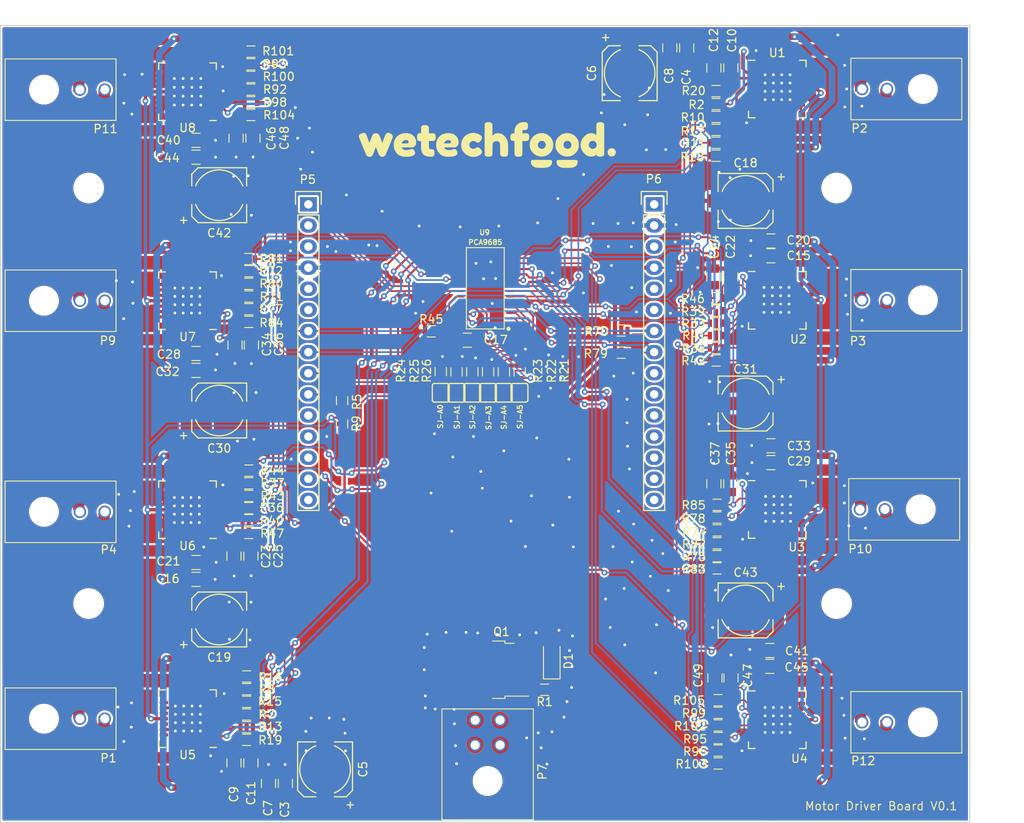
<source format=kicad_pcb>
(kicad_pcb (version 20171130) (host pcbnew 5.1.5+dfsg1-2build2)
  (layers (0 F.Cu signal) (31 B.Cu signal) (34 B.Paste user) (35 F.Paste user) (36 B.SilkS user) (37 F.SilkS user) (38 B.Mask user) (39 F.Mask user) (44 Edge.Cuts user))
  (net 0 "")
  (net 1 GND)
  (net 2 VIN)
  (net 3 VCC)
  (net 4 "Net-(C11-Pad1)")
  (net 5 "Net-(C12-Pad1)")
  (net 6 "Net-(C24-Pad1)")
  (net 7 "Net-(C25-Pad1)")
  (net 8 "Net-(C36-Pad1)")
  (net 9 "Net-(C37-Pad1)")
  (net 10 "Net-(C48-Pad1)")
  (net 11 "Net-(C49-Pad1)")
  (net 12 A0)
  (net 13 A1)
  (net 14 A2)
  (net 15 A3)
  (net 16 A4)
  (net 17 A5)
  (net 18 OUT1_5)
  (net 19 OUT2_5)
  (net 20 OUT2_1)
  (net 21 OUT1_1)
  (net 22 OUT2_2)
  (net 23 OUT1_2)
  (net 24 OUT1_6)
  (net 25 OUT2_6)
  (net 26 "Net-(P5-Pad2)")
  (net 27 "Net-(P5-Pad1)")
  (net 28 "Net-(P6-Pad1)")
  (net 29 SCL)
  (net 30 SDA)
  (net 31 OUT2_7)
  (net 32 OUT1_7)
  (net 33 OUT1_3)
  (net 34 OUT2_3)
  (net 35 OUT1_8)
  (net 36 OUT2_8)
  (net 37 OUT2_4)
  (net 38 OUT1_4)
  (net 39 "Net-(R2-Pad1)")
  (net 40 ENB)
  (net 41 "Net-(R7-Pad1)")
  (net 42 PWM1_5)
  (net 43 "Net-(R8-Pad1)")
  (net 44 "Net-(R10-Pad1)")
  (net 45 PWM1_1)
  (net 46 "Net-(R11-Pad1)")
  (net 47 "Net-(R13-Pad1)")
  (net 48 "Net-(R15-Pad1)")
  (net 49 EN)
  (net 50 "Net-(R16-Pad1)")
  (net 51 PWM2_5)
  (net 52 "Net-(R17-Pad1)")
  (net 53 "Net-(R18-Pad1)")
  (net 54 PWM2_1)
  (net 55 "Net-(R33-Pad1)")
  (net 56 PWM1_2)
  (net 57 "Net-(R34-Pad1)")
  (net 58 "Net-(R36-Pad1)")
  (net 59 PWM1_6)
  (net 60 "Net-(R37-Pad1)")
  (net 61 "Net-(R39-Pad1)")
  (net 62 "Net-(R40-Pad1)")
  (net 63 "Net-(R41-Pad1)")
  (net 64 "Net-(R42-Pad1)")
  (net 65 PWM2_2)
  (net 66 "Net-(R43-Pad1)")
  (net 67 "Net-(R44-Pad1)")
  (net 68 PWM2_6)
  (net 69 OE)
  (net 70 PWM1_3)
  (net 71 PWM2_3)
  (net 72 PWM1_4)
  (net 73 PWM2_4)
  (net 74 PWM1_7)
  (net 75 PWM2_7)
  (net 76 PWM1_8)
  (net 77 PWM2_8)
  (net 78 "Net-(R71-Pad1)")
  (net 79 "Net-(R72-Pad1)")
  (net 80 "Net-(R74-Pad1)")
  (net 81 "Net-(R75-Pad1)")
  (net 82 "Net-(R77-Pad1)")
  (net 83 "Net-(R78-Pad1)")
  (net 84 "Net-(R80-Pad1)")
  (net 85 "Net-(R81-Pad1)")
  (net 86 "Net-(R82-Pad1)")
  (net 87 "Net-(R83-Pad1)")
  (net 88 "Net-(R92-Pad1)")
  (net 89 "Net-(R93-Pad1)")
  (net 90 "Net-(R95-Pad1)")
  (net 91 "Net-(R96-Pad1)")
  (net 92 "Net-(R98-Pad1)")
  (net 93 "Net-(R99-Pad1)")
  (net 94 "Net-(R100-Pad1)")
  (net 95 "Net-(R101-Pad1)")
  (net 96 "Net-(R102-Pad1)")
  (net 97 "Net-(R103-Pad1)")
  (net 98 "Net-(U1-Pad26)")
  (net 99 "Net-(U1-Pad10)")
  (net 100 "Net-(U1-Pad6)")
  (net 101 "Net-(U2-Pad26)")
  (net 102 "Net-(U2-Pad10)")
  (net 103 "Net-(U2-Pad6)")
  (net 104 "Net-(U3-Pad6)")
  (net 105 "Net-(U3-Pad10)")
  (net 106 "Net-(U3-Pad26)")
  (net 107 "Net-(U4-Pad26)")
  (net 108 "Net-(U4-Pad10)")
  (net 109 "Net-(U4-Pad6)")
  (net 110 "Net-(U5-Pad6)")
  (net 111 "Net-(U5-Pad10)")
  (net 112 "Net-(U5-Pad26)")
  (net 113 "Net-(U6-Pad26)")
  (net 114 "Net-(U6-Pad10)")
  (net 115 "Net-(U6-Pad6)")
  (net 116 "Net-(U7-Pad6)")
  (net 117 "Net-(U7-Pad10)")
  (net 118 "Net-(U7-Pad26)")
  (net 119 "Net-(U8-Pad6)")
  (net 120 "Net-(U8-Pad10)")
  (net 121 "Net-(U8-Pad26)")
  (net 122 DIAG)
  (net 123 "Net-(U1-Pad7)")
  (net 124 "Net-(U2-Pad7)")
  (net 125 "Net-(U3-Pad7)")
  (net 126 "Net-(U4-Pad7)")
  (net 127 "Net-(U5-Pad7)")
  (net 128 "Net-(U6-Pad7)")
  (net 129 "Net-(U7-Pad7)")
  (net 130 "Net-(U8-Pad7)")
  (net 131 "Net-(P5-Pad3)")
  (net 132 "Net-(P5-Pad5)")
  (net 133 "Net-(P5-Pad6)")
  (net 134 "Net-(P5-Pad11)")
  (net 135 "Net-(P5-Pad12)")
  (net 136 "Net-(P5-Pad13)")
  (net 137 "Net-(P5-Pad14)")
  (net 138 "Net-(P5-Pad15)")
  (net 139 "Net-(P6-Pad15)")
  (net 140 "Net-(P6-Pad14)")
  (net 141 "Net-(P6-Pad13)")
  (net 142 "Net-(P6-Pad12)")
  (net 143 "Net-(P6-Pad11)")
  (net 144 "Net-(P6-Pad10)")
  (net 145 "Net-(P6-Pad9)")
  (net 146 "Net-(P6-Pad6)")
  (net 147 "Net-(P6-Pad5)")
  (net 148 "Net-(P6-Pad3)")
  (net 149 "Net-(D1-Pad1)")
  (net 150 GNDA)
  (net 151 DIAG_READ)
  (module logos_frizzy:logoWTF_small (layer F.Cu) (at 152.71496 57.0484)
    (fp_text reference G*** hide)
    (fp_text value LOGO hide)
  )
  (module Mounting_Holes:MountingHole_3.2mm_M3 (layer F.Cu) (at 194.8004 112.23)
    (fp_text reference REF** hide)
    (fp_text value MountingHole_3.2mm_M3)
    (pad 1 np_thru_hole circle (at 0 0) (size 3.2 3.2) (drill 3.2) (layers *.Cu *.Mask))
  )
  (module Mounting_Holes:MountingHole_3.2mm_M3 (layer F.Cu) (at 104.8004 112.23)
    (fp_text reference REF** hide)
    (fp_text value MountingHole_3.2mm_M3)
    (pad 1 np_thru_hole circle (at 0 0) (size 3.2 3.2) (drill 3.2) (layers *.Cu *.Mask))
  )
  (module Mounting_Holes:MountingHole_3.2mm_M3 (layer F.Cu) (at 194.8004 62.23)
    (fp_text reference REF** hide)
    (fp_text value MountingHole_3.2mm_M3)
    (pad 1 np_thru_hole circle (at 0 0) (size 3.2 3.2) (drill 3.2) (layers *.Cu *.Mask))
  )
  (module Mounting_Holes:MountingHole_3.2mm_M3 (layer F.Cu) (at 104.8004 62.23)
    (fp_text reference REF** hide)
    (fp_text value MountingHole_3.2mm_M3)
    (pad 1 np_thru_hole circle (at 0 0) (size 3.2 3.2) (drill 3.2) (layers *.Cu *.Mask))
  )
  (module Capacitors_SMD:C_0805 (layer F.Cu) (at 128.4732 133.8707 90)
    (fp_text reference C3 (at -3.1623 -0.0762 90) (layer F.SilkS))
    (fp_text value 100nF)
    (pad 2 smd rect (at 1 0 90) (size 1 1.25) (layers F.Cu F.Paste F.Mask) (net 1 GND))
    (pad 1 smd rect (at -1 0 90) (size 1 1.25) (layers F.Cu F.Paste F.Mask) (net 2 VIN))
  )
  (module Capacitors_SMD:C_0805 (layer F.Cu) (at 176.7586 45.3804 270)
    (fp_text reference C4 (at 3.5019 0.0381 90) (layer F.SilkS))
    (fp_text value 100nF)
    (pad 1 smd rect (at -1 0 270) (size 1 1.25) (layers F.Cu F.Paste F.Mask) (net 2 VIN))
    (pad 2 smd rect (at 1 0 270) (size 1 1.25) (layers F.Cu F.Paste F.Mask) (net 1 GND))
  )
  (module Capacitors_SMD:c_elec_6.3x4.5 (layer F.Cu) (at 133.2484 132.1816 90)
    (fp_text reference C5 (at 0 4.5593 90) (layer F.SilkS))
    (fp_text value 47uF)
    (fp_text user + (at -4.2799 2.9591 90) (layer F.SilkS))
    (pad 1 smd rect (at -2.7 0 270) (size 3.5 1.6) (layers F.Cu F.Paste F.Mask) (net 2 VIN))
    (pad 2 smd rect (at 2.7 0 270) (size 3.5 1.6) (layers F.Cu F.Paste F.Mask) (net 1 GND))
  )
  (module Capacitors_SMD:c_elec_6.3x4.5 (layer F.Cu) (at 169.900599 48.4124 270)
    (fp_text reference C6 (at 0 4.5593 90) (layer F.SilkS))
    (fp_text value 47uF)
    (fp_text user + (at -4.2799 2.9591 90) (layer F.SilkS))
    (pad 2 smd rect (at 2.7 0 90) (size 3.5 1.6) (layers F.Cu F.Paste F.Mask) (net 1 GND))
    (pad 1 smd rect (at -2.7 0 90) (size 3.5 1.6) (layers F.Cu F.Paste F.Mask) (net 2 VIN))
  )
  (module Capacitors_SMD:C_0805 (layer F.Cu) (at 126.4412 133.8707 90)
    (fp_text reference C7 (at -2.9845 -0.0508 90) (layer F.SilkS))
    (fp_text value 100nF)
    (pad 1 smd rect (at -1 0 90) (size 1 1.25) (layers F.Cu F.Paste F.Mask) (net 2 VIN))
    (pad 2 smd rect (at 1 0 90) (size 1 1.25) (layers F.Cu F.Paste F.Mask) (net 1 GND))
  )
  (module Capacitors_SMD:C_0805 (layer F.Cu) (at 174.7266 45.3644 270)
    (fp_text reference C8 (at 3.3655 0.0889 90) (layer F.SilkS))
    (fp_text value 100nF)
    (pad 2 smd rect (at 1 0 270) (size 1 1.25) (layers F.Cu F.Paste F.Mask) (net 1 GND))
    (pad 1 smd rect (at -1 0 270) (size 1 1.25) (layers F.Cu F.Paste F.Mask) (net 2 VIN))
  )
  (module Capacitors_SMD:C_0805 (layer F.Cu) (at 122.2883 131.4196 270)
    (fp_text reference C9 (at 3.7592 0.0127 90) (layer F.SilkS))
    (fp_text value 100nF)
    (pad 2 smd rect (at 1 0 270) (size 1 1.25) (layers F.Cu F.Paste F.Mask) (net 1 GND))
    (pad 1 smd rect (at -1 0 270) (size 1 1.25) (layers F.Cu F.Paste F.Mask) (net 3 VCC))
  )
  (module Capacitors_SMD:C_0805 (layer F.Cu) (at 182.0672 47.7774 90)
    (fp_text reference C10 (at 3.3147 0.1397 90) (layer F.SilkS))
    (fp_text value 100nF)
    (pad 2 smd rect (at 1 0 90) (size 1 1.25) (layers F.Cu F.Paste F.Mask) (net 1 GND))
    (pad 1 smd rect (at -1 0 90) (size 1 1.25) (layers F.Cu F.Paste F.Mask) (net 3 VCC))
  )
  (module Capacitors_SMD:C_0805 (layer F.Cu) (at 124.3203 131.4196 270)
    (fp_text reference C11 (at 3.6322 -0.0127 90) (layer F.SilkS))
    (fp_text value 4.7uF)
    (pad 2 smd rect (at 1 0 270) (size 1 1.25) (layers F.Cu F.Paste F.Mask) (net 1 GND))
    (pad 1 smd rect (at -1 0 270) (size 1 1.25) (layers F.Cu F.Paste F.Mask) (net 4 "Net-(C11-Pad1)"))
  )
  (module Capacitors_SMD:C_0805 (layer F.Cu) (at 180.0352 47.7774 90)
    (fp_text reference C12 (at 3.3401 -0.0127 90) (layer F.SilkS))
    (fp_text value 4.7uF)
    (pad 1 smd rect (at -1 0 90) (size 1 1.25) (layers F.Cu F.Paste F.Mask) (net 5 "Net-(C12-Pad1)"))
    (pad 2 smd rect (at 1 0 90) (size 1 1.25) (layers F.Cu F.Paste F.Mask) (net 1 GND))
  )
  (module Capacitors_SMD:C_0805 (layer F.Cu) (at 186.8932 70.383399 180)
    (fp_text reference C15 (at -3.3401 0.012699) (layer F.SilkS))
    (fp_text value 100nF)
    (pad 2 smd rect (at 1 0 180) (size 1 1.25) (layers F.Cu F.Paste F.Mask) (net 1 GND))
    (pad 1 smd rect (at -1 0 180) (size 1 1.25) (layers F.Cu F.Paste F.Mask) (net 2 VIN))
  )
  (module Capacitors_SMD:C_0805 (layer F.Cu) (at 117.7163 109.3216)
    (fp_text reference C16 (at -3.429 -0.0762) (layer F.SilkS))
    (fp_text value 100nF)
    (pad 1 smd rect (at -1 0) (size 1 1.25) (layers F.Cu F.Paste F.Mask) (net 2 VIN))
    (pad 2 smd rect (at 1 0) (size 1 1.25) (layers F.Cu F.Paste F.Mask) (net 1 GND))
  )
  (module Capacitors_SMD:C_0805 (layer F.Cu) (at 150.368 80.5434)
    (fp_text reference C17 (at 3.4036 -0.0381) (layer F.SilkS))
    (fp_text value 10uF)
    (pad 2 smd rect (at 1 0) (size 1 1.25) (layers F.Cu F.Paste F.Mask) (net 1 GND))
    (pad 1 smd rect (at -1 0) (size 1 1.25) (layers F.Cu F.Paste F.Mask) (net 3 VCC))
  )
  (module Capacitors_SMD:c_elec_6.3x4.5 (layer F.Cu) (at 183.8452 63.7794 180)
    (fp_text reference C18 (at 0 4.5593) (layer F.SilkS))
    (fp_text value 47uF)
    (fp_text user + (at -4.2799 2.9591) (layer F.SilkS))
    (pad 1 smd rect (at -2.7 0) (size 3.5 1.6) (layers F.Cu F.Paste F.Mask) (net 2 VIN))
    (pad 2 smd rect (at 2.7 0) (size 3.5 1.6) (layers F.Cu F.Paste F.Mask) (net 1 GND))
  )
  (module Capacitors_SMD:c_elec_6.3x4.5 (layer F.Cu) (at 120.5103 114.1476)
    (fp_text reference C19 (at 0 4.5593) (layer F.SilkS))
    (fp_text value 47uF)
    (fp_text user + (at -4.2799 2.9591) (layer F.SilkS))
    (pad 2 smd rect (at 2.7 0 180) (size 3.5 1.6) (layers F.Cu F.Paste F.Mask) (net 1 GND))
    (pad 1 smd rect (at -2.7 0 180) (size 3.5 1.6) (layers F.Cu F.Paste F.Mask) (net 2 VIN))
  )
  (module Capacitors_SMD:C_0805 (layer F.Cu) (at 186.893199 68.6054 180)
    (fp_text reference C20 (at -3.327401 0.0889) (layer F.SilkS))
    (fp_text value 100nF)
    (pad 1 smd rect (at -1 0 180) (size 1 1.25) (layers F.Cu F.Paste F.Mask) (net 2 VIN))
    (pad 2 smd rect (at 1 0 180) (size 1 1.25) (layers F.Cu F.Paste F.Mask) (net 1 GND))
  )
  (module Capacitors_SMD:C_0805 (layer F.Cu) (at 117.7163 107.2896)
    (fp_text reference C21 (at -3.3147 -0.1524) (layer F.SilkS))
    (fp_text value 100nF)
    (pad 2 smd rect (at 1 0) (size 1 1.25) (layers F.Cu F.Paste F.Mask) (net 1 GND))
    (pad 1 smd rect (at -1 0) (size 1 1.25) (layers F.Cu F.Paste F.Mask) (net 2 VIN))
  )
  (module Capacitors_SMD:C_0805 (layer F.Cu) (at 182.0672 72.9234 90)
    (fp_text reference C22 (at 3.6195 -0.0254 90) (layer F.SilkS))
    (fp_text value 100nF)
    (pad 1 smd rect (at -1 0 90) (size 1 1.25) (layers F.Cu F.Paste F.Mask) (net 3 VCC))
    (pad 2 smd rect (at 1 0 90) (size 1 1.25) (layers F.Cu F.Paste F.Mask) (net 1 GND))
  )
  (module Capacitors_SMD:C_0805 (layer F.Cu) (at 122.2883 106.5276 270)
    (fp_text reference C23 (at 0.0254 -3.8481 90) (layer F.SilkS))
    (fp_text value 100nF)
    (pad 2 smd rect (at 1 0 270) (size 1 1.25) (layers F.Cu F.Paste F.Mask) (net 1 GND))
    (pad 1 smd rect (at -1 0 270) (size 1 1.25) (layers F.Cu F.Paste F.Mask) (net 3 VCC))
  )
  (module Capacitors_SMD:C_0805 (layer F.Cu) (at 180.0352 72.9234 90)
    (fp_text reference C24 (at 3.6195 0.0889 90) (layer F.SilkS))
    (fp_text value 4.7uF)
    (pad 2 smd rect (at 1 0 90) (size 1 1.25) (layers F.Cu F.Paste F.Mask) (net 1 GND))
    (pad 1 smd rect (at -1 0 90) (size 1 1.25) (layers F.Cu F.Paste F.Mask) (net 6 "Net-(C24-Pad1)"))
  )
  (module Capacitors_SMD:C_0805 (layer F.Cu) (at 124.3203 106.5276 270)
    (fp_text reference C25 (at 0 -3.302 90) (layer F.SilkS))
    (fp_text value 4.7uF)
    (pad 1 smd rect (at -1 0 270) (size 1 1.25) (layers F.Cu F.Paste F.Mask) (net 7 "Net-(C25-Pad1)"))
    (pad 2 smd rect (at 1 0 270) (size 1 1.25) (layers F.Cu F.Paste F.Mask) (net 1 GND))
  )
  (module Capacitors_SMD:C_0805 (layer F.Cu) (at 117.7163 82.1436)
    (fp_text reference C28 (at -3.2639 0.1016) (layer F.SilkS))
    (fp_text value 100nF)
    (pad 1 smd rect (at -1 0) (size 1 1.25) (layers F.Cu F.Paste F.Mask) (net 2 VIN))
    (pad 2 smd rect (at 1 0) (size 1 1.25) (layers F.Cu F.Paste F.Mask) (net 1 GND))
  )
  (module Capacitors_SMD:C_0805 (layer F.Cu) (at 186.8932 95.2754 180)
    (fp_text reference C29 (at -3.3782 0.1651) (layer F.SilkS))
    (fp_text value 100nF)
    (pad 2 smd rect (at 1 0 180) (size 1 1.25) (layers F.Cu F.Paste F.Mask) (net 1 GND))
    (pad 1 smd rect (at -1 0 180) (size 1 1.25) (layers F.Cu F.Paste F.Mask) (net 2 VIN))
  )
  (module Capacitors_SMD:c_elec_6.3x4.5 (layer F.Cu) (at 120.5103 89.0016)
    (fp_text reference C30 (at 0 4.5593) (layer F.SilkS))
    (fp_text value 47uF)
    (fp_text user + (at -4.2799 2.9591) (layer F.SilkS))
    (pad 1 smd rect (at -2.7 0 180) (size 3.5 1.6) (layers F.Cu F.Paste F.Mask) (net 2 VIN))
    (pad 2 smd rect (at 2.7 0 180) (size 3.5 1.6) (layers F.Cu F.Paste F.Mask) (net 1 GND))
  )
  (module Capacitors_SMD:c_elec_6.3x4.5 (layer F.Cu) (at 183.8452 88.1634 180)
    (fp_text reference C31 (at 0.0127 4.1275) (layer F.SilkS))
    (fp_text value 47uF)
    (fp_text user + (at -4.2799 2.9591) (layer F.SilkS))
    (pad 1 smd rect (at -2.7 0) (size 3.5 1.6) (layers F.Cu F.Paste F.Mask) (net 2 VIN))
    (pad 2 smd rect (at 2.7 0) (size 3.5 1.6) (layers F.Cu F.Paste F.Mask) (net 1 GND))
  )
  (module Capacitors_SMD:C_0805 (layer F.Cu) (at 117.7163 84.1756)
    (fp_text reference C32 (at -3.4163 0.1524) (layer F.SilkS))
    (fp_text value 100nF)
    (pad 2 smd rect (at 1 0) (size 1 1.25) (layers F.Cu F.Paste F.Mask) (net 1 GND))
    (pad 1 smd rect (at -1 0) (size 1 1.25) (layers F.Cu F.Paste F.Mask) (net 2 VIN))
  )
  (module Capacitors_SMD:C_0805 (layer F.Cu) (at 186.8932 93.2434 180)
    (fp_text reference C33 (at -3.3782 -0.0254) (layer F.SilkS))
    (fp_text value 100nF)
    (pad 1 smd rect (at -1 0 180) (size 1 1.25) (layers F.Cu F.Paste F.Mask) (net 2 VIN))
    (pad 2 smd rect (at 1 0 180) (size 1 1.25) (layers F.Cu F.Paste F.Mask) (net 1 GND))
  )
  (module Capacitors_SMD:C_0805 (layer F.Cu) (at 122.4153 81.1276 270)
    (fp_text reference C34 (at -0.0762 -3.8227 90) (layer F.SilkS))
    (fp_text value 100nF)
    (pad 2 smd rect (at 1 0 270) (size 1 1.25) (layers F.Cu F.Paste F.Mask) (net 1 GND))
    (pad 1 smd rect (at -1 0 270) (size 1 1.25) (layers F.Cu F.Paste F.Mask) (net 3 VCC))
  )
  (module Capacitors_SMD:C_0805 (layer F.Cu) (at 182.0672 97.8154 90)
    (fp_text reference C35 (at 3.6449 0.0127 90) (layer F.SilkS))
    (fp_text value 100nF)
    (pad 2 smd rect (at 1 0 90) (size 1 1.25) (layers F.Cu F.Paste F.Mask) (net 1 GND))
    (pad 1 smd rect (at -1 0 90) (size 1 1.25) (layers F.Cu F.Paste F.Mask) (net 3 VCC))
  )
  (module Capacitors_SMD:C_0805 (layer F.Cu) (at 124.3838 81.1276 270)
    (fp_text reference C36 (at -0.1016 -3.302 90) (layer F.SilkS))
    (fp_text value 4.7uF)
    (pad 2 smd rect (at 1 0 270) (size 1 1.25) (layers F.Cu F.Paste F.Mask) (net 1 GND))
    (pad 1 smd rect (at -1 0 270) (size 1 1.25) (layers F.Cu F.Paste F.Mask) (net 8 "Net-(C36-Pad1)"))
  )
  (module Capacitors_SMD:C_0805 (layer F.Cu) (at 180.0352 97.8154 90)
    (fp_text reference C37 (at 3.6195 0.1524 90) (layer F.SilkS))
    (fp_text value 4.7uF)
    (pad 1 smd rect (at -1 0 90) (size 1 1.25) (layers F.Cu F.Paste F.Mask) (net 9 "Net-(C37-Pad1)"))
    (pad 2 smd rect (at 1 0 90) (size 1 1.25) (layers F.Cu F.Paste F.Mask) (net 1 GND))
  )
  (module Capacitors_SMD:C_0805 (layer F.Cu) (at 117.7163 56.4896)
    (fp_text reference C40 (at -3.2893 -0.0127) (layer F.SilkS))
    (fp_text value 100nF)
    (pad 2 smd rect (at 1 0) (size 1 1.25) (layers F.Cu F.Paste F.Mask) (net 1 GND))
    (pad 1 smd rect (at -1 0) (size 1 1.25) (layers F.Cu F.Paste F.Mask) (net 2 VIN))
  )
  (module Capacitors_SMD:C_0805 (layer F.Cu) (at 186.7662 117.8814 180)
    (fp_text reference C41 (at -3.28168 -0.06096) (layer F.SilkS))
    (fp_text value 100nF)
    (pad 1 smd rect (at -1 0 180) (size 1 1.25) (layers F.Cu F.Paste F.Mask) (net 2 VIN))
    (pad 2 smd rect (at 1 0 180) (size 1 1.25) (layers F.Cu F.Paste F.Mask) (net 1 GND))
  )
  (module Capacitors_SMD:c_elec_6.3x4.5 (layer F.Cu) (at 120.5103 63.0936)
    (fp_text reference C42 (at 0 4.5593) (layer F.SilkS))
    (fp_text value 47uF)
    (fp_text user + (at -4.2799 2.9591) (layer F.SilkS))
    (pad 2 smd rect (at 2.7 0 180) (size 3.5 1.6) (layers F.Cu F.Paste F.Mask) (net 1 GND))
    (pad 1 smd rect (at -2.7 0 180) (size 3.5 1.6) (layers F.Cu F.Paste F.Mask) (net 2 VIN))
  )
  (module Capacitors_SMD:c_elec_6.3x4.5 (layer F.Cu) (at 183.8452 113.0554 180)
    (fp_text reference C43 (at 0 4.5593) (layer F.SilkS))
    (fp_text value 47uF)
    (fp_text user + (at -4.2799 2.9591) (layer F.SilkS))
    (pad 2 smd rect (at 2.7 0) (size 3.5 1.6) (layers F.Cu F.Paste F.Mask) (net 1 GND))
    (pad 1 smd rect (at -2.7 0) (size 3.5 1.6) (layers F.Cu F.Paste F.Mask) (net 2 VIN))
  )
  (module Capacitors_SMD:C_0805 (layer F.Cu) (at 117.7163 58.5216)
    (fp_text reference C44 (at -3.4036 0.1016) (layer F.SilkS))
    (fp_text value 100nF)
    (pad 1 smd rect (at -1 0) (size 1 1.25) (layers F.Cu F.Paste F.Mask) (net 2 VIN))
    (pad 2 smd rect (at 1 0) (size 1 1.25) (layers F.Cu F.Paste F.Mask) (net 1 GND))
  )
  (module Capacitors_SMD:C_0805 (layer F.Cu) (at 186.7662 119.7864 180)
    (fp_text reference C45 (at -3.21564 -0.11684) (layer F.SilkS))
    (fp_text value 100nF)
    (pad 2 smd rect (at 1 0 180) (size 1 1.25) (layers F.Cu F.Paste F.Mask) (net 1 GND))
    (pad 1 smd rect (at -1 0 180) (size 1 1.25) (layers F.Cu F.Paste F.Mask) (net 2 VIN))
  )
  (module Capacitors_SMD:C_0805 (layer F.Cu) (at 122.5423 56.235599 270)
    (fp_text reference C46 (at 0.025401 -4.2291 90) (layer F.SilkS))
    (fp_text value 100nF)
    (pad 2 smd rect (at 1 0 270) (size 1 1.25) (layers F.Cu F.Paste F.Mask) (net 1 GND))
    (pad 1 smd rect (at -1 0 270) (size 1 1.25) (layers F.Cu F.Paste F.Mask) (net 3 VCC))
  )
  (module Capacitors_SMD:C_0805 (layer F.Cu) (at 182.0926 121.1834 90)
    (fp_text reference C47 (at 0.26924 2.02692 90) (layer F.SilkS))
    (fp_text value 100nF)
    (pad 1 smd rect (at -1 0 90) (size 1 1.25) (layers F.Cu F.Paste F.Mask) (net 3 VCC))
    (pad 2 smd rect (at 1 0 90) (size 1 1.25) (layers F.Cu F.Paste F.Mask) (net 1 GND))
  )
  (module Capacitors_SMD:C_0805 (layer F.Cu) (at 124.5743 56.2356 270)
    (fp_text reference C48 (at -0.0254 -3.7846 90) (layer F.SilkS))
    (fp_text value 4.7uF)
    (pad 1 smd rect (at -1 0 270) (size 1 1.25) (layers F.Cu F.Paste F.Mask) (net 10 "Net-(C48-Pad1)"))
    (pad 2 smd rect (at 1 0 270) (size 1 1.25) (layers F.Cu F.Paste F.Mask) (net 1 GND))
  )
  (module Capacitors_SMD:C_0805 (layer F.Cu) (at 180.1622 121.1834 90)
    (fp_text reference C49 (at 0.29464 -2.0066 90) (layer F.SilkS))
    (fp_text value 4.7uF)
    (pad 2 smd rect (at 1 0 90) (size 1 1.25) (layers F.Cu F.Paste F.Mask) (net 1 GND))
    (pad 1 smd rect (at -1 0 90) (size 1 1.25) (layers F.Cu F.Paste F.Mask) (net 11 "Net-(C49-Pad1)"))
  )
  (module Jumpers:SMT-JUMPER_2_NO_SILK (layer F.Cu) (at 147.1676 86.868 90)
    (fp_text reference JP1 hide)
    (fp_text value SJ-A0 (at -2.8575 -0.0508 90) (layer F.SilkS) (effects (font (size 0.6096 0.6096) (thickness 0.127))))
    (pad 2 smd rect (at 0.4064 0 90) (size 0.635 1.27) (layers F.Cu F.Mask) (net 12 A0))
    (pad 1 smd rect (at -0.4064 0 90) (size 0.635 1.27) (layers F.Cu F.Mask) (net 3 VCC))
  )
  (module Jumpers:SMT-JUMPER_2_NO_SILK (layer F.Cu) (at 149.06244 86.868 90)
    (fp_text reference JP2 hide)
    (fp_text value SJ-A1 (at -2.921 0.06096 90) (layer F.SilkS) (effects (font (size 0.6096 0.6096) (thickness 0.127))))
    (pad 1 smd rect (at -0.4064 0 90) (size 0.635 1.27) (layers F.Cu F.Mask) (net 3 VCC))
    (pad 2 smd rect (at 0.4064 0 90) (size 0.635 1.27) (layers F.Cu F.Mask) (net 13 A1))
  )
  (module Jumpers:SMT-JUMPER_2_NO_SILK (layer F.Cu) (at 150.95728 86.868 90)
    (fp_text reference JP3 hide)
    (fp_text value SJ-A2 (at -2.921 0.03302 90) (layer F.SilkS) (effects (font (size 0.6096 0.6096) (thickness 0.127))))
    (pad 2 smd rect (at 0.4064 0 90) (size 0.635 1.27) (layers F.Cu F.Mask) (net 14 A2))
    (pad 1 smd rect (at -0.4064 0 90) (size 0.635 1.27) (layers F.Cu F.Mask) (net 3 VCC))
  )
  (module Jumpers:SMT-JUMPER_2_NO_SILK (layer F.Cu) (at 152.85212 86.868 90)
    (fp_text reference JP4 hide)
    (fp_text value SJ-A3 (at -3.0099 0.08128 90) (layer F.SilkS) (effects (font (size 0.6096 0.6096) (thickness 0.127))))
    (pad 1 smd rect (at -0.4064 0 90) (size 0.635 1.27) (layers F.Cu F.Mask) (net 3 VCC))
    (pad 2 smd rect (at 0.4064 0 90) (size 0.635 1.27) (layers F.Cu F.Mask) (net 15 A3))
  )
  (module Jumpers:SMT-JUMPER_2_NO_SILK (layer F.Cu) (at 154.74696 86.868 90)
    (fp_text reference JP5 hide)
    (fp_text value SJ-A4 (at -2.9591 0.02794 90) (layer F.SilkS) (effects (font (size 0.6096 0.6096) (thickness 0.127))))
    (pad 2 smd rect (at 0.4064 0 90) (size 0.635 1.27) (layers F.Cu F.Mask) (net 16 A4))
    (pad 1 smd rect (at -0.4064 0 90) (size 0.635 1.27) (layers F.Cu F.Mask) (net 3 VCC))
  )
  (module Jumpers:SMT-JUMPER_2_NO_SILK (layer F.Cu) (at 156.6418 86.868 90)
    (fp_text reference JP6 hide)
    (fp_text value SJ-A5 (at -2.8829 0.0635 90) (layer F.SilkS) (effects (font (size 0.6096 0.6096) (thickness 0.127))))
    (pad 1 smd rect (at -0.4064 0 90) (size 0.635 1.27) (layers F.Cu F.Mask) (net 3 VCC))
    (pad 2 smd rect (at 0.4064 0 90) (size 0.635 1.27) (layers F.Cu F.Mask) (net 17 A5))
  )
  (module Connectors_Molex:Molex_Microfit3_Header_02x01_Angled_43045-020x (layer F.Cu) (at 103.7463 126.0856 270)
    (fp_text reference P1 (at 4.7498 -3.4417) (layer F.SilkS))
    (fp_text value MOTOR_5)
    (pad 2 thru_hole circle (at 0 -3 270) (size 1.5 1.5) (drill 1.1) (layers *.Cu *.Mask) (net 19 OUT2_5))
    (pad 1 thru_hole circle (at 0 0 270) (size 1.5 1.5) (drill 1.1) (layers *.Cu *.Mask) (net 18 OUT1_5))
    (pad "" np_thru_hole circle (at 0 4.32 270) (size 3.1 3.1) (drill 3.1) (layers *.Cu *.Mask))
  )
  (module Connectors_Molex:Molex_Microfit3_Header_02x01_Angled_43045-020x (layer F.Cu) (at 200.8632 50.3174 90)
    (fp_text reference P2 (at -4.7371 -3.302 180) (layer F.SilkS))
    (fp_text value MOTOR_1)
    (pad 2 thru_hole circle (at 0 -3 90) (size 1.5 1.5) (drill 1.1) (layers *.Cu *.Mask) (net 20 OUT2_1))
    (pad 1 thru_hole circle (at 0 0 90) (size 1.5 1.5) (drill 1.1) (layers *.Cu *.Mask) (net 21 OUT1_1))
    (pad "" np_thru_hole circle (at 0 4.32 90) (size 3.1 3.1) (drill 3.1) (layers *.Cu *.Mask))
  )
  (module Connectors_Molex:Molex_Microfit3_Header_02x01_Angled_43045-020x (layer F.Cu) (at 200.8632 75.734333 90)
    (fp_text reference P3 (at -4.910667 -3.4925 180) (layer F.SilkS))
    (fp_text value MOTOR_2)
    (pad "" np_thru_hole circle (at 0 4.32 90) (size 3.1 3.1) (drill 3.1) (layers *.Cu *.Mask))
    (pad 1 thru_hole circle (at 0 0 90) (size 1.5 1.5) (drill 1.1) (layers *.Cu *.Mask) (net 23 OUT1_2))
    (pad 2 thru_hole circle (at 0 -3 90) (size 1.5 1.5) (drill 1.1) (layers *.Cu *.Mask) (net 22 OUT2_2))
  )
  (module Connectors_Molex:Molex_Microfit3_Header_02x01_Angled_43045-020x (layer F.Cu) (at 103.7463 101.1936 270)
    (fp_text reference P4 (at 4.5466 -3.4671 180) (layer F.SilkS))
    (fp_text value MOTOR_6)
    (pad 2 thru_hole circle (at 0 -3 270) (size 1.5 1.5) (drill 1.1) (layers *.Cu *.Mask) (net 25 OUT2_6))
    (pad 1 thru_hole circle (at 0 0 270) (size 1.5 1.5) (drill 1.1) (layers *.Cu *.Mask) (net 24 OUT1_6))
    (pad "" np_thru_hole circle (at 0 4.32 270) (size 3.1 3.1) (drill 3.1) (layers *.Cu *.Mask))
  )
  (module Connectors_Molex:Molex_Microfit3_Header_02x01_Angled_43045-020x (layer F.Cu) (at 103.7463 75.7936 270)
    (fp_text reference P9 (at 4.8006 -3.3655 180) (layer F.SilkS))
    (fp_text value MOTOR_7)
    (pad "" np_thru_hole circle (at 0 4.32 270) (size 3.1 3.1) (drill 3.1) (layers *.Cu *.Mask))
    (pad 1 thru_hole circle (at 0 0 270) (size 1.5 1.5) (drill 1.1) (layers *.Cu *.Mask) (net 32 OUT1_7))
    (pad 2 thru_hole circle (at 0 -3 270) (size 1.5 1.5) (drill 1.1) (layers *.Cu *.Mask) (net 31 OUT2_7))
  )
  (module Connectors_Molex:Molex_Microfit3_Header_02x01_Angled_43045-020x (layer F.Cu) (at 200.6092 100.897266 90)
    (fp_text reference P10 (at -4.766734 -2.9464 180) (layer F.SilkS))
    (fp_text value MOTOR_3)
    (pad 2 thru_hole circle (at 0 -3 90) (size 1.5 1.5) (drill 1.1) (layers *.Cu *.Mask) (net 34 OUT2_3))
    (pad 1 thru_hole circle (at 0 0 90) (size 1.5 1.5) (drill 1.1) (layers *.Cu *.Mask) (net 33 OUT1_3))
    (pad "" np_thru_hole circle (at 0 4.32 90) (size 3.1 3.1) (drill 3.1) (layers *.Cu *.Mask))
  )
  (module Connectors_Molex:Molex_Microfit3_Header_02x01_Angled_43045-020x (layer F.Cu) (at 103.7463 50.3936 270)
    (fp_text reference P11 (at 4.7244 -3.0861 180) (layer F.SilkS))
    (fp_text value MOTOR_8)
    (pad 2 thru_hole circle (at 0 -3 270) (size 1.5 1.5) (drill 1.1) (layers *.Cu *.Mask) (net 36 OUT2_8))
    (pad 1 thru_hole circle (at 0 0 270) (size 1.5 1.5) (drill 1.1) (layers *.Cu *.Mask) (net 35 OUT1_8))
    (pad "" np_thru_hole circle (at 0 4.32 270) (size 3.1 3.1) (drill 3.1) (layers *.Cu *.Mask))
  )
  (module Connectors_Molex:Molex_Microfit3_Header_02x01_Angled_43045-020x (layer F.Cu) (at 200.8632 126.5174 90)
    (fp_text reference P12 (at -4.6482 -2.8702 180) (layer F.SilkS))
    (fp_text value MOTOR_4)
    (pad "" np_thru_hole circle (at 0 4.32 90) (size 3.1 3.1) (drill 3.1) (layers *.Cu *.Mask))
    (pad 1 thru_hole circle (at 0 0 90) (size 1.5 1.5) (drill 1.1) (layers *.Cu *.Mask) (net 38 OUT1_4))
    (pad 2 thru_hole circle (at 0 -3 90) (size 1.5 1.5) (drill 1.1) (layers *.Cu *.Mask) (net 37 OUT2_4))
  )
  (module Resistors_SMD:R_0603 (layer F.Cu) (at 135.298424 87.820836 90)
    (fp_text reference R5 (at -0.139364 1.785376 90) (layer F.SilkS))
    (fp_text value 220)
    (pad 2 smd rect (at 0.75 0 90) (size 0.5 0.9) (layers F.Cu F.Paste F.Mask) (net 151 DIAG_READ))
    (pad 1 smd rect (at -0.75 0 90) (size 0.5 0.9) (layers F.Cu F.Paste F.Mask) (net 122 DIAG))
  )
  (module Resistors_SMD:R_0603 (layer F.Cu) (at 123.8003 125.5776)
    (fp_text reference R7 (at 2.3996 0.0127) (layer F.SilkS))
    (fp_text value 1k)
    (pad 1 smd rect (at -0.75 0) (size 0.5 0.9) (layers F.Cu F.Paste F.Mask) (net 41 "Net-(R7-Pad1)"))
    (pad 2 smd rect (at 0.75 0) (size 0.5 0.9) (layers F.Cu F.Paste F.Mask) (net 40 ENB))
  )
  (module Resistors_SMD:R_0603 (layer F.Cu) (at 123.812301 122.5296)
    (fp_text reference R8 (at 2.400299 0.0381) (layer F.SilkS))
    (fp_text value 1k)
    (pad 1 smd rect (at -0.75 0) (size 0.5 0.9) (layers F.Cu F.Paste F.Mask) (net 43 "Net-(R8-Pad1)"))
    (pad 2 smd rect (at 0.75 0) (size 0.5 0.9) (layers F.Cu F.Paste F.Mask) (net 42 PWM1_5))
  )
  (module Resistors_SMD:R_0603 (layer F.Cu) (at 135.298425 90.614836 90)
    (fp_text reference R9 (at 0.038436 1.734575 90) (layer F.SilkS))
    (fp_text value 10k)
    (pad 1 smd rect (at -0.75 0 90) (size 0.5 0.9) (layers F.Cu F.Paste F.Mask) (net 3 VCC))
    (pad 2 smd rect (at 0.75 0 90) (size 0.5 0.9) (layers F.Cu F.Paste F.Mask) (net 122 DIAG))
  )
  (module Resistors_SMD:R_0603 (layer F.Cu) (at 180.2892 53.68036 180)
    (fp_text reference R10 (at 2.8067 -0.06604) (layer F.SilkS))
    (fp_text value 1k)
    (pad 1 smd rect (at -0.75 0 180) (size 0.5 0.9) (layers F.Cu F.Paste F.Mask) (net 44 "Net-(R10-Pad1)"))
    (pad 2 smd rect (at 0.75 0 180) (size 0.5 0.9) (layers F.Cu F.Paste F.Mask) (net 40 ENB))
  )
  (module Resistors_SMD:R_0603 (layer F.Cu) (at 180.2892 56.78932 180)
    (fp_text reference R11 (at 2.667 -0.00508) (layer F.SilkS))
    (fp_text value 1k)
    (pad 1 smd rect (at -0.75 0 180) (size 0.5 0.9) (layers F.Cu F.Paste F.Mask) (net 46 "Net-(R11-Pad1)"))
    (pad 2 smd rect (at 0.75 0 180) (size 0.5 0.9) (layers F.Cu F.Paste F.Mask) (net 45 PWM1_1))
  )
  (module Resistors_SMD:R_0603 (layer F.Cu) (at 123.812301 127.1016 180)
    (fp_text reference R13 (at -2.870199 0.0508) (layer F.SilkS))
    (fp_text value 1k)
    (pad 1 smd rect (at -0.75 0 180) (size 0.5 0.9) (layers F.Cu F.Paste F.Mask) (net 47 "Net-(R13-Pad1)"))
    (pad 2 smd rect (at 0.75 0 180) (size 0.5 0.9) (layers F.Cu F.Paste F.Mask) (net 3 VCC))
  )
  (module Resistors_SMD:R_0603 (layer F.Cu) (at 123.8123 124.0536)
    (fp_text reference R15 (at 2.8194 -0.0508) (layer F.SilkS))
    (fp_text value 1k)
    (pad 2 smd rect (at 0.75 0) (size 0.5 0.9) (layers F.Cu F.Paste F.Mask) (net 49 EN))
    (pad 1 smd rect (at -0.75 0) (size 0.5 0.9) (layers F.Cu F.Paste F.Mask) (net 48 "Net-(R15-Pad1)"))
  )
  (module Resistors_SMD:R_0603 (layer F.Cu) (at 123.8123 121.0056)
    (fp_text reference R16 (at 2.8575 0.1143) (layer F.SilkS))
    (fp_text value 1k)
    (pad 2 smd rect (at 0.75 0) (size 0.5 0.9) (layers F.Cu F.Paste F.Mask) (net 51 PWM2_5))
    (pad 1 smd rect (at -0.75 0) (size 0.5 0.9) (layers F.Cu F.Paste F.Mask) (net 50 "Net-(R16-Pad1)"))
  )
  (module Resistors_SMD:R_0603 (layer F.Cu) (at 180.2892 55.23484 180)
    (fp_text reference R17 (at 2.8194 -0.16256) (layer F.SilkS))
    (fp_text value 1k)
    (pad 2 smd rect (at 0.75 0 180) (size 0.5 0.9) (layers F.Cu F.Paste F.Mask) (net 49 EN))
    (pad 1 smd rect (at -0.75 0 180) (size 0.5 0.9) (layers F.Cu F.Paste F.Mask) (net 52 "Net-(R17-Pad1)"))
  )
  (module Resistors_SMD:R_0603 (layer F.Cu) (at 180.2892 58.3438 180)
    (fp_text reference R18 (at 2.8448 -0.1524) (layer F.SilkS))
    (fp_text value 1k)
    (pad 2 smd rect (at 0.75 0 180) (size 0.5 0.9) (layers F.Cu F.Paste F.Mask) (net 54 PWM2_1))
    (pad 1 smd rect (at -0.75 0 180) (size 0.5 0.9) (layers F.Cu F.Paste F.Mask) (net 53 "Net-(R18-Pad1)"))
  )
  (module Resistors_SMD:R_0603 (layer F.Cu) (at 123.8123 128.6256 180)
    (fp_text reference R19 (at -2.8448 -0.0508) (layer F.SilkS))
    (fp_text value 1)
    (pad 1 smd rect (at -0.75 0 180) (size 0.5 0.9) (layers F.Cu F.Paste F.Mask) (net 4 "Net-(C11-Pad1)"))
    (pad 2 smd rect (at 0.75 0 180) (size 0.5 0.9) (layers F.Cu F.Paste F.Mask) (net 3 VCC))
  )
  (module Resistors_SMD:R_0603 (layer F.Cu) (at 180.2892 50.5714)
    (fp_text reference R20 (at -2.6924 -0.0381) (layer F.SilkS))
    (fp_text value 1)
    (pad 2 smd rect (at 0.75 0) (size 0.5 0.9) (layers F.Cu F.Paste F.Mask) (net 3 VCC))
    (pad 1 smd rect (at -0.75 0) (size 0.5 0.9) (layers F.Cu F.Paste F.Mask) (net 5 "Net-(C12-Pad1)"))
  )
  (module Resistors_SMD:R_0603 (layer F.Cu) (at 156.667199 84.3534 90)
    (fp_text reference R21 (at 0.1524 5.372101 90) (layer F.SilkS))
    (fp_text value 10k)
    (pad 2 smd rect (at 0.75 0 90) (size 0.5 0.9) (layers F.Cu F.Paste F.Mask) (net 1 GND))
    (pad 1 smd rect (at -0.75 0 90) (size 0.5 0.9) (layers F.Cu F.Paste F.Mask) (net 17 A5))
  )
  (module Resistors_SMD:R_0603 (layer F.Cu) (at 154.76728 84.3534 90)
    (fp_text reference R22 (at 0.1143 5.74802 90) (layer F.SilkS))
    (fp_text value 10k)
    (pad 1 smd rect (at -0.75 0 90) (size 0.5 0.9) (layers F.Cu F.Paste F.Mask) (net 16 A4))
    (pad 2 smd rect (at 0.75 0 90) (size 0.5 0.9) (layers F.Cu F.Paste F.Mask) (net 1 GND))
  )
  (module Resistors_SMD:R_0603 (layer F.Cu) (at 152.86736 84.3534 90)
    (fp_text reference R23 (at 0.1143 6.00964 90) (layer F.SilkS))
    (fp_text value 10k)
    (pad 1 smd rect (at -0.75 0 90) (size 0.5 0.9) (layers F.Cu F.Paste F.Mask) (net 15 A3))
    (pad 2 smd rect (at 0.75 0 90) (size 0.5 0.9) (layers F.Cu F.Paste F.Mask) (net 1 GND))
  )
  (module Resistors_SMD:R_0603 (layer F.Cu) (at 150.967439 84.3534 90)
    (fp_text reference R24 (at 0.1397 -8.600439 90) (layer F.SilkS))
    (fp_text value 10k)
    (pad 2 smd rect (at 0.75 0 90) (size 0.5 0.9) (layers F.Cu F.Paste F.Mask) (net 1 GND))
    (pad 1 smd rect (at -0.75 0 90) (size 0.5 0.9) (layers F.Cu F.Paste F.Mask) (net 14 A2))
  )
  (module Resistors_SMD:R_0603 (layer F.Cu) (at 149.06752 84.3534 90)
    (fp_text reference R25 (at 0.1143 -5.06222 90) (layer F.SilkS))
    (fp_text value 10k)
    (pad 1 smd rect (at -0.75 0 90) (size 0.5 0.9) (layers F.Cu F.Paste F.Mask) (net 13 A1))
    (pad 2 smd rect (at 0.75 0 90) (size 0.5 0.9) (layers F.Cu F.Paste F.Mask) (net 1 GND))
  )
  (module Resistors_SMD:R_0603 (layer F.Cu) (at 147.1676 84.328 90)
    (fp_text reference R26 (at 0.1143 -1.6891 90) (layer F.SilkS))
    (fp_text value 10k)
    (pad 2 smd rect (at 0.75 0 90) (size 0.5 0.9) (layers F.Cu F.Paste F.Mask) (net 1 GND))
    (pad 1 smd rect (at -0.75 0 90) (size 0.5 0.9) (layers F.Cu F.Paste F.Mask) (net 12 A0))
  )
  (module Resistors_SMD:R_0603 (layer F.Cu) (at 180.3012 78.486 180)
    (fp_text reference R33 (at 2.7171 -0.0762) (layer F.SilkS))
    (fp_text value 1k)
    (pad 1 smd rect (at -0.75 0 180) (size 0.5 0.9) (layers F.Cu F.Paste F.Mask) (net 55 "Net-(R33-Pad1)"))
    (pad 2 smd rect (at 0.75 0 180) (size 0.5 0.9) (layers F.Cu F.Paste F.Mask) (net 40 ENB))
  )
  (module Resistors_SMD:R_0603 (layer F.Cu) (at 180.3012 81.4832 180)
    (fp_text reference R34 (at 2.679 -0.0635) (layer F.SilkS))
    (fp_text value 1k)
    (pad 1 smd rect (at -0.75 0 180) (size 0.5 0.9) (layers F.Cu F.Paste F.Mask) (net 57 "Net-(R34-Pad1)"))
    (pad 2 smd rect (at 0.75 0 180) (size 0.5 0.9) (layers F.Cu F.Paste F.Mask) (net 56 PWM1_2))
  )
  (module Resistors_SMD:R_0603 (layer F.Cu) (at 124.0663 100.7491)
    (fp_text reference R36 (at 2.7686 -0.0508) (layer F.SilkS))
    (fp_text value 1k)
    (pad 2 smd rect (at 0.75 0) (size 0.5 0.9) (layers F.Cu F.Paste F.Mask) (net 40 ENB))
    (pad 1 smd rect (at -0.75 0) (size 0.5 0.9) (layers F.Cu F.Paste F.Mask) (net 58 "Net-(R36-Pad1)"))
  )
  (module Resistors_SMD:R_0603 (layer F.Cu) (at 124.0543 97.7646)
    (fp_text reference R37 (at 2.8695 -0.0254) (layer F.SilkS))
    (fp_text value 1k)
    (pad 1 smd rect (at -0.75 0) (size 0.5 0.9) (layers F.Cu F.Paste F.Mask) (net 60 "Net-(R37-Pad1)"))
    (pad 2 smd rect (at 0.75 0) (size 0.5 0.9) (layers F.Cu F.Paste F.Mask) (net 59 PWM1_6))
  )
  (module Resistors_SMD:R_0603 (layer F.Cu) (at 180.3012 76.9874 180)
    (fp_text reference R39 (at 2.7806 -0.1143) (layer F.SilkS))
    (fp_text value 1k)
    (pad 1 smd rect (at -0.75 0 180) (size 0.5 0.9) (layers F.Cu F.Paste F.Mask) (net 61 "Net-(R39-Pad1)"))
    (pad 2 smd rect (at 0.75 0 180) (size 0.5 0.9) (layers F.Cu F.Paste F.Mask) (net 3 VCC))
  )
  (module Resistors_SMD:R_0603 (layer F.Cu) (at 124.0663 102.2096 180)
    (fp_text reference R40 (at -2.7686 -0.0508) (layer F.SilkS))
    (fp_text value 1k)
    (pad 2 smd rect (at 0.75 0 180) (size 0.5 0.9) (layers F.Cu F.Paste F.Mask) (net 3 VCC))
    (pad 1 smd rect (at -0.75 0 180) (size 0.5 0.9) (layers F.Cu F.Paste F.Mask) (net 62 "Net-(R40-Pad1)"))
  )
  (module Resistors_SMD:R_0603 (layer F.Cu) (at 180.3012 79.9846 180)
    (fp_text reference R41 (at 2.6409 0) (layer F.SilkS))
    (fp_text value 1k)
    (pad 2 smd rect (at 0.75 0 180) (size 0.5 0.9) (layers F.Cu F.Paste F.Mask) (net 49 EN))
    (pad 1 smd rect (at -0.75 0 180) (size 0.5 0.9) (layers F.Cu F.Paste F.Mask) (net 63 "Net-(R41-Pad1)"))
  )
  (module Resistors_SMD:R_0603 (layer F.Cu) (at 180.3012 82.9818 180)
    (fp_text reference R42 (at 2.7425 -0.0381) (layer F.SilkS))
    (fp_text value 1k)
    (pad 2 smd rect (at 0.75 0 180) (size 0.5 0.9) (layers F.Cu F.Paste F.Mask) (net 65 PWM2_2))
    (pad 1 smd rect (at -0.75 0 180) (size 0.5 0.9) (layers F.Cu F.Paste F.Mask) (net 64 "Net-(R42-Pad1)"))
  )
  (module Resistors_SMD:R_0603 (layer F.Cu) (at 124.0663 99.2886)
    (fp_text reference R43 (at 2.8448 0) (layer F.SilkS))
    (fp_text value 1k)
    (pad 1 smd rect (at -0.75 0) (size 0.5 0.9) (layers F.Cu F.Paste F.Mask) (net 66 "Net-(R43-Pad1)"))
    (pad 2 smd rect (at 0.75 0) (size 0.5 0.9) (layers F.Cu F.Paste F.Mask) (net 49 EN))
  )
  (module Resistors_SMD:R_0603 (layer F.Cu) (at 124.0783 96.2406)
    (fp_text reference R44 (at 2.8328 0) (layer F.SilkS))
    (fp_text value 1k)
    (pad 2 smd rect (at 0.75 0) (size 0.5 0.9) (layers F.Cu F.Paste F.Mask) (net 68 PWM2_6))
    (pad 1 smd rect (at -0.75 0) (size 0.5 0.9) (layers F.Cu F.Paste F.Mask) (net 67 "Net-(R44-Pad1)"))
  )
  (module Resistors_SMD:R_0603 (layer F.Cu) (at 146.0246 79.4766)
    (fp_text reference R45 (at 0 -1.45) (layer F.SilkS))
    (fp_text value 10k)
    (pad 2 smd rect (at 0.75 0) (size 0.5 0.9) (layers F.Cu F.Paste F.Mask) (net 69 OE))
    (pad 1 smd rect (at -0.75 0) (size 0.5 0.9) (layers F.Cu F.Paste F.Mask) (net 1 GND))
  )
  (module Resistors_SMD:R_0603 (layer F.Cu) (at 180.3012 75.4888)
    (fp_text reference R46 (at -2.806 0.0762) (layer F.SilkS))
    (fp_text value 1)
    (pad 2 smd rect (at 0.75 0) (size 0.5 0.9) (layers F.Cu F.Paste F.Mask) (net 3 VCC))
    (pad 1 smd rect (at -0.75 0) (size 0.5 0.9) (layers F.Cu F.Paste F.Mask) (net 6 "Net-(C24-Pad1)"))
  )
  (module Resistors_SMD:R_0603 (layer F.Cu) (at 124.0663 103.7336 180)
    (fp_text reference R47 (at -2.8194 -0.0762) (layer F.SilkS))
    (fp_text value 1)
    (pad 2 smd rect (at 0.75 0 180) (size 0.5 0.9) (layers F.Cu F.Paste F.Mask) (net 3 VCC))
    (pad 1 smd rect (at -0.75 0 180) (size 0.5 0.9) (layers F.Cu F.Paste F.Mask) (net 7 "Net-(C25-Pad1)"))
  )
  (module Resistors_SMD:R_0603 (layer F.Cu) (at 168.8846 79.375)
    (fp_text reference R70 (at -2.9718 0.1143) (layer F.SilkS))
    (fp_text value 10k)
    (pad 2 smd rect (at 0.75 0) (size 0.5 0.9) (layers F.Cu F.Paste F.Mask) (net 29 SCL))
    (pad 1 smd rect (at -0.75 0) (size 0.5 0.9) (layers F.Cu F.Paste F.Mask) (net 3 VCC))
  )
  (module Resistors_SMD:R_0603 (layer F.Cu) (at 124.0663 75.2856)
    (fp_text reference R71 (at 2.7559 0.0254) (layer F.SilkS))
    (fp_text value 1k)
    (pad 1 smd rect (at -0.75 0) (size 0.5 0.9) (layers F.Cu F.Paste F.Mask) (net 78 "Net-(R71-Pad1)"))
    (pad 2 smd rect (at 0.75 0) (size 0.5 0.9) (layers F.Cu F.Paste F.Mask) (net 40 ENB))
  )
  (module Resistors_SMD:R_0603 (layer F.Cu) (at 124.0663 72.2376)
    (fp_text reference R72 (at 2.6797 0) (layer F.SilkS))
    (fp_text value 1k)
    (pad 1 smd rect (at -0.75 0) (size 0.5 0.9) (layers F.Cu F.Paste F.Mask) (net 79 "Net-(R72-Pad1)"))
    (pad 2 smd rect (at 0.75 0) (size 0.5 0.9) (layers F.Cu F.Paste F.Mask) (net 74 PWM1_7))
  )
  (module Resistors_SMD:R_0603 (layer F.Cu) (at 180.4162 103.4288 180)
    (fp_text reference R74 (at 2.75844 -0.18796) (layer F.SilkS))
    (fp_text value 1k)
    (pad 2 smd rect (at 0.75 0 180) (size 0.5 0.9) (layers F.Cu F.Paste F.Mask) (net 40 ENB))
    (pad 1 smd rect (at -0.75 0 180) (size 0.5 0.9) (layers F.Cu F.Paste F.Mask) (net 80 "Net-(R74-Pad1)"))
  )
  (module Resistors_SMD:R_0603 (layer F.Cu) (at 180.4162 106.5276 180)
    (fp_text reference R75 (at 2.76352 -0.07112) (layer F.SilkS))
    (fp_text value 1k)
    (pad 2 smd rect (at 0.75 0 180) (size 0.5 0.9) (layers F.Cu F.Paste F.Mask) (net 70 PWM1_3))
    (pad 1 smd rect (at -0.75 0 180) (size 0.5 0.9) (layers F.Cu F.Paste F.Mask) (net 81 "Net-(R75-Pad1)"))
  )
  (module Resistors_SMD:R_0603 (layer F.Cu) (at 124.0663 76.8096)
    (fp_text reference R77 (at 2.7051 -0.0127) (layer F.SilkS))
    (fp_text value 1k)
    (pad 1 smd rect (at -0.75 0) (size 0.5 0.9) (layers F.Cu F.Paste F.Mask) (net 82 "Net-(R77-Pad1)"))
    (pad 2 smd rect (at 0.75 0) (size 0.5 0.9) (layers F.Cu F.Paste F.Mask) (net 3 VCC))
  )
  (module Resistors_SMD:R_0603 (layer F.Cu) (at 180.4162 101.8794 180)
    (fp_text reference R78 (at 2.82956 -0.13208) (layer F.SilkS))
    (fp_text value 1k)
    (pad 2 smd rect (at 0.75 0 180) (size 0.5 0.9) (layers F.Cu F.Paste F.Mask) (net 3 VCC))
    (pad 1 smd rect (at -0.75 0 180) (size 0.5 0.9) (layers F.Cu F.Paste F.Mask) (net 83 "Net-(R78-Pad1)"))
  )
  (module Resistors_SMD:R_0603 (layer F.Cu) (at 168.8846 82.042)
    (fp_text reference R79 (at -3.0607 0.1143) (layer F.SilkS))
    (fp_text value 10k)
    (pad 1 smd rect (at -0.75 0) (size 0.5 0.9) (layers F.Cu F.Paste F.Mask) (net 3 VCC))
    (pad 2 smd rect (at 0.75 0) (size 0.5 0.9) (layers F.Cu F.Paste F.Mask) (net 30 SDA))
  )
  (module Resistors_SMD:R_0603 (layer F.Cu) (at 124.0663 73.7616)
    (fp_text reference R80 (at 2.7178 -0.0127) (layer F.SilkS))
    (fp_text value 1k)
    (pad 2 smd rect (at 0.75 0) (size 0.5 0.9) (layers F.Cu F.Paste F.Mask) (net 49 EN))
    (pad 1 smd rect (at -0.75 0) (size 0.5 0.9) (layers F.Cu F.Paste F.Mask) (net 84 "Net-(R80-Pad1)"))
  )
  (module Resistors_SMD:R_0603 (layer F.Cu) (at 124.0663 70.7771)
    (fp_text reference R81 (at 2.7305 -0.0254) (layer F.SilkS))
    (fp_text value 1k)
    (pad 2 smd rect (at 0.75 0) (size 0.5 0.9) (layers F.Cu F.Paste F.Mask) (net 75 PWM2_7))
    (pad 1 smd rect (at -0.75 0) (size 0.5 0.9) (layers F.Cu F.Paste F.Mask) (net 85 "Net-(R81-Pad1)"))
  )
  (module Resistors_SMD:R_0603 (layer F.Cu) (at 180.4162 104.9782 180)
    (fp_text reference R82 (at 2.78384 -0.10668) (layer F.SilkS))
    (fp_text value 1k)
    (pad 1 smd rect (at -0.75 0 180) (size 0.5 0.9) (layers F.Cu F.Paste F.Mask) (net 86 "Net-(R82-Pad1)"))
    (pad 2 smd rect (at 0.75 0 180) (size 0.5 0.9) (layers F.Cu F.Paste F.Mask) (net 49 EN))
  )
  (module Resistors_SMD:R_0603 (layer F.Cu) (at 180.4162 108.0008 180)
    (fp_text reference R83 (at 2.794 -0.1016) (layer F.SilkS))
    (fp_text value 1k)
    (pad 1 smd rect (at -0.75 0 180) (size 0.5 0.9) (layers F.Cu F.Paste F.Mask) (net 87 "Net-(R83-Pad1)"))
    (pad 2 smd rect (at 0.75 0 180) (size 0.5 0.9) (layers F.Cu F.Paste F.Mask) (net 71 PWM2_3))
  )
  (module Resistors_SMD:R_0603 (layer F.Cu) (at 124.0663 78.3336 180)
    (fp_text reference R84 (at -2.7305 -0.127) (layer F.SilkS))
    (fp_text value 1)
    (pad 1 smd rect (at -0.75 0 180) (size 0.5 0.9) (layers F.Cu F.Paste F.Mask) (net 8 "Net-(C36-Pad1)"))
    (pad 2 smd rect (at 0.75 0 180) (size 0.5 0.9) (layers F.Cu F.Paste F.Mask) (net 3 VCC))
  )
  (module Resistors_SMD:R_0603 (layer F.Cu) (at 180.4162 100.3554)
    (fp_text reference R85 (at -2.81432 0.04572) (layer F.SilkS))
    (fp_text value 1)
    (pad 1 smd rect (at -0.75 0) (size 0.5 0.9) (layers F.Cu F.Paste F.Mask) (net 9 "Net-(C37-Pad1)"))
    (pad 2 smd rect (at 0.75 0) (size 0.5 0.9) (layers F.Cu F.Paste F.Mask) (net 3 VCC))
  )
  (module Resistors_SMD:R_0603 (layer F.Cu) (at 124.3203 50.3936)
    (fp_text reference R92 (at 2.9083 -0.0254) (layer F.SilkS))
    (fp_text value 1k)
    (pad 1 smd rect (at -0.75 0) (size 0.5 0.9) (layers F.Cu F.Paste F.Mask) (net 88 "Net-(R92-Pad1)"))
    (pad 2 smd rect (at 0.75 0) (size 0.5 0.9) (layers F.Cu F.Paste F.Mask) (net 40 ENB))
  )
  (module Resistors_SMD:R_0603 (layer F.Cu) (at 124.3203 47.3456)
    (fp_text reference R93 (at 2.8575 -0.0127) (layer F.SilkS))
    (fp_text value 1k)
    (pad 2 smd rect (at 0.75 0) (size 0.5 0.9) (layers F.Cu F.Paste F.Mask) (net 76 PWM1_8))
    (pad 1 smd rect (at -0.75 0) (size 0.5 0.9) (layers F.Cu F.Paste F.Mask) (net 89 "Net-(R93-Pad1)"))
  )
  (module Resistors_SMD:R_0603 (layer F.Cu) (at 180.5432 128.4224 180)
    (fp_text reference R95 (at 2.7686 -0.127) (layer F.SilkS))
    (fp_text value 1k)
    (pad 2 smd rect (at 0.75 0 180) (size 0.5 0.9) (layers F.Cu F.Paste F.Mask) (net 40 ENB))
    (pad 1 smd rect (at -0.75 0 180) (size 0.5 0.9) (layers F.Cu F.Paste F.Mask) (net 90 "Net-(R95-Pad1)"))
  )
  (module Resistors_SMD:R_0603 (layer F.Cu) (at 180.5432 129.921 180)
    (fp_text reference R96 (at 2.7686 -0.12192) (layer F.SilkS))
    (fp_text value 1k)
    (pad 2 smd rect (at 0.75 0 180) (size 0.5 0.9) (layers F.Cu F.Paste F.Mask) (net 72 PWM1_4))
    (pad 1 smd rect (at -0.75 0 180) (size 0.5 0.9) (layers F.Cu F.Paste F.Mask) (net 91 "Net-(R96-Pad1)"))
  )
  (module Resistors_SMD:R_0603 (layer F.Cu) (at 124.3203 51.9176 180)
    (fp_text reference R98 (at -2.9083 0) (layer F.SilkS))
    (fp_text value 1k)
    (pad 1 smd rect (at -0.75 0 180) (size 0.5 0.9) (layers F.Cu F.Paste F.Mask) (net 92 "Net-(R98-Pad1)"))
    (pad 2 smd rect (at 0.75 0 180) (size 0.5 0.9) (layers F.Cu F.Paste F.Mask) (net 3 VCC))
  )
  (module Resistors_SMD:R_0603 (layer F.Cu) (at 180.5432 125.3744 180)
    (fp_text reference R99 (at 2.91592 -0.06604) (layer F.SilkS))
    (fp_text value 1k)
    (pad 2 smd rect (at 0.75 0 180) (size 0.5 0.9) (layers F.Cu F.Paste F.Mask) (net 3 VCC))
    (pad 1 smd rect (at -0.75 0 180) (size 0.5 0.9) (layers F.Cu F.Paste F.Mask) (net 93 "Net-(R99-Pad1)"))
  )
  (module Resistors_SMD:R_0603 (layer F.Cu) (at 124.3203 48.8696)
    (fp_text reference R100 (at 3.3528 -0.0381) (layer F.SilkS))
    (fp_text value 1k)
    (pad 2 smd rect (at 0.75 0) (size 0.5 0.9) (layers F.Cu F.Paste F.Mask) (net 49 EN))
    (pad 1 smd rect (at -0.75 0) (size 0.5 0.9) (layers F.Cu F.Paste F.Mask) (net 94 "Net-(R100-Pad1)"))
  )
  (module Resistors_SMD:R_0603 (layer F.Cu) (at 124.3323 45.8216)
    (fp_text reference R101 (at 3.2773 -0.0635) (layer F.SilkS))
    (fp_text value 1k)
    (pad 1 smd rect (at -0.75 0) (size 0.5 0.9) (layers F.Cu F.Paste F.Mask) (net 95 "Net-(R101-Pad1)"))
    (pad 2 smd rect (at 0.75 0) (size 0.5 0.9) (layers F.Cu F.Paste F.Mask) (net 77 PWM2_8))
  )
  (module Resistors_SMD:R_0603 (layer F.Cu) (at 180.5432 126.8984 180)
    (fp_text reference R102 (at 3.37312 -0.08128) (layer F.SilkS))
    (fp_text value 1k)
    (pad 1 smd rect (at -0.75 0 180) (size 0.5 0.9) (layers F.Cu F.Paste F.Mask) (net 96 "Net-(R102-Pad1)"))
    (pad 2 smd rect (at 0.75 0 180) (size 0.5 0.9) (layers F.Cu F.Paste F.Mask) (net 49 EN))
  )
  (module Resistors_SMD:R_0603 (layer F.Cu) (at 180.5432 131.4704 180)
    (fp_text reference R103 (at 3.21056 -0.0762) (layer F.SilkS))
    (fp_text value 1k)
    (pad 1 smd rect (at -0.75 0 180) (size 0.5 0.9) (layers F.Cu F.Paste F.Mask) (net 97 "Net-(R103-Pad1)"))
    (pad 2 smd rect (at 0.75 0 180) (size 0.5 0.9) (layers F.Cu F.Paste F.Mask) (net 73 PWM2_4))
  )
  (module Resistors_SMD:R_0603 (layer F.Cu) (at 124.320299 53.4416 180)
    (fp_text reference R104 (at -3.403601 -0.0127) (layer F.SilkS))
    (fp_text value 1)
    (pad 2 smd rect (at 0.75 0 180) (size 0.5 0.9) (layers F.Cu F.Paste F.Mask) (net 3 VCC))
    (pad 1 smd rect (at -0.75 0 180) (size 0.5 0.9) (layers F.Cu F.Paste F.Mask) (net 10 "Net-(C48-Pad1)"))
  )
  (module Resistors_SMD:R_0603 (layer F.Cu) (at 180.532679 123.86092)
    (fp_text reference R105 (at -3.489599 0.0352) (layer F.SilkS))
    (fp_text value 1)
    (pad 2 smd rect (at 0.75 0) (size 0.5 0.9) (layers F.Cu F.Paste F.Mask) (net 3 VCC))
    (pad 1 smd rect (at -0.75 0) (size 0.5 0.9) (layers F.Cu F.Paste F.Mask) (net 11 "Net-(C49-Pad1)"))
  )
  (module Silicon-Standard:TSSOP28 (layer F.Cu) (at 152.527 73.9648 180)
    (fp_text reference U9 (at 0.0889 6.3881) (layer F.SilkS) (effects (font (size 0.6096 0.6096) (thickness 0.127))))
    (fp_text value PCA9685 (at 0 5.207) (layer F.SilkS) (effects (font (size 0.6096 0.6096) (thickness 0.127))))
    (pad 1 smd rect (at -2.921 -4.6228 180) (size 0.79756 0.24892) (layers F.Cu F.Paste F.Mask) (net 12 A0))
    (pad 2 smd rect (at -2.921 -3.9624 180) (size 0.79756 0.24892) (layers F.Cu F.Paste F.Mask) (net 13 A1))
    (pad 3 smd rect (at -2.921 -3.302 180) (size 0.79756 0.24892) (layers F.Cu F.Paste F.Mask) (net 14 A2))
    (pad 4 smd rect (at -2.921 -2.6416 180) (size 0.79756 0.24892) (layers F.Cu F.Paste F.Mask) (net 15 A3))
    (pad 5 smd rect (at -2.921 -1.9812 180) (size 0.79756 0.24892) (layers F.Cu F.Paste F.Mask) (net 16 A4))
    (pad 6 smd rect (at -2.921 -1.3208 180) (size 0.79756 0.24892) (layers F.Cu F.Paste F.Mask) (net 45 PWM1_1))
    (pad 7 smd rect (at -2.921 -0.6604 180) (size 0.79756 0.24892) (layers F.Cu F.Paste F.Mask) (net 54 PWM2_1))
    (pad 8 smd rect (at -2.92608 0 180) (size 0.79756 0.24892) (layers F.Cu F.Paste F.Mask) (net 56 PWM1_2))
    (pad 9 smd rect (at -2.921 0.6604 180) (size 0.79756 0.24892) (layers F.Cu F.Paste F.Mask) (net 65 PWM2_2))
    (pad 10 smd rect (at -2.921 1.3208 180) (size 0.79756 0.24892) (layers F.Cu F.Paste F.Mask) (net 70 PWM1_3))
    (pad 11 smd rect (at -2.921 1.9812 180) (size 0.79756 0.24892) (layers F.Cu F.Paste F.Mask) (net 71 PWM2_3))
    (pad 12 smd rect (at -2.921 2.6416 180) (size 0.79756 0.24892) (layers F.Cu F.Paste F.Mask) (net 72 PWM1_4))
    (pad 13 smd rect (at -2.921 3.302 180) (size 0.79756 0.24892) (layers F.Cu F.Paste F.Mask) (net 73 PWM2_4))
    (pad 14 smd rect (at -2.921 3.9624 180) (size 0.79756 0.24892) (layers F.Cu F.Paste F.Mask) (net 1 GND))
    (pad 15 smd rect (at 2.921 3.9624 180) (size 0.79756 0.24892) (layers F.Cu F.Paste F.Mask) (net 42 PWM1_5))
    (pad 16 smd rect (at 2.921 3.302 180) (size 0.79756 0.24892) (layers F.Cu F.Paste F.Mask) (net 51 PWM2_5))
    (pad 17 smd rect (at 2.921 2.6416 180) (size 0.79756 0.24892) (layers F.Cu F.Paste F.Mask) (net 59 PWM1_6))
    (pad 18 smd rect (at 2.921 1.9812 180) (size 0.79756 0.24892) (layers F.Cu F.Paste F.Mask) (net 68 PWM2_6))
    (pad 19 smd rect (at 2.921 1.3208 180) (size 0.79756 0.24892) (layers F.Cu F.Paste F.Mask) (net 74 PWM1_7))
    (pad 20 smd rect (at 2.921 0.6604 180) (size 0.79756 0.24892) (layers F.Cu F.Paste F.Mask) (net 75 PWM2_7))
    (pad 21 smd rect (at 2.92608 0 180) (size 0.79756 0.24892) (layers F.Cu F.Paste F.Mask) (net 76 PWM1_8))
    (pad 22 smd rect (at 2.921 -0.6604 180) (size 0.79756 0.24892) (layers F.Cu F.Paste F.Mask) (net 77 PWM2_8))
    (pad 23 smd rect (at 2.921 -1.3208 180) (size 0.79756 0.24892) (layers F.Cu F.Paste F.Mask) (net 69 OE))
    (pad 24 smd rect (at 2.921 -1.9812 180) (size 0.79756 0.24892) (layers F.Cu F.Paste F.Mask) (net 17 A5))
    (pad 25 smd rect (at 2.921 -2.6416 180) (size 0.79756 0.24892) (layers F.Cu F.Paste F.Mask) (net 1 GND))
    (pad 26 smd rect (at 2.921 -3.302 180) (size 0.79756 0.24892) (layers F.Cu F.Paste F.Mask) (net 29 SCL))
    (pad 27 smd rect (at 2.921 -3.9624 180) (size 0.79756 0.24892) (layers F.Cu F.Paste F.Mask) (net 30 SDA))
    (pad 28 smd rect (at 2.921 -4.6228 180) (size 0.79756 0.24892) (layers F.Cu F.Paste F.Mask) (net 3 VCC))
  )
  (module Resistors_SMD:R_0603 (layer F.Cu) (at 180.2892 52.12588 180)
    (fp_text reference R2 (at 2.3495 -0.08382) (layer F.SilkS))
    (fp_text value 1k)
    (pad 2 smd rect (at 0.75 0 180) (size 0.5 0.9) (layers F.Cu F.Paste F.Mask) (net 3 VCC))
    (pad 1 smd rect (at -0.75 0 180) (size 0.5 0.9) (layers F.Cu F.Paste F.Mask) (net 39 "Net-(R2-Pad1)"))
  )
  (module frizzy_ics:QFN-28-1EP_6x6mm_Pitch0.65mm (layer F.Cu) (at 187.6552 50.3174)
    (fp_text reference U1 (at 0 -4.35) (layer F.SilkS))
    (fp_text value TB9051FTG)
    (fp_poly (pts (xy -3.35 -3.34) (xy -2.56 -3.34) (xy -2.56 -2.62) (xy -3.35 -2.62)) (layer F.Cu) (width 0.01))
    (fp_poly (pts (xy -3.34 2.64) (xy -2.55 2.64) (xy -2.55 3.36) (xy -3.34 3.36)) (layer F.Cu) (width 0.01))
    (fp_poly (pts (xy 3.35 3.35) (xy 2.56 3.35) (xy 2.56 2.63) (xy 3.35 2.63)) (layer F.Cu) (width 0.01))
    (fp_poly (pts (xy 3.35 -2.63) (xy 2.56 -2.63) (xy 2.56 -3.35) (xy 3.35 -3.35)) (layer F.Cu) (width 0.01))
    (pad 32 smd rect (at 3 2.99) (size 0.5 0.5) (layers F.Cu F.Paste F.Mask) (net 1 GND))
    (pad 31 smd rect (at 2.97 -2.99) (size 0.5 0.5) (layers F.Cu F.Paste F.Mask) (net 1 GND))
    (pad 30 smd rect (at -2.96 3.02) (size 0.5 0.5) (layers F.Cu F.Paste F.Mask) (net 1 GND))
    (pad 29 smd rect (at -2.98 -2.94) (size 0.5 0.5) (layers F.Cu F.Paste F.Mask) (net 1 GND))
    (pad 33 smd rect (at -1.59375 -1.59375) (size 1.0625 1.0625) (layers F.Cu F.Paste F.Mask) (net 1 GND))
    (pad 33 smd rect (at -1.59375 -0.53125) (size 1.0625 1.0625) (layers F.Cu F.Paste F.Mask) (net 1 GND))
    (pad 33 smd rect (at -1.59375 0.53125) (size 1.0625 1.0625) (layers F.Cu F.Paste F.Mask) (net 1 GND))
    (pad 33 smd rect (at -1.59375 1.59375) (size 1.0625 1.0625) (layers F.Cu F.Paste F.Mask) (net 1 GND))
    (pad 33 smd rect (at -0.53125 -1.59375) (size 1.0625 1.0625) (layers F.Cu F.Paste F.Mask) (net 1 GND))
    (pad 33 smd rect (at -0.53125 -0.53125) (size 1.0625 1.0625) (layers F.Cu F.Paste F.Mask) (net 1 GND))
    (pad 33 smd rect (at -0.53125 0.53125) (size 1.0625 1.0625) (layers F.Cu F.Paste F.Mask) (net 1 GND))
    (pad 33 smd rect (at -0.53125 1.59375) (size 1.0625 1.0625) (layers F.Cu F.Paste F.Mask) (net 1 GND))
    (pad 33 smd rect (at 0.53125 -1.59375) (size 1.0625 1.0625) (layers F.Cu F.Paste F.Mask) (net 1 GND))
    (pad 33 smd rect (at 0.53125 -0.53125) (size 1.0625 1.0625) (layers F.Cu F.Paste F.Mask) (net 1 GND))
    (pad 33 smd rect (at 0.53125 0.53125) (size 1.0625 1.0625) (layers F.Cu F.Paste F.Mask) (net 1 GND))
    (pad 33 smd rect (at 0.53125 1.59375) (size 1.0625 1.0625) (layers F.Cu F.Paste F.Mask) (net 1 GND))
    (pad 33 smd rect (at 1.59375 -1.59375) (size 1.0625 1.0625) (layers F.Cu F.Paste F.Mask) (net 1 GND))
    (pad 33 smd rect (at 1.59375 -0.53125) (size 1.0625 1.0625) (layers F.Cu F.Paste F.Mask) (net 1 GND))
    (pad 33 smd rect (at 1.59375 0.53125) (size 1.0625 1.0625) (layers F.Cu F.Paste F.Mask) (net 1 GND))
    (pad 33 smd rect (at 1.59375 1.59375) (size 1.0625 1.0625) (layers F.Cu F.Paste F.Mask) (net 1 GND))
    (pad 28 smd rect (at -1.95 -2.85 90) (size 1 0.37) (layers F.Cu F.Paste F.Mask) (net 1 GND))
    (pad 27 smd rect (at -1.3 -2.85 90) (size 1 0.37) (layers F.Cu F.Paste F.Mask) (net 1 GND))
    (pad 26 smd rect (at -0.65 -2.85 90) (size 1 0.37) (layers F.Cu F.Paste F.Mask) (net 98 "Net-(U1-Pad26)"))
    (pad 25 smd rect (at 0 -2.85 90) (size 1 0.37) (layers F.Cu F.Paste F.Mask) (net 2 VIN))
    (pad 24 smd rect (at 0.65 -2.85 90) (size 1 0.37) (layers F.Cu F.Paste F.Mask) (net 2 VIN))
    (pad 23 smd rect (at 1.3 -2.85 90) (size 1 0.37) (layers F.Cu F.Paste F.Mask) (net 20 OUT2_1))
    (pad 22 smd rect (at 1.95 -2.85 90) (size 1 0.37) (layers F.Cu F.Paste F.Mask) (net 20 OUT2_1))
    (pad 21 smd rect (at 2.85 -1.95) (size 1 0.37) (layers F.Cu F.Paste F.Mask) (net 1 GND))
    (pad 20 smd rect (at 2.85 -1.3) (size 1 0.37) (layers F.Cu F.Paste F.Mask) (net 1 GND))
    (pad 19 smd rect (at 2.85 -0.65) (size 1 0.37) (layers F.Cu F.Paste F.Mask) (net 1 GND))
    (pad 18 smd rect (at 2.85 0) (size 1 0.37) (layers F.Cu F.Paste F.Mask) (net 122 DIAG))
    (pad 17 smd rect (at 2.85 0.65) (size 1 0.37) (layers F.Cu F.Paste F.Mask) (net 1 GND))
    (pad 16 smd rect (at 2.85 1.3) (size 1 0.37) (layers F.Cu F.Paste F.Mask) (net 1 GND))
    (pad 15 smd rect (at 2.85 1.95) (size 1 0.37) (layers F.Cu F.Paste F.Mask) (net 1 GND))
    (pad 14 smd rect (at 1.95 2.85 90) (size 1 0.37) (layers F.Cu F.Paste F.Mask) (net 21 OUT1_1))
    (pad 13 smd rect (at 1.3 2.85 90) (size 1 0.37) (layers F.Cu F.Paste F.Mask) (net 21 OUT1_1))
    (pad 12 smd rect (at 0.65 2.85 90) (size 1 0.37) (layers F.Cu F.Paste F.Mask) (net 2 VIN))
    (pad 11 smd rect (at 0 2.85 90) (size 1 0.37) (layers F.Cu F.Paste F.Mask) (net 2 VIN))
    (pad 10 smd rect (at -0.65 2.85 90) (size 1 0.37) (layers F.Cu F.Paste F.Mask) (net 99 "Net-(U1-Pad10)"))
    (pad 9 smd rect (at -1.3 2.85 90) (size 1 0.37) (layers F.Cu F.Paste F.Mask) (net 53 "Net-(R18-Pad1)"))
    (pad 8 smd rect (at -1.95 2.85 90) (size 1 0.37) (layers F.Cu F.Paste F.Mask) (net 46 "Net-(R11-Pad1)"))
    (pad 7 smd rect (at -2.85 1.95) (size 1 0.37) (layers F.Cu F.Paste F.Mask) (net 123 "Net-(U1-Pad7)"))
    (pad 6 smd rect (at -2.85 1.3) (size 1 0.37) (layers F.Cu F.Paste F.Mask) (net 100 "Net-(U1-Pad6)"))
    (pad 5 smd rect (at -2.85 0.65) (size 1 0.37) (layers F.Cu F.Paste F.Mask) (net 52 "Net-(R17-Pad1)"))
    (pad 4 smd rect (at -2.85 0) (size 1 0.37) (layers F.Cu F.Paste F.Mask) (net 1 GND))
    (pad 3 smd rect (at -2.85 -0.65) (size 1 0.37) (layers F.Cu F.Paste F.Mask) (net 44 "Net-(R10-Pad1)"))
    (pad 2 smd rect (at -2.85 -1.3) (size 1 0.37) (layers F.Cu F.Paste F.Mask) (net 3 VCC))
    (pad 1 smd rect (at -2.85 -1.95) (size 1 0.37) (layers F.Cu F.Paste F.Mask) (net 39 "Net-(R2-Pad1)"))
  )
  (module frizzy_ics:QFN-28-1EP_6x6mm_Pitch0.65mm (layer F.Cu) (at 187.6552 75.734333)
    (fp_text reference U2 (at 2.5527 4.694767) (layer F.SilkS))
    (fp_text value TB9051FTG)
    (fp_poly (pts (xy 3.35 -2.63) (xy 2.56 -2.63) (xy 2.56 -3.35) (xy 3.35 -3.35)) (layer F.Cu) (width 0.01))
    (fp_poly (pts (xy 3.35 3.35) (xy 2.56 3.35) (xy 2.56 2.63) (xy 3.35 2.63)) (layer F.Cu) (width 0.01))
    (fp_poly (pts (xy -3.34 2.64) (xy -2.55 2.64) (xy -2.55 3.36) (xy -3.34 3.36)) (layer F.Cu) (width 0.01))
    (fp_poly (pts (xy -3.35 -3.34) (xy -2.56 -3.34) (xy -2.56 -2.62) (xy -3.35 -2.62)) (layer F.Cu) (width 0.01))
    (pad 1 smd rect (at -2.85 -1.95) (size 1 0.37) (layers F.Cu F.Paste F.Mask) (net 61 "Net-(R39-Pad1)"))
    (pad 2 smd rect (at -2.85 -1.3) (size 1 0.37) (layers F.Cu F.Paste F.Mask) (net 3 VCC))
    (pad 3 smd rect (at -2.85 -0.65) (size 1 0.37) (layers F.Cu F.Paste F.Mask) (net 55 "Net-(R33-Pad1)"))
    (pad 4 smd rect (at -2.85 0) (size 1 0.37) (layers F.Cu F.Paste F.Mask) (net 1 GND))
    (pad 5 smd rect (at -2.85 0.65) (size 1 0.37) (layers F.Cu F.Paste F.Mask) (net 63 "Net-(R41-Pad1)"))
    (pad 6 smd rect (at -2.85 1.3) (size 1 0.37) (layers F.Cu F.Paste F.Mask) (net 103 "Net-(U2-Pad6)"))
    (pad 7 smd rect (at -2.85 1.95) (size 1 0.37) (layers F.Cu F.Paste F.Mask) (net 124 "Net-(U2-Pad7)"))
    (pad 8 smd rect (at -1.95 2.85 90) (size 1 0.37) (layers F.Cu F.Paste F.Mask) (net 57 "Net-(R34-Pad1)"))
    (pad 9 smd rect (at -1.3 2.85 90) (size 1 0.37) (layers F.Cu F.Paste F.Mask) (net 64 "Net-(R42-Pad1)"))
    (pad 10 smd rect (at -0.65 2.85 90) (size 1 0.37) (layers F.Cu F.Paste F.Mask) (net 102 "Net-(U2-Pad10)"))
    (pad 11 smd rect (at 0 2.85 90) (size 1 0.37) (layers F.Cu F.Paste F.Mask) (net 2 VIN))
    (pad 12 smd rect (at 0.65 2.85 90) (size 1 0.37) (layers F.Cu F.Paste F.Mask) (net 2 VIN))
    (pad 13 smd rect (at 1.3 2.85 90) (size 1 0.37) (layers F.Cu F.Paste F.Mask) (net 23 OUT1_2))
    (pad 14 smd rect (at 1.95 2.85 90) (size 1 0.37) (layers F.Cu F.Paste F.Mask) (net 23 OUT1_2))
    (pad 15 smd rect (at 2.85 1.95) (size 1 0.37) (layers F.Cu F.Paste F.Mask) (net 1 GND))
    (pad 16 smd rect (at 2.85 1.3) (size 1 0.37) (layers F.Cu F.Paste F.Mask) (net 1 GND))
    (pad 17 smd rect (at 2.85 0.65) (size 1 0.37) (layers F.Cu F.Paste F.Mask) (net 1 GND))
    (pad 18 smd rect (at 2.85 0) (size 1 0.37) (layers F.Cu F.Paste F.Mask) (net 122 DIAG))
    (pad 19 smd rect (at 2.85 -0.65) (size 1 0.37) (layers F.Cu F.Paste F.Mask) (net 1 GND))
    (pad 20 smd rect (at 2.85 -1.3) (size 1 0.37) (layers F.Cu F.Paste F.Mask) (net 1 GND))
    (pad 21 smd rect (at 2.85 -1.95) (size 1 0.37) (layers F.Cu F.Paste F.Mask) (net 1 GND))
    (pad 22 smd rect (at 1.95 -2.85 90) (size 1 0.37) (layers F.Cu F.Paste F.Mask) (net 22 OUT2_2))
    (pad 23 smd rect (at 1.3 -2.85 90) (size 1 0.37) (layers F.Cu F.Paste F.Mask) (net 22 OUT2_2))
    (pad 24 smd rect (at 0.65 -2.85 90) (size 1 0.37) (layers F.Cu F.Paste F.Mask) (net 2 VIN))
    (pad 25 smd rect (at 0 -2.85 90) (size 1 0.37) (layers F.Cu F.Paste F.Mask) (net 2 VIN))
    (pad 26 smd rect (at -0.65 -2.85 90) (size 1 0.37) (layers F.Cu F.Paste F.Mask) (net 101 "Net-(U2-Pad26)"))
    (pad 27 smd rect (at -1.3 -2.85 90) (size 1 0.37) (layers F.Cu F.Paste F.Mask) (net 1 GND))
    (pad 28 smd rect (at -1.95 -2.85 90) (size 1 0.37) (layers F.Cu F.Paste F.Mask) (net 1 GND))
    (pad 33 smd rect (at 1.59375 1.59375) (size 1.0625 1.0625) (layers F.Cu F.Paste F.Mask) (net 1 GND))
    (pad 33 smd rect (at 1.59375 0.53125) (size 1.0625 1.0625) (layers F.Cu F.Paste F.Mask) (net 1 GND))
    (pad 33 smd rect (at 1.59375 -0.53125) (size 1.0625 1.0625) (layers F.Cu F.Paste F.Mask) (net 1 GND))
    (pad 33 smd rect (at 1.59375 -1.59375) (size 1.0625 1.0625) (layers F.Cu F.Paste F.Mask) (net 1 GND))
    (pad 33 smd rect (at 0.53125 1.59375) (size 1.0625 1.0625) (layers F.Cu F.Paste F.Mask) (net 1 GND))
    (pad 33 smd rect (at 0.53125 0.53125) (size 1.0625 1.0625) (layers F.Cu F.Paste F.Mask) (net 1 GND))
    (pad 33 smd rect (at 0.53125 -0.53125) (size 1.0625 1.0625) (layers F.Cu F.Paste F.Mask) (net 1 GND))
    (pad 33 smd rect (at 0.53125 -1.59375) (size 1.0625 1.0625) (layers F.Cu F.Paste F.Mask) (net 1 GND))
    (pad 33 smd rect (at -0.53125 1.59375) (size 1.0625 1.0625) (layers F.Cu F.Paste F.Mask) (net 1 GND))
    (pad 33 smd rect (at -0.53125 0.53125) (size 1.0625 1.0625) (layers F.Cu F.Paste F.Mask) (net 1 GND))
    (pad 33 smd rect (at -0.53125 -0.53125) (size 1.0625 1.0625) (layers F.Cu F.Paste F.Mask) (net 1 GND))
    (pad 33 smd rect (at -0.53125 -1.59375) (size 1.0625 1.0625) (layers F.Cu F.Paste F.Mask) (net 1 GND))
    (pad 33 smd rect (at -1.59375 1.59375) (size 1.0625 1.0625) (layers F.Cu F.Paste F.Mask) (net 1 GND))
    (pad 33 smd rect (at -1.59375 0.53125) (size 1.0625 1.0625) (layers F.Cu F.Paste F.Mask) (net 1 GND))
    (pad 33 smd rect (at -1.59375 -0.53125) (size 1.0625 1.0625) (layers F.Cu F.Paste F.Mask) (net 1 GND))
    (pad 33 smd rect (at -1.59375 -1.59375) (size 1.0625 1.0625) (layers F.Cu F.Paste F.Mask) (net 1 GND))
    (pad 29 smd rect (at -2.98 -2.94) (size 0.5 0.5) (layers F.Cu F.Paste F.Mask) (net 1 GND))
    (pad 30 smd rect (at -2.96 3.02) (size 0.5 0.5) (layers F.Cu F.Paste F.Mask) (net 1 GND))
    (pad 31 smd rect (at 2.97 -2.99) (size 0.5 0.5) (layers F.Cu F.Paste F.Mask) (net 1 GND))
    (pad 32 smd rect (at 3 2.99) (size 0.5 0.5) (layers F.Cu F.Paste F.Mask) (net 1 GND))
  )
  (module frizzy_ics:QFN-28-1EP_6x6mm_Pitch0.65mm (layer F.Cu) (at 187.6552 100.897266)
    (fp_text reference U3 (at 2.35204 4.543214) (layer F.SilkS))
    (fp_text value TB9051FTG)
    (fp_poly (pts (xy 3.35 -2.63) (xy 2.56 -2.63) (xy 2.56 -3.35) (xy 3.35 -3.35)) (layer F.Cu) (width 0.01))
    (fp_poly (pts (xy 3.35 3.35) (xy 2.56 3.35) (xy 2.56 2.63) (xy 3.35 2.63)) (layer F.Cu) (width 0.01))
    (fp_poly (pts (xy -3.34 2.64) (xy -2.55 2.64) (xy -2.55 3.36) (xy -3.34 3.36)) (layer F.Cu) (width 0.01))
    (fp_poly (pts (xy -3.35 -3.34) (xy -2.56 -3.34) (xy -2.56 -2.62) (xy -3.35 -2.62)) (layer F.Cu) (width 0.01))
    (pad 1 smd rect (at -2.85 -1.95) (size 1 0.37) (layers F.Cu F.Paste F.Mask) (net 83 "Net-(R78-Pad1)"))
    (pad 2 smd rect (at -2.85 -1.3) (size 1 0.37) (layers F.Cu F.Paste F.Mask) (net 3 VCC))
    (pad 3 smd rect (at -2.85 -0.65) (size 1 0.37) (layers F.Cu F.Paste F.Mask) (net 80 "Net-(R74-Pad1)"))
    (pad 4 smd rect (at -2.85 0) (size 1 0.37) (layers F.Cu F.Paste F.Mask) (net 1 GND))
    (pad 5 smd rect (at -2.85 0.65) (size 1 0.37) (layers F.Cu F.Paste F.Mask) (net 86 "Net-(R82-Pad1)"))
    (pad 6 smd rect (at -2.85 1.3) (size 1 0.37) (layers F.Cu F.Paste F.Mask) (net 104 "Net-(U3-Pad6)"))
    (pad 7 smd rect (at -2.85 1.95) (size 1 0.37) (layers F.Cu F.Paste F.Mask) (net 125 "Net-(U3-Pad7)"))
    (pad 8 smd rect (at -1.95 2.85 90) (size 1 0.37) (layers F.Cu F.Paste F.Mask) (net 81 "Net-(R75-Pad1)"))
    (pad 9 smd rect (at -1.3 2.85 90) (size 1 0.37) (layers F.Cu F.Paste F.Mask) (net 87 "Net-(R83-Pad1)"))
    (pad 10 smd rect (at -0.65 2.85 90) (size 1 0.37) (layers F.Cu F.Paste F.Mask) (net 105 "Net-(U3-Pad10)"))
    (pad 11 smd rect (at 0 2.85 90) (size 1 0.37) (layers F.Cu F.Paste F.Mask) (net 2 VIN))
    (pad 12 smd rect (at 0.65 2.85 90) (size 1 0.37) (layers F.Cu F.Paste F.Mask) (net 2 VIN))
    (pad 13 smd rect (at 1.3 2.85 90) (size 1 0.37) (layers F.Cu F.Paste F.Mask) (net 33 OUT1_3))
    (pad 14 smd rect (at 1.95 2.85 90) (size 1 0.37) (layers F.Cu F.Paste F.Mask) (net 33 OUT1_3))
    (pad 15 smd rect (at 2.85 1.95) (size 1 0.37) (layers F.Cu F.Paste F.Mask) (net 1 GND))
    (pad 16 smd rect (at 2.85 1.3) (size 1 0.37) (layers F.Cu F.Paste F.Mask) (net 1 GND))
    (pad 17 smd rect (at 2.85 0.65) (size 1 0.37) (layers F.Cu F.Paste F.Mask) (net 1 GND))
    (pad 18 smd rect (at 2.85 0) (size 1 0.37) (layers F.Cu F.Paste F.Mask) (net 122 DIAG))
    (pad 19 smd rect (at 2.85 -0.65) (size 1 0.37) (layers F.Cu F.Paste F.Mask) (net 1 GND))
    (pad 20 smd rect (at 2.85 -1.3) (size 1 0.37) (layers F.Cu F.Paste F.Mask) (net 1 GND))
    (pad 21 smd rect (at 2.85 -1.95) (size 1 0.37) (layers F.Cu F.Paste F.Mask) (net 1 GND))
    (pad 22 smd rect (at 1.95 -2.85 90) (size 1 0.37) (layers F.Cu F.Paste F.Mask) (net 34 OUT2_3))
    (pad 23 smd rect (at 1.3 -2.85 90) (size 1 0.37) (layers F.Cu F.Paste F.Mask) (net 34 OUT2_3))
    (pad 24 smd rect (at 0.65 -2.85 90) (size 1 0.37) (layers F.Cu F.Paste F.Mask) (net 2 VIN))
    (pad 25 smd rect (at 0 -2.85 90) (size 1 0.37) (layers F.Cu F.Paste F.Mask) (net 2 VIN))
    (pad 26 smd rect (at -0.65 -2.85 90) (size 1 0.37) (layers F.Cu F.Paste F.Mask) (net 106 "Net-(U3-Pad26)"))
    (pad 27 smd rect (at -1.3 -2.85 90) (size 1 0.37) (layers F.Cu F.Paste F.Mask) (net 1 GND))
    (pad 28 smd rect (at -1.95 -2.85 90) (size 1 0.37) (layers F.Cu F.Paste F.Mask) (net 1 GND))
    (pad 33 smd rect (at 1.59375 1.59375) (size 1.0625 1.0625) (layers F.Cu F.Paste F.Mask) (net 1 GND))
    (pad 33 smd rect (at 1.59375 0.53125) (size 1.0625 1.0625) (layers F.Cu F.Paste F.Mask) (net 1 GND))
    (pad 33 smd rect (at 1.59375 -0.53125) (size 1.0625 1.0625) (layers F.Cu F.Paste F.Mask) (net 1 GND))
    (pad 33 smd rect (at 1.59375 -1.59375) (size 1.0625 1.0625) (layers F.Cu F.Paste F.Mask) (net 1 GND))
    (pad 33 smd rect (at 0.53125 1.59375) (size 1.0625 1.0625) (layers F.Cu F.Paste F.Mask) (net 1 GND))
    (pad 33 smd rect (at 0.53125 0.53125) (size 1.0625 1.0625) (layers F.Cu F.Paste F.Mask) (net 1 GND))
    (pad 33 smd rect (at 0.53125 -0.53125) (size 1.0625 1.0625) (layers F.Cu F.Paste F.Mask) (net 1 GND))
    (pad 33 smd rect (at 0.53125 -1.59375) (size 1.0625 1.0625) (layers F.Cu F.Paste F.Mask) (net 1 GND))
    (pad 33 smd rect (at -0.53125 1.59375) (size 1.0625 1.0625) (layers F.Cu F.Paste F.Mask) (net 1 GND))
    (pad 33 smd rect (at -0.53125 0.53125) (size 1.0625 1.0625) (layers F.Cu F.Paste F.Mask) (net 1 GND))
    (pad 33 smd rect (at -0.53125 -0.53125) (size 1.0625 1.0625) (layers F.Cu F.Paste F.Mask) (net 1 GND))
    (pad 33 smd rect (at -0.53125 -1.59375) (size 1.0625 1.0625) (layers F.Cu F.Paste F.Mask) (net 1 GND))
    (pad 33 smd rect (at -1.59375 1.59375) (size 1.0625 1.0625) (layers F.Cu F.Paste F.Mask) (net 1 GND))
    (pad 33 smd rect (at -1.59375 0.53125) (size 1.0625 1.0625) (layers F.Cu F.Paste F.Mask) (net 1 GND))
    (pad 33 smd rect (at -1.59375 -0.53125) (size 1.0625 1.0625) (layers F.Cu F.Paste F.Mask) (net 1 GND))
    (pad 33 smd rect (at -1.59375 -1.59375) (size 1.0625 1.0625) (layers F.Cu F.Paste F.Mask) (net 1 GND))
    (pad 29 smd rect (at -2.98 -2.94) (size 0.5 0.5) (layers F.Cu F.Paste F.Mask) (net 1 GND))
    (pad 30 smd rect (at -2.96 3.02) (size 0.5 0.5) (layers F.Cu F.Paste F.Mask) (net 1 GND))
    (pad 31 smd rect (at 2.97 -2.99) (size 0.5 0.5) (layers F.Cu F.Paste F.Mask) (net 1 GND))
    (pad 32 smd rect (at 3 2.99) (size 0.5 0.5) (layers F.Cu F.Paste F.Mask) (net 1 GND))
  )
  (module frizzy_ics:QFN-28-1EP_6x6mm_Pitch0.65mm (layer F.Cu) (at 187.6552 126.2054)
    (fp_text reference U4 (at 2.67208 4.68588) (layer F.SilkS))
    (fp_text value TB9051FTG)
    (fp_poly (pts (xy -3.35 -3.34) (xy -2.56 -3.34) (xy -2.56 -2.62) (xy -3.35 -2.62)) (layer F.Cu) (width 0.01))
    (fp_poly (pts (xy -3.34 2.64) (xy -2.55 2.64) (xy -2.55 3.36) (xy -3.34 3.36)) (layer F.Cu) (width 0.01))
    (fp_poly (pts (xy 3.35 3.35) (xy 2.56 3.35) (xy 2.56 2.63) (xy 3.35 2.63)) (layer F.Cu) (width 0.01))
    (fp_poly (pts (xy 3.35 -2.63) (xy 2.56 -2.63) (xy 2.56 -3.35) (xy 3.35 -3.35)) (layer F.Cu) (width 0.01))
    (pad 32 smd rect (at 3 2.99) (size 0.5 0.5) (layers F.Cu F.Paste F.Mask) (net 1 GND))
    (pad 31 smd rect (at 2.97 -2.99) (size 0.5 0.5) (layers F.Cu F.Paste F.Mask) (net 1 GND))
    (pad 30 smd rect (at -2.96 3.02) (size 0.5 0.5) (layers F.Cu F.Paste F.Mask) (net 1 GND))
    (pad 29 smd rect (at -2.98 -2.94) (size 0.5 0.5) (layers F.Cu F.Paste F.Mask) (net 1 GND))
    (pad 33 smd rect (at -1.59375 -1.59375) (size 1.0625 1.0625) (layers F.Cu F.Paste F.Mask) (net 1 GND))
    (pad 33 smd rect (at -1.59375 -0.53125) (size 1.0625 1.0625) (layers F.Cu F.Paste F.Mask) (net 1 GND))
    (pad 33 smd rect (at -1.59375 0.53125) (size 1.0625 1.0625) (layers F.Cu F.Paste F.Mask) (net 1 GND))
    (pad 33 smd rect (at -1.59375 1.59375) (size 1.0625 1.0625) (layers F.Cu F.Paste F.Mask) (net 1 GND))
    (pad 33 smd rect (at -0.53125 -1.59375) (size 1.0625 1.0625) (layers F.Cu F.Paste F.Mask) (net 1 GND))
    (pad 33 smd rect (at -0.53125 -0.53125) (size 1.0625 1.0625) (layers F.Cu F.Paste F.Mask) (net 1 GND))
    (pad 33 smd rect (at -0.53125 0.53125) (size 1.0625 1.0625) (layers F.Cu F.Paste F.Mask) (net 1 GND))
    (pad 33 smd rect (at -0.53125 1.59375) (size 1.0625 1.0625) (layers F.Cu F.Paste F.Mask) (net 1 GND))
    (pad 33 smd rect (at 0.53125 -1.59375) (size 1.0625 1.0625) (layers F.Cu F.Paste F.Mask) (net 1 GND))
    (pad 33 smd rect (at 0.53125 -0.53125) (size 1.0625 1.0625) (layers F.Cu F.Paste F.Mask) (net 1 GND))
    (pad 33 smd rect (at 0.53125 0.53125) (size 1.0625 1.0625) (layers F.Cu F.Paste F.Mask) (net 1 GND))
    (pad 33 smd rect (at 0.53125 1.59375) (size 1.0625 1.0625) (layers F.Cu F.Paste F.Mask) (net 1 GND))
    (pad 33 smd rect (at 1.59375 -1.59375) (size 1.0625 1.0625) (layers F.Cu F.Paste F.Mask) (net 1 GND))
    (pad 33 smd rect (at 1.59375 -0.53125) (size 1.0625 1.0625) (layers F.Cu F.Paste F.Mask) (net 1 GND))
    (pad 33 smd rect (at 1.59375 0.53125) (size 1.0625 1.0625) (layers F.Cu F.Paste F.Mask) (net 1 GND))
    (pad 33 smd rect (at 1.59375 1.59375) (size 1.0625 1.0625) (layers F.Cu F.Paste F.Mask) (net 1 GND))
    (pad 28 smd rect (at -1.95 -2.85 90) (size 1 0.37) (layers F.Cu F.Paste F.Mask) (net 1 GND))
    (pad 27 smd rect (at -1.3 -2.85 90) (size 1 0.37) (layers F.Cu F.Paste F.Mask) (net 1 GND))
    (pad 26 smd rect (at -0.65 -2.85 90) (size 1 0.37) (layers F.Cu F.Paste F.Mask) (net 107 "Net-(U4-Pad26)"))
    (pad 25 smd rect (at 0 -2.85 90) (size 1 0.37) (layers F.Cu F.Paste F.Mask) (net 2 VIN))
    (pad 24 smd rect (at 0.65 -2.85 90) (size 1 0.37) (layers F.Cu F.Paste F.Mask) (net 2 VIN))
    (pad 23 smd rect (at 1.3 -2.85 90) (size 1 0.37) (layers F.Cu F.Paste F.Mask) (net 37 OUT2_4))
    (pad 22 smd rect (at 1.95 -2.85 90) (size 1 0.37) (layers F.Cu F.Paste F.Mask) (net 37 OUT2_4))
    (pad 21 smd rect (at 2.85 -1.95) (size 1 0.37) (layers F.Cu F.Paste F.Mask) (net 1 GND))
    (pad 20 smd rect (at 2.85 -1.3) (size 1 0.37) (layers F.Cu F.Paste F.Mask) (net 1 GND))
    (pad 19 smd rect (at 2.85 -0.65) (size 1 0.37) (layers F.Cu F.Paste F.Mask) (net 1 GND))
    (pad 18 smd rect (at 2.85 0) (size 1 0.37) (layers F.Cu F.Paste F.Mask) (net 122 DIAG))
    (pad 17 smd rect (at 2.85 0.65) (size 1 0.37) (layers F.Cu F.Paste F.Mask) (net 1 GND))
    (pad 16 smd rect (at 2.85 1.3) (size 1 0.37) (layers F.Cu F.Paste F.Mask) (net 1 GND))
    (pad 15 smd rect (at 2.85 1.95) (size 1 0.37) (layers F.Cu F.Paste F.Mask) (net 1 GND))
    (pad 14 smd rect (at 1.95 2.85 90) (size 1 0.37) (layers F.Cu F.Paste F.Mask) (net 38 OUT1_4))
    (pad 13 smd rect (at 1.3 2.85 90) (size 1 0.37) (layers F.Cu F.Paste F.Mask) (net 38 OUT1_4))
    (pad 12 smd rect (at 0.65 2.85 90) (size 1 0.37) (layers F.Cu F.Paste F.Mask) (net 2 VIN))
    (pad 11 smd rect (at 0 2.85 90) (size 1 0.37) (layers F.Cu F.Paste F.Mask) (net 2 VIN))
    (pad 10 smd rect (at -0.65 2.85 90) (size 1 0.37) (layers F.Cu F.Paste F.Mask) (net 108 "Net-(U4-Pad10)"))
    (pad 9 smd rect (at -1.3 2.85 90) (size 1 0.37) (layers F.Cu F.Paste F.Mask) (net 97 "Net-(R103-Pad1)"))
    (pad 8 smd rect (at -1.95 2.85 90) (size 1 0.37) (layers F.Cu F.Paste F.Mask) (net 91 "Net-(R96-Pad1)"))
    (pad 7 smd rect (at -2.85 1.95) (size 1 0.37) (layers F.Cu F.Paste F.Mask) (net 126 "Net-(U4-Pad7)"))
    (pad 6 smd rect (at -2.85 1.3) (size 1 0.37) (layers F.Cu F.Paste F.Mask) (net 109 "Net-(U4-Pad6)"))
    (pad 5 smd rect (at -2.85 0.65) (size 1 0.37) (layers F.Cu F.Paste F.Mask) (net 96 "Net-(R102-Pad1)"))
    (pad 4 smd rect (at -2.85 0) (size 1 0.37) (layers F.Cu F.Paste F.Mask) (net 1 GND))
    (pad 3 smd rect (at -2.85 -0.65) (size 1 0.37) (layers F.Cu F.Paste F.Mask) (net 90 "Net-(R95-Pad1)"))
    (pad 2 smd rect (at -2.85 -1.3) (size 1 0.37) (layers F.Cu F.Paste F.Mask) (net 3 VCC))
    (pad 1 smd rect (at -2.85 -1.95) (size 1 0.37) (layers F.Cu F.Paste F.Mask) (net 93 "Net-(R99-Pad1)"))
  )
  (module frizzy_ics:QFN-28-1EP_6x6mm_Pitch0.65mm (layer F.Cu) (at 116.7003 126.0856 180)
    (fp_text reference U5 (at 0 -4.35) (layer F.SilkS))
    (fp_text value TB9051FTG)
    (fp_poly (pts (xy -3.35 -3.34) (xy -2.56 -3.34) (xy -2.56 -2.62) (xy -3.35 -2.62)) (layer F.Cu) (width 0.01))
    (fp_poly (pts (xy -3.34 2.64) (xy -2.55 2.64) (xy -2.55 3.36) (xy -3.34 3.36)) (layer F.Cu) (width 0.01))
    (fp_poly (pts (xy 3.35 3.35) (xy 2.56 3.35) (xy 2.56 2.63) (xy 3.35 2.63)) (layer F.Cu) (width 0.01))
    (fp_poly (pts (xy 3.35 -2.63) (xy 2.56 -2.63) (xy 2.56 -3.35) (xy 3.35 -3.35)) (layer F.Cu) (width 0.01))
    (pad 32 smd rect (at 3 2.99 180) (size 0.5 0.5) (layers F.Cu F.Paste F.Mask) (net 1 GND))
    (pad 31 smd rect (at 2.97 -2.99 180) (size 0.5 0.5) (layers F.Cu F.Paste F.Mask) (net 1 GND))
    (pad 30 smd rect (at -2.96 3.02 180) (size 0.5 0.5) (layers F.Cu F.Paste F.Mask) (net 1 GND))
    (pad 29 smd rect (at -2.98 -2.94 180) (size 0.5 0.5) (layers F.Cu F.Paste F.Mask) (net 1 GND))
    (pad 33 smd rect (at -1.59375 -1.59375 180) (size 1.0625 1.0625) (layers F.Cu F.Paste F.Mask) (net 1 GND))
    (pad 33 smd rect (at -1.59375 -0.53125 180) (size 1.0625 1.0625) (layers F.Cu F.Paste F.Mask) (net 1 GND))
    (pad 33 smd rect (at -1.59375 0.53125 180) (size 1.0625 1.0625) (layers F.Cu F.Paste F.Mask) (net 1 GND))
    (pad 33 smd rect (at -1.59375 1.59375 180) (size 1.0625 1.0625) (layers F.Cu F.Paste F.Mask) (net 1 GND))
    (pad 33 smd rect (at -0.53125 -1.59375 180) (size 1.0625 1.0625) (layers F.Cu F.Paste F.Mask) (net 1 GND))
    (pad 33 smd rect (at -0.53125 -0.53125 180) (size 1.0625 1.0625) (layers F.Cu F.Paste F.Mask) (net 1 GND))
    (pad 33 smd rect (at -0.53125 0.53125 180) (size 1.0625 1.0625) (layers F.Cu F.Paste F.Mask) (net 1 GND))
    (pad 33 smd rect (at -0.53125 1.59375 180) (size 1.0625 1.0625) (layers F.Cu F.Paste F.Mask) (net 1 GND))
    (pad 33 smd rect (at 0.53125 -1.59375 180) (size 1.0625 1.0625) (layers F.Cu F.Paste F.Mask) (net 1 GND))
    (pad 33 smd rect (at 0.53125 -0.53125 180) (size 1.0625 1.0625) (layers F.Cu F.Paste F.Mask) (net 1 GND))
    (pad 33 smd rect (at 0.53125 0.53125 180) (size 1.0625 1.0625) (layers F.Cu F.Paste F.Mask) (net 1 GND))
    (pad 33 smd rect (at 0.53125 1.59375 180) (size 1.0625 1.0625) (layers F.Cu F.Paste F.Mask) (net 1 GND))
    (pad 33 smd rect (at 1.59375 -1.59375 180) (size 1.0625 1.0625) (layers F.Cu F.Paste F.Mask) (net 1 GND))
    (pad 33 smd rect (at 1.59375 -0.53125 180) (size 1.0625 1.0625) (layers F.Cu F.Paste F.Mask) (net 1 GND))
    (pad 33 smd rect (at 1.59375 0.53125 180) (size 1.0625 1.0625) (layers F.Cu F.Paste F.Mask) (net 1 GND))
    (pad 33 smd rect (at 1.59375 1.59375 180) (size 1.0625 1.0625) (layers F.Cu F.Paste F.Mask) (net 1 GND))
    (pad 28 smd rect (at -1.95 -2.85 270) (size 1 0.37) (layers F.Cu F.Paste F.Mask) (net 1 GND))
    (pad 27 smd rect (at -1.3 -2.85 270) (size 1 0.37) (layers F.Cu F.Paste F.Mask) (net 1 GND))
    (pad 26 smd rect (at -0.65 -2.85 270) (size 1 0.37) (layers F.Cu F.Paste F.Mask) (net 112 "Net-(U5-Pad26)"))
    (pad 25 smd rect (at 0 -2.85 270) (size 1 0.37) (layers F.Cu F.Paste F.Mask) (net 2 VIN))
    (pad 24 smd rect (at 0.65 -2.85 270) (size 1 0.37) (layers F.Cu F.Paste F.Mask) (net 2 VIN))
    (pad 23 smd rect (at 1.3 -2.85 270) (size 1 0.37) (layers F.Cu F.Paste F.Mask) (net 19 OUT2_5))
    (pad 22 smd rect (at 1.95 -2.85 270) (size 1 0.37) (layers F.Cu F.Paste F.Mask) (net 19 OUT2_5))
    (pad 21 smd rect (at 2.85 -1.95 180) (size 1 0.37) (layers F.Cu F.Paste F.Mask) (net 1 GND))
    (pad 20 smd rect (at 2.85 -1.3 180) (size 1 0.37) (layers F.Cu F.Paste F.Mask) (net 1 GND))
    (pad 19 smd rect (at 2.85 -0.65 180) (size 1 0.37) (layers F.Cu F.Paste F.Mask) (net 1 GND))
    (pad 18 smd rect (at 2.85 0 180) (size 1 0.37) (layers F.Cu F.Paste F.Mask) (net 122 DIAG))
    (pad 17 smd rect (at 2.85 0.65 180) (size 1 0.37) (layers F.Cu F.Paste F.Mask) (net 1 GND))
    (pad 16 smd rect (at 2.85 1.3 180) (size 1 0.37) (layers F.Cu F.Paste F.Mask) (net 1 GND))
    (pad 15 smd rect (at 2.85 1.95 180) (size 1 0.37) (layers F.Cu F.Paste F.Mask) (net 1 GND))
    (pad 14 smd rect (at 1.95 2.85 270) (size 1 0.37) (layers F.Cu F.Paste F.Mask) (net 18 OUT1_5))
    (pad 13 smd rect (at 1.3 2.85 270) (size 1 0.37) (layers F.Cu F.Paste F.Mask) (net 18 OUT1_5))
    (pad 12 smd rect (at 0.65 2.85 270) (size 1 0.37) (layers F.Cu F.Paste F.Mask) (net 2 VIN))
    (pad 11 smd rect (at 0 2.85 270) (size 1 0.37) (layers F.Cu F.Paste F.Mask) (net 2 VIN))
    (pad 10 smd rect (at -0.65 2.85 270) (size 1 0.37) (layers F.Cu F.Paste F.Mask) (net 111 "Net-(U5-Pad10)"))
    (pad 9 smd rect (at -1.3 2.85 270) (size 1 0.37) (layers F.Cu F.Paste F.Mask) (net 50 "Net-(R16-Pad1)"))
    (pad 8 smd rect (at -1.95 2.85 270) (size 1 0.37) (layers F.Cu F.Paste F.Mask) (net 43 "Net-(R8-Pad1)"))
    (pad 7 smd rect (at -2.85 1.95 180) (size 1 0.37) (layers F.Cu F.Paste F.Mask) (net 127 "Net-(U5-Pad7)"))
    (pad 6 smd rect (at -2.85 1.3 180) (size 1 0.37) (layers F.Cu F.Paste F.Mask) (net 110 "Net-(U5-Pad6)"))
    (pad 5 smd rect (at -2.85 0.65 180) (size 1 0.37) (layers F.Cu F.Paste F.Mask) (net 48 "Net-(R15-Pad1)"))
    (pad 4 smd rect (at -2.85 0 180) (size 1 0.37) (layers F.Cu F.Paste F.Mask) (net 1 GND))
    (pad 3 smd rect (at -2.85 -0.65 180) (size 1 0.37) (layers F.Cu F.Paste F.Mask) (net 41 "Net-(R7-Pad1)"))
    (pad 2 smd rect (at -2.85 -1.3 180) (size 1 0.37) (layers F.Cu F.Paste F.Mask) (net 3 VCC))
    (pad 1 smd rect (at -2.85 -1.95 180) (size 1 0.37) (layers F.Cu F.Paste F.Mask) (net 47 "Net-(R13-Pad1)"))
  )
  (module frizzy_ics:QFN-28-1EP_6x6mm_Pitch0.65mm (layer F.Cu) (at 116.7003 100.9396 180)
    (fp_text reference U6 (at 0 -4.35) (layer F.SilkS))
    (fp_text value TB9051FTG)
    (fp_poly (pts (xy -3.35 -3.34) (xy -2.56 -3.34) (xy -2.56 -2.62) (xy -3.35 -2.62)) (layer F.Cu) (width 0.01))
    (fp_poly (pts (xy -3.34 2.64) (xy -2.55 2.64) (xy -2.55 3.36) (xy -3.34 3.36)) (layer F.Cu) (width 0.01))
    (fp_poly (pts (xy 3.35 3.35) (xy 2.56 3.35) (xy 2.56 2.63) (xy 3.35 2.63)) (layer F.Cu) (width 0.01))
    (fp_poly (pts (xy 3.35 -2.63) (xy 2.56 -2.63) (xy 2.56 -3.35) (xy 3.35 -3.35)) (layer F.Cu) (width 0.01))
    (pad 32 smd rect (at 3 2.99 180) (size 0.5 0.5) (layers F.Cu F.Paste F.Mask) (net 1 GND))
    (pad 31 smd rect (at 2.97 -2.99 180) (size 0.5 0.5) (layers F.Cu F.Paste F.Mask) (net 1 GND))
    (pad 30 smd rect (at -2.96 3.02 180) (size 0.5 0.5) (layers F.Cu F.Paste F.Mask) (net 1 GND))
    (pad 29 smd rect (at -2.98 -2.94 180) (size 0.5 0.5) (layers F.Cu F.Paste F.Mask) (net 1 GND))
    (pad 33 smd rect (at -1.59375 -1.59375 180) (size 1.0625 1.0625) (layers F.Cu F.Paste F.Mask) (net 1 GND))
    (pad 33 smd rect (at -1.59375 -0.53125 180) (size 1.0625 1.0625) (layers F.Cu F.Paste F.Mask) (net 1 GND))
    (pad 33 smd rect (at -1.59375 0.53125 180) (size 1.0625 1.0625) (layers F.Cu F.Paste F.Mask) (net 1 GND))
    (pad 33 smd rect (at -1.59375 1.59375 180) (size 1.0625 1.0625) (layers F.Cu F.Paste F.Mask) (net 1 GND))
    (pad 33 smd rect (at -0.53125 -1.59375 180) (size 1.0625 1.0625) (layers F.Cu F.Paste F.Mask) (net 1 GND))
    (pad 33 smd rect (at -0.53125 -0.53125 180) (size 1.0625 1.0625) (layers F.Cu F.Paste F.Mask) (net 1 GND))
    (pad 33 smd rect (at -0.53125 0.53125 180) (size 1.0625 1.0625) (layers F.Cu F.Paste F.Mask) (net 1 GND))
    (pad 33 smd rect (at -0.53125 1.59375 180) (size 1.0625 1.0625) (layers F.Cu F.Paste F.Mask) (net 1 GND))
    (pad 33 smd rect (at 0.53125 -1.59375 180) (size 1.0625 1.0625) (layers F.Cu F.Paste F.Mask) (net 1 GND))
    (pad 33 smd rect (at 0.53125 -0.53125 180) (size 1.0625 1.0625) (layers F.Cu F.Paste F.Mask) (net 1 GND))
    (pad 33 smd rect (at 0.53125 0.53125 180) (size 1.0625 1.0625) (layers F.Cu F.Paste F.Mask) (net 1 GND))
    (pad 33 smd rect (at 0.53125 1.59375 180) (size 1.0625 1.0625) (layers F.Cu F.Paste F.Mask) (net 1 GND))
    (pad 33 smd rect (at 1.59375 -1.59375 180) (size 1.0625 1.0625) (layers F.Cu F.Paste F.Mask) (net 1 GND))
    (pad 33 smd rect (at 1.59375 -0.53125 180) (size 1.0625 1.0625) (layers F.Cu F.Paste F.Mask) (net 1 GND))
    (pad 33 smd rect (at 1.59375 0.53125 180) (size 1.0625 1.0625) (layers F.Cu F.Paste F.Mask) (net 1 GND))
    (pad 33 smd rect (at 1.59375 1.59375 180) (size 1.0625 1.0625) (layers F.Cu F.Paste F.Mask) (net 1 GND))
    (pad 28 smd rect (at -1.95 -2.85 270) (size 1 0.37) (layers F.Cu F.Paste F.Mask) (net 1 GND))
    (pad 27 smd rect (at -1.3 -2.85 270) (size 1 0.37) (layers F.Cu F.Paste F.Mask) (net 1 GND))
    (pad 26 smd rect (at -0.65 -2.85 270) (size 1 0.37) (layers F.Cu F.Paste F.Mask) (net 113 "Net-(U6-Pad26)"))
    (pad 25 smd rect (at 0 -2.85 270) (size 1 0.37) (layers F.Cu F.Paste F.Mask) (net 2 VIN))
    (pad 24 smd rect (at 0.65 -2.85 270) (size 1 0.37) (layers F.Cu F.Paste F.Mask) (net 2 VIN))
    (pad 23 smd rect (at 1.3 -2.85 270) (size 1 0.37) (layers F.Cu F.Paste F.Mask) (net 25 OUT2_6))
    (pad 22 smd rect (at 1.95 -2.85 270) (size 1 0.37) (layers F.Cu F.Paste F.Mask) (net 25 OUT2_6))
    (pad 21 smd rect (at 2.85 -1.95 180) (size 1 0.37) (layers F.Cu F.Paste F.Mask) (net 1 GND))
    (pad 20 smd rect (at 2.85 -1.3 180) (size 1 0.37) (layers F.Cu F.Paste F.Mask) (net 1 GND))
    (pad 19 smd rect (at 2.85 -0.65 180) (size 1 0.37) (layers F.Cu F.Paste F.Mask) (net 1 GND))
    (pad 18 smd rect (at 2.85 0 180) (size 1 0.37) (layers F.Cu F.Paste F.Mask) (net 122 DIAG))
    (pad 17 smd rect (at 2.85 0.65 180) (size 1 0.37) (layers F.Cu F.Paste F.Mask) (net 1 GND))
    (pad 16 smd rect (at 2.85 1.3 180) (size 1 0.37) (layers F.Cu F.Paste F.Mask) (net 1 GND))
    (pad 15 smd rect (at 2.85 1.95 180) (size 1 0.37) (layers F.Cu F.Paste F.Mask) (net 1 GND))
    (pad 14 smd rect (at 1.95 2.85 270) (size 1 0.37) (layers F.Cu F.Paste F.Mask) (net 24 OUT1_6))
    (pad 13 smd rect (at 1.3 2.85 270) (size 1 0.37) (layers F.Cu F.Paste F.Mask) (net 24 OUT1_6))
    (pad 12 smd rect (at 0.65 2.85 270) (size 1 0.37) (layers F.Cu F.Paste F.Mask) (net 2 VIN))
    (pad 11 smd rect (at 0 2.85 270) (size 1 0.37) (layers F.Cu F.Paste F.Mask) (net 2 VIN))
    (pad 10 smd rect (at -0.65 2.85 270) (size 1 0.37) (layers F.Cu F.Paste F.Mask) (net 114 "Net-(U6-Pad10)"))
    (pad 9 smd rect (at -1.3 2.85 270) (size 1 0.37) (layers F.Cu F.Paste F.Mask) (net 67 "Net-(R44-Pad1)"))
    (pad 8 smd rect (at -1.95 2.85 270) (size 1 0.37) (layers F.Cu F.Paste F.Mask) (net 60 "Net-(R37-Pad1)"))
    (pad 7 smd rect (at -2.85 1.95 180) (size 1 0.37) (layers F.Cu F.Paste F.Mask) (net 128 "Net-(U6-Pad7)"))
    (pad 6 smd rect (at -2.85 1.3 180) (size 1 0.37) (layers F.Cu F.Paste F.Mask) (net 115 "Net-(U6-Pad6)"))
    (pad 5 smd rect (at -2.85 0.65 180) (size 1 0.37) (layers F.Cu F.Paste F.Mask) (net 66 "Net-(R43-Pad1)"))
    (pad 4 smd rect (at -2.85 0 180) (size 1 0.37) (layers F.Cu F.Paste F.Mask) (net 1 GND))
    (pad 3 smd rect (at -2.85 -0.65 180) (size 1 0.37) (layers F.Cu F.Paste F.Mask) (net 58 "Net-(R36-Pad1)"))
    (pad 2 smd rect (at -2.85 -1.3 180) (size 1 0.37) (layers F.Cu F.Paste F.Mask) (net 3 VCC))
    (pad 1 smd rect (at -2.85 -1.95 180) (size 1 0.37) (layers F.Cu F.Paste F.Mask) (net 62 "Net-(R40-Pad1)"))
  )
  (module frizzy_ics:QFN-28-1EP_6x6mm_Pitch0.65mm (layer F.Cu) (at 116.7003 75.7936 180)
    (fp_text reference U7 (at 0 -4.35) (layer F.SilkS))
    (fp_text value TB9051FTG)
    (fp_poly (pts (xy -3.35 -3.34) (xy -2.56 -3.34) (xy -2.56 -2.62) (xy -3.35 -2.62)) (layer F.Cu) (width 0.01))
    (fp_poly (pts (xy -3.34 2.64) (xy -2.55 2.64) (xy -2.55 3.36) (xy -3.34 3.36)) (layer F.Cu) (width 0.01))
    (fp_poly (pts (xy 3.35 3.35) (xy 2.56 3.35) (xy 2.56 2.63) (xy 3.35 2.63)) (layer F.Cu) (width 0.01))
    (fp_poly (pts (xy 3.35 -2.63) (xy 2.56 -2.63) (xy 2.56 -3.35) (xy 3.35 -3.35)) (layer F.Cu) (width 0.01))
    (pad 32 smd rect (at 3 2.99 180) (size 0.5 0.5) (layers F.Cu F.Paste F.Mask) (net 1 GND))
    (pad 31 smd rect (at 2.97 -2.99 180) (size 0.5 0.5) (layers F.Cu F.Paste F.Mask) (net 1 GND))
    (pad 30 smd rect (at -2.96 3.02 180) (size 0.5 0.5) (layers F.Cu F.Paste F.Mask) (net 1 GND))
    (pad 29 smd rect (at -2.98 -2.94 180) (size 0.5 0.5) (layers F.Cu F.Paste F.Mask) (net 1 GND))
    (pad 33 smd rect (at -1.59375 -1.59375 180) (size 1.0625 1.0625) (layers F.Cu F.Paste F.Mask) (net 1 GND))
    (pad 33 smd rect (at -1.59375 -0.53125 180) (size 1.0625 1.0625) (layers F.Cu F.Paste F.Mask) (net 1 GND))
    (pad 33 smd rect (at -1.59375 0.53125 180) (size 1.0625 1.0625) (layers F.Cu F.Paste F.Mask) (net 1 GND))
    (pad 33 smd rect (at -1.59375 1.59375 180) (size 1.0625 1.0625) (layers F.Cu F.Paste F.Mask) (net 1 GND))
    (pad 33 smd rect (at -0.53125 -1.59375 180) (size 1.0625 1.0625) (layers F.Cu F.Paste F.Mask) (net 1 GND))
    (pad 33 smd rect (at -0.53125 -0.53125 180) (size 1.0625 1.0625) (layers F.Cu F.Paste F.Mask) (net 1 GND))
    (pad 33 smd rect (at -0.53125 0.53125 180) (size 1.0625 1.0625) (layers F.Cu F.Paste F.Mask) (net 1 GND))
    (pad 33 smd rect (at -0.53125 1.59375 180) (size 1.0625 1.0625) (layers F.Cu F.Paste F.Mask) (net 1 GND))
    (pad 33 smd rect (at 0.53125 -1.59375 180) (size 1.0625 1.0625) (layers F.Cu F.Paste F.Mask) (net 1 GND))
    (pad 33 smd rect (at 0.53125 -0.53125 180) (size 1.0625 1.0625) (layers F.Cu F.Paste F.Mask) (net 1 GND))
    (pad 33 smd rect (at 0.53125 0.53125 180) (size 1.0625 1.0625) (layers F.Cu F.Paste F.Mask) (net 1 GND))
    (pad 33 smd rect (at 0.53125 1.59375 180) (size 1.0625 1.0625) (layers F.Cu F.Paste F.Mask) (net 1 GND))
    (pad 33 smd rect (at 1.59375 -1.59375 180) (size 1.0625 1.0625) (layers F.Cu F.Paste F.Mask) (net 1 GND))
    (pad 33 smd rect (at 1.59375 -0.53125 180) (size 1.0625 1.0625) (layers F.Cu F.Paste F.Mask) (net 1 GND))
    (pad 33 smd rect (at 1.59375 0.53125 180) (size 1.0625 1.0625) (layers F.Cu F.Paste F.Mask) (net 1 GND))
    (pad 33 smd rect (at 1.59375 1.59375 180) (size 1.0625 1.0625) (layers F.Cu F.Paste F.Mask) (net 1 GND))
    (pad 28 smd rect (at -1.95 -2.85 270) (size 1 0.37) (layers F.Cu F.Paste F.Mask) (net 1 GND))
    (pad 27 smd rect (at -1.3 -2.85 270) (size 1 0.37) (layers F.Cu F.Paste F.Mask) (net 1 GND))
    (pad 26 smd rect (at -0.65 -2.85 270) (size 1 0.37) (layers F.Cu F.Paste F.Mask) (net 118 "Net-(U7-Pad26)"))
    (pad 25 smd rect (at 0 -2.85 270) (size 1 0.37) (layers F.Cu F.Paste F.Mask) (net 2 VIN))
    (pad 24 smd rect (at 0.65 -2.85 270) (size 1 0.37) (layers F.Cu F.Paste F.Mask) (net 2 VIN))
    (pad 23 smd rect (at 1.3 -2.85 270) (size 1 0.37) (layers F.Cu F.Paste F.Mask) (net 31 OUT2_7))
    (pad 22 smd rect (at 1.95 -2.85 270) (size 1 0.37) (layers F.Cu F.Paste F.Mask) (net 31 OUT2_7))
    (pad 21 smd rect (at 2.85 -1.95 180) (size 1 0.37) (layers F.Cu F.Paste F.Mask) (net 1 GND))
    (pad 20 smd rect (at 2.85 -1.3 180) (size 1 0.37) (layers F.Cu F.Paste F.Mask) (net 1 GND))
    (pad 19 smd rect (at 2.85 -0.65 180) (size 1 0.37) (layers F.Cu F.Paste F.Mask) (net 1 GND))
    (pad 18 smd rect (at 2.85 0 180) (size 1 0.37) (layers F.Cu F.Paste F.Mask) (net 122 DIAG))
    (pad 17 smd rect (at 2.85 0.65 180) (size 1 0.37) (layers F.Cu F.Paste F.Mask) (net 1 GND))
    (pad 16 smd rect (at 2.85 1.3 180) (size 1 0.37) (layers F.Cu F.Paste F.Mask) (net 1 GND))
    (pad 15 smd rect (at 2.85 1.95 180) (size 1 0.37) (layers F.Cu F.Paste F.Mask) (net 1 GND))
    (pad 14 smd rect (at 1.95 2.85 270) (size 1 0.37) (layers F.Cu F.Paste F.Mask) (net 32 OUT1_7))
    (pad 13 smd rect (at 1.3 2.85 270) (size 1 0.37) (layers F.Cu F.Paste F.Mask) (net 32 OUT1_7))
    (pad 12 smd rect (at 0.65 2.85 270) (size 1 0.37) (layers F.Cu F.Paste F.Mask) (net 2 VIN))
    (pad 11 smd rect (at 0 2.85 270) (size 1 0.37) (layers F.Cu F.Paste F.Mask) (net 2 VIN))
    (pad 10 smd rect (at -0.65 2.85 270) (size 1 0.37) (layers F.Cu F.Paste F.Mask) (net 117 "Net-(U7-Pad10)"))
    (pad 9 smd rect (at -1.3 2.85 270) (size 1 0.37) (layers F.Cu F.Paste F.Mask) (net 85 "Net-(R81-Pad1)"))
    (pad 8 smd rect (at -1.95 2.85 270) (size 1 0.37) (layers F.Cu F.Paste F.Mask) (net 79 "Net-(R72-Pad1)"))
    (pad 7 smd rect (at -2.85 1.95 180) (size 1 0.37) (layers F.Cu F.Paste F.Mask) (net 129 "Net-(U7-Pad7)"))
    (pad 6 smd rect (at -2.85 1.3 180) (size 1 0.37) (layers F.Cu F.Paste F.Mask) (net 116 "Net-(U7-Pad6)"))
    (pad 5 smd rect (at -2.85 0.65 180) (size 1 0.37) (layers F.Cu F.Paste F.Mask) (net 84 "Net-(R80-Pad1)"))
    (pad 4 smd rect (at -2.85 0 180) (size 1 0.37) (layers F.Cu F.Paste F.Mask) (net 1 GND))
    (pad 3 smd rect (at -2.85 -0.65 180) (size 1 0.37) (layers F.Cu F.Paste F.Mask) (net 78 "Net-(R71-Pad1)"))
    (pad 2 smd rect (at -2.85 -1.3 180) (size 1 0.37) (layers F.Cu F.Paste F.Mask) (net 3 VCC))
    (pad 1 smd rect (at -2.85 -1.95 180) (size 1 0.37) (layers F.Cu F.Paste F.Mask) (net 82 "Net-(R77-Pad1)"))
  )
  (module frizzy_ics:QFN-28-1EP_6x6mm_Pitch0.65mm (layer F.Cu) (at 116.7003 50.6476 180)
    (fp_text reference U8 (at 0 -4.35) (layer F.SilkS))
    (fp_text value TB9051FTG)
    (fp_poly (pts (xy 3.35 -2.63) (xy 2.56 -2.63) (xy 2.56 -3.35) (xy 3.35 -3.35)) (layer F.Cu) (width 0.01))
    (fp_poly (pts (xy 3.35 3.35) (xy 2.56 3.35) (xy 2.56 2.63) (xy 3.35 2.63)) (layer F.Cu) (width 0.01))
    (fp_poly (pts (xy -3.34 2.64) (xy -2.55 2.64) (xy -2.55 3.36) (xy -3.34 3.36)) (layer F.Cu) (width 0.01))
    (fp_poly (pts (xy -3.35 -3.34) (xy -2.56 -3.34) (xy -2.56 -2.62) (xy -3.35 -2.62)) (layer F.Cu) (width 0.01))
    (pad 1 smd rect (at -2.85 -1.95 180) (size 1 0.37) (layers F.Cu F.Paste F.Mask) (net 92 "Net-(R98-Pad1)"))
    (pad 2 smd rect (at -2.85 -1.3 180) (size 1 0.37) (layers F.Cu F.Paste F.Mask) (net 3 VCC))
    (pad 3 smd rect (at -2.85 -0.65 180) (size 1 0.37) (layers F.Cu F.Paste F.Mask) (net 88 "Net-(R92-Pad1)"))
    (pad 4 smd rect (at -2.85 0 180) (size 1 0.37) (layers F.Cu F.Paste F.Mask) (net 1 GND))
    (pad 5 smd rect (at -2.85 0.65 180) (size 1 0.37) (layers F.Cu F.Paste F.Mask) (net 94 "Net-(R100-Pad1)"))
    (pad 6 smd rect (at -2.85 1.3 180) (size 1 0.37) (layers F.Cu F.Paste F.Mask) (net 119 "Net-(U8-Pad6)"))
    (pad 7 smd rect (at -2.85 1.95 180) (size 1 0.37) (layers F.Cu F.Paste F.Mask) (net 130 "Net-(U8-Pad7)"))
    (pad 8 smd rect (at -1.95 2.85 270) (size 1 0.37) (layers F.Cu F.Paste F.Mask) (net 89 "Net-(R93-Pad1)"))
    (pad 9 smd rect (at -1.3 2.85 270) (size 1 0.37) (layers F.Cu F.Paste F.Mask) (net 95 "Net-(R101-Pad1)"))
    (pad 10 smd rect (at -0.65 2.85 270) (size 1 0.37) (layers F.Cu F.Paste F.Mask) (net 120 "Net-(U8-Pad10)"))
    (pad 11 smd rect (at 0 2.85 270) (size 1 0.37) (layers F.Cu F.Paste F.Mask) (net 2 VIN))
    (pad 12 smd rect (at 0.65 2.85 270) (size 1 0.37) (layers F.Cu F.Paste F.Mask) (net 2 VIN))
    (pad 13 smd rect (at 1.3 2.85 270) (size 1 0.37) (layers F.Cu F.Paste F.Mask) (net 35 OUT1_8))
    (pad 14 smd rect (at 1.95 2.85 270) (size 1 0.37) (layers F.Cu F.Paste F.Mask) (net 35 OUT1_8))
    (pad 15 smd rect (at 2.85 1.95 180) (size 1 0.37) (layers F.Cu F.Paste F.Mask) (net 1 GND))
    (pad 16 smd rect (at 2.85 1.3 180) (size 1 0.37) (layers F.Cu F.Paste F.Mask) (net 1 GND))
    (pad 17 smd rect (at 2.85 0.65 180) (size 1 0.37) (layers F.Cu F.Paste F.Mask) (net 1 GND))
    (pad 18 smd rect (at 2.85 0 180) (size 1 0.37) (layers F.Cu F.Paste F.Mask) (net 122 DIAG))
    (pad 19 smd rect (at 2.85 -0.65 180) (size 1 0.37) (layers F.Cu F.Paste F.Mask) (net 1 GND))
    (pad 20 smd rect (at 2.85 -1.3 180) (size 1 0.37) (layers F.Cu F.Paste F.Mask) (net 1 GND))
    (pad 21 smd rect (at 2.85 -1.95 180) (size 1 0.37) (layers F.Cu F.Paste F.Mask) (net 1 GND))
    (pad 22 smd rect (at 1.95 -2.85 270) (size 1 0.37) (layers F.Cu F.Paste F.Mask) (net 36 OUT2_8))
    (pad 23 smd rect (at 1.3 -2.85 270) (size 1 0.37) (layers F.Cu F.Paste F.Mask) (net 36 OUT2_8))
    (pad 24 smd rect (at 0.65 -2.85 270) (size 1 0.37) (layers F.Cu F.Paste F.Mask) (net 2 VIN))
    (pad 25 smd rect (at 0 -2.85 270) (size 1 0.37) (layers F.Cu F.Paste F.Mask) (net 2 VIN))
    (pad 26 smd rect (at -0.65 -2.85 270) (size 1 0.37) (layers F.Cu F.Paste F.Mask) (net 121 "Net-(U8-Pad26)"))
    (pad 27 smd rect (at -1.3 -2.85 270) (size 1 0.37) (layers F.Cu F.Paste F.Mask) (net 1 GND))
    (pad 28 smd rect (at -1.95 -2.85 270) (size 1 0.37) (layers F.Cu F.Paste F.Mask) (net 1 GND))
    (pad 33 smd rect (at 1.59375 1.59375 180) (size 1.0625 1.0625) (layers F.Cu F.Paste F.Mask) (net 1 GND))
    (pad 33 smd rect (at 1.59375 0.53125 180) (size 1.0625 1.0625) (layers F.Cu F.Paste F.Mask) (net 1 GND))
    (pad 33 smd rect (at 1.59375 -0.53125 180) (size 1.0625 1.0625) (layers F.Cu F.Paste F.Mask) (net 1 GND))
    (pad 33 smd rect (at 1.59375 -1.59375 180) (size 1.0625 1.0625) (layers F.Cu F.Paste F.Mask) (net 1 GND))
    (pad 33 smd rect (at 0.53125 1.59375 180) (size 1.0625 1.0625) (layers F.Cu F.Paste F.Mask) (net 1 GND))
    (pad 33 smd rect (at 0.53125 0.53125 180) (size 1.0625 1.0625) (layers F.Cu F.Paste F.Mask) (net 1 GND))
    (pad 33 smd rect (at 0.53125 -0.53125 180) (size 1.0625 1.0625) (layers F.Cu F.Paste F.Mask) (net 1 GND))
    (pad 33 smd rect (at 0.53125 -1.59375 180) (size 1.0625 1.0625) (layers F.Cu F.Paste F.Mask) (net 1 GND))
    (pad 33 smd rect (at -0.53125 1.59375 180) (size 1.0625 1.0625) (layers F.Cu F.Paste F.Mask) (net 1 GND))
    (pad 33 smd rect (at -0.53125 0.53125 180) (size 1.0625 1.0625) (layers F.Cu F.Paste F.Mask) (net 1 GND))
    (pad 33 smd rect (at -0.53125 -0.53125 180) (size 1.0625 1.0625) (layers F.Cu F.Paste F.Mask) (net 1 GND))
    (pad 33 smd rect (at -0.53125 -1.59375 180) (size 1.0625 1.0625) (layers F.Cu F.Paste F.Mask) (net 1 GND))
    (pad 33 smd rect (at -1.59375 1.59375 180) (size 1.0625 1.0625) (layers F.Cu F.Paste F.Mask) (net 1 GND))
    (pad 33 smd rect (at -1.59375 0.53125 180) (size 1.0625 1.0625) (layers F.Cu F.Paste F.Mask) (net 1 GND))
    (pad 33 smd rect (at -1.59375 -0.53125 180) (size 1.0625 1.0625) (layers F.Cu F.Paste F.Mask) (net 1 GND))
    (pad 33 smd rect (at -1.59375 -1.59375 180) (size 1.0625 1.0625) (layers F.Cu F.Paste F.Mask) (net 1 GND))
    (pad 29 smd rect (at -2.98 -2.94 180) (size 0.5 0.5) (layers F.Cu F.Paste F.Mask) (net 1 GND))
    (pad 30 smd rect (at -2.96 3.02 180) (size 0.5 0.5) (layers F.Cu F.Paste F.Mask) (net 1 GND))
    (pad 31 smd rect (at 2.97 -2.99 180) (size 0.5 0.5) (layers F.Cu F.Paste F.Mask) (net 1 GND))
    (pad 32 smd rect (at 3 2.99 180) (size 0.5 0.5) (layers F.Cu F.Paste F.Mask) (net 1 GND))
  )
  (module Connectors_Molex:Molex_Microfit3_Header_02x02_Angled_43045-040x (layer F.Cu) (at 154.305 129.2606)
    (fp_text reference P7 (at 5.0927 3.2258 90) (layer F.SilkS))
    (fp_text value "MAIN POWER")
    (pad 3 thru_hole circle (at 0 -3) (size 1.5 1.5) (drill 1.1) (layers *.Cu *.Mask) (net 2 VIN))
    (pad 1 thru_hole circle (at 0 0) (size 1.5 1.5) (drill 1.1) (layers *.Cu *.Mask) (net 2 VIN))
    (pad 4 thru_hole circle (at -3 -3) (size 1.5 1.5) (drill 1.1) (layers *.Cu *.Mask) (net 150 GNDA))
    (pad 2 thru_hole circle (at -3 0) (size 1.5 1.5) (drill 1.1) (layers *.Cu *.Mask) (net 150 GNDA))
    (pad "" np_thru_hole circle (at -1.5 4.32) (size 3.1 3.1) (drill 3.1) (layers *.Cu *.Mask))
  )
  (module Pin_Headers:Pin_Header_Straight_1x15 (layer F.Cu) (at 131.2418 64.1985)
    (fp_text reference P5 (at -0.0762 -2.9845) (layer F.SilkS))
    (fp_text value HEADER1)
    (pad 1 thru_hole rect (at 0 0) (size 2.032 1.7272) (drill 1.016) (layers *.Cu *.Mask) (net 27 "Net-(P5-Pad1)"))
    (pad 2 thru_hole oval (at 0 2.54) (size 2.032 1.7272) (drill 1.016) (layers *.Cu *.Mask) (net 26 "Net-(P5-Pad2)"))
    (pad 3 thru_hole oval (at 0 5.08) (size 2.032 1.7272) (drill 1.016) (layers *.Cu *.Mask) (net 131 "Net-(P5-Pad3)"))
    (pad 4 thru_hole oval (at 0 7.62) (size 2.032 1.7272) (drill 1.016) (layers *.Cu *.Mask) (net 1 GND))
    (pad 5 thru_hole oval (at 0 10.16) (size 2.032 1.7272) (drill 1.016) (layers *.Cu *.Mask) (net 132 "Net-(P5-Pad5)"))
    (pad 6 thru_hole oval (at 0 12.7) (size 2.032 1.7272) (drill 1.016) (layers *.Cu *.Mask) (net 133 "Net-(P5-Pad6)"))
    (pad 7 thru_hole oval (at 0 15.24) (size 2.032 1.7272) (drill 1.016) (layers *.Cu *.Mask) (net 49 EN))
    (pad 8 thru_hole oval (at 0 17.78) (size 2.032 1.7272) (drill 1.016) (layers *.Cu *.Mask) (net 40 ENB))
    (pad 9 thru_hole oval (at 0 20.32) (size 2.032 1.7272) (drill 1.016) (layers *.Cu *.Mask) (net 69 OE))
    (pad 10 thru_hole oval (at 0 22.86) (size 2.032 1.7272) (drill 1.016) (layers *.Cu *.Mask) (net 151 DIAG_READ))
    (pad 11 thru_hole oval (at 0 25.4) (size 2.032 1.7272) (drill 1.016) (layers *.Cu *.Mask) (net 134 "Net-(P5-Pad11)"))
    (pad 12 thru_hole oval (at 0 27.94) (size 2.032 1.7272) (drill 1.016) (layers *.Cu *.Mask) (net 135 "Net-(P5-Pad12)"))
    (pad 13 thru_hole oval (at 0 30.48) (size 2.032 1.7272) (drill 1.016) (layers *.Cu *.Mask) (net 136 "Net-(P5-Pad13)"))
    (pad 14 thru_hole oval (at 0 33.02) (size 2.032 1.7272) (drill 1.016) (layers *.Cu *.Mask) (net 137 "Net-(P5-Pad14)"))
    (pad 15 thru_hole oval (at 0 35.56) (size 2.032 1.7272) (drill 1.016) (layers *.Cu *.Mask) (net 138 "Net-(P5-Pad15)"))
  )
  (module Pin_Headers:Pin_Header_Straight_1x15 (layer F.Cu) (at 172.847 64.1985)
    (fp_text reference P6 (at -0.0381 -3.048) (layer F.SilkS))
    (fp_text value HEADER2)
    (pad 15 thru_hole oval (at 0 35.56) (size 2.032 1.7272) (drill 1.016) (layers *.Cu *.Mask) (net 139 "Net-(P6-Pad15)"))
    (pad 14 thru_hole oval (at 0 33.02) (size 2.032 1.7272) (drill 1.016) (layers *.Cu *.Mask) (net 140 "Net-(P6-Pad14)"))
    (pad 13 thru_hole oval (at 0 30.48) (size 2.032 1.7272) (drill 1.016) (layers *.Cu *.Mask) (net 141 "Net-(P6-Pad13)"))
    (pad 12 thru_hole oval (at 0 27.94) (size 2.032 1.7272) (drill 1.016) (layers *.Cu *.Mask) (net 142 "Net-(P6-Pad12)"))
    (pad 11 thru_hole oval (at 0 25.4) (size 2.032 1.7272) (drill 1.016) (layers *.Cu *.Mask) (net 143 "Net-(P6-Pad11)"))
    (pad 10 thru_hole oval (at 0 22.86) (size 2.032 1.7272) (drill 1.016) (layers *.Cu *.Mask) (net 144 "Net-(P6-Pad10)"))
    (pad 9 thru_hole oval (at 0 20.32) (size 2.032 1.7272) (drill 1.016) (layers *.Cu *.Mask) (net 145 "Net-(P6-Pad9)"))
    (pad 8 thru_hole oval (at 0 17.78) (size 2.032 1.7272) (drill 1.016) (layers *.Cu *.Mask) (net 30 SDA))
    (pad 7 thru_hole oval (at 0 15.24) (size 2.032 1.7272) (drill 1.016) (layers *.Cu *.Mask) (net 29 SCL))
    (pad 6 thru_hole oval (at 0 12.7) (size 2.032 1.7272) (drill 1.016) (layers *.Cu *.Mask) (net 146 "Net-(P6-Pad6)"))
    (pad 5 thru_hole oval (at 0 10.16) (size 2.032 1.7272) (drill 1.016) (layers *.Cu *.Mask) (net 147 "Net-(P6-Pad5)"))
    (pad 4 thru_hole oval (at 0 7.62) (size 2.032 1.7272) (drill 1.016) (layers *.Cu *.Mask) (net 3 VCC))
    (pad 3 thru_hole oval (at 0 5.08) (size 2.032 1.7272) (drill 1.016) (layers *.Cu *.Mask) (net 148 "Net-(P6-Pad3)"))
    (pad 2 thru_hole oval (at 0 2.54) (size 2.032 1.7272) (drill 1.016) (layers *.Cu *.Mask) (net 1 GND))
    (pad 1 thru_hole rect (at 0 0) (size 2.032 1.7272) (drill 1.016) (layers *.Cu *.Mask) (net 28 "Net-(P6-Pad1)"))
  )
  (module Diode_SMD:D_SOD-123 (layer F.Cu) (at 160.528 119.0498 90)
    (fp_text reference D1 (at -0.1143 2.0066 90) (layer F.SilkS))
    (fp_text value "MMSZ4700-G3-08 ")
    (pad 1 smd rect (at -1.65 0 90) (size 0.9 1.2) (layers F.Cu F.Paste F.Mask) (net 149 "Net-(D1-Pad1)"))
    (pad 2 smd rect (at 1.65 0 90) (size 0.9 1.2) (layers F.Cu F.Paste F.Mask) (net 1 GND))
  )
  (module Resistors_SMD:R_0603 (layer F.Cu) (at 159.6644 122.6058 180)
    (fp_text reference R1 (at 0 -1.45) (layer F.SilkS))
    (fp_text value 20k)
    (pad 1 smd rect (at -0.75 0 180) (size 0.5 0.9) (layers F.Cu F.Paste F.Mask) (net 2 VIN))
    (pad 2 smd rect (at 0.75 0 180) (size 0.5 0.9) (layers F.Cu F.Paste F.Mask) (net 149 "Net-(D1-Pad1)"))
  )
  (module TO_SOT_Packages_SMD:TO-252-3_TabPin4 (layer F.Cu) (at 152.4254 120.1928 180)
    (fp_text reference Q1 (at -2.0574 4.5593) (layer F.SilkS))
    (fp_text value FDD9411L-F085)
    (pad 1 smd rect (at -4.2 -2.28 180) (size 2.2 1.2) (layers F.Cu F.Paste F.Mask) (net 149 "Net-(D1-Pad1)"))
    (pad 2 smd rect (at -4.2 0 180) (size 2.2 1.2) (layers F.Cu F.Paste F.Mask))
    (pad 3 smd rect (at -4.2 2.28 180) (size 2.2 1.2) (layers F.Cu F.Paste F.Mask) (net 1 GND))
    (pad 4 smd rect (at 2.1 0 180) (size 6.4 5.8) (layers F.Cu F.Mask) (net 150 GNDA))
    (pad 4 smd rect (at 3.775 1.525 180) (size 3.05 2.75) (layers F.Cu F.Paste) (net 150 GNDA))
    (pad 4 smd rect (at 0.425 -1.525 180) (size 3.05 2.75) (layers F.Cu F.Paste) (net 150 GNDA))
    (pad 4 smd rect (at 3.775 -1.525 180) (size 3.05 2.75) (layers F.Cu F.Paste) (net 150 GNDA))
    (pad 4 smd rect (at 0.425 1.525 180) (size 3.05 2.75) (layers F.Cu F.Paste) (net 150 GNDA))
  )
  (gr_text "Motor Driver Board V0.1" (at 200.15708 136.6012) (layer F.SilkS) (effects (font (size 1 1) (thickness 0.127))))
  (gr_poly (pts (xy 188.4172 129.0828) (xy 188.4172 131.5974) (xy 188.7474 132.2324) (xy 188.7474 135.255) (xy 186.817 135.2296) (xy 186.817 131.2164) (xy 187.6552 130.3782) (xy 187.6552 129.0574)) (layer F.Cu) (width 0.1))
  (gr_poly (pts (xy 168.148 46.609) (xy 130.4798 46.609) (xy 129.1336 43.942) (xy 168.148 43.942)) (layer F.Cu) (width 0.1))
  (gr_poly (pts (xy 130.5052 44.7548) (xy 130.5052 46.6344) (xy 127.6096 44.7802) (xy 117.729 44.7802) (xy 116.7384 45.7708) (xy 116.7384 47.8028) (xy 116.0526 47.8028) (xy 116.0526 43.5356) (xy 128.5494 43.5356)) (layer F.Cu) (width 0.1))
  (gr_poly (pts (xy 188.4426 44.577) (xy 188.4426 47.5488) (xy 187.579 47.5488) (xy 187.579 46.2788) (xy 186.69 46.2788) (xy 185.8518 45.4406) (xy 185.8518 44.9834) (xy 177.7746 44.9834) (xy 177.7746 43.8404) (xy 187.706 43.8404)) (layer F.Cu) (width 0.1))
  (gr_poly (pts (xy 116.713 131.7244) (xy 119.5324 134.1374) (xy 133.9596 134.1374) (xy 133.9596 136.9568) (xy 117.7544 136.9568) (xy 116.8654 136.271) (xy 116.0018 135.6106) (xy 116.0018 128.9304) (xy 116.713 128.9304)) (layer F.Cu) (width 0.1))
  (gr_poly (pts (xy 178.5366 44.602401) (xy 178.5366 44.9834) (xy 173.3296 44.9834) (xy 173.3296 47.6504) (xy 167.7416 47.6504) (xy 167.7416 43.8404) (xy 179.6796 43.8404) (xy 179.679601 44.6024)) (layer F.Cu) (width 0.1))
  (gr_poly (pts (xy 187.5282 122.1994) (xy 187.1472 122.1994) (xy 187.1472 116.6114) (xy 184.8612 116.6114) (xy 184.8612 107.1118) (xy 186.3344 105.6894) (xy 187.6552 105.6894) (xy 187.6552 103.9114) (xy 188.4172 103.9114) (xy 188.4172 123.4694) (xy 187.5282 123.4694)) (layer F.Cu) (width 0.1))
  (gr_poly (pts (xy 187.5282 96.7994) (xy 187.1472 96.7994) (xy 187.1472 91.2114) (xy 184.8612 91.2114) (xy 184.8866 82.2706) (xy 186.8678 80.2894) (xy 187.5282 80.2894) (xy 187.5282 78.5114) (xy 188.4172 78.5114) (xy 188.4172 98.0694) (xy 187.5282 98.0694)) (layer F.Cu) (width 0.1))
  (gr_poly (pts (xy 187.5282 71.3994) (xy 187.1472 71.3994) (xy 187.1472 65.8114) (xy 184.8612 65.8114) (xy 184.8612 56.5912) (xy 186.563 54.8894) (xy 187.6552 54.8894) (xy 187.6552 53.1114) (xy 188.4172 53.111399) (xy 188.4172 72.6694) (xy 187.5282 72.6694)) (layer F.Cu) (width 0.1))
  (gr_poly (pts (xy 116.9543 105.2576) (xy 117.2083 105.2576) (xy 117.2083 110.8456) (xy 119.4943 110.8456) (xy 119.5578 118.6561) (xy 117.5893 121.7676) (xy 116.7003 121.7676) (xy 116.7003 123.5456) (xy 115.9383 123.5456) (xy 115.9383 103.9876) (xy 116.9543 103.9876)) (layer F.Cu) (width 0.1))
  (gr_poly (pts (xy 116.9543 79.8576) (xy 117.2083 79.8576) (xy 117.2083 85.4456) (xy 119.4943 85.4456) (xy 119.6213 93.7006) (xy 118.3513 96.3676) (xy 116.7003 96.3676) (xy 116.7003 98.1456) (xy 115.9383 98.1456) (xy 115.9383 78.5876) (xy 116.9543 78.5876)) (layer F.Cu) (width 0.1))
  (gr_poly (pts (xy 116.8273 54.7116) (xy 117.2083 54.7116) (xy 117.2083 60.2996) (xy 119.4943 60.2996) (xy 119.4816 69.215) (xy 117.5258 71.1962) (xy 116.7003 71.2216) (xy 116.7003 72.9996) (xy 115.9383 72.9996) (xy 115.9383 53.4416) (xy 116.8273 53.4416)) (layer F.Cu) (width 0.1))
  (gr_poly (pts (xy 197.0532 46.2534) (xy 189.6872 46.2534) (xy 189.6872 47.5234) (xy 188.9252 47.5234) (xy 188.925199 44.9834) (xy 198.3232 44.9834) (xy 198.3232 50.5714) (xy 197.0532 50.5714)) (layer F.Cu) (width 0.1))
  (gr_poly (pts (xy 197.0532 71.6534) (xy 189.6872 71.6534) (xy 189.6872 72.9234) (xy 188.9252 72.9234) (xy 188.925199 70.3834) (xy 198.3232 70.3834) (xy 198.3232 75.9714) (xy 197.0532 75.9714)) (layer F.Cu) (width 0.1))
  (gr_poly (pts (xy 197.0532 96.7994) (xy 189.6872 96.7994) (xy 189.6872 98.0694) (xy 188.9252 98.0694) (xy 188.925199 95.5294) (xy 198.3232 95.5294) (xy 198.3232 101.1174) (xy 197.0532 101.1174)) (layer F.Cu) (width 0.1))
  (gr_poly (pts (xy 197.0532 122.1994) (xy 189.6872 122.1994) (xy 189.6872 123.4694) (xy 188.9252 123.4694) (xy 188.925199 120.9294) (xy 198.3232 120.9294) (xy 198.3232 126.5174) (xy 197.0532 126.5174)) (layer F.Cu) (width 0.1))
  (gr_poly (pts (xy 107.3023 130.1496) (xy 114.6683 130.1496) (xy 114.6683 128.8796) (xy 115.4303 128.8796) (xy 115.4303 131.4196) (xy 106.0323 131.4196) (xy 106.0323 125.8316) (xy 107.3023 125.8316)) (layer F.Cu) (width 0.1))
  (gr_poly (pts (xy 107.3023 105.2576) (xy 114.6683 105.2576) (xy 114.6683 103.9876) (xy 115.4303 103.9876) (xy 115.4303 106.5276) (xy 106.0323 106.5276) (xy 106.0323 100.9396) (xy 107.3023 100.9396)) (layer F.Cu) (width 0.1))
  (gr_poly (pts (xy 107.3023 79.8576) (xy 114.6683 79.8576) (xy 114.6683 78.5876) (xy 115.4303 78.5876) (xy 115.4303 81.1276) (xy 106.0323 81.1276) (xy 106.0323 75.5396) (xy 107.3023 75.5396)) (layer F.Cu) (width 0.1))
  (gr_poly (pts (xy 107.3023 54.7116) (xy 114.6683 54.7116) (xy 114.6683 53.4416) (xy 115.4303 53.4416) (xy 115.4303 55.9816) (xy 106.0323 55.9816) (xy 106.0323 50.3936) (xy 107.3023 50.3936)) (layer F.Cu) (width 0.1))
  (gr_poly (pts (xy 188.9252 129.0574) (xy 189.6872 129.0574) (xy 189.6872 130.0734) (xy 200.1012 130.0734) (xy 200.101199 126.2634) (xy 201.3712 126.2634) (xy 201.3712 131.597401) (xy 188.9252 131.597401)) (layer F.Cu) (width 0.1))
  (gr_poly (pts (xy 188.9252 103.6574) (xy 189.6872 103.6574) (xy 189.6872 104.6734) (xy 200.1012 104.6734) (xy 200.101199 100.8634) (xy 201.3712 100.8634) (xy 201.3712 106.197401) (xy 188.9252 106.197401)) (layer F.Cu) (width 0.1))
  (gr_poly (pts (xy 188.9252 78.5114) (xy 189.6872 78.5114) (xy 189.6872 79.5274) (xy 200.1012 79.5274) (xy 200.101199 75.7174) (xy 201.3712 75.7174) (xy 201.3712 81.051401) (xy 188.9252 81.051401)) (layer F.Cu) (width 0.1))
  (gr_poly (pts (xy 188.9252 53.1114) (xy 189.6872 53.1114) (xy 189.6872 54.1274) (xy 200.1012 54.1274) (xy 200.101199 50.3174) (xy 201.3712 50.3174) (xy 201.3712 55.651401) (xy 188.9252 55.651401)) (layer F.Cu) (width 0.1))
  (gr_poly (pts (xy 115.4303 123.2916) (xy 114.6683 123.2916) (xy 114.6683 122.2756) (xy 104.2543 122.2756) (xy 104.2543 126.0856) (xy 102.9843 126.0856) (xy 102.9843 120.7516) (xy 115.4303 120.7516)) (layer F.Cu) (width 0.1))
  (gr_poly (pts (xy 115.4303 98.1456) (xy 114.6683 98.1456) (xy 114.6683 97.1296) (xy 104.2543 97.1296) (xy 104.2543 100.9396) (xy 102.9843 100.9396) (xy 102.9843 95.6056) (xy 115.4303 95.6056)) (layer F.Cu) (width 0.1))
  (gr_poly (pts (xy 115.4303 72.9996) (xy 114.6683 72.9996) (xy 114.6683 71.9836) (xy 104.2543 71.9836) (xy 104.2543 75.7936) (xy 102.9843 75.7936) (xy 102.9843 70.4596) (xy 115.4303 70.4596)) (layer F.Cu) (width 0.1))
  (gr_poly (pts (xy 115.4303 47.8536) (xy 114.6683 47.8536) (xy 114.6683 46.8376) (xy 104.2543 46.8376) (xy 104.2543 50.6476) (xy 102.9843 50.6476) (xy 102.9843 45.3136) (xy 115.4303 45.3136)) (layer F.Cu) (width 0.1))
  (gr_line (start 94.2086 138.557) (end 94.2086 42.672) (layer Edge.Cuts) (width 0.127))
  (gr_line (start 210.82 138.557) (end 94.2086 138.557) (layer Edge.Cuts) (width 0.127))
  (gr_line (start 210.82 42.672) (end 210.82 138.557) (layer Edge.Cuts) (width 0.127))
  (gr_line (start 94.2086 42.672) (end 210.82 42.672) (layer Edge.Cuts) (width 0.127))
  (via (at 186.1947 124.7394) (size 0.6858) (drill 0.3302) (layers F.Cu B.Cu) (net 1))
  (via (at 187.1947 124.7394) (size 0.6858) (drill 0.3302) (layers F.Cu B.Cu) (net 1))
  (via (at 188.1947 124.7394) (size 0.6858) (drill 0.3302) (layers F.Cu B.Cu) (net 1))
  (via (at 189.1947 124.7394) (size 0.6858) (drill 0.3302) (layers F.Cu B.Cu) (net 1))
  (via (at 186.1947 125.7394) (size 0.6858) (drill 0.3302) (layers F.Cu B.Cu) (net 1))
  (via (at 187.1947 125.7394) (size 0.6858) (drill 0.3302) (layers F.Cu B.Cu) (net 1))
  (via (at 188.1947 125.7394) (size 0.6858) (drill 0.3302) (layers F.Cu B.Cu) (net 1))
  (via (at 189.1947 125.7394) (size 0.6858) (drill 0.3302) (layers F.Cu B.Cu) (net 1))
  (via (at 186.1947 126.7394) (size 0.6858) (drill 0.3302) (layers F.Cu B.Cu) (net 1))
  (via (at 187.1947 126.7394) (size 0.6858) (drill 0.3302) (layers F.Cu B.Cu) (net 1))
  (via (at 188.1947 126.7394) (size 0.6858) (drill 0.3302) (layers F.Cu B.Cu) (net 1))
  (via (at 189.1947 126.7394) (size 0.6858) (drill 0.3302) (layers F.Cu B.Cu) (net 1))
  (via (at 186.1947 127.7394) (size 0.6858) (drill 0.3302) (layers F.Cu B.Cu) (net 1))
  (via (at 187.1947 127.7394) (size 0.6858) (drill 0.3302) (layers F.Cu B.Cu) (net 1))
  (via (at 188.1947 127.7394) (size 0.6858) (drill 0.3302) (layers F.Cu B.Cu) (net 1))
  (via (at 189.1947 127.7394) (size 0.6858) (drill 0.3302) (layers F.Cu B.Cu) (net 1))
  (via (at 189.2582 100.3394) (size 0.6858) (drill 0.3302) (layers F.Cu B.Cu) (net 1))
  (via (at 186.2582 101.3394) (size 0.6858) (drill 0.3302) (layers F.Cu B.Cu) (net 1))
  (via (at 187.2582 101.3394) (size 0.6858) (drill 0.3302) (layers F.Cu B.Cu) (net 1))
  (via (at 189.2582 101.3394) (size 0.6858) (drill 0.3302) (layers F.Cu B.Cu) (net 1))
  (via (at 186.2582 102.3394) (size 0.6858) (drill 0.3302) (layers F.Cu B.Cu) (net 1))
  (via (at 186.2582 99.3394) (size 0.6858) (drill 0.3302) (layers F.Cu B.Cu) (net 1))
  (via (at 188.2582 101.3394) (size 0.6858) (drill 0.3302) (layers F.Cu B.Cu) (net 1))
  (via (at 188.2582 99.3394) (size 0.6858) (drill 0.3302) (layers F.Cu B.Cu) (net 1))
  (via (at 188.2582 100.3394) (size 0.6858) (drill 0.3302) (layers F.Cu B.Cu) (net 1))
  (via (at 186.2582 100.3394) (size 0.6858) (drill 0.3302) (layers F.Cu B.Cu) (net 1))
  (via (at 187.2582 100.3394) (size 0.6858) (drill 0.3302) (layers F.Cu B.Cu) (net 1))
  (via (at 189.2582 99.3394) (size 0.6858) (drill 0.3302) (layers F.Cu B.Cu) (net 1))
  (via (at 187.2582 99.3394) (size 0.6858) (drill 0.3302) (layers F.Cu B.Cu) (net 1))
  (via (at 187.2582 102.3394) (size 0.6858) (drill 0.3302) (layers F.Cu B.Cu) (net 1))
  (via (at 188.2582 102.3394) (size 0.6858) (drill 0.3302) (layers F.Cu B.Cu) (net 1))
  (via (at 189.2582 102.3394) (size 0.6858) (drill 0.3302) (layers F.Cu B.Cu) (net 1))
  (via (at 118.2398 125.5616) (size 0.6858) (drill 0.3302) (layers F.Cu B.Cu) (net 1))
  (via (at 115.2398 126.5616) (size 0.6858) (drill 0.3302) (layers F.Cu B.Cu) (net 1))
  (via (at 116.2398 126.5616) (size 0.6858) (drill 0.3302) (layers F.Cu B.Cu) (net 1))
  (via (at 118.2398 126.5616) (size 0.6858) (drill 0.3302) (layers F.Cu B.Cu) (net 1))
  (via (at 115.2398 127.5616) (size 0.6858) (drill 0.3302) (layers F.Cu B.Cu) (net 1))
  (via (at 115.2398 124.5616) (size 0.6858) (drill 0.3302) (layers F.Cu B.Cu) (net 1))
  (via (at 117.2398 126.5616) (size 0.6858) (drill 0.3302) (layers F.Cu B.Cu) (net 1))
  (via (at 117.2398 124.5616) (size 0.6858) (drill 0.3302) (layers F.Cu B.Cu) (net 1))
  (via (at 117.2398 125.5616) (size 0.6858) (drill 0.3302) (layers F.Cu B.Cu) (net 1))
  (via (at 115.2398 125.5616) (size 0.6858) (drill 0.3302) (layers F.Cu B.Cu) (net 1))
  (via (at 116.2398 125.5616) (size 0.6858) (drill 0.3302) (layers F.Cu B.Cu) (net 1))
  (via (at 118.2398 124.5616) (size 0.6858) (drill 0.3302) (layers F.Cu B.Cu) (net 1))
  (via (at 116.2398 124.5616) (size 0.6858) (drill 0.3302) (layers F.Cu B.Cu) (net 1))
  (via (at 116.2398 127.5616) (size 0.6858) (drill 0.3302) (layers F.Cu B.Cu) (net 1))
  (via (at 117.2398 127.5616) (size 0.6858) (drill 0.3302) (layers F.Cu B.Cu) (net 1))
  (via (at 118.2398 127.5616) (size 0.6858) (drill 0.3302) (layers F.Cu B.Cu) (net 1))
  (via (at 189.0677 75.1934) (size 0.6858) (drill 0.3302) (layers F.Cu B.Cu) (net 1))
  (via (at 186.0677 76.1934) (size 0.6858) (drill 0.3302) (layers F.Cu B.Cu) (net 1))
  (via (at 187.0677 76.1934) (size 0.6858) (drill 0.3302) (layers F.Cu B.Cu) (net 1))
  (via (at 189.0677 76.1934) (size 0.6858) (drill 0.3302) (layers F.Cu B.Cu) (net 1))
  (via (at 186.0677 77.1934) (size 0.6858) (drill 0.3302) (layers F.Cu B.Cu) (net 1))
  (via (at 186.0677 74.1934) (size 0.6858) (drill 0.3302) (layers F.Cu B.Cu) (net 1))
  (via (at 188.0677 76.1934) (size 0.6858) (drill 0.3302) (layers F.Cu B.Cu) (net 1))
  (via (at 188.0677 74.1934) (size 0.6858) (drill 0.3302) (layers F.Cu B.Cu) (net 1))
  (via (at 188.0677 75.1934) (size 0.6858) (drill 0.3302) (layers F.Cu B.Cu) (net 1))
  (via (at 186.0677 75.1934) (size 0.6858) (drill 0.3302) (layers F.Cu B.Cu) (net 1))
  (via (at 187.0677 75.1934) (size 0.6858) (drill 0.3302) (layers F.Cu B.Cu) (net 1))
  (via (at 189.0677 74.1934) (size 0.6858) (drill 0.3302) (layers F.Cu B.Cu) (net 1))
  (via (at 187.0677 74.1934) (size 0.6858) (drill 0.3302) (layers F.Cu B.Cu) (net 1))
  (via (at 187.0677 77.1934) (size 0.6858) (drill 0.3302) (layers F.Cu B.Cu) (net 1))
  (via (at 188.0677 77.1934) (size 0.6858) (drill 0.3302) (layers F.Cu B.Cu) (net 1))
  (via (at 189.0677 77.1934) (size 0.6858) (drill 0.3302) (layers F.Cu B.Cu) (net 1))
  (via (at 189.1947 49.6029) (size 0.6858) (drill 0.3302) (layers F.Cu B.Cu) (net 1))
  (via (at 186.1947 50.6029) (size 0.6858) (drill 0.3302) (layers F.Cu B.Cu) (net 1))
  (via (at 187.1947 50.6029) (size 0.6858) (drill 0.3302) (layers F.Cu B.Cu) (net 1))
  (via (at 189.1947 50.6029) (size 0.6858) (drill 0.3302) (layers F.Cu B.Cu) (net 1))
  (via (at 186.1947 51.6029) (size 0.6858) (drill 0.3302) (layers F.Cu B.Cu) (net 1))
  (via (at 186.1947 48.6029) (size 0.6858) (drill 0.3302) (layers F.Cu B.Cu) (net 1))
  (via (at 188.1947 50.6029) (size 0.6858) (drill 0.3302) (layers F.Cu B.Cu) (net 1))
  (via (at 188.1947 48.6029) (size 0.6858) (drill 0.3302) (layers F.Cu B.Cu) (net 1))
  (via (at 188.1947 49.6029) (size 0.6858) (drill 0.3302) (layers F.Cu B.Cu) (net 1))
  (via (at 186.1947 49.6029) (size 0.6858) (drill 0.3302) (layers F.Cu B.Cu) (net 1))
  (via (at 187.1947 49.6029) (size 0.6858) (drill 0.3302) (layers F.Cu B.Cu) (net 1))
  (via (at 189.1947 48.6029) (size 0.6858) (drill 0.3302) (layers F.Cu B.Cu) (net 1))
  (via (at 187.1947 48.6029) (size 0.6858) (drill 0.3302) (layers F.Cu B.Cu) (net 1))
  (via (at 187.1947 51.6029) (size 0.6858) (drill 0.3302) (layers F.Cu B.Cu) (net 1))
  (via (at 188.1947 51.6029) (size 0.6858) (drill 0.3302) (layers F.Cu B.Cu) (net 1))
  (via (at 189.1947 51.6029) (size 0.6858) (drill 0.3302) (layers F.Cu B.Cu) (net 1))
  (via (at 118.1128 100.4791) (size 0.6858) (drill 0.3302) (layers F.Cu B.Cu) (net 1))
  (via (at 115.1128 101.4791) (size 0.6858) (drill 0.3302) (layers F.Cu B.Cu) (net 1))
  (via (at 116.1128 101.4791) (size 0.6858) (drill 0.3302) (layers F.Cu B.Cu) (net 1))
  (via (at 118.1128 101.4791) (size 0.6858) (drill 0.3302) (layers F.Cu B.Cu) (net 1))
  (via (at 115.1128 102.4791) (size 0.6858) (drill 0.3302) (layers F.Cu B.Cu) (net 1))
  (via (at 115.1128 99.4791) (size 0.6858) (drill 0.3302) (layers F.Cu B.Cu) (net 1))
  (via (at 117.1128 101.4791) (size 0.6858) (drill 0.3302) (layers F.Cu B.Cu) (net 1))
  (via (at 117.1128 99.4791) (size 0.6858) (drill 0.3302) (layers F.Cu B.Cu) (net 1))
  (via (at 117.1128 100.4791) (size 0.6858) (drill 0.3302) (layers F.Cu B.Cu) (net 1))
  (via (at 115.1128 100.4791) (size 0.6858) (drill 0.3302) (layers F.Cu B.Cu) (net 1))
  (via (at 116.1128 100.4791) (size 0.6858) (drill 0.3302) (layers F.Cu B.Cu) (net 1))
  (via (at 118.1128 99.4791) (size 0.6858) (drill 0.3302) (layers F.Cu B.Cu) (net 1))
  (via (at 116.1128 99.4791) (size 0.6858) (drill 0.3302) (layers F.Cu B.Cu) (net 1))
  (via (at 116.1128 102.4791) (size 0.6858) (drill 0.3302) (layers F.Cu B.Cu) (net 1))
  (via (at 117.1128 102.4791) (size 0.6858) (drill 0.3302) (layers F.Cu B.Cu) (net 1))
  (via (at 118.1128 102.4791) (size 0.6858) (drill 0.3302) (layers F.Cu B.Cu) (net 1))
  (via (at 118.1763 75.2696) (size 0.6858) (drill 0.3302) (layers F.Cu B.Cu) (net 1))
  (via (at 115.1763 76.2696) (size 0.6858) (drill 0.3302) (layers F.Cu B.Cu) (net 1))
  (via (at 116.1763 76.2696) (size 0.6858) (drill 0.3302) (layers F.Cu B.Cu) (net 1))
  (via (at 118.1763 76.2696) (size 0.6858) (drill 0.3302) (layers F.Cu B.Cu) (net 1))
  (via (at 115.1763 77.2696) (size 0.6858) (drill 0.3302) (layers F.Cu B.Cu) (net 1))
  (via (at 115.1763 74.2696) (size 0.6858) (drill 0.3302) (layers F.Cu B.Cu) (net 1))
  (via (at 117.1763 76.2696) (size 0.6858) (drill 0.3302) (layers F.Cu B.Cu) (net 1))
  (via (at 117.1763 74.2696) (size 0.6858) (drill 0.3302) (layers F.Cu B.Cu) (net 1))
  (via (at 117.1763 75.2696) (size 0.6858) (drill 0.3302) (layers F.Cu B.Cu) (net 1))
  (via (at 115.1763 75.2696) (size 0.6858) (drill 0.3302) (layers F.Cu B.Cu) (net 1))
  (via (at 116.1763 75.2696) (size 0.6858) (drill 0.3302) (layers F.Cu B.Cu) (net 1))
  (via (at 118.1763 74.2696) (size 0.6858) (drill 0.3302) (layers F.Cu B.Cu) (net 1))
  (via (at 116.1763 74.2696) (size 0.6858) (drill 0.3302) (layers F.Cu B.Cu) (net 1))
  (via (at 116.1763 77.2696) (size 0.6858) (drill 0.3302) (layers F.Cu B.Cu) (net 1))
  (via (at 117.1763 77.2696) (size 0.6858) (drill 0.3302) (layers F.Cu B.Cu) (net 1))
  (via (at 118.1763 77.2696) (size 0.6858) (drill 0.3302) (layers F.Cu B.Cu) (net 1))
  (segment (start 115.10655 49.05385) (end 116.16905 49.05385) (width 1) (layer F.Cu) (net 1))
  (segment (start 116.16905 49.05385) (end 117.23155 49.05385) (width 1) (layer F.Cu) (net 1))
  (segment (start 118.29405 50.11635) (end 117.23155 50.11635) (width 1) (layer F.Cu) (net 1))
  (segment (start 117.23155 50.11635) (end 116.16905 50.11635) (width 1) (layer F.Cu) (net 1))
  (segment (start 116.16905 50.11635) (end 115.10655 50.11635) (width 1) (layer F.Cu) (net 1))
  (segment (start 115.10655 50.11635) (end 115.10655 51.16185) (width 1) (layer F.Cu) (net 1))
  (segment (start 116.16905 51.17885) (end 117.23155 51.17885) (width 1) (layer F.Cu) (net 1))
  (segment (start 113.8503 48.6976) (end 113.8503 49.99359) (width 0.4) (layer F.Cu) (net 1))
  (segment (start 114.8128 49.3476) (end 115.10655 49.05385) (width 0.4) (layer F.Cu) (net 1))
  (segment (start 113.8503 49.3476) (end 114.8128 49.3476) (width 0.4) (layer F.Cu) (net 1))
  (segment (start 113.8503 51.9476) (end 113.8503 51.30161) (width 0.4) (layer F.Cu) (net 1))
  (segment (start 113.8503 52.5976) (end 113.8503 51.9476) (width 0.4) (layer F.Cu) (net 1))
  (segment (start 114.8128 51.9476) (end 115.10655 52.24135) (width 0.4) (layer F.Cu) (net 1))
  (segment (start 113.8503 51.9476) (end 114.8128 51.9476) (width 0.4) (layer F.Cu) (net 1))
  (segment (start 113.6523 53.5596) (end 113.7303 53.6376) (width 0.4) (layer F.Cu) (net 1))
  (segment (start 113.6523 52.7956) (end 113.6523 53.5596) (width 0.4) (layer F.Cu) (net 1))
  (segment (start 113.8503 52.5976) (end 113.6523 52.7956) (width 0.4) (layer F.Cu) (net 1))
  (segment (start 119.5723 53.6956) (end 119.6803 53.5876) (width 0.4) (layer F.Cu) (net 1))
  (segment (start 118.1983 53.6956) (end 119.5723 53.6956) (width 0.4) (layer F.Cu) (net 1))
  (segment (start 118.0003 53.4976) (end 118.1983 53.6956) (width 0.4) (layer F.Cu) (net 1))
  (segment (start 118.0003 51.4726) (end 118.29405 51.17885) (width 0.4) (layer F.Cu) (net 1))
  (segment (start 118.0003 53.4976) (end 118.0003 51.4726) (width 0.4) (layer F.Cu) (net 1))
  (segment (start 115.10655 51.17885) (end 116.16905 51.17885) (width 1) (layer F.Cu) (net 1))
  (segment (start 115.10655 51.17885) (end 115.10655 52.24135) (width 1) (layer F.Cu) (net 1))
  (segment (start 117.7628 50.6476) (end 117.23155 51.17885) (width 0.3) (layer F.Cu) (net 1))
  (segment (start 119.5503 50.6476) (end 117.7628 50.6476) (width 0.3) (layer F.Cu) (net 1))
  (segment (start 113.8503 47.8076) (end 113.7003 47.6576) (width 0.3) (layer F.Cu) (net 1))
  (segment (start 113.8503 48.6976) (end 113.8503 47.8076) (width 0.3) (layer F.Cu) (net 1))
  (segment (start 118.0003 54.2976) (end 118.7163 55.0136) (width 0.3) (layer F.Cu) (net 1))
  (segment (start 118.7163 55.0136) (end 118.7163 56.4896) (width 0.3) (layer F.Cu) (net 1))
  (segment (start 118.0003 53.4976) (end 118.0003 54.2976) (width 0.3) (layer F.Cu) (net 1))
  (segment (start 119.6603 47.6276) (end 120.9268 47.6276) (width 0.3) (layer F.Cu) (net 1))
  (via (at 120.9268 47.6276) (size 0.6858) (drill 0.3302) (layers F.Cu B.Cu) (net 1))
  (segment (start 118.29405 49.05385) (end 118.29405 50.11635) (width 0.3) (layer F.Cu) (net 1))
  (segment (start 118.29405 49.05385) (end 117.23155 49.05385) (width 0.3) (layer F.Cu) (net 1))
  (segment (start 117.23155 49.05385) (end 117.23155 50.11635) (width 0.3) (layer F.Cu) (net 1))
  (segment (start 117.23155 51.17885) (end 118.29405 51.17885) (width 0.3) (layer F.Cu) (net 1))
  (segment (start 118.29405 51.17885) (end 118.29405 52.24135) (width 0.3) (layer F.Cu) (net 1))
  (segment (start 118.29405 49.05385) (end 117.21455 49.05385) (width 0.4) (layer F.Cu) (net 1))
  (via (at 118.29405 49.05385) (size 0.6858) (drill 0.3302) (layers F.Cu B.Cu) (net 1))
  (via (at 118.29405 50.11635) (size 0.6858) (drill 0.3302) (layers F.Cu B.Cu) (net 1))
  (via (at 118.29405 51.17885) (size 0.6858) (drill 0.3302) (layers F.Cu B.Cu) (net 1))
  (segment (start 118.29405 52.24135) (end 117.20205 52.24135) (width 1) (layer F.Cu) (net 1))
  (via (at 118.29405 52.24135) (size 0.6858) (drill 0.3302) (layers F.Cu B.Cu) (net 1))
  (segment (start 117.20205 52.24135) (end 116.16905 52.24135) (width 1) (layer F.Cu) (net 1))
  (via (at 117.20205 52.24135) (size 0.6858) (drill 0.3302) (layers F.Cu B.Cu) (net 1))
  (via (at 117.23155 51.17885) (size 0.6858) (drill 0.3302) (layers F.Cu B.Cu) (net 1))
  (segment (start 117.23155 50.11635) (end 117.23155 51.17885) (width 0.3) (layer F.Cu) (net 1))
  (via (at 117.23155 50.11635) (size 0.6858) (drill 0.3302) (layers F.Cu B.Cu) (net 1))
  (segment (start 117.21455 49.05385) (end 116.16905 49.05385) (width 0.4) (layer F.Cu) (net 1))
  (via (at 117.21455 49.05385) (size 0.6858) (drill 0.3302) (layers F.Cu B.Cu) (net 1))
  (via (at 116.16905 49.05385) (size 0.6858) (drill 0.3302) (layers F.Cu B.Cu) (net 1))
  (via (at 116.16905 50.11635) (size 0.6858) (drill 0.3302) (layers F.Cu B.Cu) (net 1))
  (via (at 116.16905 51.17885) (size 0.6858) (drill 0.3302) (layers F.Cu B.Cu) (net 1))
  (via (at 116.16905 52.24135) (size 0.6858) (drill 0.3302) (layers F.Cu B.Cu) (net 1))
  (via (at 115.10655 52.24135) (size 0.6858) (drill 0.3302) (layers F.Cu B.Cu) (net 1))
  (segment (start 115.10655 51.16185) (end 115.10655 51.17885) (width 1) (layer F.Cu) (net 1))
  (via (at 115.10655 51.16185) (size 0.6858) (drill 0.3302) (layers F.Cu B.Cu) (net 1))
  (via (at 115.10655 50.11635) (size 0.6858) (drill 0.3302) (layers F.Cu B.Cu) (net 1))
  (via (at 115.10655 49.05385) (size 0.6858) (drill 0.3302) (layers F.Cu B.Cu) (net 1))
  (segment (start 116.16905 124.49185) (end 116.16905 125.55435) (width 0.3) (layer F.Cu) (net 1))
  (segment (start 117.23155 124.49185) (end 117.23155 125.55435) (width 0.3) (layer F.Cu) (net 1))
  (segment (start 118.8253 126.0856) (end 119.5503 126.0856) (width 0.3) (layer F.Cu) (net 1))
  (segment (start 118.29405 126.61685) (end 118.8253 126.0856) (width 0.3) (layer F.Cu) (net 1))
  (segment (start 114.8128 127.3856) (end 115.10655 127.67935) (width 0.3) (layer F.Cu) (net 1))
  (segment (start 113.8503 127.3856) (end 114.8128 127.3856) (width 0.3) (layer F.Cu) (net 1))
  (segment (start 113.8503 126.7356) (end 113.8503 127.3856) (width 0.3) (layer F.Cu) (net 1))
  (segment (start 113.8503 125.4356) (end 113.8503 124.7856) (width 0.3) (layer F.Cu) (net 1))
  (segment (start 113.8503 124.1356) (end 113.8503 124.7856) (width 0.3) (layer F.Cu) (net 1))
  (segment (start 115.10655 124.49185) (end 114.97955 124.49185) (width 0.3) (layer F.Cu) (net 1))
  (segment (start 114.6858 124.7856) (end 113.8503 124.7856) (width 0.3) (layer F.Cu) (net 1))
  (segment (start 114.97955 124.49185) (end 114.6858 124.7856) (width 0.3) (layer F.Cu) (net 1))
  (segment (start 113.7003 123.9856) (end 113.8503 124.1356) (width 0.3) (layer F.Cu) (net 1))
  (segment (start 113.7003 123.0956) (end 113.7003 123.9856) (width 0.3) (layer F.Cu) (net 1))
  (segment (start 113.8503 128.9556) (end 113.7303 129.0756) (width 0.3) (layer F.Cu) (net 1))
  (segment (start 113.8503 128.0356) (end 113.8503 128.9556) (width 0.3) (layer F.Cu) (net 1))
  (segment (start 119.5903 128.9356) (end 119.6803 129.0256) (width 0.3) (layer F.Cu) (net 1))
  (segment (start 118.29405 128.57935) (end 118.6503 128.9356) (width 0.3) (layer F.Cu) (net 1))
  (segment (start 118.29405 127.67935) (end 118.29405 128.57935) (width 0.3) (layer F.Cu) (net 1))
  (segment (start 118.29405 128.92185) (end 118.29405 127.67935) (width 0.3) (layer F.Cu) (net 1))
  (segment (start 118.2803 128.9356) (end 118.29405 128.92185) (width 0.3) (layer F.Cu) (net 1))
  (segment (start 118.0003 128.9356) (end 118.2803 128.9356) (width 0.3) (layer F.Cu) (net 1))
  (segment (start 118.2803 128.9356) (end 119.5903 128.9356) (width 0.3) (layer F.Cu) (net 1))
  (segment (start 189.3677 49.6674) (end 190.5052 49.6674) (width 0.3) (layer F.Cu) (net 1))
  (segment (start 189.24895 49.78615) (end 189.3677 49.6674) (width 0.3) (layer F.Cu) (net 1))
  (segment (start 190.5052 49.6674) (end 190.5052 49.0174) (width 0.3) (layer F.Cu) (net 1))
  (segment (start 189.3677 50.9674) (end 189.24895 50.84865) (width 0.3) (layer F.Cu) (net 1))
  (segment (start 190.5052 50.9674) (end 189.3677 50.9674) (width 0.3) (layer F.Cu) (net 1))
  (segment (start 190.5052 51.6174) (end 190.5052 52.2674) (width 0.3) (layer F.Cu) (net 1))
  (segment (start 190.5052 53.1574) (end 190.6552 53.3074) (width 0.3) (layer F.Cu) (net 1))
  (segment (start 190.5052 52.2674) (end 190.5052 53.1574) (width 0.3) (layer F.Cu) (net 1))
  (segment (start 184.7652 47.4674) (end 184.6752 47.3774) (width 0.3) (layer F.Cu) (net 1))
  (segment (start 185.7052 47.4674) (end 184.7652 47.4674) (width 0.3) (layer F.Cu) (net 1))
  (segment (start 185.7052 47.4674) (end 186.3552 47.4674) (width 0.3) (layer F.Cu) (net 1))
  (segment (start 186.3552 48.4299) (end 186.06145 48.72365) (width 0.3) (layer F.Cu) (net 1))
  (segment (start 186.3552 47.4674) (end 186.3552 48.4299) (width 0.3) (layer F.Cu) (net 1))
  (segment (start 186.3552 73.846833) (end 186.06145 74.140583) (width 0.3) (layer F.Cu) (net 1))
  (segment (start 186.3552 72.884333) (end 186.3552 73.846833) (width 0.3) (layer F.Cu) (net 1))
  (segment (start 185.5302 75.734333) (end 186.06145 75.203083) (width 0.3) (layer F.Cu) (net 1))
  (segment (start 184.8052 75.734333) (end 185.5302 75.734333) (width 0.3) (layer F.Cu) (net 1))
  (segment (start 189.3677 75.084333) (end 190.5052 75.084333) (width 0.3) (layer F.Cu) (net 1))
  (segment (start 189.24895 75.203083) (end 189.3677 75.084333) (width 0.3) (layer F.Cu) (net 1))
  (segment (start 190.5052 74.434333) (end 190.5052 75.084333) (width 0.3) (layer F.Cu) (net 1))
  (segment (start 190.6252 73.664333) (end 190.5052 73.784333) (width 0.3) (layer F.Cu) (net 1))
  (segment (start 190.6252 72.744333) (end 190.6252 73.664333) (width 0.3) (layer F.Cu) (net 1))
  (segment (start 185.7052 72.884333) (end 186.3552 72.884333) (width 0.3) (layer F.Cu) (net 1))
  (segment (start 185.6152 72.794333) (end 185.7052 72.884333) (width 0.3) (layer F.Cu) (net 1))
  (segment (start 184.6752 72.794333) (end 185.6152 72.794333) (width 0.3) (layer F.Cu) (net 1))
  (segment (start 189.3677 76.384333) (end 190.5052 76.384333) (width 0.3) (layer F.Cu) (net 1))
  (segment (start 189.24895 76.265583) (end 189.3677 76.384333) (width 0.3) (layer F.Cu) (net 1))
  (segment (start 190.5052 77.034333) (end 190.5052 76.384333) (width 0.3) (layer F.Cu) (net 1))
  (segment (start 190.5052 78.574333) (end 190.6552 78.724333) (width 0.3) (layer F.Cu) (net 1))
  (segment (start 190.5052 77.684333) (end 190.5052 78.574333) (width 0.3) (layer F.Cu) (net 1))
  (segment (start 190.5052 99.597266) (end 190.5052 100.247266) (width 0.3) (layer F.Cu) (net 1))
  (segment (start 190.5052 98.947266) (end 190.5052 99.597266) (width 0.3) (layer F.Cu) (net 1))
  (segment (start 190.5052 98.027266) (end 190.6252 97.907266) (width 0.3) (layer F.Cu) (net 1))
  (segment (start 190.5052 98.947266) (end 190.5052 98.027266) (width 0.3) (layer F.Cu) (net 1))
  (segment (start 185.6152 97.957266) (end 185.7052 98.047266) (width 0.3) (layer F.Cu) (net 1))
  (segment (start 184.6752 97.957266) (end 185.6152 97.957266) (width 0.3) (layer F.Cu) (net 1))
  (segment (start 186.3552 98.047266) (end 185.7052 98.047266) (width 0.3) (layer F.Cu) (net 1))
  (segment (start 186.3552 99.009766) (end 186.06145 99.303516) (width 0.3) (layer F.Cu) (net 1))
  (segment (start 186.3552 98.047266) (end 186.3552 99.009766) (width 0.3) (layer F.Cu) (net 1))
  (segment (start 185.5302 100.897266) (end 186.06145 100.366016) (width 0.3) (layer F.Cu) (net 1))
  (segment (start 184.8052 100.897266) (end 185.5302 100.897266) (width 0.3) (layer F.Cu) (net 1))
  (segment (start 189.3677 100.247266) (end 189.24895 100.366016) (width 0.3) (layer F.Cu) (net 1))
  (segment (start 190.5052 100.247266) (end 189.3677 100.247266) (width 0.3) (layer F.Cu) (net 1))
  (segment (start 190.5052 101.547266) (end 190.5052 102.197266) (width 0.3) (layer F.Cu) (net 1))
  (segment (start 189.3677 101.547266) (end 189.24895 101.428516) (width 0.3) (layer F.Cu) (net 1))
  (segment (start 190.5052 101.547266) (end 189.3677 101.547266) (width 0.3) (layer F.Cu) (net 1))
  (segment (start 190.5052 103.737266) (end 190.6552 103.887266) (width 0.3) (layer F.Cu) (net 1))
  (segment (start 190.5052 102.847266) (end 190.5052 103.737266) (width 0.3) (layer F.Cu) (net 1))
  (segment (start 187.12395 99.303516) (end 187.12395 100.366016) (width 0.3) (layer F.Cu) (net 1))
  (segment (start 188.18645 99.303516) (end 188.18645 100.366016) (width 0.3) (layer F.Cu) (net 1))
  (segment (start 187.12395 100.366016) (end 187.12395 101.428516) (width 0.3) (layer F.Cu) (net 1))
  (segment (start 188.18645 100.366016) (end 188.18645 101.428516) (width 0.3) (layer F.Cu) (net 1))
  (segment (start 186.3552 124.3179) (end 186.06145 124.61165) (width 0.3) (layer F.Cu) (net 1))
  (segment (start 186.3552 123.3554) (end 186.3552 124.3179) (width 0.3) (layer F.Cu) (net 1))
  (segment (start 186.06145 123.71165) (end 186.06145 124.61165) (width 0.3) (layer F.Cu) (net 1))
  (segment (start 185.7052 123.3554) (end 186.06145 123.71165) (width 0.3) (layer F.Cu) (net 1))
  (segment (start 186.3552 123.3554) (end 185.7052 123.3554) (width 0.3) (layer F.Cu) (net 1))
  (segment (start 185.6152 123.2654) (end 185.7052 123.3554) (width 0.3) (layer F.Cu) (net 1))
  (segment (start 184.6752 123.2654) (end 185.6152 123.2654) (width 0.3) (layer F.Cu) (net 1))
  (segment (start 185.5302 126.2054) (end 186.06145 126.73665) (width 0.3) (layer F.Cu) (net 1))
  (segment (start 184.8052 126.2054) (end 185.5302 126.2054) (width 0.3) (layer F.Cu) (net 1))
  (segment (start 190.6252 124.1354) (end 190.5052 124.2554) (width 0.3) (layer F.Cu) (net 1))
  (segment (start 190.6252 123.2154) (end 190.6252 124.1354) (width 0.3) (layer F.Cu) (net 1))
  (segment (start 190.5052 124.2554) (end 190.5052 124.9054) (width 0.3) (layer F.Cu) (net 1))
  (segment (start 190.5052 124.9054) (end 190.5052 125.5554) (width 0.3) (layer F.Cu) (net 1))
  (segment (start 189.3677 125.5554) (end 190.5052 125.5554) (width 0.3) (layer F.Cu) (net 1))
  (segment (start 189.24895 125.67415) (end 189.3677 125.5554) (width 0.3) (layer F.Cu) (net 1))
  (segment (start 188.18645 124.61165) (end 188.18645 125.67415) (width 0.3) (layer F.Cu) (net 1))
  (segment (start 187.12395 124.61165) (end 187.12395 125.67415) (width 0.3) (layer F.Cu) (net 1))
  (segment (start 188.18645 125.67415) (end 188.18645 126.73665) (width 0.3) (layer F.Cu) (net 1))
  (segment (start 187.12395 125.67415) (end 187.12395 126.73665) (width 0.3) (layer F.Cu) (net 1))
  (segment (start 190.5052 126.8554) (end 190.5052 127.5054) (width 0.3) (layer F.Cu) (net 1))
  (segment (start 189.3677 126.8554) (end 189.24895 126.73665) (width 0.3) (layer F.Cu) (net 1))
  (segment (start 190.5052 126.8554) (end 189.3677 126.8554) (width 0.3) (layer F.Cu) (net 1))
  (segment (start 190.5052 128.1554) (end 190.5052 128.7324) (width 0.3) (layer F.Cu) (net 1))
  (segment (start 190.6552 128.8824) (end 190.6552 129.1954) (width 0.3) (layer F.Cu) (net 1))
  (segment (start 190.5052 128.7324) (end 190.6552 128.8824) (width 0.3) (layer F.Cu) (net 1))
  (segment (start 187.12395 74.140583) (end 187.12395 75.203083) (width 0.3) (layer F.Cu) (net 1))
  (segment (start 188.18645 74.140583) (end 188.18645 75.203083) (width 0.3) (layer F.Cu) (net 1))
  (segment (start 187.12395 75.203083) (end 187.12395 76.265583) (width 0.3) (layer F.Cu) (net 1))
  (segment (start 188.18645 75.203083) (end 188.18645 76.265583) (width 0.3) (layer F.Cu) (net 1))
  (segment (start 187.12395 48.72365) (end 187.12395 49.78615) (width 0.3) (layer F.Cu) (net 1))
  (segment (start 188.18645 48.72365) (end 188.18645 49.78615) (width 0.3) (layer F.Cu) (net 1))
  (segment (start 187.12395 49.78615) (end 187.12395 50.84865) (width 0.3) (layer F.Cu) (net 1))
  (segment (start 188.18645 49.78615) (end 188.18645 50.84865) (width 0.3) (layer F.Cu) (net 1))
  (segment (start 117.23155 74.19985) (end 117.23155 75.26235) (width 0.3) (layer F.Cu) (net 1))
  (segment (start 116.16905 74.19985) (end 116.16905 75.26235) (width 0.3) (layer F.Cu) (net 1))
  (segment (start 116.16905 75.26235) (end 116.16905 76.32485) (width 0.3) (layer F.Cu) (net 1))
  (segment (start 117.23155 75.26235) (end 117.23155 76.32485) (width 0.3) (layer F.Cu) (net 1))
  (segment (start 118.8253 75.7936) (end 118.29405 75.26235) (width 0.3) (layer F.Cu) (net 1))
  (segment (start 119.5503 75.7936) (end 118.8253 75.7936) (width 0.3) (layer F.Cu) (net 1))
  (segment (start 118.29405 77.38735) (end 118.29405 77.50185) (width 0.3) (layer F.Cu) (net 1))
  (segment (start 118.0003 77.7956) (end 118.0003 78.6436) (width 0.3) (layer F.Cu) (net 1))
  (segment (start 118.29405 77.50185) (end 118.0003 77.7956) (width 0.3) (layer F.Cu) (net 1))
  (segment (start 118.0003 78.6436) (end 118.6503 78.6436) (width 0.3) (layer F.Cu) (net 1))
  (segment (start 118.7403 78.7336) (end 118.6503 78.6436) (width 0.3) (layer F.Cu) (net 1))
  (segment (start 119.6803 78.7336) (end 118.7403 78.7336) (width 0.3) (layer F.Cu) (net 1))
  (segment (start 113.8503 74.4936) (end 113.8503 75.1436) (width 0.3) (layer F.Cu) (net 1))
  (segment (start 114.14405 74.19985) (end 113.8503 74.4936) (width 0.3) (layer F.Cu) (net 1))
  (segment (start 115.10655 74.19985) (end 114.14405 74.19985) (width 0.3) (layer F.Cu) (net 1))
  (segment (start 113.8503 74.1501) (end 113.90005 74.19985) (width 0.3) (layer F.Cu) (net 1))
  (segment (start 113.8503 74.4936) (end 113.8503 74.1501) (width 0.3) (layer F.Cu) (net 1))
  (segment (start 113.8503 74.1501) (end 113.8503 73.8436) (width 0.3) (layer F.Cu) (net 1))
  (segment (start 113.8503 73.8436) (end 113.8503 73.9596) (width 0.3) (layer F.Cu) (net 1))
  (segment (start 114.0968 74.2061) (end 115.10655 74.19985) (width 0.3) (layer F.Cu) (net 1))
  (segment (start 113.8503 73.9596) (end 114.0968 74.2061) (width 0.3) (layer F.Cu) (net 1))
  (segment (start 113.90005 74.19985) (end 114.0968 74.2061) (width 0.3) (layer F.Cu) (net 1))
  (segment (start 113.7003 73.6936) (end 113.8503 73.8436) (width 0.3) (layer F.Cu) (net 1))
  (segment (start 113.7003 72.8036) (end 113.7003 73.6936) (width 0.3) (layer F.Cu) (net 1))
  (segment (start 113.8503 77.0936) (end 113.8503 76.4436) (width 0.3) (layer F.Cu) (net 1))
  (segment (start 114.8128 77.0936) (end 115.10655 77.38735) (width 0.3) (layer F.Cu) (net 1))
  (segment (start 113.8503 77.0936) (end 114.8128 77.0936) (width 0.3) (layer F.Cu) (net 1))
  (segment (start 113.8503 78.6636) (end 113.7303 78.7836) (width 0.3) (layer F.Cu) (net 1))
  (segment (start 113.8503 77.7436) (end 113.8503 78.6636) (width 0.3) (layer F.Cu) (net 1))
  (segment (start 117.23155 99.34585) (end 117.23155 100.40835) (width 0.3) (layer F.Cu) (net 1))
  (segment (start 116.16905 99.34585) (end 116.16905 100.40835) (width 0.3) (layer F.Cu) (net 1))
  (segment (start 117.23155 100.40835) (end 117.23155 101.47085) (width 0.3) (layer F.Cu) (net 1))
  (segment (start 116.16905 100.40835) (end 116.16905 101.47085) (width 0.3) (layer F.Cu) (net 1))
  (segment (start 118.29405 102.53335) (end 118.29405 102.77485) (width 0.3) (layer F.Cu) (net 1))
  (segment (start 118.0003 102.9896) (end 118.0003 103.7896) (width 0.3) (layer F.Cu) (net 1))
  (segment (start 118.21505 102.77485) (end 118.0003 102.9896) (width 0.3) (layer F.Cu) (net 1))
  (segment (start 118.29405 102.77485) (end 118.21505 102.77485) (width 0.3) (layer F.Cu) (net 1))
  (segment (start 118.0003 103.7896) (end 118.6503 103.7896) (width 0.3) (layer F.Cu) (net 1))
  (segment (start 118.7403 103.8796) (end 118.6503 103.7896) (width 0.3) (layer F.Cu) (net 1))
  (segment (start 119.6803 103.8796) (end 118.7403 103.8796) (width 0.3) (layer F.Cu) (net 1))
  (segment (start 113.8503 98.9896) (end 113.8503 99.6396) (width 0.3) (layer F.Cu) (net 1))
  (segment (start 113.8503 99.6396) (end 113.8503 100.2896) (width 0.3) (layer F.Cu) (net 1))
  (segment (start 115.10655 99.34585) (end 115.10655 99.54885) (width 0.3) (layer F.Cu) (net 1))
  (segment (start 115.0158 99.6396) (end 113.8503 99.6396) (width 0.3) (layer F.Cu) (net 1))
  (segment (start 115.10655 99.54885) (end 115.0158 99.6396) (width 0.3) (layer F.Cu) (net 1))
  (segment (start 113.7003 98.8396) (end 113.8503 98.9896) (width 0.3) (layer F.Cu) (net 1))
  (segment (start 113.7003 97.9496) (end 113.7003 98.8396) (width 0.3) (layer F.Cu) (net 1))
  (segment (start 113.8503 101.5896) (end 113.8503 102.2396) (width 0.3) (layer F.Cu) (net 1))
  (segment (start 115.10655 102.53335) (end 115.10655 102.15235) (width 0.3) (layer F.Cu) (net 1))
  (segment (start 115.0193 102.2396) (end 113.8503 102.2396) (width 0.3) (layer F.Cu) (net 1))
  (segment (start 115.10655 102.15235) (end 115.0193 102.2396) (width 0.3) (layer F.Cu) (net 1))
  (segment (start 113.8503 103.8096) (end 113.7303 103.9296) (width 0.3) (layer F.Cu) (net 1))
  (segment (start 113.8503 102.8896) (end 113.8503 103.8096) (width 0.3) (layer F.Cu) (net 1))
  (segment (start 117.7628 100.9396) (end 117.23155 100.40835) (width 0.3) (layer F.Cu) (net 1))
  (segment (start 119.5503 100.9396) (end 117.7628 100.9396) (width 0.3) (layer F.Cu) (net 1))
  (segment (start 117.23155 125.55435) (end 117.23155 126.61685) (width 0.3) (layer F.Cu) (net 1))
  (segment (start 116.16905 125.55435) (end 116.16905 126.61685) (width 0.3) (layer F.Cu) (net 1))
  (segment (start 119.6603 72.7736) (end 120.7923 72.7736) (width 0.3) (layer F.Cu) (net 1))
  (via (at 120.7923 72.7736) (size 0.6858) (drill 0.3302) (layers F.Cu B.Cu) (net 1))
  (segment (start 119.6603 123.0656) (end 121.1098 123.0656) (width 0.3) (layer F.Cu) (net 1))
  (via (at 121.1098 123.0656) (size 0.6858) (drill 0.3302) (layers F.Cu B.Cu) (net 1))
  (via (at 120.9548 97.9551) (size 0.6858) (drill 0.3302) (layers F.Cu B.Cu) (net 1))
  (segment (start 120.9193 97.9196) (end 120.9548 97.9551) (width 0.3) (layer F.Cu) (net 1))
  (segment (start 119.6603 97.9196) (end 120.9193 97.9196) (width 0.3) (layer F.Cu) (net 1))
  (via (at 120.977117 50.55069) (size 0.6858) (drill 0.3302) (layers F.Cu B.Cu) (net 1))
  (segment (start 119.5503 50.6476) (end 120.880207 50.6476) (width 0.3) (layer F.Cu) (net 1))
  (segment (start 120.880207 50.6476) (end 120.977117 50.55069) (width 0.3) (layer F.Cu) (net 1))
  (segment (start 185.5302 50.3174) (end 186.06145 49.78615) (width 0.3) (layer F.Cu) (net 1))
  (segment (start 184.8052 50.3174) (end 185.5302 50.3174) (width 0.3) (layer F.Cu) (net 1))
  (via (at 191.9224 97.7138) (size 0.6858) (drill 0.3302) (layers F.Cu B.Cu) (net 1))
  (segment (start 191.728934 97.907266) (end 191.9224 97.7138) (width 0.3) (layer F.Cu) (net 1))
  (segment (start 190.6252 97.907266) (end 191.728934 97.907266) (width 0.3) (layer F.Cu) (net 1))
  (segment (start 190.6252 48.2474) (end 190.5052 48.3674) (width 0.2) (layer F.Cu) (net 1))
  (segment (start 190.6252 47.3274) (end 190.6252 48.2474) (width 0.2) (layer F.Cu) (net 1))
  (segment (start 190.5052 48.3674) (end 190.5052 49.0174) (width 0.2) (layer F.Cu) (net 1))
  (segment (start 190.5052 50.9674) (end 190.5052 51.6174) (width 0.2) (layer F.Cu) (net 1))
  (via (at 183.9722 54.3814) (size 0.6858) (drill 0.3302) (layers F.Cu B.Cu) (net 1))
  (segment (start 184.6952 53.6584) (end 183.9722 54.3814) (width 0.2) (layer F.Cu) (net 1))
  (segment (start 184.6952 53.3374) (end 184.6952 53.6584) (width 0.2) (layer F.Cu) (net 1))
  (segment (start 184.6952 103.917266) (end 183.686934 103.917266) (width 0.2) (layer F.Cu) (net 1))
  (via (at 183.4896 104.4956) (size 0.6858) (drill 0.3302) (layers F.Cu B.Cu) (net 1))
  (segment (start 183.4896 104.1146) (end 183.4896 104.4956) (width 0.2) (layer F.Cu) (net 1))
  (segment (start 183.686934 103.917266) (end 183.4896 104.1146) (width 0.2) (layer F.Cu) (net 1))
  (segment (start 184.6952 78.754333) (end 183.543529 78.754333) (width 0.2) (layer F.Cu) (net 1))
  (segment (start 183.543529 78.754333) (end 183.438184 78.859678) (width 0.2) (layer F.Cu) (net 1))
  (via (at 183.438184 78.859678) (size 0.6858) (drill 0.3302) (layers F.Cu B.Cu) (net 1))
  (segment (start 184.2452 129.2254) (end 183.5242 129.9464) (width 0.2) (layer F.Cu) (net 1))
  (segment (start 184.6952 129.2254) (end 184.2452 129.2254) (width 0.2) (layer F.Cu) (net 1))
  (via (at 183.4134 129.9464) (size 0.6858) (drill 0.3302) (layers F.Cu B.Cu) (net 1))
  (segment (start 183.5242 129.9464) (end 183.4134 129.9464) (width 0.2) (layer F.Cu) (net 1))
  (via (at 119.4816 130.556) (size 0.6858) (drill 0.3302) (layers F.Cu B.Cu) (net 1))
  (segment (start 119.6803 130.3573) (end 119.4816 130.556) (width 0.2) (layer F.Cu) (net 1))
  (segment (start 119.6803 129.0256) (end 119.6803 130.3573) (width 0.2) (layer F.Cu) (net 1))
  (via (at 120.2436 82.2452) (size 0.6858) (drill 0.3302) (layers F.Cu B.Cu) (net 1))
  (segment (start 120.142 82.1436) (end 120.2436 82.2452) (width 0.2) (layer F.Cu) (net 1))
  (segment (start 118.7163 82.1436) (end 120.142 82.1436) (width 0.2) (layer F.Cu) (net 1))
  (via (at 120.0658 84.1248) (size 0.6858) (drill 0.3302) (layers F.Cu B.Cu) (net 1))
  (segment (start 120.015 84.1756) (end 120.0658 84.1248) (width 0.2) (layer F.Cu) (net 1))
  (segment (start 118.7163 84.1756) (end 120.015 84.1756) (width 0.2) (layer F.Cu) (net 1))
  (via (at 122.4026 83.3374) (size 0.6858) (drill 0.3302) (layers F.Cu B.Cu) (net 1))
  (segment (start 122.4153 83.3247) (end 122.4026 83.3374) (width 0.2) (layer F.Cu) (net 1))
  (segment (start 122.4153 82.1276) (end 122.4153 83.3247) (width 0.2) (layer F.Cu) (net 1))
  (segment (start 124.3838 82.1276) (end 124.3838 83.3628) (width 0.2) (layer F.Cu) (net 1))
  (via (at 124.3838 83.3628) (size 0.6858) (drill 0.3302) (layers F.Cu B.Cu) (net 1))
  (segment (start 118.7163 56.4896) (end 119.4163 56.4896) (width 0.2) (layer F.Cu) (net 1))
  (via (at 120.0658 56.4896) (size 0.6858) (drill 0.3302) (layers F.Cu B.Cu) (net 1))
  (segment (start 119.4163 56.4896) (end 120.0658 56.4896) (width 0.2) (layer F.Cu) (net 1))
  (via (at 120.0658 58.5216) (size 0.6858) (drill 0.3302) (layers F.Cu B.Cu) (net 1))
  (segment (start 118.7163 58.5216) (end 120.0658 58.5216) (width 0.2) (layer F.Cu) (net 1))
  (segment (start 122.5423 57.235599) (end 122.5423 58.5089) (width 0.2) (layer F.Cu) (net 1))
  (via (at 122.5423 58.5089) (size 0.6858) (drill 0.3302) (layers F.Cu B.Cu) (net 1))
  (segment (start 124.5743 57.9356) (end 124.587 57.9483) (width 0.2) (layer F.Cu) (net 1))
  (segment (start 124.5743 57.2356) (end 124.5743 57.9356) (width 0.2) (layer F.Cu) (net 1))
  (segment (start 124.587 57.9483) (end 124.587 58.4962) (width 0.2) (layer F.Cu) (net 1))
  (via (at 124.587 58.4962) (size 0.6858) (drill 0.3302) (layers F.Cu B.Cu) (net 1))
  (segment (start 118.6503 104.4896) (end 118.6434 104.4965) (width 0.2) (layer F.Cu) (net 1))
  (segment (start 118.6503 103.7896) (end 118.6503 104.4896) (width 0.2) (layer F.Cu) (net 1))
  (via (at 118.6434 105.4354) (size 0.6858) (drill 0.3302) (layers F.Cu B.Cu) (net 1))
  (segment (start 118.6434 104.4965) (end 118.6434 105.4354) (width 0.2) (layer F.Cu) (net 1))
  (via (at 120.142 107.2642) (size 0.6858) (drill 0.3302) (layers F.Cu B.Cu) (net 1))
  (segment (start 120.1166 107.2896) (end 120.142 107.2642) (width 0.2) (layer F.Cu) (net 1))
  (segment (start 118.7163 107.2896) (end 120.1166 107.2896) (width 0.2) (layer F.Cu) (net 1))
  (segment (start 118.7163 109.3216) (end 120.015 109.3216) (width 0.2) (layer F.Cu) (net 1))
  (via (at 120.015 109.3216) (size 0.6858) (drill 0.3302) (layers F.Cu B.Cu) (net 1))
  (segment (start 122.2883 108.2276) (end 122.301 108.2403) (width 0.2) (layer F.Cu) (net 1))
  (segment (start 122.2883 107.5276) (end 122.2883 108.2276) (width 0.2) (layer F.Cu) (net 1))
  (via (at 122.301 108.9152) (size 0.6858) (drill 0.3302) (layers F.Cu B.Cu) (net 1))
  (segment (start 122.301 108.2403) (end 122.301 108.9152) (width 0.2) (layer F.Cu) (net 1))
  (via (at 124.3584 108.8898) (size 0.6858) (drill 0.3302) (layers F.Cu B.Cu) (net 1))
  (segment (start 124.3203 108.8517) (end 124.3584 108.8898) (width 0.2) (layer F.Cu) (net 1))
  (segment (start 124.3203 107.5276) (end 124.3203 108.8517) (width 0.2) (layer F.Cu) (net 1))
  (segment (start 122.2883 132.4196) (end 120.793 132.4196) (width 0.2) (layer F.Cu) (net 1))
  (via (at 120.793 132.4196) (size 0.6858) (drill 0.3302) (layers F.Cu B.Cu) (net 1))
  (segment (start 126.4412 132.8707) (end 126.4412 132.1707) (width 0.2) (layer F.Cu) (net 1))
  (via (at 126.4412 131.5974) (size 0.6858) (drill 0.3302) (layers F.Cu B.Cu) (net 1))
  (segment (start 126.4412 132.1707) (end 126.4412 131.5974) (width 0.2) (layer F.Cu) (net 1))
  (via (at 128.4478 131.5974) (size 0.6858) (drill 0.3302) (layers F.Cu B.Cu) (net 1))
  (segment (start 128.4732 131.6228) (end 128.4478 131.5974) (width 0.2) (layer F.Cu) (net 1))
  (segment (start 128.4732 132.8707) (end 128.4732 131.6228) (width 0.2) (layer F.Cu) (net 1))
  (segment (start 184.6752 97.957266) (end 184.6752 97.0706) (width 0.3) (layer F.Cu) (net 1))
  (via (at 184.0738 96.5962) (size 0.6858) (drill 0.3302) (layers F.Cu B.Cu) (net 1))
  (segment (start 184.2008 96.5962) (end 184.0738 96.5962) (width 0.3) (layer F.Cu) (net 1))
  (segment (start 184.6752 97.0706) (end 184.2008 96.5962) (width 0.3) (layer F.Cu) (net 1))
  (via (at 184.6072 95.2754) (size 0.6858) (drill 0.3302) (layers F.Cu B.Cu) (net 1))
  (segment (start 185.8932 95.2754) (end 184.6072 95.2754) (width 0.3) (layer F.Cu) (net 1))
  (via (at 184.5818 93.218) (size 0.6858) (drill 0.3302) (layers F.Cu B.Cu) (net 1))
  (segment (start 184.6072 93.2434) (end 184.5818 93.218) (width 0.3) (layer F.Cu) (net 1))
  (segment (start 185.8932 93.2434) (end 184.6072 93.2434) (width 0.3) (layer F.Cu) (net 1))
  (via (at 180.0098 95.3516) (size 0.6858) (drill 0.3302) (layers F.Cu B.Cu) (net 1))
  (segment (start 180.0352 95.377) (end 180.0098 95.3516) (width 0.3) (layer F.Cu) (net 1))
  (segment (start 180.0352 96.8154) (end 180.0352 95.377) (width 0.3) (layer F.Cu) (net 1))
  (via (at 184.4548 70.3834) (size 0.6858) (drill 0.3302) (layers F.Cu B.Cu) (net 1))
  (segment (start 184.454801 70.383399) (end 184.4548 70.3834) (width 0.3) (layer F.Cu) (net 1))
  (segment (start 185.8932 70.383399) (end 184.454801 70.383399) (width 0.3) (layer F.Cu) (net 1))
  (via (at 184.4802 68.5546) (size 0.6858) (drill 0.3302) (layers F.Cu B.Cu) (net 1))
  (segment (start 184.531 68.6054) (end 184.4802 68.5546) (width 0.3) (layer F.Cu) (net 1))
  (segment (start 185.893199 68.6054) (end 184.531 68.6054) (width 0.3) (layer F.Cu) (net 1))
  (via (at 147.3708 82.4992) (size 0.6858) (drill 0.3302) (layers F.Cu B.Cu) (net 1))
  (segment (start 147.1676 82.7024) (end 147.3708 82.4992) (width 0.2) (layer F.Cu) (net 1))
  (segment (start 147.1676 83.578) (end 147.1676 82.7024) (width 0.2) (layer F.Cu) (net 1))
  (segment (start 149.06752 83.19008) (end 149.7584 82.4992) (width 0.2) (layer F.Cu) (net 1))
  (segment (start 149.06752 83.6034) (end 149.06752 83.19008) (width 0.2) (layer F.Cu) (net 1))
  (via (at 149.7584 82.4992) (size 0.6858) (drill 0.3302) (layers F.Cu B.Cu) (net 1))
  (segment (start 150.967439 83.6034) (end 150.967439 83.068161) (width 0.2) (layer F.Cu) (net 1))
  (via (at 151.3586 82.677) (size 0.6858) (drill 0.3302) (layers F.Cu B.Cu) (net 1))
  (segment (start 150.967439 83.068161) (end 151.3586 82.677) (width 0.2) (layer F.Cu) (net 1))
  (segment (start 154.76728 83.1534) (end 155.16748 82.7532) (width 0.2) (layer F.Cu) (net 1))
  (segment (start 154.76728 83.6034) (end 154.76728 83.1534) (width 0.2) (layer F.Cu) (net 1))
  (segment (start 155.16748 82.7532) (end 155.829 82.7532) (width 0.2) (layer F.Cu) (net 1))
  (via (at 156.21 82.3722) (size 0.6858) (drill 0.3302) (layers F.Cu B.Cu) (net 1))
  (segment (start 155.829 82.7532) (end 156.21 82.3722) (width 0.2) (layer F.Cu) (net 1))
  (via (at 157.353 81.6102) (size 0.6858) (drill 0.3302) (layers F.Cu B.Cu) (net 1))
  (via (at 184.3532 119.8118) (size 0.6858) (drill 0.3302) (layers F.Cu B.Cu) (net 1))
  (segment (start 184.3786 119.7864) (end 184.3532 119.8118) (width 0.2) (layer F.Cu) (net 1))
  (segment (start 185.7662 119.7864) (end 184.3786 119.7864) (width 0.2) (layer F.Cu) (net 1))
  (via (at 184.3532 117.7544) (size 0.6858) (drill 0.3302) (layers F.Cu B.Cu) (net 1))
  (segment (start 184.4802 117.8814) (end 184.3532 117.7544) (width 0.2) (layer F.Cu) (net 1))
  (segment (start 185.7662 117.8814) (end 184.4802 117.8814) (width 0.2) (layer F.Cu) (net 1))
  (segment (start 145.2746 78.7766) (end 144.145 77.647) (width 0.25) (layer F.Cu) (net 1))
  (segment (start 145.2746 79.4766) (end 145.2746 78.7766) (width 0.25) (layer F.Cu) (net 1))
  (via (at 144.145 77.2922) (size 0.6858) (drill 0.3302) (layers F.Cu B.Cu) (net 1))
  (segment (start 144.145 77.647) (end 144.145 77.2922) (width 0.25) (layer F.Cu) (net 1))
  (segment (start 152.357302 80.782702) (end 153.432314 80.782702) (width 0.25) (layer F.Cu) (net 1))
  (via (at 153.311047 82.866645) (size 0.6858) (drill 0.3302) (layers F.Cu B.Cu) (net 1))
  (segment (start 151.368 80.5434) (end 152.118 80.5434) (width 0.25) (layer F.Cu) (net 1))
  (segment (start 154.056409 80.158607) (end 154.056409 79.386447) (width 0.25) (layer F.Cu) (net 1))
  (segment (start 153.432314 80.782702) (end 154.056409 80.158607) (width 0.25) (layer F.Cu) (net 1))
  (segment (start 153.154115 82.866645) (end 153.311047 82.866645) (width 0.2) (layer F.Cu) (net 1))
  (via (at 153.71351 79.043548) (size 0.6858) (drill 0.3302) (layers F.Cu B.Cu) (net 1))
  (segment (start 152.86736 83.6034) (end 152.86736 83.1534) (width 0.2) (layer F.Cu) (net 1))
  (segment (start 154.056409 79.386447) (end 153.71351 79.043548) (width 0.25) (layer F.Cu) (net 1))
  (segment (start 152.86736 83.1534) (end 153.154115 82.866645) (width 0.2) (layer F.Cu) (net 1))
  (segment (start 152.118 80.5434) (end 152.357302 80.782702) (width 0.25) (layer F.Cu) (net 1))
  (segment (start 152.068 77.376586) (end 152.068 79.0184) (width 0.2) (layer F.Cu) (net 1))
  (segment (start 149.606 76.6064) (end 151.297814 76.6064) (width 0.2) (layer F.Cu) (net 1))
  (segment (start 151.297814 76.6064) (end 152.068 77.376586) (width 0.2) (layer F.Cu) (net 1))
  (segment (start 152.068 79.0184) (end 151.368 79.7184) (width 0.2) (layer F.Cu) (net 1))
  (segment (start 151.368 79.7184) (end 151.368 80.5434) (width 0.2) (layer F.Cu) (net 1))
  (via (at 159.8676 83.7184) (size 0.6858) (drill 0.3302) (layers F.Cu B.Cu) (net 1))
  (via (at 161.6202 85.1154) (size 0.6858) (drill 0.3302) (layers F.Cu B.Cu) (net 1))
  (via (at 158.9532 87.2998) (size 0.6858) (drill 0.3302) (layers F.Cu B.Cu) (net 1))
  (via (at 160.3756 86.3092) (size 0.6858) (drill 0.3302) (layers F.Cu B.Cu) (net 1))
  (via (at 161.8488 82.4992) (size 0.6858) (drill 0.3302) (layers F.Cu B.Cu) (net 1))
  (via (at 160.147 82.3214) (size 0.6858) (drill 0.3302) (layers F.Cu B.Cu) (net 1))
  (via (at 161.8488 83.6676) (size 0.6858) (drill 0.3302) (layers F.Cu B.Cu) (net 1))
  (via (at 151.4094 71.2978) (size 0.6858) (drill 0.3302) (layers F.Cu B.Cu) (net 1))
  (via (at 153.1874 71.12) (size 0.6858) (drill 0.3302) (layers F.Cu B.Cu) (net 1))
  (via (at 152.3238 73.152) (size 0.6858) (drill 0.3302) (layers F.Cu B.Cu) (net 1))
  (via (at 153.7716 73.1266) (size 0.6858) (drill 0.3302) (layers F.Cu B.Cu) (net 1))
  (via (at 153.3652 76.1238) (size 0.6858) (drill 0.3302) (layers F.Cu B.Cu) (net 1))
  (via (at 145.034 75.8952) (size 0.6858) (drill 0.3302) (layers F.Cu B.Cu) (net 1))
  (via (at 135.8138 63.0682) (size 0.6858) (drill 0.3302) (layers F.Cu B.Cu) (net 1))
  (via (at 130.302 59.9694) (size 0.6858) (drill 0.3302) (layers F.Cu B.Cu) (net 1))
  (via (at 131.3688 55.0164) (size 0.6858) (drill 0.3302) (layers F.Cu B.Cu) (net 1))
  (via (at 129.667 52.5526) (size 0.6858) (drill 0.3302) (layers F.Cu B.Cu) (net 1))
  (via (at 131.7244 57.912) (size 0.6858) (drill 0.3302) (layers F.Cu B.Cu) (net 1))
  (via (at 129.9464 56.2356) (size 0.6858) (drill 0.3302) (layers F.Cu B.Cu) (net 1))
  (via (at 109.1184 48.5902) (size 0.6858) (drill 0.3302) (layers F.Cu B.Cu) (net 1))
  (via (at 111.2266 48.5394) (size 0.6858) (drill 0.3302) (layers F.Cu B.Cu) (net 1))
  (via (at 109.0422 52.0192) (size 0.6858) (drill 0.3302) (layers F.Cu B.Cu) (net 1))
  (via (at 110.0074 53.34) (size 0.6858) (drill 0.3302) (layers F.Cu B.Cu) (net 1))
  (via (at 108.1278 73.3806) (size 0.6858) (drill 0.3302) (layers F.Cu B.Cu) (net 1))
  (via (at 110.0836 73.533) (size 0.6858) (drill 0.3302) (layers F.Cu B.Cu) (net 1))
  (via (at 109.0168 77.9526) (size 0.6858) (drill 0.3302) (layers F.Cu B.Cu) (net 1))
  (via (at 110.1344 76.0984) (size 0.6858) (drill 0.3302) (layers F.Cu B.Cu) (net 1))
  (via (at 108.4072 99.0854) (size 0.6858) (drill 0.3302) (layers F.Cu B.Cu) (net 1))
  (via (at 110.2868 98.7552) (size 0.6858) (drill 0.3302) (layers F.Cu B.Cu) (net 1))
  (via (at 109.6518 102.9208) (size 0.6858) (drill 0.3302) (layers F.Cu B.Cu) (net 1))
  (via (at 109.8296 101.0412) (size 0.6858) (drill 0.3302) (layers F.Cu B.Cu) (net 1))
  (via (at 108.331 124.6886) (size 0.6858) (drill 0.3302) (layers F.Cu B.Cu) (net 1))
  (via (at 109.9566 124.1806) (size 0.6858) (drill 0.3302) (layers F.Cu B.Cu) (net 1))
  (via (at 109.9312 127.1016) (size 0.6858) (drill 0.3302) (layers F.Cu B.Cu) (net 1))
  (via (at 109.0422 128.8288) (size 0.6858) (drill 0.3302) (layers F.Cu B.Cu) (net 1))
  (via (at 195.453 123.6218) (size 0.6858) (drill 0.3302) (layers F.Cu B.Cu) (net 1))
  (via (at 195.6816 125.6792) (size 0.6858) (drill 0.3302) (layers F.Cu B.Cu) (net 1))
  (via (at 195.834 128.4224) (size 0.6858) (drill 0.3302) (layers F.Cu B.Cu) (net 1))
  (via (at 198.1454 128.4986) (size 0.6858) (drill 0.3302) (layers F.Cu B.Cu) (net 1))
  (via (at 195.7324 98.044) (size 0.6858) (drill 0.3302) (layers F.Cu B.Cu) (net 1))
  (via (at 195.7324 100.1268) (size 0.6858) (drill 0.3302) (layers F.Cu B.Cu) (net 1))
  (via (at 196.2658 102.87) (size 0.6858) (drill 0.3302) (layers F.Cu B.Cu) (net 1))
  (via (at 198.2724 103.1494) (size 0.6858) (drill 0.3302) (layers F.Cu B.Cu) (net 1))
  (via (at 195.9864 73.1774) (size 0.6858) (drill 0.3302) (layers F.Cu B.Cu) (net 1))
  (via (at 195.8848 75.1586) (size 0.6858) (drill 0.3302) (layers F.Cu B.Cu) (net 1))
  (via (at 196.1134 77.4192) (size 0.6858) (drill 0.3302) (layers F.Cu B.Cu) (net 1))
  (via (at 197.866 78.1558) (size 0.6858) (drill 0.3302) (layers F.Cu B.Cu) (net 1))
  (via (at 195.7578 47.4726) (size 0.6858) (drill 0.3302) (layers F.Cu B.Cu) (net 1))
  (via (at 196.0118 50.3174) (size 0.6858) (drill 0.3302) (layers F.Cu B.Cu) (net 1))
  (via (at 195.7832 52.4764) (size 0.6858) (drill 0.3302) (layers F.Cu B.Cu) (net 1))
  (via (at 197.8406 52.3748) (size 0.6858) (drill 0.3302) (layers F.Cu B.Cu) (net 1))
  (via (at 148.9456 129.3368) (size 0.6858) (drill 0.3302) (layers F.Cu B.Cu) (net 1))
  (via (at 148.8186 126.6952) (size 0.6858) (drill 0.3302) (layers F.Cu B.Cu) (net 1))
  (via (at 148.7678 124.968) (size 0.6858) (drill 0.3302) (layers F.Cu B.Cu) (net 1))
  (via (at 146.5072 124.9172) (size 0.6858) (drill 0.3302) (layers F.Cu B.Cu) (net 1))
  (via (at 145.3134 124.7902) (size 0.6858) (drill 0.3302) (layers F.Cu B.Cu) (net 1))
  (via (at 145.3134 123.3424) (size 0.6858) (drill 0.3302) (layers F.Cu B.Cu) (net 1))
  (via (at 145.1864 120.1928) (size 0.6858) (drill 0.3302) (layers F.Cu B.Cu) (net 1))
  (via (at 145.1864 117.5258) (size 0.6858) (drill 0.3302) (layers F.Cu B.Cu) (net 1))
  (via (at 145.542 115.9256) (size 0.6858) (drill 0.3302) (layers F.Cu B.Cu) (net 1))
  (via (at 147.8026 115.697) (size 0.6858) (drill 0.3302) (layers F.Cu B.Cu) (net 1))
  (via (at 150.2156 115.697) (size 0.6858) (drill 0.3302) (layers F.Cu B.Cu) (net 1))
  (via (at 151.6126 115.7732) (size 0.6858) (drill 0.3302) (layers F.Cu B.Cu) (net 1))
  (via (at 153.9748 116.0018) (size 0.6858) (drill 0.3302) (layers F.Cu B.Cu) (net 1))
  (via (at 156.6672 116.0018) (size 0.6858) (drill 0.3302) (layers F.Cu B.Cu) (net 1))
  (via (at 158.6484 115.7478) (size 0.6858) (drill 0.3302) (layers F.Cu B.Cu) (net 1))
  (via (at 161.3916 115.443) (size 0.6858) (drill 0.3302) (layers F.Cu B.Cu) (net 1))
  (via (at 163.0172 116.1288) (size 0.6858) (drill 0.3302) (layers F.Cu B.Cu) (net 1))
  (via (at 162.6616 117.8814) (size 0.6858) (drill 0.3302) (layers F.Cu B.Cu) (net 1))
  (via (at 162.9664 119.8118) (size 0.6858) (drill 0.3302) (layers F.Cu B.Cu) (net 1))
  (via (at 162.9156 122.3264) (size 0.6858) (drill 0.3302) (layers F.Cu B.Cu) (net 1))
  (via (at 162.3568 124.0282) (size 0.6858) (drill 0.3302) (layers F.Cu B.Cu) (net 1))
  (via (at 162.0012 125.9078) (size 0.6858) (drill 0.3302) (layers F.Cu B.Cu) (net 1))
  (via (at 160.5534 127.6604) (size 0.6858) (drill 0.3302) (layers F.Cu B.Cu) (net 1))
  (via (at 158.9024 127.7874) (size 0.6858) (drill 0.3302) (layers F.Cu B.Cu) (net 1))
  (via (at 157.5054 128.397) (size 0.6858) (drill 0.3302) (layers F.Cu B.Cu) (net 1))
  (via (at 159.258 129.5908) (size 0.6858) (drill 0.3302) (layers F.Cu B.Cu) (net 1))
  (via (at 159.9438 131.5466) (size 0.6858) (drill 0.3302) (layers F.Cu B.Cu) (net 1))
  (via (at 149.0726 131.4958) (size 0.6858) (drill 0.3302) (layers F.Cu B.Cu) (net 1))
  (via (at 148.6154 94.5896) (size 0.6858) (drill 0.3302) (layers F.Cu B.Cu) (net 1))
  (via (at 154.7622 93.853) (size 0.6858) (drill 0.3302) (layers F.Cu B.Cu) (net 1))
  (via (at 151.1046 92.1258) (size 0.6858) (drill 0.3302) (layers F.Cu B.Cu) (net 1))
  (via (at 146.4056 91.7956) (size 0.6858) (drill 0.3302) (layers F.Cu B.Cu) (net 1))
  (via (at 145.9992 98.933) (size 0.6858) (drill 0.3302) (layers F.Cu B.Cu) (net 1))
  (via (at 152.1714 98.3488) (size 0.6858) (drill 0.3302) (layers F.Cu B.Cu) (net 1))
  (via (at 151.9936 96.3422) (size 0.6858) (drill 0.3302) (layers F.Cu B.Cu) (net 1))
  (via (at 148.4884 103.5304) (size 0.6858) (drill 0.3302) (layers F.Cu B.Cu) (net 1))
  (via (at 160.655 102.7938) (size 0.6858) (drill 0.3302) (layers F.Cu B.Cu) (net 1))
  (via (at 162.5854 94.869) (size 0.6858) (drill 0.3302) (layers F.Cu B.Cu) (net 1))
  (via (at 158.7246 92.3036) (size 0.6858) (drill 0.3302) (layers F.Cu B.Cu) (net 1))
  (via (at 158.0896 99.2632) (size 0.6858) (drill 0.3302) (layers F.Cu B.Cu) (net 1))
  (via (at 155.6258 102.3112) (size 0.6858) (drill 0.3302) (layers F.Cu B.Cu) (net 1))
  (via (at 162.6616 99.441) (size 0.6858) (drill 0.3302) (layers F.Cu B.Cu) (net 1))
  (via (at 163.1188 105.41) (size 0.6858) (drill 0.3302) (layers F.Cu B.Cu) (net 1))
  (via (at 157.353 105.3592) (size 0.6858) (drill 0.3302) (layers F.Cu B.Cu) (net 1))
  (via (at 170.1546 74.2188) (size 0.6858) (drill 0.3302) (layers F.Cu B.Cu) (net 1))
  (via (at 174.8536 73.3806) (size 0.6858) (drill 0.3302) (layers F.Cu B.Cu) (net 1))
  (via (at 167.7162 71.5518) (size 0.6858) (drill 0.3302) (layers F.Cu B.Cu) (net 1))
  (via (at 167.3352 69.2658) (size 0.6858) (drill 0.3302) (layers F.Cu B.Cu) (net 1))
  (via (at 170.1038 69.2912) (size 0.6858) (drill 0.3302) (layers F.Cu B.Cu) (net 1))
  (via (at 164.338 74.8538) (size 0.6858) (drill 0.3302) (layers F.Cu B.Cu) (net 1))
  (via (at 170.7134 77.1398) (size 0.6858) (drill 0.3302) (layers F.Cu B.Cu) (net 1))
  (via (at 167.9956 84.8614) (size 0.6858) (drill 0.3302) (layers F.Cu B.Cu) (net 1))
  (via (at 170.3324 84.5058) (size 0.6858) (drill 0.3302) (layers F.Cu B.Cu) (net 1))
  (via (at 169.5958 87.6554) (size 0.6858) (drill 0.3302) (layers F.Cu B.Cu) (net 1))
  (via (at 169.5958 90.4748) (size 0.6858) (drill 0.3302) (layers F.Cu B.Cu) (net 1))
  (via (at 169.6466 93.2942) (size 0.6858) (drill 0.3302) (layers F.Cu B.Cu) (net 1))
  (via (at 169.8752 96.0374) (size 0.6858) (drill 0.3302) (layers F.Cu B.Cu) (net 1))
  (via (at 168.5544 101.1174) (size 0.6858) (drill 0.3302) (layers F.Cu B.Cu) (net 1))
  (via (at 170.3832 102.6668) (size 0.6858) (drill 0.3302) (layers F.Cu B.Cu) (net 1))
  (via (at 172.593 104.6226) (size 0.6858) (drill 0.3302) (layers F.Cu B.Cu) (net 1))
  (via (at 173.8884 106.2228) (size 0.6858) (drill 0.3302) (layers F.Cu B.Cu) (net 1))
  (via (at 167.894 105.3846) (size 0.6858) (drill 0.3302) (layers F.Cu B.Cu) (net 1))
  (via (at 170.2054 107.2388) (size 0.6858) (drill 0.3302) (layers F.Cu B.Cu) (net 1))
  (via (at 172.3898 108.9406) (size 0.6858) (drill 0.3302) (layers F.Cu B.Cu) (net 1))
  (via (at 174.5488 110.6678) (size 0.6858) (drill 0.3302) (layers F.Cu B.Cu) (net 1))
  (via (at 133.5278 69.2658) (size 0.6858) (drill 0.3302) (layers F.Cu B.Cu) (net 1))
  (via (at 139.4968 69.1642) (size 0.6858) (drill 0.3302) (layers F.Cu B.Cu) (net 1))
  (via (at 138.5062 69.088) (size 0.6858) (drill 0.3302) (layers F.Cu B.Cu) (net 1))
  (via (at 134.5438 69.8754) (size 0.6858) (drill 0.3302) (layers F.Cu B.Cu) (net 1))
  (via (at 129.0828 68.7324) (size 0.6858) (drill 0.3302) (layers F.Cu B.Cu) (net 1))
  (via (at 129.0828 69.7738) (size 0.6858) (drill 0.3302) (layers F.Cu B.Cu) (net 1))
  (via (at 160.6042 72.4408) (size 0.6858) (drill 0.3302) (layers F.Cu B.Cu) (net 1))
  (via (at 178.0794 71.8058) (size 0.6858) (drill 0.3302) (layers F.Cu B.Cu) (net 1))
  (via (at 178.3842 74.7522) (size 0.6858) (drill 0.3302) (layers F.Cu B.Cu) (net 1))
  (via (at 174.8028 77.2922) (size 0.6858) (drill 0.3302) (layers F.Cu B.Cu) (net 1))
  (via (at 133.4516 92.1258) (size 0.6858) (drill 0.3302) (layers F.Cu B.Cu) (net 1))
  (via (at 129.1844 94.869) (size 0.6858) (drill 0.3302) (layers F.Cu B.Cu) (net 1))
  (via (at 177.7746 120.3706) (size 0.6858) (drill 0.3302) (layers F.Cu B.Cu) (net 1))
  (via (at 175.387 68.7324) (size 0.6858) (drill 0.3302) (layers F.Cu B.Cu) (net 1))
  (via (at 122.7074 92.6846) (size 0.6858) (drill 0.3302) (layers F.Cu B.Cu) (net 1))
  (via (at 124.6886 92.456) (size 0.6858) (drill 0.3302) (layers F.Cu B.Cu) (net 1))
  (via (at 122.2756 86.868) (size 0.6858) (drill 0.3302) (layers F.Cu B.Cu) (net 1))
  (via (at 124.9426 86.8426) (size 0.6858) (drill 0.3302) (layers F.Cu B.Cu) (net 1))
  (via (at 121.7168 112.0394) (size 0.6858) (drill 0.3302) (layers F.Cu B.Cu) (net 1))
  (via (at 124.333 112.0648) (size 0.6858) (drill 0.3302) (layers F.Cu B.Cu) (net 1))
  (via (at 121.7422 116.5352) (size 0.6858) (drill 0.3302) (layers F.Cu B.Cu) (net 1))
  (via (at 124.206 116.6114) (size 0.6858) (drill 0.3302) (layers F.Cu B.Cu) (net 1))
  (via (at 130.9624 129.9464) (size 0.6858) (drill 0.3302) (layers F.Cu B.Cu) (net 1))
  (via (at 130.937 127.6096) (size 0.6858) (drill 0.3302) (layers F.Cu B.Cu) (net 1))
  (via (at 131.572 126.0094) (size 0.6858) (drill 0.3302) (layers F.Cu B.Cu) (net 1))
  (via (at 133.7564 126.0094) (size 0.6858) (drill 0.3302) (layers F.Cu B.Cu) (net 1))
  (via (at 135.509 126.1618) (size 0.6858) (drill 0.3302) (layers F.Cu B.Cu) (net 1))
  (via (at 135.6614 127.8382) (size 0.6858) (drill 0.3302) (layers F.Cu B.Cu) (net 1))
  (via (at 135.7122 129.9464) (size 0.6858) (drill 0.3302) (layers F.Cu B.Cu) (net 1))
  (via (at 179.8828 115.1128) (size 0.6858) (drill 0.3302) (layers F.Cu B.Cu) (net 1))
  (via (at 181.737 115.1382) (size 0.6858) (drill 0.3302) (layers F.Cu B.Cu) (net 1))
  (via (at 180.213 110.617) (size 0.6858) (drill 0.3302) (layers F.Cu B.Cu) (net 1))
  (via (at 181.8386 110.617) (size 0.6858) (drill 0.3302) (layers F.Cu B.Cu) (net 1))
  (via (at 182.0926 118.4148) (size 0.6858) (drill 0.3302) (layers F.Cu B.Cu) (net 1))
  (via (at 140.1064 65.024) (size 0.6858) (drill 0.3302) (layers F.Cu B.Cu) (net 1))
  (via (at 144.5768 66.802) (size 0.6858) (drill 0.3302) (layers F.Cu B.Cu) (net 1))
  (via (at 149.5044 66.9036) (size 0.6858) (drill 0.3302) (layers F.Cu B.Cu) (net 1))
  (via (at 154.1526 66.802) (size 0.6858) (drill 0.3302) (layers F.Cu B.Cu) (net 1))
  (via (at 158.8262 66.421) (size 0.6858) (drill 0.3302) (layers F.Cu B.Cu) (net 1))
  (via (at 161.2646 63.5) (size 0.6858) (drill 0.3302) (layers F.Cu B.Cu) (net 1))
  (via (at 164.3634 60.6044) (size 0.6858) (drill 0.3302) (layers F.Cu B.Cu) (net 1))
  (via (at 167.894 57.7342) (size 0.6858) (drill 0.3302) (layers F.Cu B.Cu) (net 1))
  (via (at 171.9072 57.6326) (size 0.6858) (drill 0.3302) (layers F.Cu B.Cu) (net 1))
  (via (at 174.244 57.6072) (size 0.6858) (drill 0.3302) (layers F.Cu B.Cu) (net 1))
  (via (at 185.1152 45.6946) (size 0.6858) (drill 0.3302) (layers F.Cu B.Cu) (net 1))
  (via (at 194.945 43.815) (size 0.6858) (drill 0.3302) (layers F.Cu B.Cu) (net 1))
  (via (at 183.1594 59.9694) (size 0.6858) (drill 0.3302) (layers F.Cu B.Cu) (net 1))
  (via (at 180.6448 60.325) (size 0.6858) (drill 0.3302) (layers F.Cu B.Cu) (net 1))
  (via (at 181.991 60.9854) (size 0.6858) (drill 0.3302) (layers F.Cu B.Cu) (net 1))
  (via (at 172.2628 50.1904) (size 0.6858) (drill 0.3302) (layers F.Cu B.Cu) (net 1))
  (via (at 172.0596 53.4162) (size 0.6858) (drill 0.3302) (layers F.Cu B.Cu) (net 1))
  (via (at 169.3164 54.61) (size 0.6858) (drill 0.3302) (layers F.Cu B.Cu) (net 1))
  (via (at 166.497 53.1876) (size 0.6858) (drill 0.3302) (layers F.Cu B.Cu) (net 1))
  (via (at 166.8272 50.9778) (size 0.6858) (drill 0.3302) (layers F.Cu B.Cu) (net 1))
  (via (at 180.721 85.5726) (size 0.6858) (drill 0.3302) (layers F.Cu B.Cu) (net 1))
  (via (at 179.5272 85.5218) (size 0.6858) (drill 0.3302) (layers F.Cu B.Cu) (net 1))
  (via (at 179.451 90.6272) (size 0.6858) (drill 0.3302) (layers F.Cu B.Cu) (net 1))
  (via (at 180.5178 90.5764) (size 0.6858) (drill 0.3302) (layers F.Cu B.Cu) (net 1))
  (via (at 180.5686 66.2686) (size 0.6858) (drill 0.3302) (layers F.Cu B.Cu) (net 1))
  (via (at 182.0164 66.0908) (size 0.6858) (drill 0.3302) (layers F.Cu B.Cu) (net 1))
  (via (at 121.9454 65.405) (size 0.6858) (drill 0.3302) (layers F.Cu B.Cu) (net 1))
  (via (at 124.3838 65.5066) (size 0.6858) (drill 0.3302) (layers F.Cu B.Cu) (net 1))
  (via (at 122.2502 60.833) (size 0.6858) (drill 0.3302) (layers F.Cu B.Cu) (net 1))
  (via (at 124.0028 60.7568) (size 0.6858) (drill 0.3302) (layers F.Cu B.Cu) (net 1))
  (via (at 170.3324 66.421) (size 0.6858) (drill 0.3302) (layers F.Cu B.Cu) (net 1))
  (via (at 175.4886 66.6242) (size 0.6858) (drill 0.3302) (layers F.Cu B.Cu) (net 1))
  (via (at 168.5036 66.4972) (size 0.6858) (drill 0.3302) (layers F.Cu B.Cu) (net 1))
  (via (at 165.5064 66.4972) (size 0.6858) (drill 0.3302) (layers F.Cu B.Cu) (net 1))
  (via (at 163.7538 82.5246) (size 0.6858) (drill 0.3302) (layers F.Cu B.Cu) (net 1))
  (via (at 169.3164 117.1956) (size 0.6858) (drill 0.3302) (layers F.Cu B.Cu) (net 1))
  (via (at 173.0248 120.5738) (size 0.6858) (drill 0.3302) (layers F.Cu B.Cu) (net 1))
  (via (at 173.1264 114.7826) (size 0.6858) (drill 0.3302) (layers F.Cu B.Cu) (net 1))
  (via (at 169.2402 110.4138) (size 0.6858) (drill 0.3302) (layers F.Cu B.Cu) (net 1))
  (via (at 167.005 111.6838) (size 0.6858) (drill 0.3302) (layers F.Cu B.Cu) (net 1))
  (via (at 167.5638 115.1128) (size 0.6858) (drill 0.3302) (layers F.Cu B.Cu) (net 1))
  (segment (start 116.0503 47.7976) (end 116.7003 47.7976) (width 0.3) (layer F.Cu) (net 2))
  (segment (start 116.0503 53.4976) (end 116.7003 53.4976) (width 0.3) (layer F.Cu) (net 2))
  (segment (start 116.7003 56.4736) (end 116.7163 56.4896) (width 0.3) (layer F.Cu) (net 2))
  (segment (start 116.7003 53.4976) (end 116.7003 56.4736) (width 0.3) (layer F.Cu) (net 2))
  (segment (start 116.7163 56.4896) (end 116.7163 58.5216) (width 0.3) (layer F.Cu) (net 2))
  (segment (start 116.7163 61.9996) (end 117.8103 63.0936) (width 0.3) (layer F.Cu) (net 2))
  (segment (start 116.7163 58.5216) (end 116.7163 61.9996) (width 0.3) (layer F.Cu) (net 2))
  (segment (start 117.8103 63.0936) (end 117.8103 68.9686) (width 0.3) (layer F.Cu) (net 2))
  (segment (start 116.0503 70.7286) (end 116.0503 72.9436) (width 0.3) (layer F.Cu) (net 2))
  (segment (start 117.8103 68.9686) (end 116.0503 70.7286) (width 0.3) (layer F.Cu) (net 2))
  (segment (start 116.0503 72.9436) (end 116.7003 72.9436) (width 0.3) (layer F.Cu) (net 2))
  (segment (start 116.0503 78.6436) (end 116.7003 78.6436) (width 0.3) (layer F.Cu) (net 2))
  (segment (start 116.7003 82.1276) (end 116.7163 82.1436) (width 0.3) (layer F.Cu) (net 2))
  (segment (start 116.7003 78.6436) (end 116.7003 82.1276) (width 0.3) (layer F.Cu) (net 2))
  (segment (start 116.7163 82.1436) (end 116.7163 84.1756) (width 0.3) (layer F.Cu) (net 2))
  (segment (start 116.7163 87.9076) (end 117.8103 89.0016) (width 0.3) (layer F.Cu) (net 2))
  (segment (start 116.7163 84.1756) (end 116.7163 87.9076) (width 0.3) (layer F.Cu) (net 2))
  (segment (start 117.8103 89.0016) (end 117.8103 93.9876) (width 0.3) (layer F.Cu) (net 2))
  (segment (start 116.0503 95.7476) (end 116.0503 98.0896) (width 0.3) (layer F.Cu) (net 2))
  (segment (start 116.7003 98.0896) (end 116.0503 98.0896) (width 0.3) (layer F.Cu) (net 2))
  (segment (start 116.0503 103.7896) (end 116.7003 103.7896) (width 0.3) (layer F.Cu) (net 2))
  (segment (start 116.7003 104.5896) (end 116.5098 104.7801) (width 0.3) (layer F.Cu) (net 2))
  (segment (start 116.7003 103.7896) (end 116.7003 104.5896) (width 0.3) (layer F.Cu) (net 2))
  (segment (start 116.7163 104.9866) (end 116.7163 107.2896) (width 0.3) (layer F.Cu) (net 2))
  (segment (start 116.5098 104.7801) (end 116.7163 104.9866) (width 0.3) (layer F.Cu) (net 2))
  (segment (start 116.7163 107.2896) (end 116.7163 109.3216) (width 0.3) (layer F.Cu) (net 2))
  (segment (start 116.7163 113.0536) (end 117.8103 114.1476) (width 0.3) (layer F.Cu) (net 2))
  (segment (start 116.7163 109.3216) (end 116.7163 113.0536) (width 0.3) (layer F.Cu) (net 2))
  (segment (start 116.0503 117.0076) (end 116.0503 123.2356) (width 0.3) (layer F.Cu) (net 2))
  (segment (start 117.8103 115.2476) (end 116.0503 117.0076) (width 0.3) (layer F.Cu) (net 2))
  (segment (start 117.8103 114.1476) (end 117.8103 115.2476) (width 0.3) (layer F.Cu) (net 2))
  (segment (start 116.7003 123.2356) (end 116.0503 123.2356) (width 0.3) (layer F.Cu) (net 2))
  (segment (start 126.2032 134.6327) (end 126.4412 134.8707) (width 0.3) (layer F.Cu) (net 2))
  (segment (start 128.4732 134.8707) (end 131.951201 134.8707) (width 0.3) (layer F.Cu) (net 2))
  (segment (start 187.6552 53.1674) (end 188.3052 53.1674) (width 0.3) (layer F.Cu) (net 2))
  (segment (start 187.6552 53.1674) (end 187.6552 53.1749) (width 0.3) (layer F.Cu) (net 2))
  (segment (start 187.6552 53.1749) (end 188.0362 53.5559) (width 0.3) (layer F.Cu) (net 2))
  (segment (start 186.5452 61.0159) (end 186.5452 63.7794) (width 0.3) (layer F.Cu) (net 2))
  (segment (start 188.0362 59.5249) (end 186.5452 61.0159) (width 0.3) (layer F.Cu) (net 2))
  (segment (start 187.8932 70.383399) (end 187.8932 71.9234) (width 0.3) (layer F.Cu) (net 2))
  (segment (start 187.6552 72.084333) (end 187.6552 72.884333) (width 0.3) (layer F.Cu) (net 2))
  (segment (start 187.816133 71.9234) (end 187.6552 72.084333) (width 0.3) (layer F.Cu) (net 2))
  (segment (start 187.8932 71.9234) (end 187.816133 71.9234) (width 0.3) (layer F.Cu) (net 2))
  (segment (start 187.6552 78.584333) (end 188.3052 78.584333) (width 0.3) (layer F.Cu) (net 2))
  (segment (start 187.6552 79.384333) (end 187.671267 79.4004) (width 0.3) (layer F.Cu) (net 2))
  (segment (start 187.6552 78.584333) (end 187.6552 79.384333) (width 0.3) (layer F.Cu) (net 2))
  (segment (start 187.671267 79.4004) (end 187.671267 81.257967) (width 0.3) (layer F.Cu) (net 2))
  (segment (start 186.5452 82.384034) (end 186.5452 88.1634) (width 0.3) (layer F.Cu) (net 2))
  (segment (start 187.671267 81.257967) (end 186.5452 82.384034) (width 0.3) (layer F.Cu) (net 2))
  (segment (start 187.8932 90.6114) (end 187.8932 93.2434) (width 0.3) (layer F.Cu) (net 2))
  (segment (start 186.5452 89.2634) (end 187.8932 90.6114) (width 0.3) (layer F.Cu) (net 2))
  (segment (start 186.5452 88.1634) (end 186.5452 89.2634) (width 0.3) (layer F.Cu) (net 2))
  (segment (start 187.8932 93.2434) (end 187.8932 95.2754) (width 0.3) (layer F.Cu) (net 2))
  (segment (start 187.8932 96.2004) (end 187.9727 96.2799) (width 0.3) (layer F.Cu) (net 2))
  (segment (start 187.8932 95.2754) (end 187.8932 96.2004) (width 0.3) (layer F.Cu) (net 2))
  (segment (start 187.9727 96.2799) (end 187.9727 96.9264) (width 0.3) (layer F.Cu) (net 2))
  (segment (start 187.6552 97.2439) (end 187.6552 98.047266) (width 0.3) (layer F.Cu) (net 2))
  (segment (start 187.9727 96.9264) (end 187.6552 97.2439) (width 0.3) (layer F.Cu) (net 2))
  (segment (start 187.6552 98.047266) (end 188.3052 98.047266) (width 0.3) (layer F.Cu) (net 2))
  (segment (start 187.6552 103.747266) (end 188.3052 103.747266) (width 0.3) (layer F.Cu) (net 2))
  (segment (start 187.6552 104.547266) (end 188.0362 104.928266) (width 0.3) (layer F.Cu) (net 2))
  (segment (start 187.6552 103.747266) (end 187.6552 104.547266) (width 0.3) (layer F.Cu) (net 2))
  (segment (start 188.0362 104.928266) (end 188.0362 107.9119) (width 0.3) (layer F.Cu) (net 2))
  (segment (start 186.5452 109.4029) (end 186.5452 113.0554) (width 0.3) (layer F.Cu) (net 2))
  (segment (start 187.7662 115.3764) (end 187.7662 117.8814) (width 0.3) (layer F.Cu) (net 2))
  (segment (start 186.5452 114.1554) (end 187.7662 115.3764) (width 0.3) (layer F.Cu) (net 2))
  (segment (start 186.5452 113.0554) (end 186.5452 114.1554) (width 0.3) (layer F.Cu) (net 2))
  (segment (start 187.7662 117.8814) (end 187.7662 119.7864) (width 0.3) (layer F.Cu) (net 2))
  (segment (start 187.7662 123.2444) (end 187.6552 123.3554) (width 0.3) (layer F.Cu) (net 2))
  (segment (start 187.7662 119.7864) (end 187.7662 123.2444) (width 0.3) (layer F.Cu) (net 2))
  (segment (start 187.6552 123.3554) (end 188.3052 123.3554) (width 0.3) (layer F.Cu) (net 2))
  (segment (start 188.3052 47.4674) (end 187.6552 47.4674) (width 0.3) (layer F.Cu) (net 2))
  (segment (start 187.8772 47.2454) (end 187.6552 47.4674) (width 0.3) (layer F.Cu) (net 2))
  (segment (start 169.9006 45.7124) (end 171.6354 45.7124) (width 0.3) (layer F.Cu) (net 2))
  (segment (start 171.6354 45.7124) (end 172.9834 44.3644) (width 0.3) (layer F.Cu) (net 2))
  (segment (start 187.893199 65.127399) (end 186.5452 63.7794) (width 0.3) (layer F.Cu) (net 2))
  (segment (start 187.893199 68.6054) (end 187.893199 65.127399) (width 0.3) (layer F.Cu) (net 2))
  (segment (start 187.8932 68.605401) (end 187.893199 68.6054) (width 0.3) (layer F.Cu) (net 2))
  (segment (start 187.8932 70.383399) (end 187.8932 68.605401) (width 0.3) (layer F.Cu) (net 2))
  (segment (start 187.6552 72.884333) (end 188.3052 72.884333) (width 0.3) (layer F.Cu) (net 2))
  (segment (start 186.5452 88.1634) (end 186.5452 83.279) (width 0.3) (layer F.Cu) (net 2))
  (segment (start 188.3052 81.519) (end 188.3052 78.584333) (width 0.3) (layer F.Cu) (net 2))
  (segment (start 154.305 126.2606) (end 157.6098 126.2606) (width 0.2) (layer F.Cu) (net 2))
  (segment (start 155.36566 126.2606) (end 154.305 126.2606) (width 0.5) (layer F.Cu) (net 2))
  (segment (start 158.7528 126.2606) (end 155.36566 126.2606) (width 0.5) (layer F.Cu) (net 2))
  (segment (start 160.4144 124.599) (end 158.7528 126.2606) (width 0.5) (layer F.Cu) (net 2))
  (segment (start 160.4144 122.6058) (end 160.4144 124.599) (width 0.5) (layer F.Cu) (net 2))
  (segment (start 187.8772 45.053) (end 187.8772 47.2454) (width 0.4) (layer F.Cu) (net 2))
  (segment (start 116.0503 128.9356) (end 116.7003 128.9356) (width 0.2) (layer F.Cu) (net 2))
  (segment (start 116.0503 128.9356) (end 116.0503 129.2583) (width 0.2) (layer F.Cu) (net 2))
  (segment (start 116.0503 129.2583) (end 116.4844 129.6924) (width 0.2) (layer F.Cu) (net 2))
  (segment (start 116.4844 129.6924) (end 116.4844 132.8928) (width 0.2) (layer F.Cu) (net 2))
  (segment (start 118.2624 134.6708) (end 124.1806 134.6708) (width 0.2) (layer F.Cu) (net 2))
  (segment (start 124.1806 134.6708) (end 126.2032 134.6327) (width 0.3) (layer F.Cu) (net 2))
  (segment (start 123.4492 134.6327) (end 124.1806 134.6708) (width 0.3) (layer F.Cu) (net 2))
  (segment (start 127.2662 134.8707) (end 128.4732 134.8707) (width 0.2) (layer F.Cu) (net 2))
  (segment (start 126.4412 134.8707) (end 127.2662 134.8707) (width 0.2) (layer F.Cu) (net 2))
  (segment (start 128.4841 134.8816) (end 128.4732 134.8707) (width 0.2) (layer F.Cu) (net 2))
  (segment (start 133.2484 134.8816) (end 128.4841 134.8816) (width 0.2) (layer F.Cu) (net 2))
  (segment (start 130.1928 45.7124) (end 169.900599 45.7124) (width 0.2) (layer F.Cu) (net 2))
  (segment (start 128.6256 44.1452) (end 130.1928 45.7124) (width 0.2) (layer F.Cu) (net 2))
  (segment (start 117.5258 44.1452) (end 128.6256 44.1452) (width 0.2) (layer F.Cu) (net 2))
  (segment (start 116.3828 45.2882) (end 117.5258 44.1452) (width 0.2) (layer F.Cu) (net 2))
  (segment (start 116.0503 47.6781) (end 116.3828 47.3456) (width 0.2) (layer F.Cu) (net 2))
  (segment (start 116.3828 47.3456) (end 116.3828 45.2882) (width 0.2) (layer F.Cu) (net 2))
  (segment (start 116.0503 47.7976) (end 116.0503 47.6781) (width 0.2) (layer F.Cu) (net 2))
  (segment (start 171.1782 45.7124) (end 172.5676 44.323) (width 0.2) (layer F.Cu) (net 2))
  (segment (start 169.900599 45.7124) (end 171.1782 45.7124) (width 0.2) (layer F.Cu) (net 2))
  (segment (start 172.5676 44.323) (end 174.7266 44.3644) (width 0.4) (layer F.Cu) (net 2))
  (segment (start 176.7426 44.3644) (end 176.7586 44.3804) (width 0.2) (layer F.Cu) (net 2))
  (segment (start 174.7266 44.3644) (end 176.7426 44.3644) (width 0.2) (layer F.Cu) (net 2))
  (segment (start 187.357 44.3804) (end 187.4266 44.45) (width 0.2) (layer F.Cu) (net 2))
  (segment (start 176.7586 44.3804) (end 187.357 44.3804) (width 0.2) (layer F.Cu) (net 2))
  (segment (start 187.4266 44.45) (end 187.8772 45.053) (width 0.4) (layer F.Cu) (net 2))
  (segment (start 187.357 44.3804) (end 187.6552 44.6786) (width 0.2) (layer F.Cu) (net 2))
  (segment (start 133.2484 134.8816) (end 147.3276 134.8816) (width 2) (layer F.Cu) (net 2))
  (segment (start 147.3276 134.8816) (end 149.3012 136.8552) (width 2) (layer F.Cu) (net 2))
  (segment (start 149.3012 136.8552) (end 155.448 136.8552) (width 2) (layer F.Cu) (net 2))
  (segment (start 155.448 136.8552) (end 157.1244 135.1788) (width 2) (layer F.Cu) (net 2))
  (segment (start 157.1244 132.08) (end 154.305 129.2606) (width 2) (layer F.Cu) (net 2))
  (segment (start 157.1244 135.1788) (end 157.1244 132.08) (width 2) (layer F.Cu) (net 2))
  (segment (start 154.305 126.2606) (end 154.305 129.2606) (width 2) (layer F.Cu) (net 2))
  (segment (start 155.448 136.8552) (end 186.2328 136.8552) (width 2) (layer F.Cu) (net 2))
  (segment (start 186.2328 136.8552) (end 187.8076 135.2804) (width 2) (layer F.Cu) (net 2))
  (segment (start 187.8076 135.2804) (end 187.8076 133.6548) (width 2) (layer F.Cu) (net 2))
  (segment (start 187.6552 129.0554) (end 188.3052 129.0554) (width 0.3) (layer F.Cu) (net 2))
  (segment (start 188.3052 129.8554) (end 188.0108 130.1498) (width 0.3) (layer F.Cu) (net 2))
  (segment (start 188.3052 129.0554) (end 188.3052 129.8554) (width 0.3) (layer F.Cu) (net 2))
  (segment (start 188.0108 133.4516) (end 187.8076 133.6548) (width 0.3) (layer F.Cu) (net 2))
  (segment (start 188.0108 130.1498) (end 188.0108 133.4516) (width 0.3) (layer F.Cu) (net 2))
  (segment (start 117.8103 114.1476) (end 117.8103 118.3335) (width 0.8) (layer F.Cu) (net 2))
  (segment (start 117.8103 118.3335) (end 117.2972 118.8466) (width 0.8) (layer F.Cu) (net 2))
  (via (at 114.1222 118.8466) (size 0.6858) (drill 0.3302) (layers F.Cu B.Cu) (net 2))
  (segment (start 117.2972 118.8466) (end 114.1222 118.8466) (width 0.8) (layer F.Cu) (net 2))
  (segment (start 113.779301 119.189499) (end 113.779301 133.413501) (width 0.8) (layer B.Cu) (net 2))
  (segment (start 114.1222 118.8466) (end 113.779301 119.189499) (width 0.8) (layer B.Cu) (net 2))
  (via (at 114.7318 134.366) (size 0.6858) (drill 0.3302) (layers F.Cu B.Cu) (net 2))
  (segment (start 113.779301 133.413501) (end 114.7318 134.366) (width 0.8) (layer B.Cu) (net 2))
  (segment (start 114.7318 134.366) (end 117.8306 134.366) (width 0.8) (layer F.Cu) (net 2))
  (segment (start 117.8306 134.366) (end 118.2624 134.6708) (width 0.2) (layer F.Cu) (net 2))
  (segment (start 116.4844 132.8928) (end 117.8306 134.366) (width 0.2) (layer F.Cu) (net 2))
  (via (at 113.6904 109.2962) (size 0.6858) (drill 0.3302) (layers F.Cu B.Cu) (net 2))
  (segment (start 113.7158 109.3216) (end 113.6904 109.2962) (width 0.8) (layer F.Cu) (net 2))
  (segment (start 116.7163 109.3216) (end 113.7158 109.3216) (width 0.8) (layer F.Cu) (net 2))
  (segment (start 113.6904 109.2962) (end 113.2332 108.839) (width 0.8) (layer B.Cu) (net 2))
  (segment (start 113.2332 108.839) (end 113.2332 95.0722) (width 0.8) (layer B.Cu) (net 2))
  (via (at 113.8428 94.4626) (size 0.6858) (drill 0.3302) (layers F.Cu B.Cu) (net 2))
  (segment (start 113.2332 95.0722) (end 113.8428 94.4626) (width 0.8) (layer B.Cu) (net 2))
  (segment (start 117.475 94.4626) (end 117.6528 94.2848) (width 0.8) (layer F.Cu) (net 2))
  (segment (start 113.8428 94.4626) (end 117.475 94.4626) (width 0.8) (layer F.Cu) (net 2))
  (segment (start 117.6528 94.2848) (end 116.0503 95.7476) (width 0.3) (layer F.Cu) (net 2))
  (segment (start 117.8103 93.9876) (end 117.6528 94.2848) (width 0.3) (layer F.Cu) (net 2))
  (via (at 114.0714 83.7438) (size 0.6858) (drill 0.3302) (layers F.Cu B.Cu) (net 2))
  (segment (start 114.5032 84.1756) (end 114.0714 83.7438) (width 0.8) (layer F.Cu) (net 2))
  (segment (start 116.7163 84.1756) (end 114.5032 84.1756) (width 0.8) (layer F.Cu) (net 2))
  (segment (start 114.0714 83.7438) (end 112.9792 82.6516) (width 0.8) (layer B.Cu) (net 2))
  (segment (start 112.9792 82.6516) (end 112.9792 70.1802) (width 0.8) (layer B.Cu) (net 2))
  (segment (start 112.9792 70.1802) (end 114.046 69.1134) (width 0.8) (layer B.Cu) (net 2))
  (via (at 114.046 69.1134) (size 0.6858) (drill 0.3302) (layers F.Cu B.Cu) (net 2))
  (segment (start 114.046 69.1134) (end 116.6114 69.1134) (width 0.8) (layer F.Cu) (net 2))
  (segment (start 117.8103 67.9145) (end 117.8103 63.0936) (width 0.8) (layer F.Cu) (net 2))
  (segment (start 116.6114 69.1134) (end 117.8103 67.9145) (width 0.8) (layer F.Cu) (net 2))
  (segment (start 116.7163 58.5216) (end 113.5888 58.5216) (width 0.8) (layer F.Cu) (net 2))
  (via (at 113.284 58.2168) (size 0.6858) (drill 0.3302) (layers F.Cu B.Cu) (net 2))
  (segment (start 113.5888 58.5216) (end 113.284 58.2168) (width 0.8) (layer F.Cu) (net 2))
  (segment (start 113.284 58.2168) (end 113.284 46.0502) (width 0.8) (layer B.Cu) (net 2))
  (segment (start 113.284 46.0502) (end 115.062 44.2722) (width 0.8) (layer B.Cu) (net 2))
  (via (at 115.062 44.2722) (size 0.6858) (drill 0.3302) (layers F.Cu B.Cu) (net 2))
  (segment (start 117.3988 44.2722) (end 117.5258 44.1452) (width 0.8) (layer F.Cu) (net 2))
  (segment (start 115.062 44.2722) (end 117.3988 44.2722) (width 0.8) (layer F.Cu) (net 2))
  (via (at 193.0654 133.4262) (size 0.6858) (drill 0.3302) (layers F.Cu B.Cu) (net 2))
  (segment (start 191.2112 135.2804) (end 193.0654 133.4262) (width 0.8) (layer F.Cu) (net 2))
  (segment (start 187.8076 135.2804) (end 191.2112 135.2804) (width 0.8) (layer F.Cu) (net 2))
  (segment (start 193.0654 133.4262) (end 193.6496 132.842) (width 0.8) (layer B.Cu) (net 2))
  (segment (start 193.6496 132.842) (end 193.6496 120.7516) (width 0.8) (layer B.Cu) (net 2))
  (via (at 192.3288 119.38) (size 0.6858) (drill 0.3302) (layers F.Cu B.Cu) (net 2))
  (segment (start 192.3288 119.4308) (end 192.3288 119.38) (width 0.8) (layer B.Cu) (net 2))
  (segment (start 193.6496 120.7516) (end 192.3288 119.4308) (width 0.8) (layer B.Cu) (net 2))
  (segment (start 188.1726 119.38) (end 187.7662 119.7864) (width 0.8) (layer F.Cu) (net 2))
  (segment (start 192.3288 119.38) (end 188.1726 119.38) (width 0.8) (layer F.Cu) (net 2))
  (segment (start 188.0362 107.9119) (end 187.66155 108.28655) (width 0.3) (layer F.Cu) (net 2))
  (segment (start 187.66155 108.28655) (end 191.61125 108.28655) (width 0.8) (layer F.Cu) (net 2))
  (segment (start 187.66155 108.28655) (end 186.5452 109.4029) (width 0.3) (layer F.Cu) (net 2))
  (via (at 192.2272 107.6706) (size 0.6858) (drill 0.3302) (layers F.Cu B.Cu) (net 2))
  (segment (start 191.61125 108.28655) (end 192.2272 107.6706) (width 0.8) (layer F.Cu) (net 2))
  (segment (start 192.712133 107.6706) (end 194.2338 106.148933) (width 0.8) (layer B.Cu) (net 2))
  (segment (start 192.2272 107.6706) (end 192.712133 107.6706) (width 0.8) (layer B.Cu) (net 2))
  (segment (start 194.2338 106.148933) (end 194.2338 94.4372) (width 0.8) (layer B.Cu) (net 2))
  (via (at 194.2338 94.4372) (size 0.6858) (drill 0.3302) (layers F.Cu B.Cu) (net 2))
  (segment (start 194.2338 94.4372) (end 190.8556 94.4372) (width 0.8) (layer F.Cu) (net 2))
  (segment (start 189.6618 93.2434) (end 187.8932 93.2434) (width 0.8) (layer F.Cu) (net 2))
  (segment (start 190.8556 94.4372) (end 189.6618 93.2434) (width 0.8) (layer F.Cu) (net 2))
  (segment (start 186.8678 82.9564) (end 194.1068 82.9564) (width 0.8) (layer F.Cu) (net 2))
  (segment (start 186.5452 83.279) (end 186.8678 82.9564) (width 0.3) (layer F.Cu) (net 2))
  (segment (start 186.8678 82.9564) (end 188.3052 81.519) (width 0.3) (layer F.Cu) (net 2))
  (via (at 194.1068 82.9564) (size 0.6858) (drill 0.3302) (layers F.Cu B.Cu) (net 2))
  (segment (start 194.1068 82.471467) (end 194.3608 82.217467) (width 0.8) (layer B.Cu) (net 2))
  (segment (start 194.1068 82.9564) (end 194.1068 82.471467) (width 0.8) (layer B.Cu) (net 2))
  (segment (start 194.3608 82.217467) (end 194.3608 71.3232) (width 0.8) (layer B.Cu) (net 2))
  (via (at 192.1256 68.6816) (size 0.6858) (drill 0.3302) (layers F.Cu B.Cu) (net 2))
  (segment (start 192.1256 69.088) (end 192.1256 68.6816) (width 0.8) (layer B.Cu) (net 2))
  (segment (start 194.3608 71.3232) (end 192.1256 69.088) (width 0.8) (layer B.Cu) (net 2))
  (segment (start 187.969399 68.6816) (end 187.893199 68.6054) (width 0.8) (layer F.Cu) (net 2))
  (segment (start 192.1256 68.6816) (end 187.969399 68.6816) (width 0.8) (layer F.Cu) (net 2))
  (segment (start 188.0362 57.3024) (end 192.278 57.3024) (width 0.8) (layer F.Cu) (net 2))
  (segment (start 188.0362 53.5559) (end 188.0362 57.3024) (width 0.3) (layer F.Cu) (net 2))
  (segment (start 188.0362 57.3024) (end 188.0362 59.5249) (width 0.3) (layer F.Cu) (net 2))
  (via (at 192.278 57.3024) (size 0.6858) (drill 0.3302) (layers F.Cu B.Cu) (net 2))
  (segment (start 192.278 57.3024) (end 192.278 53.6956) (width 0.8) (layer B.Cu) (net 2))
  (segment (start 192.278 53.6956) (end 194.2338 51.7398) (width 0.8) (layer B.Cu) (net 2))
  (segment (start 194.2338 51.7398) (end 194.2338 47.879) (width 0.8) (layer B.Cu) (net 2))
  (segment (start 194.2338 47.879) (end 190.373 44.0182) (width 0.8) (layer B.Cu) (net 2))
  (via (at 189.738 44.0182) (size 0.6858) (drill 0.3302) (layers F.Cu B.Cu) (net 2))
  (segment (start 190.373 44.0182) (end 189.738 44.0182) (width 0.8) (layer B.Cu) (net 2))
  (segment (start 188.6966 44.0182) (end 187.7314 44.9834) (width 0.8) (layer F.Cu) (net 2))
  (segment (start 189.738 44.0182) (end 188.6966 44.0182) (width 0.8) (layer F.Cu) (net 2))
  (segment (start 187.7314 44.9834) (end 187.6552 47.4674) (width 0.2) (layer F.Cu) (net 2))
  (segment (start 187.6552 44.6786) (end 187.7314 44.9834) (width 0.2) (layer F.Cu) (net 2))
  (segment (start 123.5703 53.441599) (end 123.570299 53.4416) (width 0.4) (layer F.Cu) (net 3))
  (segment (start 123.5703 51.9176) (end 123.5703 53.441599) (width 0.4) (layer F.Cu) (net 3))
  (segment (start 123.020299 53.4416) (end 122.5423 53.919599) (width 0.3) (layer F.Cu) (net 3))
  (segment (start 123.570299 53.4416) (end 123.020299 53.4416) (width 0.3) (layer F.Cu) (net 3))
  (segment (start 122.5423 53.919599) (end 122.5423 55.235599) (width 0.3) (layer F.Cu) (net 3))
  (segment (start 123.062301 128.625599) (end 123.0623 128.6256) (width 0.3) (layer F.Cu) (net 3))
  (segment (start 123.062301 127.1016) (end 123.062301 128.625599) (width 0.3) (layer F.Cu) (net 3))
  (segment (start 122.1613 130.2926) (end 122.2883 130.4196) (width 0.3) (layer F.Cu) (net 3))
  (segment (start 122.1613 128.9766) (end 122.1613 130.2926) (width 0.3) (layer F.Cu) (net 3))
  (segment (start 122.5123 128.6256) (end 122.1613 128.9766) (width 0.3) (layer F.Cu) (net 3))
  (segment (start 123.0623 128.6256) (end 122.5123 128.6256) (width 0.3) (layer F.Cu) (net 3))
  (segment (start 119.5503 127.3856) (end 121.8773 127.3856) (width 0.3) (layer F.Cu) (net 3))
  (segment (start 122.1613 127.1016) (end 123.062301 127.1016) (width 0.3) (layer F.Cu) (net 3))
  (segment (start 121.8773 127.3856) (end 122.1613 127.1016) (width 0.3) (layer F.Cu) (net 3))
  (segment (start 182.9922 48.7774) (end 183.2322 49.0174) (width 0.3) (layer F.Cu) (net 3))
  (segment (start 183.2322 49.0174) (end 184.8052 49.0174) (width 0.3) (layer F.Cu) (net 3))
  (segment (start 182.0672 48.7774) (end 182.9922 48.7774) (width 0.3) (layer F.Cu) (net 3))
  (via (at 120.5738 80.2386) (size 0.6858) (drill 0.3302) (layers F.Cu B.Cu) (net 3))
  (segment (start 122.3043 80.2386) (end 122.4153 80.1276) (width 0.3) (layer F.Cu) (net 3))
  (segment (start 120.5738 80.2386) (end 122.3043 80.2386) (width 0.3) (layer F.Cu) (net 3))
  (segment (start 122.7663 78.3336) (end 122.4153 78.6846) (width 0.3) (layer F.Cu) (net 3))
  (segment (start 123.3163 78.3336) (end 122.7663 78.3336) (width 0.3) (layer F.Cu) (net 3))
  (segment (start 122.4153 78.6846) (end 122.4153 80.1276) (width 0.3) (layer F.Cu) (net 3))
  (segment (start 124.2663 76.8096) (end 124.8163 76.8096) (width 0.3) (layer F.Cu) (net 3))
  (segment (start 124.0028 77.0731) (end 124.2663 76.8096) (width 0.3) (layer F.Cu) (net 3))
  (segment (start 124.0028 78.0161) (end 124.0028 77.0731) (width 0.3) (layer F.Cu) (net 3))
  (segment (start 123.6853 78.3336) (end 124.0028 78.0161) (width 0.3) (layer F.Cu) (net 3))
  (segment (start 123.3163 78.3336) (end 123.6853 78.3336) (width 0.3) (layer F.Cu) (net 3))
  (segment (start 120.3503 77.0936) (end 120.5108 77.2541) (width 0.3) (layer F.Cu) (net 3))
  (segment (start 119.5503 77.0936) (end 120.3503 77.0936) (width 0.3) (layer F.Cu) (net 3))
  (via (at 121.5263 77.3811) (size 0.6858) (drill 0.3302) (layers F.Cu B.Cu) (net 3))
  (segment (start 121.3993 77.2541) (end 121.5263 77.3811) (width 0.3) (layer F.Cu) (net 3))
  (segment (start 120.5108 77.2541) (end 121.3993 77.2541) (width 0.3) (layer F.Cu) (net 3))
  (segment (start 121.5263 77.3811) (end 121.1453 77.7621) (width 0.3) (layer B.Cu) (net 3))
  (segment (start 121.1453 79.6671) (end 120.5738 80.2386) (width 0.3) (layer B.Cu) (net 3))
  (segment (start 121.1453 77.7621) (end 121.1453 79.6671) (width 0.3) (layer B.Cu) (net 3))
  (segment (start 122.2883 104.2116) (end 122.2883 105.5276) (width 0.3) (layer F.Cu) (net 3))
  (segment (start 122.7663 103.7336) (end 122.2883 104.2116) (width 0.3) (layer F.Cu) (net 3))
  (segment (start 123.3163 103.7336) (end 122.7663 103.7336) (width 0.3) (layer F.Cu) (net 3))
  (segment (start 123.2863 102.2396) (end 123.3163 102.2096) (width 0.3) (layer F.Cu) (net 3))
  (segment (start 119.5503 102.2396) (end 123.2863 102.2396) (width 0.3) (layer F.Cu) (net 3))
  (segment (start 123.3163 102.2096) (end 123.3163 103.7336) (width 0.3) (layer F.Cu) (net 3))
  (segment (start 180.0892 52.12588) (end 179.5392 52.12588) (width 0.3) (layer F.Cu) (net 3))
  (segment (start 180.2638 50.9575) (end 180.2638 51.95128) (width 0.3) (layer F.Cu) (net 3))
  (segment (start 180.6499 50.5714) (end 180.2638 50.9575) (width 0.3) (layer F.Cu) (net 3))
  (segment (start 180.2638 51.95128) (end 180.0892 52.12588) (width 0.3) (layer F.Cu) (net 3))
  (segment (start 181.0392 50.5714) (end 180.6499 50.5714) (width 0.3) (layer F.Cu) (net 3))
  (segment (start 149.606 78.5876) (end 149.606 79.248) (width 0.2) (layer F.Cu) (net 3))
  (segment (start 149.368 79.486) (end 149.368 80.5434) (width 0.2) (layer F.Cu) (net 3))
  (segment (start 149.606 79.248) (end 149.368 79.486) (width 0.2) (layer F.Cu) (net 3))
  (segment (start 147.1676 87.2744) (end 156.6418 87.2744) (width 0.2) (layer F.Cu) (net 3))
  (segment (start 182.0672 73.9234) (end 183.3212 73.9234) (width 0.2) (layer F.Cu) (net 3))
  (segment (start 183.832133 74.434333) (end 184.8052 74.434333) (width 0.2) (layer F.Cu) (net 3))
  (segment (start 183.3212 73.9234) (end 183.832133 74.434333) (width 0.2) (layer F.Cu) (net 3))
  (segment (start 182.0672 48.7774) (end 182.0672 50.292) (width 0.3) (layer F.Cu) (net 3))
  (segment (start 181.7878 50.5714) (end 181.0392 50.5714) (width 0.3) (layer F.Cu) (net 3))
  (segment (start 182.0672 50.292) (end 181.7878 50.5714) (width 0.3) (layer F.Cu) (net 3))
  (segment (start 180.6162 100.3554) (end 181.1662 100.3554) (width 0.3) (layer F.Cu) (net 3))
  (segment (start 180.4924 100.4792) (end 180.6162 100.3554) (width 0.3) (layer F.Cu) (net 3))
  (segment (start 180.4924 101.4984) (end 180.4924 100.4792) (width 0.3) (layer F.Cu) (net 3))
  (segment (start 180.1114 101.8794) (end 180.4924 101.4984) (width 0.3) (layer F.Cu) (net 3))
  (segment (start 179.6662 101.8794) (end 180.1114 101.8794) (width 0.3) (layer F.Cu) (net 3))
  (segment (start 121.9708 51.9176) (end 123.5703 51.9176) (width 0.4) (layer F.Cu) (net 3))
  (segment (start 121.9408 51.9476) (end 121.9708 51.9176) (width 0.4) (layer F.Cu) (net 3))
  (segment (start 119.5503 51.9476) (end 121.9408 51.9476) (width 0.4) (layer F.Cu) (net 3))
  (segment (start 181.1916 100.33) (end 181.1662 100.3554) (width 0.2) (layer F.Cu) (net 3))
  (segment (start 182.372 100.33) (end 181.1916 100.33) (width 0.2) (layer F.Cu) (net 3))
  (segment (start 182.372 99.1202) (end 182.0672 98.8154) (width 0.2) (layer F.Cu) (net 3))
  (segment (start 182.372 100.33) (end 182.372 99.1202) (width 0.2) (layer F.Cu) (net 3))
  (segment (start 182.372 100.33) (end 183.1086 99.5934) (width 0.2) (layer F.Cu) (net 3))
  (segment (start 183.112466 99.597266) (end 184.8052 99.597266) (width 0.2) (layer F.Cu) (net 3))
  (segment (start 183.1086 99.5934) (end 183.112466 99.597266) (width 0.2) (layer F.Cu) (net 3))
  (via (at 182.372 100.33) (size 0.6858) (drill 0.3302) (layers F.Cu B.Cu) (net 3))
  (segment (start 181.0512 74.8388) (end 181.0512 75.4888) (width 0.2) (layer F.Cu) (net 3))
  (segment (start 181.0512 74.1144) (end 181.0512 74.8388) (width 0.2) (layer F.Cu) (net 3))
  (segment (start 181.2422 73.9234) (end 181.0512 74.1144) (width 0.2) (layer F.Cu) (net 3))
  (segment (start 182.0672 73.9234) (end 181.2422 73.9234) (width 0.2) (layer F.Cu) (net 3))
  (segment (start 179.6288 76.9874) (end 181.0512 75.565) (width 0.2) (layer F.Cu) (net 3))
  (segment (start 181.0512 75.565) (end 181.0512 75.4888) (width 0.2) (layer F.Cu) (net 3))
  (segment (start 179.5512 76.9874) (end 179.6288 76.9874) (width 0.2) (layer F.Cu) (net 3))
  (segment (start 182.372 100.33) (end 182.372 77.471146) (width 0.2) (layer B.Cu) (net 3))
  (segment (start 182.814902 76.83724) (end 182.619397 77.032745) (width 0.2) (layer F.Cu) (net 3))
  (segment (start 182.619397 77.032745) (end 182.276498 77.375644) (width 0.2) (layer F.Cu) (net 3))
  (segment (start 182.814902 75.967086) (end 182.814902 76.83724) (width 0.2) (layer F.Cu) (net 3))
  (via (at 182.276498 77.375644) (size 0.6858) (drill 0.3302) (layers F.Cu B.Cu) (net 3))
  (segment (start 182.336616 75.4888) (end 182.814902 75.967086) (width 0.2) (layer F.Cu) (net 3))
  (segment (start 182.372 77.471146) (end 182.276498 77.375644) (width 0.2) (layer B.Cu) (net 3))
  (segment (start 181.0512 75.4888) (end 182.336616 75.4888) (width 0.2) (layer F.Cu) (net 3))
  (segment (start 180.2432 125.3744) (end 180.5686 125.049) (width 0.2) (layer F.Cu) (net 3))
  (segment (start 179.7932 125.3744) (end 180.2432 125.3744) (width 0.2) (layer F.Cu) (net 3))
  (segment (start 180.832679 123.86092) (end 181.282679 123.86092) (width 0.2) (layer F.Cu) (net 3))
  (segment (start 180.5686 124.124999) (end 180.832679 123.86092) (width 0.2) (layer F.Cu) (net 3))
  (segment (start 180.5686 125.049) (end 180.5686 124.124999) (width 0.2) (layer F.Cu) (net 3))
  (segment (start 181.732679 123.86092) (end 181.282679 123.86092) (width 0.2) (layer F.Cu) (net 3))
  (segment (start 182.0926 123.500999) (end 181.732679 123.86092) (width 0.2) (layer F.Cu) (net 3))
  (segment (start 182.0926 122.1834) (end 182.0926 123.500999) (width 0.2) (layer F.Cu) (net 3))
  (via (at 183.642 122.3518) (size 0.6858) (drill 0.3302) (layers F.Cu B.Cu) (net 3))
  (segment (start 182.261 122.3518) (end 182.0926 122.1834) (width 0.2) (layer F.Cu) (net 3))
  (segment (start 183.642 122.3518) (end 182.261 122.3518) (width 0.2) (layer F.Cu) (net 3))
  (segment (start 178.5874 76.9874) (end 179.5512 76.9874) (width 0.2) (layer F.Cu) (net 3))
  (segment (start 177.165 75.565) (end 178.5874 76.9874) (width 0.2) (layer F.Cu) (net 3))
  (segment (start 176.5173 71.8185) (end 172.847 71.8185) (width 0.2) (layer F.Cu) (net 3))
  (segment (start 177.165 72.4662) (end 176.5173 71.8185) (width 0.2) (layer F.Cu) (net 3))
  (segment (start 177.7492 101.8794) (end 179.6662 101.8794) (width 0.2) (layer F.Cu) (net 3))
  (segment (start 177.165 101.2952) (end 177.7492 101.8794) (width 0.2) (layer F.Cu) (net 3))
  (segment (start 177.165 101.1682) (end 177.165 101.2952) (width 0.2) (layer F.Cu) (net 3))
  (segment (start 156.650501 88.146701) (end 156.650501 87.283101) (width 0.5) (layer F.Cu) (net 3))
  (segment (start 157.3022 88.7984) (end 156.650501 88.146701) (width 0.5) (layer F.Cu) (net 3))
  (segment (start 160.6282 88.7984) (end 157.3022 88.7984) (width 0.5) (layer F.Cu) (net 3))
  (segment (start 167.3846 82.042) (end 160.6282 88.7984) (width 0.5) (layer F.Cu) (net 3))
  (segment (start 168.1346 82.042) (end 167.3846 82.042) (width 0.5) (layer F.Cu) (net 3))
  (segment (start 168.1346 79.375) (end 168.1346 82.042) (width 0.5) (layer F.Cu) (net 3))
  (segment (start 169.8625 71.8185) (end 172.847 71.8185) (width 0.5) (layer F.Cu) (net 3))
  (segment (start 168.1346 73.5464) (end 169.8625 71.8185) (width 0.5) (layer F.Cu) (net 3))
  (segment (start 168.1346 79.375) (end 168.1346 73.5464) (width 0.5) (layer F.Cu) (net 3))
  (segment (start 138.43 87.2744) (end 137.5664 88.138) (width 0.2) (layer F.Cu) (net 3))
  (segment (start 137.5664 88.138) (end 137.5664 90.5002) (width 0.2) (layer F.Cu) (net 3))
  (segment (start 136.701764 91.364836) (end 135.298425 91.364836) (width 0.2) (layer F.Cu) (net 3))
  (segment (start 137.5664 90.5002) (end 136.701764 91.364836) (width 0.2) (layer F.Cu) (net 3))
  (segment (start 144.6022 87.2744) (end 138.43 87.2744) (width 0.2) (layer F.Cu) (net 3))
  (segment (start 147.1676 87.2744) (end 144.6022 87.2744) (width 0.2) (layer F.Cu) (net 3))
  (segment (start 145.669 83.739398) (end 145.669 86.5378) (width 0.2) (layer F.Cu) (net 3))
  (segment (start 145.669 86.5378) (end 144.9324 87.2744) (width 0.2) (layer F.Cu) (net 3))
  (segment (start 147.496 81.231) (end 146.502798 82.224202) (width 0.2) (layer F.Cu) (net 3))
  (segment (start 146.502798 82.224202) (end 146.502798 82.9056) (width 0.2) (layer F.Cu) (net 3))
  (segment (start 147.9804 81.231) (end 147.496 81.231) (width 0.2) (layer F.Cu) (net 3))
  (segment (start 144.9324 87.2744) (end 144.6022 87.2744) (width 0.2) (layer F.Cu) (net 3))
  (segment (start 148.668 80.5434) (end 147.9804 81.231) (width 0.2) (layer F.Cu) (net 3))
  (segment (start 146.502798 82.9056) (end 145.669 83.739398) (width 0.2) (layer F.Cu) (net 3))
  (segment (start 149.368 80.5434) (end 148.668 80.5434) (width 0.2) (layer F.Cu) (net 3))
  (segment (start 183.642 124.56756) (end 183.41267 124.79689) (width 0.2) (layer B.Cu) (net 3))
  (via (at 183.41267 124.79689) (size 0.6858) (drill 0.3302) (layers F.Cu B.Cu) (net 3))
  (segment (start 183.642 122.3518) (end 183.642 124.56756) (width 0.2) (layer B.Cu) (net 3))
  (segment (start 183.52118 124.9054) (end 183.41267 124.79689) (width 0.2) (layer F.Cu) (net 3))
  (segment (start 184.8052 124.9054) (end 183.52118 124.9054) (width 0.2) (layer F.Cu) (net 3))
  (segment (start 177.165 75.565) (end 177.658702 76.058702) (width 0.2) (layer F.Cu) (net 3))
  (segment (start 177.658702 76.058702) (end 177.658702 100.674498) (width 0.2) (layer F.Cu) (net 3))
  (segment (start 177.658702 100.674498) (end 177.165 101.1682) (width 0.2) (layer F.Cu) (net 3))
  (segment (start 179.5392 52.12588) (end 178.42992 52.12588) (width 0.2) (layer F.Cu) (net 3))
  (segment (start 178.42992 52.12588) (end 177.176101 53.379699) (width 0.2) (layer F.Cu) (net 3))
  (segment (start 177.176101 53.379699) (end 177.176101 75.553899) (width 0.2) (layer F.Cu) (net 3))
  (segment (start 177.176101 75.553899) (end 177.165 75.565) (width 0.2) (layer F.Cu) (net 3))
  (segment (start 122.2883 131.2196) (end 122.5391 131.4704) (width 0.3) (layer F.Cu) (net 3))
  (segment (start 122.2883 130.4196) (end 122.2883 131.2196) (width 0.3) (layer F.Cu) (net 3))
  (segment (start 122.5391 131.4704) (end 125.5014 131.4704) (width 0.3) (layer F.Cu) (net 3))
  (segment (start 125.5014 131.4704) (end 126.8476 130.1242) (width 0.3) (layer F.Cu) (net 3))
  (via (at 126.8476 127.7112) (size 0.6858) (drill 0.3302) (layers F.Cu B.Cu) (net 3))
  (segment (start 126.8476 130.1242) (end 126.8476 127.7112) (width 0.3) (layer F.Cu) (net 3))
  (segment (start 122.2883 106.3276) (end 122.2883 105.5276) (width 0.3) (layer F.Cu) (net 3))
  (segment (start 122.392301 106.431601) (end 122.2883 106.3276) (width 0.3) (layer F.Cu) (net 3))
  (segment (start 126.116601 106.431601) (end 122.392301 106.431601) (width 0.3) (layer F.Cu) (net 3))
  (segment (start 126.7206 107.0356) (end 126.116601 106.431601) (width 0.3) (layer F.Cu) (net 3))
  (segment (start 122.4153 80.9276) (end 122.6661 81.1784) (width 0.3) (layer F.Cu) (net 3))
  (segment (start 122.4153 80.1276) (end 122.4153 80.9276) (width 0.3) (layer F.Cu) (net 3))
  (segment (start 122.6661 81.1784) (end 125.857 81.1784) (width 0.3) (layer F.Cu) (net 3))
  (segment (start 125.857 81.1784) (end 127 82.3214) (width 0.3) (layer F.Cu) (net 3))
  (segment (start 127 82.3214) (end 127 97.6122) (width 0.3) (layer F.Cu) (net 3))
  (via (at 126.3142 98.0948) (size 0.6858) (drill 0.3302) (layers F.Cu B.Cu) (net 3))
  (segment (start 126.5174 98.0948) (end 126.3142 98.0948) (width 0.3) (layer F.Cu) (net 3))
  (segment (start 127 97.6122) (end 126.5174 98.0948) (width 0.3) (layer F.Cu) (net 3))
  (segment (start 126.657099 97.751901) (end 127.952501 97.751901) (width 0.3) (layer B.Cu) (net 3))
  (segment (start 126.3142 98.0948) (end 126.657099 97.751901) (width 0.3) (layer B.Cu) (net 3))
  (segment (start 127.952501 97.751901) (end 128.4732 98.2726) (width 0.3) (layer B.Cu) (net 3))
  (segment (start 128.4732 98.2726) (end 128.4732 101.4984) (width 0.3) (layer B.Cu) (net 3))
  (via (at 126.6952 105.3846) (size 0.6858) (drill 0.3302) (layers F.Cu B.Cu) (net 3))
  (segment (start 126.6952 103.2764) (end 126.6952 105.3846) (width 0.3) (layer B.Cu) (net 3))
  (segment (start 128.4732 101.4984) (end 126.6952 103.2764) (width 0.3) (layer B.Cu) (net 3))
  (segment (start 126.6952 107.0102) (end 126.7206 107.0356) (width 0.3) (layer F.Cu) (net 3))
  (segment (start 126.6952 105.3846) (end 126.6952 107.0102) (width 0.3) (layer F.Cu) (net 3))
  (via (at 129.6162 102.5398) (size 0.6858) (drill 0.3302) (layers F.Cu B.Cu) (net 3))
  (segment (start 128.4732 101.4984) (end 128.5748 101.4984) (width 0.3) (layer B.Cu) (net 3))
  (segment (start 128.5748 101.4984) (end 129.273301 102.196901) (width 0.3) (layer B.Cu) (net 3))
  (segment (start 129.273301 102.196901) (end 129.6162 102.5398) (width 0.3) (layer B.Cu) (net 3))
  (segment (start 122.5423 56.035599) (end 122.742301 56.2356) (width 0.3) (layer F.Cu) (net 3))
  (segment (start 122.5423 55.235599) (end 122.5423 56.035599) (width 0.3) (layer F.Cu) (net 3))
  (segment (start 122.742301 56.2356) (end 125.857 56.2356) (width 0.3) (layer F.Cu) (net 3))
  (segment (start 125.857 56.2356) (end 126.5174 56.896) (width 0.3) (layer F.Cu) (net 3))
  (segment (start 126.5174 56.896) (end 126.5174 67.2084) (width 0.3) (layer F.Cu) (net 3))
  (segment (start 126.5174 67.2084) (end 126.0348 67.691) (width 0.3) (layer F.Cu) (net 3))
  (segment (start 126.0348 67.691) (end 126.0348 69.2912) (width 0.3) (layer F.Cu) (net 3))
  (segment (start 126.0348 69.2912) (end 126.6444 69.9008) (width 0.3) (layer F.Cu) (net 3))
  (via (at 126.6444 71.4248) (size 0.6858) (drill 0.3302) (layers F.Cu B.Cu) (net 3))
  (segment (start 126.6444 69.9008) (end 126.6444 71.4248) (width 0.3) (layer F.Cu) (net 3))
  (segment (start 126.6444 71.4248) (end 126.6444 75.7428) (width 0.3) (layer B.Cu) (net 3))
  (via (at 125.9586 76.8096) (size 0.6858) (drill 0.3302) (layers F.Cu B.Cu) (net 3))
  (segment (start 125.9586 76.4286) (end 125.9586 76.8096) (width 0.3) (layer B.Cu) (net 3))
  (segment (start 126.6444 75.7428) (end 125.9586 76.4286) (width 0.3) (layer B.Cu) (net 3))
  (segment (start 125.9586 76.8096) (end 124.8163 76.8096) (width 0.3) (layer F.Cu) (net 3))
  (via (at 126.6952 118.745) (size 0.6858) (drill 0.3302) (layers F.Cu B.Cu) (net 3))
  (segment (start 126.6952 107.061) (end 126.6952 118.260067) (width 0.3) (layer F.Cu) (net 3))
  (segment (start 126.7206 107.0356) (end 126.6952 107.061) (width 0.3) (layer F.Cu) (net 3))
  (segment (start 126.6952 118.260067) (end 126.6952 118.745) (width 0.3) (layer F.Cu) (net 3))
  (segment (start 126.8476 127.7112) (end 126.8476 127.226267) (width 0.3) (layer B.Cu) (net 3))
  (segment (start 126.8476 127.226267) (end 125.857 126.235667) (width 0.3) (layer B.Cu) (net 3))
  (segment (start 125.857 126.235667) (end 125.857 119.5832) (width 0.3) (layer B.Cu) (net 3))
  (segment (start 125.857 119.5832) (end 126.352301 119.087899) (width 0.3) (layer B.Cu) (net 3))
  (segment (start 126.352301 119.087899) (end 126.6952 118.745) (width 0.3) (layer B.Cu) (net 3))
  (segment (start 175.553698 102.779502) (end 175.553698 121.584898) (width 0.2) (layer F.Cu) (net 3))
  (segment (start 179.3432 125.3744) (end 179.7932 125.3744) (width 0.2) (layer F.Cu) (net 3))
  (segment (start 175.553698 121.584898) (end 179.3432 125.3744) (width 0.2) (layer F.Cu) (net 3))
  (segment (start 177.165 101.1682) (end 175.553698 102.779502) (width 0.2) (layer F.Cu) (net 3))
  (segment (start 135.298425 91.364836) (end 135.298425 91.914836) (width 0.3) (layer F.Cu) (net 3))
  (segment (start 135.595502 98.859714) (end 131.915416 102.5398) (width 0.3) (layer F.Cu) (net 3))
  (segment (start 135.298425 91.914836) (end 135.595502 92.211913) (width 0.3) (layer F.Cu) (net 3))
  (segment (start 135.595502 92.211913) (end 135.595502 98.859714) (width 0.3) (layer F.Cu) (net 3))
  (segment (start 131.915416 102.5398) (end 130.101133 102.5398) (width 0.3) (layer F.Cu) (net 3))
  (segment (start 130.101133 102.5398) (end 129.6162 102.5398) (width 0.3) (layer F.Cu) (net 3))
  (segment (start 124.5623 129.3756) (end 124.3203 129.6176) (width 0.3) (layer F.Cu) (net 4))
  (segment (start 124.5623 128.6256) (end 124.5623 129.3756) (width 0.3) (layer F.Cu) (net 4))
  (segment (start 124.3203 129.6176) (end 124.3203 130.4196) (width 0.3) (layer F.Cu) (net 4))
  (segment (start 179.6288 50.4818) (end 179.5392 50.5714) (width 0.3) (layer F.Cu) (net 5))
  (segment (start 179.6288 49.5808) (end 179.6288 50.4818) (width 0.3) (layer F.Cu) (net 5))
  (segment (start 180.0352 49.1744) (end 179.6288 49.5808) (width 0.3) (layer F.Cu) (net 5))
  (segment (start 180.0352 48.7774) (end 180.0352 49.1744) (width 0.3) (layer F.Cu) (net 5))
  (segment (start 180.0352 73.9234) (end 180.0352 74.2188) (width 0.2) (layer F.Cu) (net 6))
  (segment (start 180.0352 75.3872) (end 180.0352 73.9234) (width 0.2) (layer F.Cu) (net 6))
  (segment (start 179.9336 75.4888) (end 180.0352 75.3872) (width 0.2) (layer F.Cu) (net 6))
  (segment (start 179.5512 75.4888) (end 179.9336 75.4888) (width 0.2) (layer F.Cu) (net 6))
  (segment (start 124.3203 104.0003) (end 124.3203 105.5276) (width 0.3) (layer F.Cu) (net 7))
  (segment (start 124.587 103.7336) (end 124.3203 104.0003) (width 0.3) (layer F.Cu) (net 7))
  (segment (start 124.8163 103.7336) (end 124.587 103.7336) (width 0.3) (layer F.Cu) (net 7))
  (segment (start 124.8163 79.0836) (end 124.6138 79.2861) (width 0.3) (layer F.Cu) (net 8))
  (segment (start 124.8163 78.3336) (end 124.8163 79.0836) (width 0.3) (layer F.Cu) (net 8))
  (segment (start 124.3838 79.3276) (end 124.3838 80.1276) (width 0.3) (layer F.Cu) (net 8))
  (segment (start 124.4253 79.2861) (end 124.3838 79.3276) (width 0.3) (layer F.Cu) (net 8))
  (segment (start 124.6138 79.2861) (end 124.4253 79.2861) (width 0.3) (layer F.Cu) (net 8))
  (segment (start 179.705 100.3166) (end 179.6662 100.3554) (width 0.2) (layer F.Cu) (net 9))
  (segment (start 179.705 99.1456) (end 179.705 100.3166) (width 0.2) (layer F.Cu) (net 9))
  (segment (start 180.0352 98.8154) (end 179.705 99.1456) (width 0.2) (layer F.Cu) (net 9))
  (segment (start 124.5743 55.2356) (end 124.5743 54.9656) (width 0.3) (layer F.Cu) (net 10))
  (segment (start 125.070299 54.469601) (end 125.070299 53.4416) (width 0.3) (layer F.Cu) (net 10))
  (segment (start 124.5743 54.9656) (end 125.070299 54.469601) (width 0.3) (layer F.Cu) (net 10))
  (segment (start 179.832 123.8116) (end 179.7932 123.8504) (width 0.2) (layer F.Cu) (net 11))
  (segment (start 180.1622 122.1834) (end 179.832 122.5136) (width 0.2) (layer F.Cu) (net 11))
  (segment (start 180.1622 122.8834) (end 179.9826 123.063) (width 0.2) (layer F.Cu) (net 11))
  (segment (start 180.1622 122.1834) (end 180.1622 122.8834) (width 0.2) (layer F.Cu) (net 11))
  (segment (start 179.782679 123.21092) (end 179.782679 123.86092) (width 0.2) (layer F.Cu) (net 11))
  (segment (start 179.930599 123.063) (end 179.782679 123.21092) (width 0.2) (layer F.Cu) (net 11))
  (segment (start 179.9826 123.063) (end 179.930599 123.063) (width 0.2) (layer F.Cu) (net 11))
  (segment (start 147.1676 85.078) (end 147.1676 86.4616) (width 0.2) (layer F.Cu) (net 12))
  (segment (start 153.630726 81.261713) (end 152.470632 81.261713) (width 0.2) (layer F.Cu) (net 12))
  (segment (start 155.448 79.444439) (end 153.630726 81.261713) (width 0.2) (layer F.Cu) (net 12))
  (segment (start 149.674697 81.526087) (end 148.0566 83.144184) (width 0.2) (layer F.Cu) (net 12))
  (segment (start 148.0566 84.839) (end 147.8176 85.078) (width 0.2) (layer F.Cu) (net 12))
  (segment (start 152.206258 81.526087) (end 149.674697 81.526087) (width 0.2) (layer F.Cu) (net 12))
  (segment (start 152.470632 81.261713) (end 152.206258 81.526087) (width 0.2) (layer F.Cu) (net 12))
  (segment (start 148.0566 83.144184) (end 148.0566 84.839) (width 0.2) (layer F.Cu) (net 12))
  (segment (start 155.448 78.5876) (end 155.448 79.444439) (width 0.2) (layer F.Cu) (net 12))
  (segment (start 147.8176 85.078) (end 147.1676 85.078) (width 0.2) (layer F.Cu) (net 12))
  (segment (start 149.06752 86.45652) (end 149.06244 86.4616) (width 0.2) (layer F.Cu) (net 13))
  (segment (start 149.06752 85.1034) (end 149.06752 86.45652) (width 0.2) (layer F.Cu) (net 13))
  (segment (start 156.04678 77.9272) (end 155.448 77.9272) (width 0.2) (layer F.Cu) (net 13))
  (segment (start 151.024086 81.980098) (end 152.394315 81.980098) (width 0.2) (layer F.Cu) (net 13))
  (segment (start 150.610898 82.393286) (end 151.024086 81.980098) (width 0.2) (layer F.Cu) (net 13))
  (segment (start 154.152966 81.381541) (end 154.334901 81.381541) (width 0.2) (layer F.Cu) (net 13))
  (segment (start 152.394315 81.980098) (end 152.65869 81.715724) (width 0.2) (layer F.Cu) (net 13))
  (segment (start 153.818783 81.715724) (end 154.152966 81.381541) (width 0.2) (layer F.Cu) (net 13))
  (segment (start 150.0632 83.196102) (end 150.610898 82.648404) (width 0.2) (layer F.Cu) (net 13))
  (segment (start 154.334901 81.381541) (end 156.918011 78.798431) (width 0.2) (layer F.Cu) (net 13))
  (segment (start 152.65869 81.715724) (end 153.818783 81.715724) (width 0.2) (layer F.Cu) (net 13))
  (segment (start 150.0632 84.10772) (end 150.0632 83.196102) (width 0.2) (layer F.Cu) (net 13))
  (segment (start 156.918011 78.798431) (end 156.04678 77.9272) (width 0.2) (layer F.Cu) (net 13))
  (segment (start 150.610898 82.648404) (end 150.610898 82.393286) (width 0.2) (layer F.Cu) (net 13))
  (segment (start 149.06752 85.1034) (end 150.0632 84.10772) (width 0.2) (layer F.Cu) (net 13))
  (segment (start 150.967439 86.451441) (end 150.95728 86.4616) (width 0.2) (layer F.Cu) (net 14))
  (segment (start 150.967439 85.1034) (end 150.967439 86.451441) (width 0.2) (layer F.Cu) (net 14))
  (segment (start 152.846746 82.169735) (end 152.055502 82.960979) (width 0.2) (layer F.Cu) (net 14))
  (segment (start 157.372022 78.440086) (end 157.372022 79.536694) (width 0.2) (layer F.Cu) (net 14))
  (segment (start 154.341023 81.835552) (end 154.00684 82.169735) (width 0.2) (layer F.Cu) (net 14))
  (segment (start 157.372022 79.536694) (end 155.073164 81.835552) (width 0.2) (layer F.Cu) (net 14))
  (segment (start 156.198736 77.2668) (end 157.372022 78.440086) (width 0.2) (layer F.Cu) (net 14))
  (segment (start 152.055502 84.665337) (end 151.617439 85.1034) (width 0.2) (layer F.Cu) (net 14))
  (segment (start 155.448 77.2668) (end 156.198736 77.2668) (width 0.2) (layer F.Cu) (net 14))
  (segment (start 155.073164 81.835552) (end 154.341023 81.835552) (width 0.2) (layer F.Cu) (net 14))
  (segment (start 154.00684 82.169735) (end 152.846746 82.169735) (width 0.2) (layer F.Cu) (net 14))
  (segment (start 152.055502 82.960979) (end 152.055502 84.665337) (width 0.2) (layer F.Cu) (net 14))
  (segment (start 151.617439 85.1034) (end 150.967439 85.1034) (width 0.2) (layer F.Cu) (net 14))
  (segment (start 152.86736 86.44636) (end 152.85212 86.4616) (width 0.2) (layer F.Cu) (net 15))
  (segment (start 152.86736 85.1034) (end 152.86736 86.44636) (width 0.2) (layer F.Cu) (net 15))
  (segment (start 157.826033 78.252029) (end 156.180404 76.6064) (width 0.2) (layer F.Cu) (net 15))
  (segment (start 155.251595 82.299189) (end 157.826033 79.724751) (width 0.2) (layer F.Cu) (net 15))
  (segment (start 156.180404 76.6064) (end 156.04678 76.6064) (width 0.2) (layer F.Cu) (net 15))
  (segment (start 157.826033 79.724751) (end 157.826033 78.252029) (width 0.2) (layer F.Cu) (net 15))
  (segment (start 153.797 84.82376) (end 153.797 83.369868) (width 0.2) (layer F.Cu) (net 15))
  (segment (start 152.86736 85.1034) (end 153.51736 85.1034) (width 0.2) (layer F.Cu) (net 15))
  (segment (start 153.797 83.369868) (end 154.867679 82.299189) (width 0.2) (layer F.Cu) (net 15))
  (segment (start 154.867679 82.299189) (end 155.251595 82.299189) (width 0.2) (layer F.Cu) (net 15))
  (segment (start 153.51736 85.1034) (end 153.797 84.82376) (width 0.2) (layer F.Cu) (net 15))
  (segment (start 156.04678 76.6064) (end 155.448 76.6064) (width 0.2) (layer F.Cu) (net 15))
  (segment (start 154.76728 86.44128) (end 154.74696 86.4616) (width 0.2) (layer F.Cu) (net 16))
  (segment (start 154.76728 85.1034) (end 154.76728 86.44128) (width 0.2) (layer F.Cu) (net 16))
  (segment (start 156.586804 75.946) (end 158.280044 77.63924) (width 0.2) (layer F.Cu) (net 16))
  (segment (start 158.280044 77.63924) (end 158.280044 83.327757) (width 0.2) (layer F.Cu) (net 16))
  (segment (start 158.280044 83.327757) (end 157.4004 84.207401) (width 0.2) (layer F.Cu) (net 16))
  (segment (start 157.4004 84.207401) (end 155.213279 84.207401) (width 0.2) (layer F.Cu) (net 16))
  (segment (start 155.448 75.946) (end 156.586804 75.946) (width 0.2) (layer F.Cu) (net 16))
  (segment (start 154.76728 84.6534) (end 154.76728 85.1034) (width 0.2) (layer F.Cu) (net 16))
  (segment (start 155.213279 84.207401) (end 154.76728 84.6534) (width 0.2) (layer F.Cu) (net 16))
  (segment (start 156.667199 86.436201) (end 156.6418 86.4616) (width 0.2) (layer F.Cu) (net 17))
  (segment (start 156.667199 85.1034) (end 156.667199 86.436201) (width 0.2) (layer F.Cu) (net 17))
  (segment (start 156.667199 85.1034) (end 157.9746 85.1034) (width 0.2) (layer F.Cu) (net 17))
  (via (at 157.9746 85.1034) (size 0.6858) (drill 0.3302) (layers F.Cu B.Cu) (net 17))
  (via (at 153.0604 79.9592) (size 0.6858) (drill 0.3302) (layers F.Cu B.Cu) (net 17))
  (segment (start 157.489667 85.1034) (end 153.0604 80.674133) (width 0.2) (layer B.Cu) (net 17))
  (segment (start 153.0604 80.674133) (end 153.0604 79.9592) (width 0.2) (layer B.Cu) (net 17))
  (segment (start 157.9746 85.1034) (end 157.489667 85.1034) (width 0.2) (layer B.Cu) (net 17))
  (segment (start 151.279482 75.946) (end 152.717501 77.384019) (width 0.2) (layer F.Cu) (net 17))
  (segment (start 149.606 75.946) (end 151.279482 75.946) (width 0.2) (layer F.Cu) (net 17))
  (segment (start 152.717501 77.384019) (end 152.717501 79.616301) (width 0.2) (layer F.Cu) (net 17))
  (segment (start 152.717501 79.616301) (end 153.0604 79.9592) (width 0.2) (layer F.Cu) (net 17))
  (segment (start 115.4003 123.2356) (end 114.7503 123.2356) (width 0.4) (layer F.Cu) (net 18))
  (segment (start 115.4003 122.3356) (end 114.5783 121.5136) (width 0.4) (layer F.Cu) (net 18))
  (segment (start 115.4003 123.2356) (end 115.4003 122.3356) (width 0.4) (layer F.Cu) (net 18))
  (segment (start 114.5783 121.5136) (end 104.2543 121.5136) (width 0.4) (layer F.Cu) (net 18))
  (segment (start 103.7463 122.0216) (end 103.7463 126.0856) (width 0.4) (layer F.Cu) (net 18))
  (segment (start 104.2543 121.5136) (end 103.7463 122.0216) (width 0.4) (layer F.Cu) (net 18))
  (segment (start 114.7503 128.9356) (end 115.4003 128.9356) (width 0.4) (layer F.Cu) (net 19))
  (segment (start 114.7503 128.9356) (end 114.7503 130.5756) (width 0.4) (layer F.Cu) (net 19))
  (segment (start 114.7503 130.5756) (end 114.6683 130.6576) (width 0.4) (layer F.Cu) (net 19))
  (segment (start 114.6683 130.6576) (end 107.0483 130.6576) (width 0.4) (layer F.Cu) (net 19))
  (segment (start 106.7463 130.3556) (end 106.7463 126.0856) (width 0.4) (layer F.Cu) (net 19))
  (segment (start 107.0483 130.6576) (end 106.7463 130.3556) (width 0.4) (layer F.Cu) (net 19))
  (segment (start 188.9552 47.4674) (end 189.6052 47.4674) (width 0.4) (layer F.Cu) (net 20))
  (segment (start 189.6052 46.5674) (end 189.4332 46.3954) (width 0.4) (layer F.Cu) (net 20))
  (segment (start 189.6052 47.4674) (end 189.6052 46.5674) (width 0.4) (layer F.Cu) (net 20))
  (segment (start 189.4332 46.3954) (end 189.5452 46.3954) (width 0.4) (layer F.Cu) (net 20))
  (segment (start 189.5452 46.3954) (end 190.4492 45.4914) (width 0.4) (layer F.Cu) (net 20))
  (segment (start 190.4492 45.4914) (end 197.3072 45.4914) (width 0.4) (layer F.Cu) (net 20))
  (segment (start 197.8632 46.0474) (end 197.8632 50.3174) (width 0.4) (layer F.Cu) (net 20))
  (segment (start 197.3072 45.4914) (end 197.8632 46.0474) (width 0.4) (layer F.Cu) (net 20))
  (segment (start 188.9552 53.1674) (end 189.6052 53.1674) (width 0.4) (layer F.Cu) (net 21))
  (segment (start 188.9552 54.0674) (end 189.7772 54.8894) (width 0.4) (layer F.Cu) (net 21))
  (segment (start 188.9552 53.1674) (end 188.9552 54.0674) (width 0.4) (layer F.Cu) (net 21))
  (segment (start 189.7772 54.8894) (end 200.1012 54.8894) (width 0.4) (layer F.Cu) (net 21))
  (segment (start 200.8632 54.1274) (end 200.8632 50.3174) (width 0.4) (layer F.Cu) (net 21))
  (segment (start 200.1012 54.8894) (end 200.8632 54.1274) (width 0.4) (layer F.Cu) (net 21))
  (segment (start 189.394133 72.884333) (end 189.394133 71.184467) (width 0.4) (layer F.Cu) (net 22))
  (segment (start 188.9552 72.884333) (end 189.394133 72.884333) (width 0.4) (layer F.Cu) (net 22))
  (segment (start 189.394133 72.884333) (end 189.6052 72.884333) (width 0.4) (layer F.Cu) (net 22))
  (segment (start 189.394133 71.184467) (end 189.6872 70.8914) (width 0.4) (layer F.Cu) (net 22))
  (segment (start 189.6872 70.8914) (end 197.0532 70.8914) (width 0.4) (layer F.Cu) (net 22))
  (segment (start 197.8632 71.7014) (end 197.8632 75.734333) (width 0.4) (layer F.Cu) (net 22))
  (segment (start 197.0532 70.8914) (end 197.8632 71.7014) (width 0.4) (layer F.Cu) (net 22))
  (segment (start 188.9552 78.584333) (end 189.6052 78.584333) (width 0.4) (layer F.Cu) (net 23))
  (segment (start 188.9552 78.584333) (end 188.9552 80.0654) (width 0.4) (layer F.Cu) (net 23))
  (segment (start 188.9552 80.0654) (end 189.1792 80.2894) (width 0.4) (layer F.Cu) (net 23))
  (segment (start 189.1792 80.2894) (end 200.1012 80.2894) (width 0.4) (layer F.Cu) (net 23))
  (segment (start 200.8632 79.5274) (end 200.8632 75.734333) (width 0.4) (layer F.Cu) (net 23))
  (segment (start 200.1012 80.2894) (end 200.8632 79.5274) (width 0.4) (layer F.Cu) (net 23))
  (segment (start 115.4003 98.0896) (end 114.7503 98.0896) (width 0.4) (layer F.Cu) (net 24))
  (segment (start 115.4003 98.0896) (end 115.4003 97.0996) (width 0.4) (layer F.Cu) (net 24))
  (segment (start 115.4003 97.0996) (end 114.6683 96.3676) (width 0.4) (layer F.Cu) (net 24))
  (segment (start 114.6683 96.3676) (end 104.0003 96.3676) (width 0.4) (layer F.Cu) (net 24))
  (segment (start 103.7463 96.6216) (end 103.7463 101.1936) (width 0.4) (layer F.Cu) (net 24))
  (segment (start 104.0003 96.3676) (end 103.7463 96.6216) (width 0.4) (layer F.Cu) (net 24))
  (segment (start 106.7463 101.1936) (end 106.7463 105.4636) (width 0.4) (layer F.Cu) (net 25))
  (segment (start 106.7463 105.4636) (end 107.0483 105.7656) (width 0.4) (layer F.Cu) (net 25))
  (segment (start 107.0483 105.7656) (end 114.4143 105.7656) (width 0.4) (layer F.Cu) (net 25))
  (segment (start 114.4143 105.7656) (end 115.1763 105.0036) (width 0.4) (layer F.Cu) (net 25))
  (segment (start 114.7503 104.6896) (end 114.7503 103.7896) (width 0.4) (layer F.Cu) (net 25))
  (segment (start 115.0643 105.0036) (end 114.7503 104.6896) (width 0.4) (layer F.Cu) (net 25))
  (segment (start 115.1763 105.0036) (end 115.0643 105.0036) (width 0.4) (layer F.Cu) (net 25))
  (segment (start 115.4003 103.7896) (end 114.7503 103.7896) (width 0.4) (layer F.Cu) (net 25))
  (segment (start 114.7503 104.6896) (end 114.9223 104.8616) (width 0.4) (layer F.Cu) (net 25))
  (segment (start 172.7835 79.375) (end 172.847 79.4385) (width 0.2) (layer F.Cu) (net 29))
  (segment (start 169.6346 79.375) (end 172.7835 79.375) (width 0.2) (layer F.Cu) (net 29))
  (segment (start 171.581 79.4385) (end 171.5683 79.4258) (width 0.25) (layer B.Cu) (net 29))
  (segment (start 172.847 79.4385) (end 171.581 79.4385) (width 0.25) (layer B.Cu) (net 29))
  (via (at 166.7764 79.4258) (size 0.6858) (drill 0.3302) (layers F.Cu B.Cu) (net 29))
  (segment (start 171.5683 79.4258) (end 166.7764 79.4258) (width 0.25) (layer B.Cu) (net 29))
  (segment (start 166.7764 79.4258) (end 160.4264 79.4258) (width 0.25) (layer F.Cu) (net 29))
  (via (at 160.4264 79.4258) (size 0.6858) (drill 0.3302) (layers F.Cu B.Cu) (net 29))
  (via (at 151.0792 77.4192) (size 0.6858) (drill 0.3302) (layers F.Cu B.Cu) (net 29))
  (segment (start 150.594267 77.4192) (end 150.441867 77.2668) (width 0.25) (layer F.Cu) (net 29))
  (segment (start 151.0792 77.4192) (end 150.594267 77.4192) (width 0.25) (layer F.Cu) (net 29))
  (segment (start 150.441867 77.2668) (end 149.606 77.2668) (width 0.25) (layer F.Cu) (net 29))
  (segment (start 158.076901 77.076301) (end 151.422099 77.076301) (width 0.25) (layer B.Cu) (net 29))
  (segment (start 160.4264 79.4258) (end 158.076901 77.076301) (width 0.25) (layer B.Cu) (net 29))
  (segment (start 151.422099 77.076301) (end 151.0792 77.4192) (width 0.25) (layer B.Cu) (net 29))
  (segment (start 172.7835 82.042) (end 172.847 81.9785) (width 0.2) (layer F.Cu) (net 30))
  (segment (start 169.6346 82.042) (end 172.7835 82.042) (width 0.2) (layer F.Cu) (net 30))
  (segment (start 149.606 77.9272) (end 150.4188 77.9272) (width 0.25) (layer F.Cu) (net 30))
  (via (at 150.9776 78.4606) (size 0.6858) (drill 0.3302) (layers F.Cu B.Cu) (net 30))
  (segment (start 150.9522 78.4606) (end 150.9776 78.4606) (width 0.25) (layer F.Cu) (net 30))
  (segment (start 150.4188 77.9272) (end 150.9522 78.4606) (width 0.25) (layer F.Cu) (net 30))
  (segment (start 150.9776 78.4606) (end 151.462533 78.4606) (width 0.25) (layer B.Cu) (net 30))
  (segment (start 151.462533 78.4606) (end 152.021333 77.9018) (width 0.25) (layer B.Cu) (net 30))
  (segment (start 152.021333 77.9018) (end 157.6324 77.9018) (width 0.25) (layer B.Cu) (net 30))
  (via (at 160.5026 80.8482) (size 0.6858) (drill 0.3302) (layers F.Cu B.Cu) (net 30))
  (segment (start 160.5026 80.772) (end 160.5026 80.8482) (width 0.25) (layer B.Cu) (net 30))
  (segment (start 157.6324 77.9018) (end 160.5026 80.772) (width 0.25) (layer B.Cu) (net 30))
  (segment (start 166.5986 80.8482) (end 166.878 81.1276) (width 0.25) (layer F.Cu) (net 30))
  (via (at 166.878 81.1276) (size 0.6858) (drill 0.3302) (layers F.Cu B.Cu) (net 30))
  (segment (start 160.5026 80.8482) (end 166.5986 80.8482) (width 0.25) (layer F.Cu) (net 30))
  (segment (start 171.9961 81.1276) (end 172.847 81.9785) (width 0.25) (layer B.Cu) (net 30))
  (segment (start 166.878 81.1276) (end 171.9961 81.1276) (width 0.25) (layer B.Cu) (net 30))
  (segment (start 106.7463 75.7936) (end 106.7463 80.3176) (width 0.4) (layer F.Cu) (net 31))
  (segment (start 106.7463 80.3176) (end 107.0483 80.6196) (width 0.4) (layer F.Cu) (net 31))
  (segment (start 114.3243 80.6196) (end 114.5783 80.3656) (width 0.4) (layer F.Cu) (net 31))
  (segment (start 107.0483 80.6196) (end 114.3243 80.6196) (width 0.4) (layer F.Cu) (net 31))
  (segment (start 114.5783 80.3656) (end 114.9223 80.3656) (width 0.4) (layer F.Cu) (net 31))
  (segment (start 114.9223 79.0956) (end 115.1763 78.8416) (width 0.4) (layer F.Cu) (net 31))
  (segment (start 114.9223 80.3656) (end 114.9223 79.0956) (width 0.4) (layer F.Cu) (net 31))
  (segment (start 115.1763 78.8416) (end 114.7503 78.6436) (width 0.4) (layer F.Cu) (net 31))
  (segment (start 115.411299 78.6436) (end 115.1763 78.8416) (width 0.4) (layer F.Cu) (net 31))
  (segment (start 114.7503 72.9436) (end 115.4003 72.9436) (width 0.4) (layer F.Cu) (net 32))
  (segment (start 103.7463 72.2376) (end 103.7463 75.7936) (width 0.4) (layer F.Cu) (net 32))
  (segment (start 104.7623 71.2216) (end 103.7463 72.2376) (width 0.4) (layer F.Cu) (net 32))
  (segment (start 113.9283 71.2216) (end 104.7623 71.2216) (width 0.4) (layer F.Cu) (net 32))
  (segment (start 114.7503 72.0436) (end 113.9283 71.2216) (width 0.4) (layer F.Cu) (net 32))
  (segment (start 114.7503 72.9436) (end 114.7503 72.0436) (width 0.4) (layer F.Cu) (net 32))
  (segment (start 188.9552 103.747266) (end 189.6052 103.747266) (width 0.4) (layer F.Cu) (net 33))
  (segment (start 188.9552 104.647266) (end 189.743334 105.4354) (width 0.4) (layer F.Cu) (net 33))
  (segment (start 188.9552 103.747266) (end 188.9552 104.647266) (width 0.4) (layer F.Cu) (net 33))
  (segment (start 189.743334 105.4354) (end 200.1012 105.4354) (width 0.4) (layer F.Cu) (net 33))
  (segment (start 200.6092 104.9274) (end 200.6092 100.897266) (width 0.4) (layer F.Cu) (net 33))
  (segment (start 200.1012 105.4354) (end 200.6092 104.9274) (width 0.4) (layer F.Cu) (net 33))
  (segment (start 189.6052 98.047266) (end 188.9552 98.047266) (width 0.4) (layer F.Cu) (net 34))
  (segment (start 188.9552 97.147266) (end 189.6872 96.415266) (width 0.4) (layer F.Cu) (net 34))
  (segment (start 188.9552 98.047266) (end 188.9552 97.147266) (width 0.4) (layer F.Cu) (net 34))
  (segment (start 189.6872 96.415266) (end 197.431066 96.415266) (width 0.4) (layer F.Cu) (net 34))
  (segment (start 197.6092 96.5934) (end 197.6092 100.897266) (width 0.4) (layer F.Cu) (net 34))
  (segment (start 197.431066 96.415266) (end 197.6092 96.5934) (width 0.4) (layer F.Cu) (net 34))
  (segment (start 115.4003 47.7976) (end 114.7503 47.7976) (width 0.4) (layer F.Cu) (net 35))
  (segment (start 103.7463 50.3936) (end 103.7463 48.6156) (width 1) (layer F.Cu) (net 35))
  (segment (start 114.7503 46.8976) (end 113.9283 46.0756) (width 0.4) (layer F.Cu) (net 35))
  (segment (start 114.7503 47.7976) (end 114.7503 46.8976) (width 0.4) (layer F.Cu) (net 35))
  (segment (start 113.9283 46.0756) (end 104.0003 46.0756) (width 0.4) (layer F.Cu) (net 35))
  (segment (start 103.7463 46.3296) (end 103.7463 48.6156) (width 0.4) (layer F.Cu) (net 35))
  (segment (start 104.0003 46.0756) (end 103.7463 46.3296) (width 0.4) (layer F.Cu) (net 35))
  (segment (start 106.7463 50.3936) (end 106.7463 55.1716) (width 0.4) (layer F.Cu) (net 36))
  (segment (start 106.7463 55.1716) (end 107.0483 55.4736) (width 0.4) (layer F.Cu) (net 36))
  (segment (start 107.0483 55.4736) (end 114.6683 55.4736) (width 0.4) (layer F.Cu) (net 36))
  (segment (start 114.7503 55.3916) (end 114.7503 53.4976) (width 0.4) (layer F.Cu) (net 36))
  (segment (start 114.6683 55.4736) (end 114.7503 55.3916) (width 0.4) (layer F.Cu) (net 36))
  (segment (start 114.7503 53.4976) (end 115.4003 53.4976) (width 0.4) (layer F.Cu) (net 36))
  (segment (start 188.9552 123.3554) (end 189.6052 123.3554) (width 0.4) (layer F.Cu) (net 37))
  (segment (start 188.9552 122.4554) (end 189.6872 121.7234) (width 0.4) (layer F.Cu) (net 37))
  (segment (start 188.9552 123.3554) (end 188.9552 122.4554) (width 0.4) (layer F.Cu) (net 37))
  (segment (start 189.6872 121.7234) (end 197.0852 121.7234) (width 0.4) (layer F.Cu) (net 37))
  (segment (start 197.8632 122.5014) (end 197.8632 126.5174) (width 0.4) (layer F.Cu) (net 37))
  (segment (start 197.0852 121.7234) (end 197.8632 122.5014) (width 0.4) (layer F.Cu) (net 37))
  (segment (start 188.9552 129.0554) (end 189.6052 129.0554) (width 0.4) (layer F.Cu) (net 38))
  (segment (start 188.9552 129.9554) (end 189.8352 130.8354) (width 0.4) (layer F.Cu) (net 38))
  (segment (start 188.9552 129.0554) (end 188.9552 129.9554) (width 0.4) (layer F.Cu) (net 38))
  (segment (start 189.8352 130.8354) (end 199.8472 130.8354) (width 0.4) (layer F.Cu) (net 38))
  (segment (start 200.8632 129.8194) (end 200.8632 126.5174) (width 0.4) (layer F.Cu) (net 38))
  (segment (start 199.8472 130.8354) (end 200.8632 129.8194) (width 0.4) (layer F.Cu) (net 38))
  (segment (start 184.0052 48.3674) (end 183.4642 47.8264) (width 0.3) (layer F.Cu) (net 39))
  (segment (start 184.8052 48.3674) (end 184.0052 48.3674) (width 0.3) (layer F.Cu) (net 39))
  (via (at 183.642 45.7962) (size 0.6858) (drill 0.3302) (layers F.Cu B.Cu) (net 39))
  (segment (start 183.4642 45.974) (end 183.642 45.7962) (width 0.3) (layer F.Cu) (net 39))
  (segment (start 183.4642 47.8264) (end 183.4642 45.974) (width 0.3) (layer F.Cu) (net 39))
  (via (at 182.0164 51.943) (size 0.6858) (drill 0.3302) (layers F.Cu B.Cu) (net 39))
  (segment (start 183.642 45.7962) (end 183.642 50.3174) (width 0.3) (layer B.Cu) (net 39))
  (segment (start 183.642 50.3174) (end 182.0164 51.943) (width 0.3) (layer B.Cu) (net 39))
  (segment (start 181.83352 52.12588) (end 182.0164 51.943) (width 0.3) (layer F.Cu) (net 39))
  (segment (start 181.0392 52.12588) (end 181.83352 52.12588) (width 0.3) (layer F.Cu) (net 39))
  (segment (start 124.8163 75.2856) (end 127.2794 75.2856) (width 0.2) (layer F.Cu) (net 40))
  (segment (start 127.2794 75.2856) (end 127.6858 75.692) (width 0.2) (layer F.Cu) (net 40))
  (via (at 127.254 98.552) (size 0.6858) (drill 0.3302) (layers F.Cu B.Cu) (net 40))
  (segment (start 127.6858 98.1202) (end 127.254 98.552) (width 0.2) (layer F.Cu) (net 40))
  (segment (start 127.254 98.552) (end 126.111 99.695) (width 0.2) (layer B.Cu) (net 40))
  (via (at 126.0094 100.838) (size 0.6858) (drill 0.3302) (layers F.Cu B.Cu) (net 40))
  (segment (start 126.111 100.7364) (end 126.0094 100.838) (width 0.2) (layer B.Cu) (net 40))
  (segment (start 126.111 99.695) (end 126.111 100.7364) (width 0.2) (layer B.Cu) (net 40))
  (segment (start 124.9052 100.838) (end 124.8163 100.7491) (width 0.2) (layer F.Cu) (net 40))
  (segment (start 126.0094 100.838) (end 124.9052 100.838) (width 0.2) (layer F.Cu) (net 40))
  (via (at 126.8476 125.5014) (size 0.6858) (drill 0.3302) (layers F.Cu B.Cu) (net 40))
  (segment (start 124.6265 125.5014) (end 124.5503 125.5776) (width 0.2) (layer F.Cu) (net 40))
  (segment (start 126.8476 125.5014) (end 124.6265 125.5014) (width 0.2) (layer F.Cu) (net 40))
  (via (at 127.0254 76.7588) (size 0.6858) (drill 0.3302) (layers F.Cu B.Cu) (net 40))
  (segment (start 127.6604 77.878733) (end 127.6604 78.0034) (width 0.2) (layer F.Cu) (net 40))
  (segment (start 127.0254 77.243733) (end 127.6604 77.878733) (width 0.2) (layer F.Cu) (net 40))
  (segment (start 127.0254 76.7588) (end 127.0254 77.243733) (width 0.2) (layer F.Cu) (net 40))
  (segment (start 127.6604 78.0034) (end 127.6858 98.1202) (width 0.2) (layer F.Cu) (net 40))
  (segment (start 127.6858 75.692) (end 127.6604 78.0034) (width 0.2) (layer F.Cu) (net 40))
  (segment (start 127.0254 76.7588) (end 127.0254 80.5434) (width 0.2) (layer B.Cu) (net 40))
  (segment (start 128.4605 81.9785) (end 131.2418 81.9785) (width 0.2) (layer B.Cu) (net 40))
  (segment (start 127.0254 80.5434) (end 128.4605 81.9785) (width 0.2) (layer B.Cu) (net 40))
  (segment (start 179.5512 78.486) (end 178.4604 78.486) (width 0.2) (layer F.Cu) (net 40))
  (via (at 178.4604 78.486) (size 0.6858) (drill 0.3302) (layers F.Cu B.Cu) (net 40))
  (segment (start 178.117501 78.143101) (end 167.525699 78.143101) (width 0.2) (layer B.Cu) (net 40))
  (segment (start 178.4604 78.486) (end 178.117501 78.143101) (width 0.2) (layer B.Cu) (net 40))
  (via (at 166.7002 77.3938) (size 0.6858) (drill 0.3302) (layers F.Cu B.Cu) (net 40))
  (segment (start 166.776398 77.3938) (end 166.7002 77.3938) (width 0.2) (layer B.Cu) (net 40))
  (segment (start 167.525699 78.143101) (end 166.776398 77.3938) (width 0.2) (layer B.Cu) (net 40))
  (via (at 158.5722 76.5048) (size 0.6858) (drill 0.3302) (layers F.Cu B.Cu) (net 40))
  (segment (start 159.4612 77.3938) (end 158.5722 76.5048) (width 0.2) (layer F.Cu) (net 40))
  (segment (start 166.7002 77.3938) (end 159.4612 77.3938) (width 0.2) (layer F.Cu) (net 40))
  (segment (start 158.5722 76.5048) (end 157.2514 75.184) (width 0.2) (layer B.Cu) (net 40))
  (segment (start 157.2514 75.184) (end 149.225 75.184) (width 0.2) (layer B.Cu) (net 40))
  (segment (start 142.4305 81.9785) (end 131.2418 81.9785) (width 0.2) (layer B.Cu) (net 40))
  (segment (start 149.225 75.184) (end 142.4305 81.9785) (width 0.2) (layer B.Cu) (net 40))
  (via (at 177.927 55.5244) (size 0.6858) (drill 0.3302) (layers F.Cu B.Cu) (net 40))
  (via (at 176.0474 75.7682) (size 0.6858) (drill 0.3302) (layers F.Cu B.Cu) (net 40))
  (segment (start 176.0474 75.7682) (end 176.0474 78.74) (width 0.2) (layer F.Cu) (net 40))
  (via (at 176.403 79.0956) (size 0.6858) (drill 0.3302) (layers F.Cu B.Cu) (net 40))
  (segment (start 176.0474 78.74) (end 176.403 79.0956) (width 0.2) (layer F.Cu) (net 40))
  (segment (start 177.8508 79.0956) (end 178.4604 78.486) (width 0.2) (layer B.Cu) (net 40))
  (segment (start 176.403 79.0956) (end 177.8508 79.0956) (width 0.2) (layer B.Cu) (net 40))
  (via (at 178.5366 103.4288) (size 0.6858) (drill 0.3302) (layers F.Cu B.Cu) (net 40))
  (segment (start 178.5366 103.4288) (end 179.6662 103.4288) (width 0.2) (layer F.Cu) (net 40))
  (segment (start 178.5366 125.2982) (end 177.6984 126.1364) (width 0.2) (layer B.Cu) (net 40))
  (segment (start 177.6984 126.7776) (end 177.6984 126.1364) (width 0.2) (layer F.Cu) (net 40))
  (segment (start 179.3432 128.4224) (end 177.6984 126.7776) (width 0.2) (layer F.Cu) (net 40))
  (segment (start 178.5366 103.4288) (end 178.5366 125.2982) (width 0.2) (layer B.Cu) (net 40))
  (segment (start 179.7932 128.4224) (end 179.3432 128.4224) (width 0.2) (layer F.Cu) (net 40))
  (via (at 177.6984 126.1364) (size 0.6858) (drill 0.3302) (layers F.Cu B.Cu) (net 40))
  (segment (start 176.403 81.289986) (end 176.264899 81.428087) (width 0.2) (layer B.Cu) (net 40))
  (segment (start 176.264899 101.157099) (end 178.193701 103.085901) (width 0.2) (layer B.Cu) (net 40))
  (segment (start 176.264899 81.428087) (end 176.264899 101.157099) (width 0.2) (layer B.Cu) (net 40))
  (segment (start 178.193701 103.085901) (end 178.5366 103.4288) (width 0.2) (layer B.Cu) (net 40))
  (segment (start 176.403 79.0956) (end 176.403 81.289986) (width 0.2) (layer B.Cu) (net 40))
  (segment (start 179.5392 53.68036) (end 178.413386 53.68036) (width 0.2) (layer F.Cu) (net 40))
  (segment (start 178.413386 53.68036) (end 177.792859 54.300887) (width 0.2) (layer F.Cu) (net 40))
  (segment (start 177.792859 54.300887) (end 177.792859 55.390259) (width 0.2) (layer F.Cu) (net 40))
  (segment (start 177.792859 55.390259) (end 177.927 55.5244) (width 0.2) (layer F.Cu) (net 40))
  (segment (start 127.39131 50.75951) (end 127.39131 72.514667) (width 0.2) (layer F.Cu) (net 40))
  (via (at 127.39131 72.9996) (size 0.6858) (drill 0.3302) (layers F.Cu B.Cu) (net 40))
  (segment (start 127.39131 73.484533) (end 127.39131 72.9996) (width 0.2) (layer B.Cu) (net 40))
  (segment (start 127.0254 76.7588) (end 127.39131 76.39289) (width 0.2) (layer B.Cu) (net 40))
  (segment (start 127.39131 76.39289) (end 127.39131 73.484533) (width 0.2) (layer B.Cu) (net 40))
  (segment (start 125.0703 50.3936) (end 127.0254 50.3936) (width 0.2) (layer F.Cu) (net 40))
  (segment (start 127.39131 72.514667) (end 127.39131 72.9996) (width 0.2) (layer F.Cu) (net 40))
  (segment (start 127.0254 50.3936) (end 127.39131 50.75951) (width 0.2) (layer F.Cu) (net 40))
  (segment (start 127.233375 119.412554) (end 126.890476 119.755453) (width 0.2) (layer F.Cu) (net 40))
  (via (at 126.890476 119.755453) (size 0.6858) (drill 0.3302) (layers F.Cu B.Cu) (net 40))
  (segment (start 126.8476 125.5014) (end 126.8476 119.798329) (width 0.2) (layer B.Cu) (net 40))
  (segment (start 126.8476 119.798329) (end 126.890476 119.755453) (width 0.2) (layer B.Cu) (net 40))
  (segment (start 126.0094 100.838) (end 127.393699 102.222299) (width 0.2) (layer F.Cu) (net 40))
  (segment (start 127.393699 102.222299) (end 127.393699 119.25223) (width 0.2) (layer F.Cu) (net 40))
  (segment (start 127.393699 119.25223) (end 127.233375 119.412554) (width 0.2) (layer F.Cu) (net 40))
  (segment (start 178.750901 73.064699) (end 176.390299 75.425301) (width 0.2) (layer B.Cu) (net 40))
  (segment (start 178.750901 69.447913) (end 178.750901 73.064699) (width 0.2) (layer B.Cu) (net 40))
  (segment (start 177.927 55.5244) (end 178.6636 55.5244) (width 0.2) (layer B.Cu) (net 40))
  (segment (start 176.390299 75.425301) (end 176.0474 75.7682) (width 0.2) (layer B.Cu) (net 40))
  (segment (start 178.6636 55.5244) (end 179.2986 56.1594) (width 0.2) (layer B.Cu) (net 40))
  (segment (start 179.2986 56.1594) (end 179.2986 68.900214) (width 0.2) (layer B.Cu) (net 40))
  (segment (start 179.2986 68.900214) (end 178.750901 69.447913) (width 0.2) (layer B.Cu) (net 40))
  (segment (start 113.8503 126.0856) (end 112.6363 126.0856) (width 0.3) (layer F.Cu) (net 122))
  (segment (start 119.5503 126.7356) (end 120.8128 126.7356) (width 0.3) (layer F.Cu) (net 41))
  (segment (start 121.9708 125.5776) (end 123.0503 125.5776) (width 0.3) (layer F.Cu) (net 41))
  (segment (start 120.8128 126.7356) (end 121.9708 125.5776) (width 0.3) (layer F.Cu) (net 41))
  (via (at 140.5636 71.6026) (size 0.6858) (drill 0.3302) (layers F.Cu B.Cu) (net 42))
  (segment (start 140.5636 71.6026) (end 140.5636 73.0504) (width 0.25) (layer B.Cu) (net 42))
  (via (at 138.811 74.803) (size 0.6858) (drill 0.3302) (layers F.Cu B.Cu) (net 42))
  (segment (start 140.5636 73.0504) (end 138.811 74.803) (width 0.25) (layer B.Cu) (net 42))
  (segment (start 138.811 74.803) (end 138.2522 75.3618) (width 0.25) (layer F.Cu) (net 42))
  (segment (start 138.2522 75.3618) (end 138.2522 82.677) (width 0.25) (layer F.Cu) (net 42))
  (via (at 137.668 83.2612) (size 0.6858) (drill 0.3302) (layers F.Cu B.Cu) (net 42))
  (segment (start 138.2522 82.677) (end 137.668 83.2612) (width 0.25) (layer F.Cu) (net 42))
  (segment (start 137.325101 83.604099) (end 137.325101 109.283499) (width 0.25) (layer B.Cu) (net 42))
  (segment (start 137.668 83.2612) (end 137.325101 83.604099) (width 0.25) (layer B.Cu) (net 42))
  (segment (start 137.325101 109.283499) (end 129.6416 116.967) (width 0.25) (layer B.Cu) (net 42))
  (via (at 129.6416 116.967) (size 0.6858) (drill 0.3302) (layers F.Cu B.Cu) (net 42))
  (segment (start 124.562301 122.5296) (end 126.7968 122.5296) (width 0.25) (layer F.Cu) (net 42))
  (via (at 127.5588 121.6914) (size 0.6858) (drill 0.3302) (layers F.Cu B.Cu) (net 42))
  (segment (start 127.5588 121.7676) (end 127.5588 121.6914) (width 0.25) (layer F.Cu) (net 42))
  (segment (start 126.7968 122.5296) (end 127.5588 121.7676) (width 0.25) (layer F.Cu) (net 42))
  (via (at 129.6924 120.5992) (size 0.6858) (drill 0.3302) (layers F.Cu B.Cu) (net 42))
  (segment (start 128.6002 121.6914) (end 129.6924 120.5992) (width 0.25) (layer B.Cu) (net 42))
  (segment (start 127.5588 121.6914) (end 128.6002 121.6914) (width 0.25) (layer B.Cu) (net 42))
  (segment (start 129.349501 120.256301) (end 129.6924 120.5992) (width 0.25) (layer F.Cu) (net 42))
  (segment (start 129.298701 120.205501) (end 129.349501 120.256301) (width 0.25) (layer F.Cu) (net 42))
  (segment (start 129.298701 117.309899) (end 129.298701 120.205501) (width 0.25) (layer F.Cu) (net 42))
  (segment (start 129.6416 116.967) (end 129.298701 117.309899) (width 0.25) (layer F.Cu) (net 42))
  (segment (start 142.53826 69.62794) (end 140.906499 71.259701) (width 0.25) (layer F.Cu) (net 42))
  (segment (start 148.95722 69.62794) (end 142.53826 69.62794) (width 0.25) (layer F.Cu) (net 42))
  (segment (start 149.33168 70.0024) (end 148.95722 69.62794) (width 0.25) (layer F.Cu) (net 42))
  (segment (start 149.606 70.0024) (end 149.33168 70.0024) (width 0.25) (layer F.Cu) (net 42))
  (segment (start 140.906499 71.259701) (end 140.5636 71.6026) (width 0.25) (layer F.Cu) (net 42))
  (segment (start 118.6503 122.9206) (end 119.6763 121.8946) (width 0.3) (layer F.Cu) (net 43))
  (segment (start 118.6503 123.2356) (end 118.6503 122.9206) (width 0.3) (layer F.Cu) (net 43))
  (segment (start 119.6763 121.8946) (end 121.4628 121.8946) (width 0.3) (layer F.Cu) (net 43))
  (segment (start 122.0978 122.5296) (end 123.062301 122.5296) (width 0.3) (layer F.Cu) (net 43))
  (segment (start 121.4628 121.8946) (end 122.0978 122.5296) (width 0.3) (layer F.Cu) (net 43))
  (segment (start 181.5892 53.68036) (end 182.763301 52.506259) (width 0.3) (layer F.Cu) (net 44))
  (segment (start 182.763301 52.506259) (end 182.763301 50.909299) (width 0.3) (layer F.Cu) (net 44))
  (segment (start 182.763301 50.909299) (end 184.0052 49.6674) (width 0.3) (layer F.Cu) (net 44))
  (segment (start 181.0392 53.68036) (end 181.5892 53.68036) (width 0.3) (layer F.Cu) (net 44))
  (segment (start 184.0052 49.6674) (end 184.8052 49.6674) (width 0.3) (layer F.Cu) (net 44))
  (via (at 178.3842 56.7436) (size 0.6858) (drill 0.3302) (layers F.Cu B.Cu) (net 45))
  (segment (start 178.42992 56.78932) (end 178.3842 56.7436) (width 0.2) (layer F.Cu) (net 45))
  (segment (start 179.5392 56.78932) (end 178.42992 56.78932) (width 0.2) (layer F.Cu) (net 45))
  (segment (start 162.8902 74.095458) (end 162.260285 74.725373) (width 0.2) (layer B.Cu) (net 45))
  (segment (start 162.260285 74.725373) (end 161.917386 75.068272) (width 0.2) (layer B.Cu) (net 45))
  (segment (start 161.700058 75.2856) (end 161.917386 75.068272) (width 0.2) (layer F.Cu) (net 45))
  (segment (start 162.8902 64.8462) (end 162.8902 74.095458) (width 0.2) (layer B.Cu) (net 45))
  (segment (start 178.3842 56.7436) (end 175.4886 59.6392) (width 0.2) (layer B.Cu) (net 45))
  (segment (start 168.0972 59.6392) (end 162.8902 64.8462) (width 0.2) (layer B.Cu) (net 45))
  (via (at 161.917386 75.068272) (size 0.6858) (drill 0.3302) (layers F.Cu B.Cu) (net 45))
  (segment (start 175.4886 59.6392) (end 168.0972 59.6392) (width 0.2) (layer B.Cu) (net 45))
  (segment (start 155.448 75.2856) (end 161.700058 75.2856) (width 0.2) (layer F.Cu) (net 45))
  (segment (start 182.88328 56.78932) (end 181.0392 56.78932) (width 0.3) (layer F.Cu) (net 46))
  (segment (start 185.7052 53.9674) (end 182.88328 56.78932) (width 0.3) (layer F.Cu) (net 46))
  (segment (start 185.7052 53.1674) (end 185.7052 53.9674) (width 0.3) (layer F.Cu) (net 46))
  (segment (start 122.998801 120.9421) (end 123.062301 121.0056) (width 0.3) (layer F.Cu) (net 50))
  (segment (start 124.562301 127.1016) (end 125.5903 127.1016) (width 0.3) (layer F.Cu) (net 47))
  (via (at 125.5903 127.1016) (size 0.6858) (drill 0.3302) (layers F.Cu B.Cu) (net 47))
  (segment (start 125.5903 127.1016) (end 122.4788 127.1016) (width 0.3) (layer B.Cu) (net 47))
  (via (at 121.3993 128.1811) (size 0.6858) (drill 0.3302) (layers F.Cu B.Cu) (net 47))
  (segment (start 122.4788 127.1016) (end 121.3993 128.1811) (width 0.3) (layer B.Cu) (net 47))
  (segment (start 121.3993 128.1811) (end 120.7643 128.1811) (width 0.3) (layer F.Cu) (net 47))
  (segment (start 120.6188 128.0356) (end 119.5503 128.0356) (width 0.3) (layer F.Cu) (net 47))
  (segment (start 120.7643 128.1811) (end 120.6188 128.0356) (width 0.3) (layer F.Cu) (net 47))
  (segment (start 121.1303 125.4356) (end 119.5503 125.4356) (width 0.3) (layer F.Cu) (net 48))
  (segment (start 122.5123 124.0536) (end 121.1303 125.4356) (width 0.3) (layer F.Cu) (net 48))
  (segment (start 123.0623 124.0536) (end 122.5123 124.0536) (width 0.3) (layer F.Cu) (net 48))
  (segment (start 125.0703 48.8696) (end 127.2032 48.8696) (width 0.2) (layer F.Cu) (net 49))
  (segment (start 127.2032 48.8696) (end 128.2192 49.8856) (width 0.2) (layer F.Cu) (net 49))
  (segment (start 128.2192 49.8856) (end 128.2192 73.3806) (width 0.2) (layer F.Cu) (net 49))
  (segment (start 127.8382 73.7616) (end 124.8163 73.7616) (width 0.2) (layer F.Cu) (net 49))
  (segment (start 128.2192 73.3806) (end 127.8382 73.7616) (width 0.2) (layer F.Cu) (net 49))
  (segment (start 127.5588 99.2886) (end 124.8163 99.2886) (width 0.2) (layer F.Cu) (net 49))
  (segment (start 128.2192 98.6282) (end 127.5588 99.2886) (width 0.2) (layer F.Cu) (net 49))
  (segment (start 128.2192 78.3844) (end 128.2192 78.613) (width 0.2) (layer F.Cu) (net 49))
  (segment (start 128.2192 73.3806) (end 128.2192 78.3844) (width 0.2) (layer F.Cu) (net 49))
  (segment (start 128.2192 78.3844) (end 128.2192 98.6282) (width 0.2) (layer F.Cu) (net 49))
  (segment (start 129.0447 79.4385) (end 131.2418 79.4385) (width 0.2) (layer F.Cu) (net 49))
  (segment (start 128.2192 78.613) (end 129.0447 79.4385) (width 0.2) (layer F.Cu) (net 49))
  (via (at 178.5112 79.9846) (size 0.6858) (drill 0.3302) (layers F.Cu B.Cu) (net 49))
  (segment (start 179.5512 79.9846) (end 178.5112 79.9846) (width 0.2) (layer F.Cu) (net 49))
  (via (at 167.005 76.4794) (size 0.6858) (drill 0.3302) (layers F.Cu B.Cu) (net 49))
  (segment (start 167.489933 76.4794) (end 167.693133 76.6826) (width 0.2) (layer B.Cu) (net 49))
  (segment (start 167.005 76.4794) (end 167.489933 76.4794) (width 0.2) (layer B.Cu) (net 49))
  (segment (start 167.693133 76.6826) (end 169.8752 76.6826) (width 0.2) (layer B.Cu) (net 49))
  (segment (start 170.98169 75.57611) (end 174.51229 75.57611) (width 0.2) (layer B.Cu) (net 49))
  (segment (start 169.8752 76.6826) (end 170.98169 75.57611) (width 0.2) (layer B.Cu) (net 49))
  (segment (start 174.51229 75.57611) (end 175.61878 76.6826) (width 0.2) (layer B.Cu) (net 49))
  (segment (start 175.61878 76.6826) (end 178.4096 76.6826) (width 0.2) (layer B.Cu) (net 49))
  (segment (start 178.4096 76.6826) (end 179.451 77.724) (width 0.2) (layer B.Cu) (net 49))
  (segment (start 179.451 79.0448) (end 178.5112 79.9846) (width 0.2) (layer B.Cu) (net 49))
  (segment (start 179.451 77.724) (end 179.451 79.0448) (width 0.2) (layer B.Cu) (net 49))
  (segment (start 179.2162 104.9782) (end 179.0384 104.8004) (width 0.2) (layer F.Cu) (net 49))
  (segment (start 179.6662 104.9782) (end 179.2162 104.9782) (width 0.2) (layer F.Cu) (net 49))
  (segment (start 177.5206 104.8004) (end 177.4698 104.8512) (width 0.2) (layer F.Cu) (net 49))
  (segment (start 179.0384 104.8004) (end 177.5206 104.8004) (width 0.2) (layer F.Cu) (net 49))
  (via (at 177.4698 104.8512) (size 0.6858) (drill 0.3302) (layers F.Cu B.Cu) (net 49))
  (via (at 178.7906 126.7206) (size 0.6858) (drill 0.3302) (layers F.Cu B.Cu) (net 49))
  (segment (start 178.9684 126.8984) (end 178.7906 126.7206) (width 0.2) (layer F.Cu) (net 49))
  (segment (start 179.7932 126.8984) (end 178.9684 126.8984) (width 0.2) (layer F.Cu) (net 49))
  (segment (start 177.4698 104.8512) (end 175.7934 103.1748) (width 0.2) (layer B.Cu) (net 49))
  (segment (start 175.7934 103.1748) (end 175.7934 81.1276) (width 0.2) (layer B.Cu) (net 49))
  (via (at 175.6918 81.026) (size 0.6858) (drill 0.3302) (layers F.Cu B.Cu) (net 49))
  (segment (start 175.7934 81.1276) (end 175.6918 81.026) (width 0.2) (layer B.Cu) (net 49))
  (segment (start 176.034699 81.368899) (end 176.568099 81.368899) (width 0.2) (layer F.Cu) (net 49))
  (segment (start 175.6918 81.026) (end 176.034699 81.368899) (width 0.2) (layer F.Cu) (net 49))
  (via (at 176.9618 81.7626) (size 0.6858) (drill 0.3302) (layers F.Cu B.Cu) (net 49))
  (segment (start 176.568099 81.368899) (end 176.9618 81.7626) (width 0.2) (layer F.Cu) (net 49))
  (segment (start 178.5112 80.2132) (end 178.5112 79.9846) (width 0.2) (layer B.Cu) (net 49))
  (segment (start 176.9618 81.7626) (end 178.5112 80.2132) (width 0.2) (layer B.Cu) (net 49))
  (segment (start 179.0892 55.23484) (end 178.8414 55.48264) (width 0.2) (layer F.Cu) (net 49))
  (segment (start 179.5392 55.23484) (end 179.0892 55.23484) (width 0.2) (layer F.Cu) (net 49))
  (segment (start 179.0892 55.23484) (end 178.48976 54.6354) (width 0.2) (layer F.Cu) (net 49))
  (via (at 178.48976 54.6354) (size 0.6858) (drill 0.3302) (layers F.Cu B.Cu) (net 49))
  (segment (start 178.48976 54.6354) (end 177.3936 54.6354) (width 0.2) (layer B.Cu) (net 49))
  (segment (start 177.3936 54.6354) (end 176.4792 55.5498) (width 0.2) (layer B.Cu) (net 49))
  (via (at 176.4792 56.8452) (size 0.6858) (drill 0.3302) (layers F.Cu B.Cu) (net 49))
  (segment (start 176.4792 55.5498) (end 176.4792 56.8452) (width 0.2) (layer B.Cu) (net 49))
  (segment (start 176.4792 56.8452) (end 176.4792 70.4596) (width 0.2) (layer F.Cu) (net 49))
  (via (at 176.3014 70.6374) (size 0.6858) (drill 0.3302) (layers F.Cu B.Cu) (net 49))
  (segment (start 176.4792 70.4596) (end 176.3014 70.6374) (width 0.2) (layer F.Cu) (net 49))
  (segment (start 175.9204 74.168) (end 174.51229 75.57611) (width 0.2) (layer B.Cu) (net 49))
  (segment (start 175.9204 71.0184) (end 175.9204 74.168) (width 0.2) (layer B.Cu) (net 49))
  (segment (start 176.3014 70.6374) (end 175.9204 71.0184) (width 0.2) (layer B.Cu) (net 49))
  (segment (start 128.2192 98.6282) (end 128.382702 98.791702) (width 0.2) (layer F.Cu) (net 49))
  (segment (start 128.382702 98.791702) (end 128.382702 121.898914) (width 0.2) (layer F.Cu) (net 49))
  (segment (start 128.382702 121.898914) (end 126.228016 124.0536) (width 0.2) (layer F.Cu) (net 49))
  (segment (start 126.228016 124.0536) (end 125.0123 124.0536) (width 0.2) (layer F.Cu) (net 49))
  (segment (start 125.0123 124.0536) (end 124.5623 124.0536) (width 0.2) (layer F.Cu) (net 49))
  (segment (start 177.546 127.2794) (end 177.001499 126.734899) (width 0.2) (layer B.Cu) (net 49))
  (segment (start 177.4698 115.534614) (end 177.4698 105.336133) (width 0.2) (layer B.Cu) (net 49))
  (segment (start 177.4698 105.336133) (end 177.4698 104.8512) (width 0.2) (layer B.Cu) (net 49))
  (segment (start 177.001499 116.002915) (end 177.4698 115.534614) (width 0.2) (layer B.Cu) (net 49))
  (segment (start 177.001499 126.734899) (end 177.001499 116.002915) (width 0.2) (layer B.Cu) (net 49))
  (segment (start 178.7906 126.7206) (end 178.2318 127.2794) (width 0.2) (layer B.Cu) (net 49))
  (segment (start 178.2318 127.2794) (end 177.546 127.2794) (width 0.2) (layer B.Cu) (net 49))
  (segment (start 143.6243 79.4385) (end 148.463 74.5998) (width 0.2) (layer B.Cu) (net 49))
  (segment (start 159.959155 76.4794) (end 159.88551 76.553045) (width 0.2) (layer F.Cu) (net 49))
  (segment (start 167.005 76.4794) (end 159.959155 76.4794) (width 0.2) (layer F.Cu) (net 49))
  (segment (start 157.932265 74.5998) (end 159.542611 76.210146) (width 0.2) (layer B.Cu) (net 49))
  (segment (start 159.542611 76.210146) (end 159.88551 76.553045) (width 0.2) (layer B.Cu) (net 49))
  (via (at 159.88551 76.553045) (size 0.6858) (drill 0.3302) (layers F.Cu B.Cu) (net 49))
  (segment (start 131.2418 79.4385) (end 143.6243 79.4385) (width 0.2) (layer B.Cu) (net 49))
  (segment (start 148.463 74.5998) (end 157.932265 74.5998) (width 0.2) (layer B.Cu) (net 49))
  (segment (start 119.5573 120.8786) (end 122.9353 120.8786) (width 0.3) (layer F.Cu) (net 50))
  (segment (start 118.0003 122.4356) (end 119.5573 120.8786) (width 0.3) (layer F.Cu) (net 50))
  (segment (start 122.9353 120.8786) (end 123.0623 121.0056) (width 0.3) (layer F.Cu) (net 50))
  (segment (start 118.0003 123.2356) (end 118.0003 122.4356) (width 0.3) (layer F.Cu) (net 50))
  (segment (start 124.5623 121.0056) (end 126.9492 121.0056) (width 0.25) (layer F.Cu) (net 51))
  (segment (start 126.9492 121.0056) (end 127.6604 120.2944) (width 0.25) (layer F.Cu) (net 51))
  (via (at 127.6604 120.2944) (size 0.6858) (drill 0.3302) (layers F.Cu B.Cu) (net 51))
  (segment (start 127.6604 120.2944) (end 138.3538 109.601) (width 0.25) (layer B.Cu) (net 51))
  (segment (start 138.3538 109.601) (end 138.3538 84.1756) (width 0.25) (layer B.Cu) (net 51))
  (via (at 139.1158 83.4136) (size 0.6858) (drill 0.3302) (layers F.Cu B.Cu) (net 51))
  (segment (start 138.3538 84.1756) (end 139.1158 83.4136) (width 0.25) (layer B.Cu) (net 51))
  (segment (start 139.458699 83.070701) (end 139.458699 76.111101) (width 0.25) (layer F.Cu) (net 51))
  (segment (start 139.1158 83.4136) (end 139.458699 83.070701) (width 0.25) (layer F.Cu) (net 51))
  (via (at 140.335 75.2348) (size 0.6858) (drill 0.3302) (layers F.Cu B.Cu) (net 51))
  (segment (start 139.458699 76.111101) (end 140.335 75.2348) (width 0.25) (layer F.Cu) (net 51))
  (segment (start 140.335 75.2348) (end 141.5034 74.0664) (width 0.25) (layer B.Cu) (net 51))
  (via (at 141.5034 72.263) (size 0.6858) (drill 0.3302) (layers F.Cu B.Cu) (net 51))
  (segment (start 141.5034 74.0664) (end 141.5034 72.263) (width 0.25) (layer B.Cu) (net 51))
  (segment (start 141.5034 72.263) (end 143.298822 70.467578) (width 0.25) (layer F.Cu) (net 51))
  (segment (start 148.778936 70.467578) (end 148.974158 70.6628) (width 0.25) (layer F.Cu) (net 51))
  (segment (start 143.298822 70.467578) (end 148.778936 70.467578) (width 0.25) (layer F.Cu) (net 51))
  (segment (start 148.974158 70.6628) (end 149.606 70.6628) (width 0.25) (layer F.Cu) (net 51))
  (segment (start 184.0052 50.9674) (end 183.317312 51.655288) (width 0.3) (layer F.Cu) (net 52))
  (segment (start 184.8052 50.9674) (end 184.0052 50.9674) (width 0.3) (layer F.Cu) (net 52))
  (segment (start 183.317312 51.655288) (end 183.317312 53.506728) (width 0.3) (layer F.Cu) (net 52))
  (segment (start 183.317312 53.506728) (end 181.5892 55.23484) (width 0.3) (layer F.Cu) (net 52))
  (segment (start 181.5892 55.23484) (end 181.0392 55.23484) (width 0.3) (layer F.Cu) (net 52))
  (segment (start 182.3212 58.3438) (end 181.0392 58.3438) (width 0.3) (layer F.Cu) (net 53))
  (segment (start 186.3552 54.3098) (end 182.3212 58.3438) (width 0.3) (layer F.Cu) (net 53))
  (segment (start 186.3552 53.1674) (end 186.3552 54.3098) (width 0.3) (layer F.Cu) (net 53))
  (via (at 163.7284 72.8218) (size 0.6858) (drill 0.3302) (layers F.Cu B.Cu) (net 54))
  (via (at 178.2826 58.3184) (size 0.6858) (drill 0.3302) (layers F.Cu B.Cu) (net 54))
  (segment (start 179.5138 58.3184) (end 179.5392 58.3438) (width 0.2) (layer F.Cu) (net 54))
  (segment (start 178.2826 58.3184) (end 179.5138 58.3184) (width 0.2) (layer F.Cu) (net 54))
  (segment (start 163.7284 72.8218) (end 163.7284 64.650068) (width 0.2) (layer B.Cu) (net 54))
  (segment (start 163.7284 64.650068) (end 168.285257 60.093211) (width 0.2) (layer B.Cu) (net 54))
  (segment (start 168.285257 60.093211) (end 176.507789 60.093211) (width 0.2) (layer B.Cu) (net 54))
  (segment (start 176.507789 60.093211) (end 177.939701 58.661299) (width 0.2) (layer B.Cu) (net 54))
  (segment (start 177.939701 58.661299) (end 178.2826 58.3184) (width 0.2) (layer B.Cu) (net 54))
  (segment (start 155.448 74.6252) (end 161.329042 74.6252) (width 0.2) (layer F.Cu) (net 54))
  (segment (start 161.329042 74.6252) (end 161.582872 74.37137) (width 0.2) (layer F.Cu) (net 54))
  (segment (start 161.582872 74.37137) (end 162.663763 74.37137) (width 0.2) (layer F.Cu) (net 54))
  (segment (start 162.663763 74.37137) (end 163.7284 73.306733) (width 0.2) (layer F.Cu) (net 54))
  (segment (start 163.7284 73.306733) (end 163.7284 72.8218) (width 0.2) (layer F.Cu) (net 54))
  (segment (start 182.209614 78.4606) (end 181.0646 78.4606) (width 0.2) (layer F.Cu) (net 55))
  (segment (start 183.268913 75.92062) (end 183.268913 77.401301) (width 0.2) (layer F.Cu) (net 55))
  (segment (start 183.268913 77.401301) (end 182.209614 78.4606) (width 0.2) (layer F.Cu) (net 55))
  (segment (start 184.8052 75.084333) (end 184.1052 75.084333) (width 0.2) (layer F.Cu) (net 55))
  (segment (start 184.1052 75.084333) (end 183.268913 75.92062) (width 0.2) (layer F.Cu) (net 55))
  (via (at 178.5366 81.4324) (size 0.6858) (drill 0.3302) (layers F.Cu B.Cu) (net 56))
  (segment (start 178.5874 81.4832) (end 178.5366 81.4324) (width 0.2) (layer F.Cu) (net 56))
  (segment (start 179.5512 81.4832) (end 178.5874 81.4832) (width 0.2) (layer F.Cu) (net 56))
  (via (at 161.9504 73.6346) (size 0.6858) (drill 0.3302) (layers F.Cu B.Cu) (net 56))
  (segment (start 178.5366 81.4324) (end 179.5272 81.4324) (width 0.25) (layer B.Cu) (net 56))
  (segment (start 179.5272 81.4324) (end 180.1114 80.8482) (width 0.25) (layer B.Cu) (net 56))
  (segment (start 180.1114 80.8482) (end 180.1114 70.7136) (width 0.25) (layer B.Cu) (net 56))
  (via (at 179.6796 70.0786) (size 0.6858) (drill 0.3302) (layers F.Cu B.Cu) (net 56))
  (segment (start 179.6796 70.2818) (end 179.6796 70.0786) (width 0.25) (layer B.Cu) (net 56))
  (segment (start 180.1114 70.7136) (end 179.6796 70.2818) (width 0.25) (layer B.Cu) (net 56))
  (segment (start 179.6796 70.0786) (end 178.7144 70.0786) (width 0.25) (layer F.Cu) (net 56))
  (via (at 178.054 69.1642) (size 0.6858) (drill 0.3302) (layers F.Cu B.Cu) (net 56))
  (segment (start 178.7144 70.0786) (end 178.054 69.4182) (width 0.25) (layer F.Cu) (net 56))
  (segment (start 178.054 69.4182) (end 178.054 69.1642) (width 0.25) (layer F.Cu) (net 56))
  (segment (start 173.514105 70.52111) (end 165.59331 70.52111) (width 0.25) (layer B.Cu) (net 56))
  (segment (start 174.528116 69.507099) (end 173.514105 70.52111) (width 0.25) (layer B.Cu) (net 56))
  (segment (start 177.711101 69.507099) (end 174.528116 69.507099) (width 0.25) (layer B.Cu) (net 56))
  (segment (start 178.054 69.1642) (end 177.711101 69.507099) (width 0.25) (layer B.Cu) (net 56))
  (via (at 164.7444 69.6722) (size 0.6858) (drill 0.3302) (layers F.Cu B.Cu) (net 56))
  (segment (start 165.59331 70.52111) (end 164.7444 69.6722) (width 0.25) (layer B.Cu) (net 56))
  (segment (start 164.7444 69.6722) (end 162.2298 69.6722) (width 0.25) (layer F.Cu) (net 56))
  (via (at 162.0774 69.8246) (size 0.6858) (drill 0.3302) (layers F.Cu B.Cu) (net 56))
  (segment (start 162.2298 69.6722) (end 162.0774 69.8246) (width 0.25) (layer F.Cu) (net 56))
  (segment (start 162.0774 73.5076) (end 161.9504 73.6346) (width 0.25) (layer B.Cu) (net 56))
  (segment (start 162.0774 69.8246) (end 162.0774 73.5076) (width 0.25) (layer B.Cu) (net 56))
  (segment (start 161.465467 73.6346) (end 161.9504 73.6346) (width 0.2) (layer F.Cu) (net 56))
  (segment (start 156.113761 74.026701) (end 161.073366 74.026701) (width 0.2) (layer F.Cu) (net 56))
  (segment (start 161.073366 74.026701) (end 161.465467 73.6346) (width 0.2) (layer F.Cu) (net 56))
  (segment (start 156.05186 73.9648) (end 156.113761 74.026701) (width 0.2) (layer F.Cu) (net 56))
  (segment (start 155.45308 73.9648) (end 156.05186 73.9648) (width 0.2) (layer F.Cu) (net 56))
  (segment (start 112.6363 100.9396) (end 113.8503 100.9396) (width 0.3) (layer F.Cu) (net 122))
  (segment (start 183.9976 81.4578) (end 181.0646 81.4578) (width 0.2) (layer F.Cu) (net 57))
  (segment (start 185.7052 79.7502) (end 183.9976 81.4578) (width 0.2) (layer F.Cu) (net 57))
  (segment (start 185.7052 78.584333) (end 185.7052 79.7502) (width 0.2) (layer F.Cu) (net 57))
  (segment (start 119.5503 101.5896) (end 121.1303 101.5896) (width 0.3) (layer F.Cu) (net 58))
  (segment (start 121.9708 100.7491) (end 123.3163 100.7491) (width 0.3) (layer F.Cu) (net 58))
  (segment (start 121.1303 101.5896) (end 121.9708 100.7491) (width 0.3) (layer F.Cu) (net 58))
  (via (at 142.3924 72.6186) (size 0.6858) (drill 0.3302) (layers F.Cu B.Cu) (net 59))
  (segment (start 142.3924 72.6186) (end 142.3924 74.5998) (width 0.25) (layer B.Cu) (net 59))
  (via (at 141.478 75.6412) (size 0.6858) (drill 0.3302) (layers F.Cu B.Cu) (net 59))
  (segment (start 141.478 75.5142) (end 141.478 75.6412) (width 0.25) (layer B.Cu) (net 59))
  (segment (start 142.3924 74.5998) (end 141.478 75.5142) (width 0.25) (layer B.Cu) (net 59))
  (segment (start 141.135101 75.984099) (end 141.135101 82.664299) (width 0.25) (layer F.Cu) (net 59))
  (segment (start 141.478 75.6412) (end 141.135101 75.984099) (width 0.25) (layer F.Cu) (net 59))
  (via (at 140.1826 83.6168) (size 0.6858) (drill 0.3302) (layers F.Cu B.Cu) (net 59))
  (segment (start 141.135101 82.664299) (end 140.1826 83.6168) (width 0.25) (layer F.Cu) (net 59))
  (segment (start 140.1826 83.6168) (end 139.3952 84.4042) (width 0.25) (layer B.Cu) (net 59))
  (segment (start 139.3952 84.4042) (end 139.3952 97.1804) (width 0.25) (layer B.Cu) (net 59))
  (via (at 140.0302 97.8154) (size 0.6858) (drill 0.3302) (layers F.Cu B.Cu) (net 59))
  (segment (start 139.3952 97.1804) (end 140.0302 97.8154) (width 0.25) (layer B.Cu) (net 59))
  (segment (start 140.0302 97.8154) (end 139.3952 98.4504) (width 0.25) (layer F.Cu) (net 59))
  (via (at 136.4996 98.4758) (size 0.6858) (drill 0.3302) (layers F.Cu B.Cu) (net 59))
  (segment (start 136.525 98.4504) (end 136.4996 98.4758) (width 0.25) (layer F.Cu) (net 59))
  (segment (start 139.3952 98.4504) (end 136.525 98.4504) (width 0.25) (layer F.Cu) (net 59))
  (segment (start 125.3043 97.7646) (end 125.8824 97.1865) (width 0.25) (layer F.Cu) (net 59))
  (segment (start 124.8043 97.7646) (end 125.3043 97.7646) (width 0.25) (layer F.Cu) (net 59))
  (via (at 125.8824 96.5708) (size 0.6858) (drill 0.3302) (layers F.Cu B.Cu) (net 59))
  (segment (start 125.8824 97.1865) (end 125.8824 96.5708) (width 0.25) (layer F.Cu) (net 59))
  (segment (start 126.47731 95.97589) (end 132.32329 95.97589) (width 0.25) (layer B.Cu) (net 59))
  (segment (start 125.8824 96.5708) (end 126.47731 95.97589) (width 0.25) (layer B.Cu) (net 59))
  (via (at 133.2738 96.9264) (size 0.6858) (drill 0.3302) (layers F.Cu B.Cu) (net 59))
  (segment (start 132.32329 95.97589) (end 133.2738 96.9264) (width 0.25) (layer B.Cu) (net 59))
  (segment (start 133.616699 97.269299) (end 133.616699 97.472499) (width 0.25) (layer F.Cu) (net 59))
  (segment (start 133.2738 96.9264) (end 133.616699 97.269299) (width 0.25) (layer F.Cu) (net 59))
  (via (at 134.747 98.6028) (size 0.6858) (drill 0.3302) (layers F.Cu B.Cu) (net 59))
  (segment (start 133.616699 97.472499) (end 134.747 98.6028) (width 0.25) (layer F.Cu) (net 59))
  (segment (start 136.3726 98.6028) (end 136.4996 98.4758) (width 0.25) (layer B.Cu) (net 59))
  (segment (start 134.747 98.6028) (end 136.3726 98.6028) (width 0.25) (layer B.Cu) (net 59))
  (segment (start 148.570168 70.971589) (end 144.039411 70.971589) (width 0.25) (layer F.Cu) (net 59))
  (segment (start 148.921778 71.3232) (end 148.570168 70.971589) (width 0.25) (layer F.Cu) (net 59))
  (segment (start 142.735299 72.275701) (end 142.3924 72.6186) (width 0.25) (layer F.Cu) (net 59))
  (segment (start 149.606 71.3232) (end 148.921778 71.3232) (width 0.25) (layer F.Cu) (net 59))
  (segment (start 144.039411 70.971589) (end 142.735299 72.275701) (width 0.25) (layer F.Cu) (net 59))
  (segment (start 118.6503 97.7746) (end 119.7398 96.6851) (width 0.3) (layer F.Cu) (net 60))
  (segment (start 118.6503 98.0896) (end 118.6503 97.7746) (width 0.3) (layer F.Cu) (net 60))
  (segment (start 119.7398 96.6851) (end 121.2723 96.6851) (width 0.3) (layer F.Cu) (net 60))
  (segment (start 122.3518 97.7646) (end 123.3043 97.7646) (width 0.3) (layer F.Cu) (net 60))
  (segment (start 121.2723 96.6851) (end 122.3518 97.7646) (width 0.3) (layer F.Cu) (net 60))
  (segment (start 184.1052 73.784333) (end 183.5404 73.219533) (width 0.2) (layer F.Cu) (net 61))
  (segment (start 184.8052 73.784333) (end 184.1052 73.784333) (width 0.2) (layer F.Cu) (net 61))
  (via (at 183.515 72.898) (size 0.6858) (drill 0.3302) (layers F.Cu B.Cu) (net 61))
  (segment (start 183.5404 72.9234) (end 183.515 72.898) (width 0.2) (layer F.Cu) (net 61))
  (segment (start 183.5404 73.219533) (end 183.5404 72.9234) (width 0.2) (layer F.Cu) (net 61))
  (segment (start 181.0512 76.9874) (end 181.5592 76.9874) (width 0.2) (layer F.Cu) (net 61))
  (segment (start 181.5592 76.9874) (end 181.749701 76.796899) (width 0.2) (layer F.Cu) (net 61))
  (segment (start 183.515 75.0316) (end 182.435499 76.111101) (width 0.2) (layer B.Cu) (net 61))
  (segment (start 181.749701 76.796899) (end 182.0926 76.454) (width 0.2) (layer F.Cu) (net 61))
  (via (at 182.0926 76.454) (size 0.6858) (drill 0.3302) (layers F.Cu B.Cu) (net 61))
  (segment (start 182.435499 76.111101) (end 182.0926 76.454) (width 0.2) (layer B.Cu) (net 61))
  (segment (start 183.515 72.898) (end 183.515 75.0316) (width 0.2) (layer B.Cu) (net 61))
  (segment (start 119.5503 102.8896) (end 121.4824 102.8896) (width 0.3) (layer F.Cu) (net 62))
  (via (at 121.8184 103.2256) (size 0.6858) (drill 0.3302) (layers F.Cu B.Cu) (net 62))
  (segment (start 121.4824 102.8896) (end 121.8184 103.2256) (width 0.3) (layer F.Cu) (net 62))
  (segment (start 121.8184 103.2256) (end 122.1994 102.8446) (width 0.3) (layer B.Cu) (net 62))
  (segment (start 122.1994 102.8446) (end 125.4252 102.8446) (width 0.3) (layer B.Cu) (net 62))
  (via (at 125.9586 102.3112) (size 0.6858) (drill 0.3302) (layers F.Cu B.Cu) (net 62))
  (segment (start 125.4252 102.8446) (end 125.9586 102.3112) (width 0.3) (layer B.Cu) (net 62))
  (segment (start 124.9179 102.3112) (end 124.8163 102.2096) (width 0.3) (layer F.Cu) (net 62))
  (segment (start 125.9586 102.3112) (end 124.9179 102.3112) (width 0.3) (layer F.Cu) (net 62))
  (segment (start 183.726113 77.586169) (end 183.726113 76.76342) (width 0.2) (layer F.Cu) (net 63))
  (segment (start 181.353082 79.9592) (end 183.726113 77.586169) (width 0.2) (layer F.Cu) (net 63))
  (segment (start 184.1052 76.384333) (end 184.8052 76.384333) (width 0.2) (layer F.Cu) (net 63))
  (segment (start 183.726113 76.76342) (end 184.1052 76.384333) (width 0.2) (layer F.Cu) (net 63))
  (segment (start 181.0646 79.9592) (end 181.353082 79.9592) (width 0.2) (layer F.Cu) (net 63))
  (segment (start 183.3118 82.9818) (end 181.0646 82.9818) (width 0.2) (layer F.Cu) (net 64))
  (segment (start 186.3552 79.9384) (end 183.3118 82.9818) (width 0.2) (layer F.Cu) (net 64))
  (segment (start 186.3552 78.584333) (end 186.3552 79.9384) (width 0.2) (layer F.Cu) (net 64))
  (via (at 178.435 82.9564) (size 0.6858) (drill 0.3302) (layers F.Cu B.Cu) (net 65))
  (segment (start 178.4604 82.9818) (end 178.435 82.9564) (width 0.2) (layer F.Cu) (net 65))
  (segment (start 179.5512 82.9818) (end 178.4604 82.9818) (width 0.2) (layer F.Cu) (net 65))
  (segment (start 178.919933 82.9564) (end 180.8734 81.002933) (width 0.25) (layer B.Cu) (net 65))
  (segment (start 178.435 82.9564) (end 178.919933 82.9564) (width 0.25) (layer B.Cu) (net 65))
  (segment (start 180.8734 81.002933) (end 180.8734 69.6722) (width 0.25) (layer B.Cu) (net 65))
  (via (at 180.1876 68.9864) (size 0.6858) (drill 0.3302) (layers F.Cu B.Cu) (net 65))
  (segment (start 180.8734 69.6722) (end 180.1876 68.9864) (width 0.25) (layer B.Cu) (net 65))
  (segment (start 180.1876 68.9864) (end 179.3494 68.1482) (width 0.25) (layer F.Cu) (net 65))
  (via (at 178.181 68.1482) (size 0.6858) (drill 0.3302) (layers F.Cu B.Cu) (net 65))
  (segment (start 179.3494 68.1482) (end 178.181 68.1482) (width 0.25) (layer F.Cu) (net 65))
  (segment (start 177.583757 68.03589) (end 165.31391 68.03589) (width 0.25) (layer B.Cu) (net 65))
  (segment (start 177.696067 68.1482) (end 177.583757 68.03589) (width 0.25) (layer B.Cu) (net 65))
  (segment (start 178.181 68.1482) (end 177.696067 68.1482) (width 0.25) (layer B.Cu) (net 65))
  (via (at 164.8206 68.5292) (size 0.6858) (drill 0.3302) (layers F.Cu B.Cu) (net 65))
  (segment (start 165.31391 68.03589) (end 164.8206 68.5292) (width 0.25) (layer B.Cu) (net 65))
  (segment (start 164.8206 68.5292) (end 162.179 68.5292) (width 0.25) (layer F.Cu) (net 65))
  (via (at 162.179 68.5292) (size 0.6858) (drill 0.3302) (layers F.Cu B.Cu) (net 65))
  (segment (start 162.179 68.5292) (end 161.4424 68.5292) (width 0.25) (layer B.Cu) (net 65))
  (segment (start 161.4424 68.5292) (end 160.5026 69.469) (width 0.25) (layer B.Cu) (net 65))
  (segment (start 160.5026 69.469) (end 158.3182 69.469) (width 0.25) (layer B.Cu) (net 65))
  (segment (start 158.3182 69.469) (end 157.1498 70.6374) (width 0.25) (layer B.Cu) (net 65))
  (via (at 157.099 73.3298) (size 0.6858) (drill 0.3302) (layers F.Cu B.Cu) (net 65))
  (segment (start 157.1498 70.6374) (end 157.1498 73.279) (width 0.25) (layer B.Cu) (net 65))
  (segment (start 157.1498 73.279) (end 157.099 73.3298) (width 0.25) (layer B.Cu) (net 65))
  (segment (start 155.4734 73.3298) (end 155.448 73.3044) (width 0.25) (layer F.Cu) (net 65))
  (segment (start 157.099 73.3298) (end 155.4734 73.3298) (width 0.25) (layer F.Cu) (net 65))
  (segment (start 119.5503 100.2896) (end 121.0333 100.2896) (width 0.3) (layer F.Cu) (net 66))
  (segment (start 122.0343 99.2886) (end 123.3163 99.2886) (width 0.3) (layer F.Cu) (net 66))
  (segment (start 121.0333 100.2896) (end 122.0343 99.2886) (width 0.3) (layer F.Cu) (net 66))
  (segment (start 121.3478 95.4906) (end 122.0978 96.2406) (width 0.3) (layer F.Cu) (net 67))
  (segment (start 119.7993 95.4906) (end 121.3478 95.4906) (width 0.3) (layer F.Cu) (net 67))
  (segment (start 118.0003 97.2896) (end 119.7993 95.4906) (width 0.3) (layer F.Cu) (net 67))
  (segment (start 122.0978 96.2406) (end 123.3283 96.2406) (width 0.3) (layer F.Cu) (net 67))
  (segment (start 118.0003 98.0896) (end 118.0003 97.2896) (width 0.3) (layer F.Cu) (net 67))
  (segment (start 124.8283 95.5406) (end 125.2967 95.0722) (width 0.25) (layer F.Cu) (net 68))
  (segment (start 124.8283 96.2406) (end 124.8283 95.5406) (width 0.25) (layer F.Cu) (net 68))
  (via (at 125.8316 95.0722) (size 0.6858) (drill 0.3302) (layers F.Cu B.Cu) (net 68))
  (segment (start 125.2967 95.0722) (end 125.8316 95.0722) (width 0.25) (layer F.Cu) (net 68))
  (segment (start 126.174499 94.729301) (end 128.130299 94.729301) (width 0.25) (layer B.Cu) (net 68))
  (segment (start 125.8316 95.0722) (end 126.174499 94.729301) (width 0.25) (layer B.Cu) (net 68))
  (segment (start 129.42371 93.43589) (end 132.98369 93.43589) (width 0.25) (layer B.Cu) (net 68))
  (segment (start 128.130299 94.729301) (end 129.42371 93.43589) (width 0.25) (layer B.Cu) (net 68))
  (via (at 133.6802 94.2848) (size 0.6858) (drill 0.3302) (layers F.Cu B.Cu) (net 68))
  (segment (start 133.6802 94.1324) (end 133.6802 94.2848) (width 0.25) (layer B.Cu) (net 68))
  (segment (start 132.98369 93.43589) (end 133.6802 94.1324) (width 0.25) (layer B.Cu) (net 68))
  (segment (start 134.023099 94.627699) (end 134.023099 95.669099) (width 0.25) (layer F.Cu) (net 68))
  (segment (start 133.6802 94.2848) (end 134.023099 94.627699) (width 0.25) (layer F.Cu) (net 68))
  (via (at 134.8486 96.3168) (size 0.6858) (drill 0.3302) (layers F.Cu B.Cu) (net 68))
  (segment (start 134.6708 96.3168) (end 134.8486 96.3168) (width 0.25) (layer F.Cu) (net 68))
  (segment (start 134.023099 95.669099) (end 134.6708 96.3168) (width 0.25) (layer F.Cu) (net 68))
  (segment (start 135.191499 96.659699) (end 136.334501 96.659699) (width 0.25) (layer B.Cu) (net 68))
  (segment (start 134.8486 96.3168) (end 135.191499 96.659699) (width 0.25) (layer B.Cu) (net 68))
  (via (at 136.4488 96.5454) (size 0.6858) (drill 0.3302) (layers F.Cu B.Cu) (net 68))
  (segment (start 136.334501 96.659699) (end 136.4488 96.5454) (width 0.25) (layer B.Cu) (net 68))
  (segment (start 136.791699 96.202501) (end 139.407899 96.202501) (width 0.25) (layer F.Cu) (net 68))
  (segment (start 136.4488 96.5454) (end 136.791699 96.202501) (width 0.25) (layer F.Cu) (net 68))
  (via (at 140.3858 95.2754) (size 0.6858) (drill 0.3302) (layers F.Cu B.Cu) (net 68))
  (segment (start 140.335 95.2754) (end 140.3858 95.2754) (width 0.25) (layer F.Cu) (net 68))
  (segment (start 139.407899 96.202501) (end 140.335 95.2754) (width 0.25) (layer F.Cu) (net 68))
  (segment (start 140.3858 95.2754) (end 140.3858 85.1662) (width 0.25) (layer B.Cu) (net 68))
  (via (at 141.6812 83.8708) (size 0.6858) (drill 0.3302) (layers F.Cu B.Cu) (net 68))
  (segment (start 140.3858 85.1662) (end 141.6812 83.8708) (width 0.25) (layer B.Cu) (net 68))
  (segment (start 142.024099 83.527901) (end 142.024099 77.127101) (width 0.25) (layer F.Cu) (net 68))
  (segment (start 141.6812 83.8708) (end 142.024099 83.527901) (width 0.25) (layer F.Cu) (net 68))
  (via (at 143.002 75.8698) (size 0.6858) (drill 0.3302) (layers F.Cu B.Cu) (net 68))
  (segment (start 143.002 76.1492) (end 143.002 75.8698) (width 0.25) (layer F.Cu) (net 68))
  (segment (start 142.024099 77.127101) (end 143.002 76.1492) (width 0.25) (layer F.Cu) (net 68))
  (segment (start 143.344899 75.526901) (end 143.344899 73.444099) (width 0.25) (layer B.Cu) (net 68))
  (segment (start 143.002 75.8698) (end 143.344899 75.526901) (width 0.25) (layer B.Cu) (net 68))
  (via (at 143.2306 73.3298) (size 0.6858) (drill 0.3302) (layers F.Cu B.Cu) (net 68))
  (segment (start 143.344899 73.444099) (end 143.2306 73.3298) (width 0.25) (layer B.Cu) (net 68))
  (segment (start 143.2306 73.3298) (end 143.2306 72.844867) (width 0.25) (layer F.Cu) (net 68))
  (segment (start 143.2306 72.844867) (end 144.599867 71.4756) (width 0.25) (layer F.Cu) (net 68))
  (segment (start 144.599867 71.4756) (end 148.336 71.4756) (width 0.25) (layer F.Cu) (net 68))
  (segment (start 148.844 71.9836) (end 149.606 71.9836) (width 0.25) (layer F.Cu) (net 68))
  (segment (start 148.336 71.4756) (end 148.844 71.9836) (width 0.25) (layer F.Cu) (net 68))
  (segment (start 149.00722 75.2856) (end 148.1836 76.10922) (width 0.2) (layer F.Cu) (net 69))
  (segment (start 149.606 75.2856) (end 149.00722 75.2856) (width 0.2) (layer F.Cu) (net 69))
  (segment (start 148.1836 76.10922) (end 148.1836 78.8162) (width 0.2) (layer F.Cu) (net 69))
  (segment (start 147.5232 79.4766) (end 146.7746 79.4766) (width 0.2) (layer F.Cu) (net 69))
  (segment (start 148.1836 78.8162) (end 147.5232 79.4766) (width 0.2) (layer F.Cu) (net 69))
  (segment (start 146.7746 79.4766) (end 146.7746 80.1266) (width 0.2) (layer F.Cu) (net 69))
  (segment (start 146.7746 80.1266) (end 141.3191 85.5821) (width 0.2) (layer F.Cu) (net 69))
  (segment (start 141.3191 85.5821) (end 133.5214 85.5821) (width 0.2) (layer F.Cu) (net 69))
  (segment (start 133.5214 85.5821) (end 132.4578 84.5185) (width 0.2) (layer F.Cu) (net 69))
  (segment (start 132.4578 84.5185) (end 131.2418 84.5185) (width 0.2) (layer F.Cu) (net 69))
  (via (at 176.6062 106.426) (size 0.6858) (drill 0.3302) (layers F.Cu B.Cu) (net 70))
  (segment (start 176.7078 106.5276) (end 176.6062 106.426) (width 0.25) (layer F.Cu) (net 70))
  (segment (start 179.6662 106.5276) (end 176.7078 106.5276) (width 0.25) (layer F.Cu) (net 70))
  (via (at 167.132 86.741) (size 0.6858) (drill 0.3302) (layers F.Cu B.Cu) (net 70))
  (segment (start 166.647067 86.741) (end 166.621667 86.7664) (width 0.25) (layer F.Cu) (net 70))
  (segment (start 167.132 86.741) (end 166.647067 86.741) (width 0.25) (layer F.Cu) (net 70))
  (via (at 164.4904 86.7664) (size 0.6858) (drill 0.3302) (layers F.Cu B.Cu) (net 70))
  (segment (start 166.621667 86.7664) (end 164.4904 86.7664) (width 0.25) (layer F.Cu) (net 70))
  (via (at 159.0802 72.6694) (size 0.6858) (drill 0.3302) (layers F.Cu B.Cu) (net 70))
  (segment (start 167.132 87.225933) (end 167.132 86.741) (width 0.25) (layer B.Cu) (net 70))
  (segment (start 167.371302 97.191102) (end 167.371302 87.465235) (width 0.25) (layer B.Cu) (net 70))
  (segment (start 167.371302 87.465235) (end 167.132 87.225933) (width 0.25) (layer B.Cu) (net 70))
  (segment (start 176.6062 106.426) (end 167.371302 97.191102) (width 0.25) (layer B.Cu) (net 70))
  (segment (start 159.423099 73.012299) (end 159.0802 72.6694) (width 0.25) (layer B.Cu) (net 70))
  (segment (start 161.184411 74.773611) (end 159.423099 73.012299) (width 0.25) (layer B.Cu) (net 70))
  (segment (start 164.4904 86.7664) (end 164.4904 78.662221) (width 0.25) (layer B.Cu) (net 70))
  (segment (start 161.184411 75.356232) (end 161.184411 74.773611) (width 0.25) (layer B.Cu) (net 70))
  (segment (start 164.4904 78.662221) (end 161.184411 75.356232) (width 0.25) (layer B.Cu) (net 70))
  (segment (start 156.132881 72.607899) (end 156.09678 72.644) (width 0.25) (layer F.Cu) (net 70))
  (segment (start 157.445513 72.607899) (end 156.132881 72.607899) (width 0.25) (layer F.Cu) (net 70))
  (segment (start 158.737301 73.012299) (end 157.849913 73.012299) (width 0.25) (layer F.Cu) (net 70))
  (segment (start 159.0802 72.6694) (end 158.737301 73.012299) (width 0.25) (layer F.Cu) (net 70))
  (segment (start 156.09678 72.644) (end 155.448 72.644) (width 0.25) (layer F.Cu) (net 70))
  (segment (start 157.849913 73.012299) (end 157.445513 72.607899) (width 0.25) (layer F.Cu) (net 70))
  (via (at 176.7586 108.0008) (size 0.6858) (drill 0.3302) (layers F.Cu B.Cu) (net 71))
  (segment (start 179.6662 108.0008) (end 176.7586 108.0008) (width 0.25) (layer F.Cu) (net 71))
  (segment (start 176.415701 108.343699) (end 174.307499 108.343699) (width 0.25) (layer B.Cu) (net 71))
  (segment (start 176.7586 108.0008) (end 176.415701 108.343699) (width 0.25) (layer B.Cu) (net 71))
  (segment (start 174.307499 108.343699) (end 173.774099 108.343699) (width 0.25) (layer B.Cu) (net 71))
  (segment (start 173.774099 108.343699) (end 166.5478 101.1174) (width 0.25) (layer B.Cu) (net 71))
  (via (at 166.6494 88.265) (size 0.6858) (drill 0.3302) (layers F.Cu B.Cu) (net 71))
  (segment (start 166.5478 88.3666) (end 166.6494 88.265) (width 0.25) (layer B.Cu) (net 71))
  (segment (start 166.5478 101.1174) (end 166.5478 88.3666) (width 0.25) (layer B.Cu) (net 71))
  (segment (start 166.6494 88.265) (end 164.6428 88.265) (width 0.25) (layer F.Cu) (net 71))
  (via (at 164.4904 88.265) (size 0.6858) (drill 0.3302) (layers F.Cu B.Cu) (net 71))
  (segment (start 164.6428 88.265) (end 164.4904 88.265) (width 0.25) (layer F.Cu) (net 71))
  (segment (start 164.147501 87.922101) (end 163.436301 87.922101) (width 0.25) (layer B.Cu) (net 71))
  (segment (start 164.4904 88.265) (end 164.147501 87.922101) (width 0.25) (layer B.Cu) (net 71))
  (segment (start 163.436301 87.922101) (end 162.9918 87.4776) (width 0.25) (layer B.Cu) (net 71))
  (segment (start 162.9918 87.4776) (end 162.9918 78.6384) (width 0.25) (layer B.Cu) (net 71))
  (segment (start 162.9918 78.6384) (end 158.242 73.8886) (width 0.25) (layer B.Cu) (net 71))
  (via (at 158.1404 71.9836) (size 0.6858) (drill 0.3302) (layers F.Cu B.Cu) (net 71))
  (segment (start 158.242 72.0852) (end 158.1404 71.9836) (width 0.25) (layer B.Cu) (net 71))
  (segment (start 158.242 73.8886) (end 158.242 72.0852) (width 0.25) (layer B.Cu) (net 71))
  (segment (start 158.1404 71.9836) (end 155.448 71.9836) (width 0.25) (layer F.Cu) (net 71))
  (segment (start 179.7932 129.921) (end 179.3432 129.921) (width 0.2) (layer F.Cu) (net 72))
  (via (at 178.7906 129.9464) (size 0.6858) (drill 0.3302) (layers F.Cu B.Cu) (net 72))
  (segment (start 178.816 129.921) (end 178.7906 129.9464) (width 0.2) (layer F.Cu) (net 72))
  (segment (start 179.3432 129.921) (end 178.816 129.921) (width 0.2) (layer F.Cu) (net 72))
  (via (at 166.3192 73.1774) (size 0.6858) (drill 0.3302) (layers F.Cu B.Cu) (net 72))
  (segment (start 178.7906 129.9464) (end 165.825498 116.981298) (width 0.2) (layer B.Cu) (net 72))
  (segment (start 165.976301 73.520299) (end 166.3192 73.1774) (width 0.2) (layer B.Cu) (net 72))
  (segment (start 165.825498 73.671102) (end 165.976301 73.520299) (width 0.2) (layer B.Cu) (net 72))
  (segment (start 165.825498 116.981298) (end 165.825498 73.671102) (width 0.2) (layer B.Cu) (net 72))
  (segment (start 164.428499 71.286699) (end 156.083281 71.286699) (width 0.2) (layer F.Cu) (net 72))
  (segment (start 166.3192 73.1774) (end 164.428499 71.286699) (width 0.2) (layer F.Cu) (net 72))
  (segment (start 156.04678 71.3232) (end 155.448 71.3232) (width 0.2) (layer F.Cu) (net 72))
  (segment (start 156.083281 71.286699) (end 156.04678 71.3232) (width 0.2) (layer F.Cu) (net 72))
  (via (at 178.7906 131.5212) (size 0.6858) (drill 0.3302) (layers F.Cu B.Cu) (net 73))
  (segment (start 179.7424 131.5212) (end 179.7932 131.4704) (width 0.2) (layer F.Cu) (net 73))
  (segment (start 178.7906 131.5212) (end 179.7424 131.5212) (width 0.2) (layer F.Cu) (net 73))
  (via (at 165.743758 71.616377) (size 0.6858) (drill 0.3302) (layers F.Cu B.Cu) (net 73))
  (segment (start 165.400859 71.273478) (end 165.743758 71.616377) (width 0.2) (layer F.Cu) (net 73))
  (segment (start 155.448 70.6628) (end 164.790181 70.6628) (width 0.2) (layer F.Cu) (net 73))
  (segment (start 164.790181 70.6628) (end 165.400859 71.273478) (width 0.2) (layer F.Cu) (net 73))
  (segment (start 165.371487 71.988648) (end 165.400859 71.959276) (width 0.2) (layer B.Cu) (net 73))
  (segment (start 165.371487 118.102087) (end 165.371487 71.988648) (width 0.2) (layer B.Cu) (net 73))
  (segment (start 178.7906 131.5212) (end 165.371487 118.102087) (width 0.2) (layer B.Cu) (net 73))
  (segment (start 165.400859 71.959276) (end 165.743758 71.616377) (width 0.2) (layer B.Cu) (net 73))
  (via (at 125.89749 72.286967) (size 0.6858) (drill 0.3302) (layers F.Cu B.Cu) (net 74))
  (segment (start 124.8163 72.2376) (end 125.848123 72.2376) (width 0.2) (layer F.Cu) (net 74))
  (segment (start 125.848123 72.2376) (end 125.89749 72.286967) (width 0.2) (layer F.Cu) (net 74))
  (via (at 144.786391 72.60391) (size 0.6858) (drill 0.3302) (layers F.Cu B.Cu) (net 74))
  (segment (start 140.243371 68.06089) (end 144.443492 72.261011) (width 0.2) (layer B.Cu) (net 74))
  (segment (start 126.42691 68.06089) (end 140.243371 68.06089) (width 0.2) (layer B.Cu) (net 74))
  (segment (start 124.8664 69.6214) (end 126.42691 68.06089) (width 0.2) (layer B.Cu) (net 74))
  (segment (start 125.89749 72.286967) (end 124.8664 71.255877) (width 0.2) (layer B.Cu) (net 74))
  (segment (start 124.8664 71.255877) (end 124.8664 69.6214) (width 0.2) (layer B.Cu) (net 74))
  (segment (start 144.443492 72.261011) (end 144.786391 72.60391) (width 0.2) (layer B.Cu) (net 74))
  (segment (start 149.606 72.644) (end 149.00722 72.644) (width 0.2) (layer F.Cu) (net 74))
  (segment (start 149.00722 72.644) (end 148.825831 72.462611) (width 0.2) (layer F.Cu) (net 74))
  (segment (start 148.825831 72.462611) (end 145.412623 72.462611) (width 0.2) (layer F.Cu) (net 74))
  (segment (start 145.412623 72.462611) (end 145.271324 72.60391) (width 0.2) (layer F.Cu) (net 74))
  (segment (start 145.271324 72.60391) (end 144.786391 72.60391) (width 0.2) (layer F.Cu) (net 74))
  (segment (start 124.8163 70.7771) (end 125.8697 70.7771) (width 0.2) (layer F.Cu) (net 75))
  (via (at 125.8697 70.7771) (size 0.6858) (drill 0.3302) (layers F.Cu B.Cu) (net 75))
  (segment (start 126.530843 70.60089) (end 141.61929 70.60089) (width 0.2) (layer B.Cu) (net 75))
  (segment (start 126.354633 70.7771) (end 126.530843 70.60089) (width 0.2) (layer B.Cu) (net 75))
  (segment (start 125.8697 70.7771) (end 126.354633 70.7771) (width 0.2) (layer B.Cu) (net 75))
  (segment (start 141.61929 70.60089) (end 144.3228 73.3044) (width 0.2) (layer B.Cu) (net 75))
  (via (at 147.8026 73.2028) (size 0.6858) (drill 0.3302) (layers F.Cu B.Cu) (net 75))
  (segment (start 147.701 73.3044) (end 147.8026 73.2028) (width 0.2) (layer B.Cu) (net 75))
  (segment (start 144.3228 73.3044) (end 147.701 73.3044) (width 0.2) (layer B.Cu) (net 75))
  (segment (start 149.5044 73.2028) (end 149.606 73.3044) (width 0.2) (layer F.Cu) (net 75))
  (segment (start 147.8026 73.2028) (end 149.5044 73.2028) (width 0.2) (layer F.Cu) (net 75))
  (via (at 128.1938 47.244) (size 0.6858) (drill 0.3302) (layers F.Cu B.Cu) (net 76))
  (segment (start 127.708867 47.244) (end 127.632667 47.3202) (width 0.2) (layer B.Cu) (net 76))
  (segment (start 128.1938 47.244) (end 127.708867 47.244) (width 0.2) (layer B.Cu) (net 76))
  (via (at 125.984 47.4472) (size 0.6858) (drill 0.3302) (layers F.Cu B.Cu) (net 76))
  (segment (start 126.111 47.3202) (end 125.984 47.4472) (width 0.2) (layer B.Cu) (net 76))
  (segment (start 127.632667 47.3202) (end 126.111 47.3202) (width 0.2) (layer B.Cu) (net 76))
  (segment (start 125.1719 47.4472) (end 125.0703 47.3456) (width 0.2) (layer F.Cu) (net 76))
  (segment (start 125.984 47.4472) (end 125.1719 47.4472) (width 0.2) (layer F.Cu) (net 76))
  (segment (start 128.536699 47.586899) (end 128.1938 47.244) (width 0.2) (layer F.Cu) (net 76))
  (segment (start 149.60092 73.9648) (end 149.00214 73.9648) (width 0.2) (layer F.Cu) (net 76))
  (segment (start 149.00214 73.9648) (end 148.940239 74.026701) (width 0.2) (layer F.Cu) (net 76))
  (segment (start 133.8834 52.9336) (end 128.536699 47.586899) (width 0.2) (layer F.Cu) (net 76))
  (segment (start 148.940239 74.026701) (end 141.242169 74.026701) (width 0.2) (layer F.Cu) (net 76))
  (segment (start 133.8834 66.667932) (end 133.8834 52.9336) (width 0.2) (layer F.Cu) (net 76))
  (segment (start 141.242169 74.026701) (end 133.8834 66.667932) (width 0.2) (layer F.Cu) (net 76))
  (segment (start 149.00722 74.6252) (end 149.606 74.6252) (width 0.2) (layer F.Cu) (net 77))
  (segment (start 133.3246 66.7512) (end 141.1986 74.6252) (width 0.2) (layer F.Cu) (net 77))
  (segment (start 133.3246 53.6139) (end 133.3246 66.7512) (width 0.2) (layer F.Cu) (net 77))
  (segment (start 125.5323 45.8216) (end 133.3246 53.6139) (width 0.2) (layer F.Cu) (net 77))
  (segment (start 125.0823 45.8216) (end 125.5323 45.8216) (width 0.2) (layer F.Cu) (net 77))
  (segment (start 141.1986 74.6252) (end 149.00722 74.6252) (width 0.2) (layer F.Cu) (net 77))
  (segment (start 119.5653 76.4286) (end 119.5503 76.4436) (width 0.3) (layer F.Cu) (net 78))
  (segment (start 121.6083 76.4436) (end 119.5503 76.4436) (width 0.3) (layer F.Cu) (net 78))
  (segment (start 122.7663 75.2856) (end 121.6083 76.4436) (width 0.3) (layer F.Cu) (net 78))
  (segment (start 123.3163 75.2856) (end 122.7663 75.2856) (width 0.3) (layer F.Cu) (net 78))
  (segment (start 118.6503 72.1436) (end 119.1278 71.6661) (width 0.3) (layer F.Cu) (net 79))
  (segment (start 118.6503 72.9436) (end 118.6503 72.1436) (width 0.3) (layer F.Cu) (net 79))
  (segment (start 119.1278 71.6661) (end 121.7803 71.6661) (width 0.3) (layer F.Cu) (net 79))
  (segment (start 122.3518 72.2376) (end 123.3163 72.2376) (width 0.3) (layer F.Cu) (net 79))
  (segment (start 121.7803 71.6661) (end 122.3518 72.2376) (width 0.3) (layer F.Cu) (net 79))
  (segment (start 184.8052 100.247266) (end 184.0052 100.247266) (width 0.3) (layer F.Cu) (net 80))
  (segment (start 184.0052 100.247266) (end 182.966502 101.285964) (width 0.3) (layer F.Cu) (net 80))
  (segment (start 181.8132 103.4288) (end 181.1408 103.4288) (width 0.3) (layer F.Cu) (net 80))
  (segment (start 182.966502 102.275498) (end 181.8132 103.4288) (width 0.3) (layer F.Cu) (net 80))
  (segment (start 182.966502 101.285964) (end 182.966502 102.275498) (width 0.3) (layer F.Cu) (net 80))
  (segment (start 183.624866 106.5276) (end 181.6162 106.5276) (width 0.2) (layer F.Cu) (net 81))
  (segment (start 185.7052 104.447266) (end 183.624866 106.5276) (width 0.2) (layer F.Cu) (net 81))
  (segment (start 181.6162 106.5276) (end 181.1662 106.5276) (width 0.2) (layer F.Cu) (net 81))
  (segment (start 185.7052 103.747266) (end 185.7052 104.447266) (width 0.2) (layer F.Cu) (net 81))
  (segment (start 119.5503 77.7436) (end 119.8653 77.7436) (width 0.3) (layer F.Cu) (net 82))
  (segment (start 119.8653 77.7436) (end 120.3503 78.2286) (width 0.3) (layer F.Cu) (net 82))
  (segment (start 123.3163 77.0096) (end 123.3163 76.8096) (width 0.3) (layer F.Cu) (net 82))
  (segment (start 120.3503 78.2286) (end 121.8973 78.2286) (width 0.3) (layer F.Cu) (net 82))
  (segment (start 122.7663 77.5596) (end 123.3163 77.0096) (width 0.3) (layer F.Cu) (net 82))
  (segment (start 121.8973 78.2286) (end 122.5663 77.5596) (width 0.3) (layer F.Cu) (net 82))
  (segment (start 122.5663 77.5596) (end 122.7663 77.5596) (width 0.3) (layer F.Cu) (net 82))
  (segment (start 182.0418 101.8794) (end 182.2196 101.7016) (width 0.2) (layer F.Cu) (net 83))
  (via (at 182.2196 101.7016) (size 0.6858) (drill 0.3302) (layers F.Cu B.Cu) (net 83))
  (segment (start 181.1662 101.8794) (end 182.0418 101.8794) (width 0.2) (layer F.Cu) (net 83))
  (segment (start 182.562499 101.358701) (end 182.765699 101.358701) (width 0.2) (layer B.Cu) (net 83))
  (segment (start 182.2196 101.7016) (end 182.562499 101.358701) (width 0.2) (layer B.Cu) (net 83))
  (segment (start 182.765699 101.358701) (end 183.4642 100.6602) (width 0.2) (layer B.Cu) (net 83))
  (segment (start 183.4642 100.6602) (end 183.4642 99.06) (width 0.2) (layer B.Cu) (net 83))
  (via (at 183.4642 97.8408) (size 0.6858) (drill 0.3302) (layers F.Cu B.Cu) (net 83))
  (segment (start 183.4642 99.06) (end 183.4642 97.8408) (width 0.2) (layer B.Cu) (net 83))
  (segment (start 183.4642 97.8408) (end 183.4642 98.4504) (width 0.2) (layer F.Cu) (net 83))
  (segment (start 183.961066 98.947266) (end 184.8052 98.947266) (width 0.2) (layer F.Cu) (net 83))
  (segment (start 183.4642 98.4504) (end 183.961066 98.947266) (width 0.2) (layer F.Cu) (net 83))
  (segment (start 119.5503 75.1436) (end 120.9698 75.1436) (width 0.3) (layer F.Cu) (net 84))
  (segment (start 122.3518 73.7616) (end 123.3163 73.7616) (width 0.3) (layer F.Cu) (net 84))
  (segment (start 120.9698 75.1436) (end 122.3518 73.7616) (width 0.3) (layer F.Cu) (net 84))
  (segment (start 123.3163 70.7771) (end 119.0498 70.7771) (width 0.3) (layer F.Cu) (net 85))
  (segment (start 118.0003 71.8266) (end 118.0003 72.9436) (width 0.3) (layer F.Cu) (net 85))
  (segment (start 119.0498 70.7771) (end 118.0003 71.8266) (width 0.3) (layer F.Cu) (net 85))
  (segment (start 181.7162 104.9782) (end 183.796334 102.898066) (width 0.3) (layer F.Cu) (net 86))
  (segment (start 181.1662 104.9782) (end 181.7162 104.9782) (width 0.3) (layer F.Cu) (net 86))
  (segment (start 183.796334 101.756132) (end 184.0052 101.547266) (width 0.3) (layer F.Cu) (net 86))
  (segment (start 183.796334 102.898066) (end 183.796334 101.756132) (width 0.3) (layer F.Cu) (net 86))
  (segment (start 184.0052 101.547266) (end 184.8052 101.547266) (width 0.3) (layer F.Cu) (net 86))
  (segment (start 186.3552 104.7542) (end 186.3552 103.747266) (width 0.2) (layer F.Cu) (net 87))
  (segment (start 183.1086 108.0008) (end 186.3552 104.7542) (width 0.2) (layer F.Cu) (net 87))
  (segment (start 181.1662 108.0008) (end 183.1086 108.0008) (width 0.2) (layer F.Cu) (net 87))
  (segment (start 122.555 50.3936) (end 123.5703 50.3936) (width 0.3) (layer F.Cu) (net 88))
  (segment (start 121.651 51.2976) (end 122.555 50.3936) (width 0.3) (layer F.Cu) (net 88))
  (segment (start 119.5503 51.2976) (end 121.651 51.2976) (width 0.3) (layer F.Cu) (net 88))
  (segment (start 118.6503 46.9976) (end 119.1913 46.4566) (width 0.3) (layer F.Cu) (net 89))
  (segment (start 118.6503 47.7976) (end 118.6503 46.9976) (width 0.3) (layer F.Cu) (net 89))
  (segment (start 119.1913 46.4566) (end 121.7803 46.4566) (width 0.3) (layer F.Cu) (net 89))
  (segment (start 122.6693 47.3456) (end 123.5703 47.3456) (width 0.3) (layer F.Cu) (net 89))
  (segment (start 121.7803 46.4566) (end 122.6693 47.3456) (width 0.3) (layer F.Cu) (net 89))
  (via (at 182.5752 128.3462) (size 0.6858) (drill 0.3302) (layers F.Cu B.Cu) (net 90))
  (segment (start 181.3694 128.3462) (end 181.2932 128.4224) (width 0.2) (layer F.Cu) (net 90))
  (segment (start 182.5752 128.3462) (end 181.3694 128.3462) (width 0.2) (layer F.Cu) (net 90))
  (segment (start 183.690375 127.231025) (end 183.690375 125.694735) (width 0.2) (layer B.Cu) (net 90))
  (segment (start 184.8052 125.5554) (end 183.82971 125.5554) (width 0.2) (layer F.Cu) (net 90))
  (via (at 183.690375 125.694735) (size 0.6858) (drill 0.3302) (layers F.Cu B.Cu) (net 90))
  (segment (start 182.5752 128.3462) (end 183.690375 127.231025) (width 0.2) (layer B.Cu) (net 90))
  (segment (start 183.82971 125.5554) (end 183.690375 125.694735) (width 0.2) (layer F.Cu) (net 90))
  (segment (start 182.3974 129.921) (end 181.2932 129.921) (width 0.2) (layer F.Cu) (net 91))
  (segment (start 183.1594 130.683) (end 182.3974 129.921) (width 0.2) (layer F.Cu) (net 91))
  (segment (start 184.7776 130.683) (end 183.1594 130.683) (width 0.2) (layer F.Cu) (net 91))
  (segment (start 185.7052 129.7554) (end 184.7776 130.683) (width 0.2) (layer F.Cu) (net 91))
  (segment (start 185.7052 129.0554) (end 185.7052 129.7554) (width 0.2) (layer F.Cu) (net 91))
  (segment (start 119.5503 52.5976) (end 120.9363 52.5976) (width 0.3) (layer F.Cu) (net 92))
  (via (at 121.5263 53.1876) (size 0.6858) (drill 0.3302) (layers F.Cu B.Cu) (net 92))
  (segment (start 120.9363 52.5976) (end 121.5263 53.1876) (width 0.3) (layer F.Cu) (net 92))
  (segment (start 121.5263 53.1876) (end 122.6058 52.1081) (width 0.3) (layer B.Cu) (net 92))
  (via (at 126.2253 51.9176) (size 0.6858) (drill 0.3302) (layers F.Cu B.Cu) (net 92))
  (segment (start 126.0348 52.1081) (end 126.2253 51.9176) (width 0.3) (layer B.Cu) (net 92))
  (segment (start 122.6058 52.1081) (end 126.0348 52.1081) (width 0.3) (layer B.Cu) (net 92))
  (segment (start 126.2253 51.9176) (end 125.0703 51.9176) (width 0.3) (layer F.Cu) (net 92))
  (segment (start 183.7202 123.8704) (end 184.1052 124.2554) (width 0.2) (layer F.Cu) (net 93))
  (segment (start 184.1052 124.2554) (end 184.8052 124.2554) (width 0.2) (layer F.Cu) (net 93))
  (segment (start 182.5972 123.8704) (end 183.7202 123.8704) (width 0.2) (layer F.Cu) (net 93))
  (segment (start 181.2932 125.1744) (end 182.5972 123.8704) (width 0.2) (layer F.Cu) (net 93))
  (segment (start 181.2932 125.3744) (end 181.2932 125.1744) (width 0.2) (layer F.Cu) (net 93))
  (segment (start 121.4783 48.8696) (end 123.5703 48.8696) (width 0.3) (layer F.Cu) (net 94))
  (segment (start 120.3503 49.9976) (end 121.4783 48.8696) (width 0.3) (layer F.Cu) (net 94))
  (segment (start 119.5503 49.9976) (end 120.3503 49.9976) (width 0.3) (layer F.Cu) (net 94))
  (segment (start 123.5823 45.8216) (end 118.7323 45.8216) (width 0.3) (layer F.Cu) (net 95))
  (segment (start 118.0003 46.5536) (end 118.0003 47.7976) (width 0.3) (layer F.Cu) (net 95))
  (segment (start 118.7323 45.8216) (end 118.0003 46.5536) (width 0.3) (layer F.Cu) (net 95))
  (segment (start 184.7622 126.8984) (end 184.8052 126.8554) (width 0.2) (layer F.Cu) (net 96))
  (segment (start 181.2932 126.8984) (end 184.7622 126.8984) (width 0.2) (layer F.Cu) (net 96))
  (segment (start 186.3552 129.7554) (end 186.3552 129.0554) (width 0.2) (layer F.Cu) (net 97))
  (segment (start 184.6402 131.4704) (end 186.3552 129.7554) (width 0.2) (layer F.Cu) (net 97))
  (segment (start 181.2932 131.4704) (end 184.6402 131.4704) (width 0.2) (layer F.Cu) (net 97))
  (segment (start 135.298425 89.864836) (end 135.298425 88.570837) (width 0.3) (layer F.Cu) (net 122))
  (segment (start 113.8503 50.6476) (end 112.0902 50.6476) (width 0.4) (layer F.Cu) (net 122))
  (via (at 111.633 51.7652) (size 0.6858) (drill 0.3302) (layers F.Cu B.Cu) (net 122))
  (segment (start 111.633 51.1048) (end 111.633 51.7652) (width 0.4) (layer F.Cu) (net 122))
  (segment (start 112.0902 50.6476) (end 111.633 51.1048) (width 0.4) (layer F.Cu) (net 122))
  (via (at 111.8362 75.819) (size 0.6858) (drill 0.3302) (layers F.Cu B.Cu) (net 122))
  (segment (start 111.633 75.6158) (end 111.8362 75.819) (width 0.4) (layer B.Cu) (net 122))
  (segment (start 111.633 51.7652) (end 111.633 75.6158) (width 0.4) (layer B.Cu) (net 122))
  (segment (start 111.8616 75.7936) (end 113.8503 75.7936) (width 0.4) (layer F.Cu) (net 122))
  (segment (start 111.8362 75.819) (end 111.8616 75.7936) (width 0.4) (layer F.Cu) (net 122))
  (via (at 111.887 100.965) (size 0.6858) (drill 0.3302) (layers F.Cu B.Cu) (net 122))
  (segment (start 111.8362 100.9142) (end 111.887 100.965) (width 0.4) (layer B.Cu) (net 122))
  (segment (start 111.8362 75.819) (end 111.8362 100.9142) (width 0.4) (layer B.Cu) (net 122))
  (segment (start 111.9124 100.9396) (end 113.8503 100.9396) (width 0.4) (layer F.Cu) (net 122))
  (segment (start 111.887 100.965) (end 111.9124 100.9396) (width 0.4) (layer F.Cu) (net 122))
  (via (at 112.3188 126.0856) (size 0.6858) (drill 0.3302) (layers F.Cu B.Cu) (net 122))
  (segment (start 111.887 125.6538) (end 112.3188 126.0856) (width 0.4) (layer B.Cu) (net 122))
  (segment (start 111.887 100.965) (end 111.887 125.6538) (width 0.4) (layer B.Cu) (net 122))
  (segment (start 112.3188 126.0856) (end 113.8503 126.0856) (width 0.4) (layer F.Cu) (net 122))
  (via (at 192.913 50.8) (size 0.6858) (drill 0.3302) (layers F.Cu B.Cu) (net 122))
  (segment (start 192.4304 50.3174) (end 192.913 50.8) (width 0.4) (layer F.Cu) (net 122))
  (segment (start 190.5052 50.3174) (end 192.4304 50.3174) (width 0.4) (layer F.Cu) (net 122))
  (via (at 192.913 75.692) (size 0.6858) (drill 0.3302) (layers F.Cu B.Cu) (net 122))
  (segment (start 192.870667 75.734333) (end 190.5052 75.734333) (width 0.4) (layer F.Cu) (net 122))
  (segment (start 192.913 75.692) (end 192.870667 75.734333) (width 0.4) (layer F.Cu) (net 122))
  (segment (start 192.913 75.692) (end 192.913 100.711) (width 0.4) (layer B.Cu) (net 122))
  (via (at 192.6082 100.838) (size 0.6858) (drill 0.3302) (layers F.Cu B.Cu) (net 122))
  (segment (start 192.786 100.838) (end 192.6082 100.838) (width 0.4) (layer B.Cu) (net 122))
  (segment (start 192.913 100.711) (end 192.786 100.838) (width 0.4) (layer B.Cu) (net 122))
  (segment (start 192.548934 100.897266) (end 190.5052 100.897266) (width 0.4) (layer F.Cu) (net 122))
  (segment (start 192.6082 100.838) (end 192.548934 100.897266) (width 0.4) (layer F.Cu) (net 122))
  (via (at 192.2526 126.1618) (size 0.6858) (drill 0.3302) (layers F.Cu B.Cu) (net 122))
  (segment (start 192.209 126.2054) (end 190.5052 126.2054) (width 0.4) (layer F.Cu) (net 122))
  (segment (start 192.2526 126.1618) (end 192.209 126.2054) (width 0.4) (layer F.Cu) (net 122))
  (segment (start 190.4492 73.2282) (end 192.913 75.692) (width 0.4) (layer B.Cu) (net 122))
  (segment (start 190.4492 53.2638) (end 190.4492 73.2282) (width 0.4) (layer B.Cu) (net 122))
  (segment (start 192.913 50.8) (end 190.4492 53.2638) (width 0.4) (layer B.Cu) (net 122))
  (segment (start 190.6524 124.5616) (end 192.2526 126.1618) (width 0.4) (layer B.Cu) (net 122))
  (segment (start 192.6082 100.838) (end 190.6524 102.7938) (width 0.4) (layer B.Cu) (net 122))
  (segment (start 134.598425 89.864836) (end 134.598061 89.8652) (width 0.25) (layer F.Cu) (net 122))
  (segment (start 135.298425 89.864836) (end 134.598425 89.864836) (width 0.25) (layer F.Cu) (net 122))
  (via (at 134.0104 89.8652) (size 0.6858) (drill 0.3302) (layers F.Cu B.Cu) (net 122))
  (segment (start 134.598061 89.8652) (end 134.0104 89.8652) (width 0.25) (layer F.Cu) (net 122))
  (segment (start 133.03449 90.84111) (end 114.34009 90.84111) (width 0.25) (layer B.Cu) (net 122))
  (segment (start 134.0104 89.8652) (end 133.03449 90.84111) (width 0.25) (layer B.Cu) (net 122))
  (segment (start 111.887 93.2942) (end 111.887 100.965) (width 0.25) (layer B.Cu) (net 122))
  (segment (start 114.34009 90.84111) (end 111.887 93.2942) (width 0.25) (layer B.Cu) (net 122))
  (segment (start 190.6524 102.7938) (end 190.6524 110.4646) (width 0.4) (layer B.Cu) (net 122))
  (segment (start 190.6524 110.4646) (end 190.6524 112.0902) (width 0.25) (layer B.Cu) (net 122))
  (segment (start 190.6524 110.4646) (end 190.6524 124.5616) (width 0.4) (layer B.Cu) (net 122))
  (segment (start 190.6524 112.0902) (end 186.8678 115.8748) (width 0.25) (layer B.Cu) (net 122))
  (segment (start 186.8678 115.8748) (end 181.9656 115.8748) (width 0.25) (layer B.Cu) (net 122))
  (via (at 179.7558 118.0084) (size 0.6858) (drill 0.3302) (layers F.Cu B.Cu) (net 122))
  (segment (start 179.832 118.0084) (end 179.7558 118.0084) (width 0.25) (layer B.Cu) (net 122))
  (segment (start 181.9656 115.8748) (end 179.832 118.0084) (width 0.25) (layer B.Cu) (net 122))
  (segment (start 179.412901 117.665501) (end 177.076101 117.665501) (width 0.25) (layer F.Cu) (net 122))
  (segment (start 179.7558 118.0084) (end 179.412901 117.665501) (width 0.25) (layer F.Cu) (net 122))
  (segment (start 176.2506 116.84) (end 176.2506 114.808) (width 0.25) (layer F.Cu) (net 122))
  (via (at 176.2506 114.808) (size 0.6858) (drill 0.3302) (layers F.Cu B.Cu) (net 122))
  (segment (start 177.076101 117.665501) (end 176.2506 116.84) (width 0.25) (layer F.Cu) (net 122))
  (segment (start 175.765667 114.808) (end 169.466467 108.5088) (width 0.25) (layer B.Cu) (net 122))
  (segment (start 176.2506 114.808) (end 175.765667 114.808) (width 0.25) (layer B.Cu) (net 122))
  (via (at 166.8526 108.5088) (size 0.6858) (drill 0.3302) (layers F.Cu B.Cu) (net 122))
  (segment (start 169.466467 108.5088) (end 166.8526 108.5088) (width 0.25) (layer B.Cu) (net 122))
  (segment (start 166.509701 108.165901) (end 141.490701 108.165901) (width 0.25) (layer F.Cu) (net 122))
  (segment (start 166.8526 108.5088) (end 166.509701 108.165901) (width 0.25) (layer F.Cu) (net 122))
  (via (at 135.636 102.3112) (size 0.6858) (drill 0.3302) (layers F.Cu B.Cu) (net 122))
  (segment (start 141.490701 108.165901) (end 135.636 102.3112) (width 0.25) (layer F.Cu) (net 122))
  (segment (start 134.353299 90.208099) (end 134.0104 89.8652) (width 0.25) (layer B.Cu) (net 122))
  (segment (start 135.636 102.3112) (end 134.0104 100.6856) (width 0.25) (layer B.Cu) (net 122))
  (segment (start 134.0104 100.6856) (end 134.0104 95.006702) (width 0.25) (layer B.Cu) (net 122))
  (segment (start 134.0104 95.006702) (end 134.452902 94.5642) (width 0.25) (layer B.Cu) (net 122))
  (segment (start 134.452902 94.5642) (end 134.452902 90.307702) (width 0.25) (layer B.Cu) (net 122))
  (segment (start 134.452902 90.307702) (end 134.353299 90.208099) (width 0.25) (layer B.Cu) (net 122))
  (segment (start 158.7814 122.4728) (end 158.9144 122.6058) (width 0.5) (layer F.Cu) (net 149))
  (segment (start 156.6254 122.4728) (end 158.7814 122.4728) (width 0.5) (layer F.Cu) (net 149))
  (segment (start 158.9144 121.4254) (end 159.5628 120.777) (width 0.5) (layer F.Cu) (net 149))
  (segment (start 158.9144 122.6058) (end 158.9144 121.4254) (width 0.5) (layer F.Cu) (net 149))
  (segment (start 160.4508 120.777) (end 160.528 120.6998) (width 0.5) (layer F.Cu) (net 149))
  (segment (start 159.5628 120.777) (end 160.4508 120.777) (width 0.5) (layer F.Cu) (net 149))
  (segment (start 151.305 126.2606) (end 151.305 129.2606) (width 2) (layer F.Cu) (net 150))
  (segment (start 151.305 121.1724) (end 150.3254 120.1928) (width 2) (layer F.Cu) (net 150))
  (segment (start 151.305 126.2606) (end 151.305 121.1724) (width 2) (layer F.Cu) (net 150))
  (segment (start 131.254136 87.070836) (end 131.2418 87.0585) (width 0.2) (layer F.Cu) (net 151))
  (segment (start 135.298424 87.070836) (end 131.254136 87.070836) (width 0.2) (layer F.Cu) (net 151))
  (zone (net 1) (net_name GND) (layer F.Cu) (connect_pads (clearance 0.1524)) (min_thickness 0.254) (fill yes (arc_segments 32) (thermal_gap 0.508) (thermal_bridge_width 0.508))
    (polygon (pts (xy 210.8454 138.4808) (xy 94.1832 138.5316) (xy 94.234 42.672) (xy 210.840193 42.672)))
  )
  (zone (net 1) (net_name GND) (layer B.Cu) (connect_pads (clearance 0.1524)) (min_thickness 0.254) (fill yes (arc_segments 32) (thermal_gap 0.508) (thermal_bridge_width 0.508))
    (polygon (pts (xy 210.82 138.5316) (xy 94.1832 138.557) (xy 94.234 42.6466) (xy 210.8454 42.672)))
  )
)
</source>
